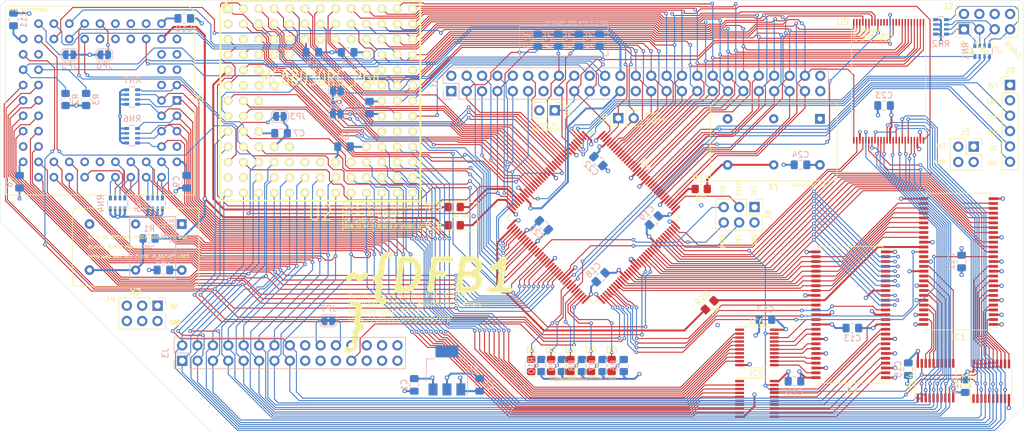
<source format=kicad_pcb>
(kicad_pcb (version 20171130) (host pcbnew "(5.1.10-1-10_14)")
  (title_block (title "David's Falcon Booster 1") (date 2022-01-15) (rev 5) (company "D Henderson") (comment 1 "Copyright 2022 D Henderson") (comment 2 "Released under the terms of the GPLv2"))
  (layers (0 F.Cu signal) (1 In1.Cu power hide) (2 In2.Cu power hide) (31 B.Cu signal) (34 B.Paste user hide) (35 F.Paste user hide) (36 B.SilkS user) (37 F.SilkS user) (38 B.Mask user) (39 F.Mask user) (44 Edge.Cuts user))
  (net 0 "")
  (net 1 VCC)
  (net 2 /~EXPD)
  (net 3 /~IACK)
  (net 4 A1)
  (net 5 A2)
  (net 6 A3)
  (net 7 A4)
  (net 8 A5)
  (net 9 A6)
  (net 10 A7)
  (net 11 A8)
  (net 12 A9)
  (net 13 A10)
  (net 14 A11)
  (net 15 A12)
  (net 16 A13)
  (net 17 A14)
  (net 18 A15)
  (net 19 A16)
  (net 20 A17)
  (net 21 A18)
  (net 22 A19)
  (net 23 A20)
  (net 24 A21)
  (net 25 A22)
  (net 26 A23)
  (net 27 ~XBGK)
  (net 28 ~XAS)
  (net 29 ~LDS)
  (net 30 ~UDS)
  (net 31 XR~W)
  (net 32 ~XDTACK)
  (net 33 FC2)
  (net 34 FC1)
  (net 35 FC0)
  (net 36 BMODE)
  (net 37 ~XBR)
  (net 38 ~RST)
  (net 39 ~XHALT)
  (net 40 ~BERR)
  (net 41 ~IPL0)
  (net 42 ~IPL1)
  (net 43 ~IPL2)
  (net 44 XCPUCLK)
  (net 45 /~XINT3)
  (net 46 /~MFP_IEI)
  (net 47 /~MFP_INT)
  (net 48 /~XINT1)
  (net 49 D23)
  (net 50 D22)
  (net 51 D21)
  (net 52 D20)
  (net 53 D19)
  (net 54 D18)
  (net 55 D17)
  (net 56 D16)
  (net 57 D31)
  (net 58 D30)
  (net 59 D29)
  (net 60 D28)
  (net 61 D27)
  (net 62 D26)
  (net 63 D25)
  (net 64 D24)
  (net 65 ~XBG)
  (net 66 VCC3)
  (net 67 /CPLD/LED1)
  (net 68 "Net-(D1-Pad1)")
  (net 69 /CPLD/LED2)
  (net 70 "Net-(D2-Pad1)")
  (net 71 /CPLD/LED3)
  (net 72 "Net-(D3-Pad1)")
  (net 73 /CPLD/LED4)
  (net 74 "Net-(D4-Pad1)")
  (net 75 /CPLD/LED5)
  (net 76 "Net-(D5-Pad1)")
  (net 77 MD15)
  (net 78 MD14)
  (net 79 MD13)
  (net 80 MD12)
  (net 81 MD11)
  (net 82 MD10)
  (net 83 MD9)
  (net 84 MD8)
  (net 85 "Net-(IC1-Pad40)")
  (net 86 DQM1)
  (net 87 MA12)
  (net 88 MA11)
  (net 89 MA9)
  (net 90 MA8)
  (net 91 MA7)
  (net 92 MA6)
  (net 93 MA5)
  (net 94 MA4)
  (net 95 MA3)
  (net 96 MA2)
  (net 97 MA1)
  (net 98 MA0)
  (net 99 MA10)
  (net 100 BA1)
  (net 101 BA0)
  (net 102 ~RAS)
  (net 103 ~CAS)
  (net 104 DQM0)
  (net 105 MD7)
  (net 106 MD6)
  (net 107 MD5)
  (net 108 MD4)
  (net 109 MD3)
  (net 110 MD2)
  (net 111 MD1)
  (net 112 MD0)
  (net 113 MD31)
  (net 114 MD30)
  (net 115 MD29)
  (net 116 MD28)
  (net 117 MD27)
  (net 118 MD26)
  (net 119 MD25)
  (net 120 MD24)
  (net 121 "Net-(IC2-Pad40)")
  (net 122 DQM3)
  (net 123 DQM2)
  (net 124 MD23)
  (net 125 MD22)
  (net 126 MD21)
  (net 127 MD20)
  (net 128 MD19)
  (net 129 MD18)
  (net 130 MD17)
  (net 131 MD16)
  (net 132 ~BOE)
  (net 133 D0)
  (net 134 D1)
  (net 135 D2)
  (net 136 D3)
  (net 137 D4)
  (net 138 D5)
  (net 139 D6)
  (net 140 D7)
  (net 141 "Net-(IC3-Pad1)")
  (net 142 D15)
  (net 143 D14)
  (net 144 D13)
  (net 145 D12)
  (net 146 D11)
  (net 147 D10)
  (net 148 D9)
  (net 149 D8)
  (net 150 "Net-(IC4-Pad1)")
  (net 151 "Net-(IC5-Pad1)")
  (net 152 "Net-(IC6-Pad1)")
  (net 153 CPUCLK)
  (net 154 A0)
  (net 155 A31)
  (net 156 A30)
  (net 157 A29)
  (net 158 A28)
  (net 159 A27)
  (net 160 A26)
  (net 161 A25)
  (net 162 A24)
  (net 163 ~CBREQ)
  (net 164 ~CBACK)
  (net 165 SIZ1)
  (net 166 SIZ0)
  (net 167 ~AS)
  (net 168 ~DS)
  (net 169 ~HLT)
  (net 170 ~DSACK0)
  (net 171 ~DSACK1)
  (net 172 ~AVEC)
  (net 173 ~BGK)
  (net 174 ~BR)
  (net 175 ~BG)
  (net 176 /CPLD/TDI)
  (net 177 /CPLD/TMS)
  (net 178 /CPLD/TDO)
  (net 179 /CPLD/TCK)
  (net 180 /68030/CDIS)
  (net 181 /68030/MMUDIS)
  (net 182 ~ROMOE)
  (net 183 "Net-(X1-Pad1)")
  (net 184 ~ROMCE)
  (net 185 ~FPUCS)
  (net 186 /68030/FPUSIZE)
  (net 187 FPUCLK)
  (net 188 GND)
  (net 189 OPTION)
  (net 190 ENABLE)
  (net 191 EN_ALTRAM)
  (net 192 "Net-(U3-Pad15)")
  (net 193 "Net-(U3-Pad4)")
  (net 194 CLKOSC)
  (net 195 /68030/CIIN)
  (net 196 /ENABLE_J)
  (net 197 /EN_ALTRAM_J)
  (net 198 /EN_FLASH_J)
  (net 199 /OPTION_J)
  (net 200 EN_FLASH)
  (net 201 "Net-(J1-Pad50)")
  (net 202 "Net-(J1-Pad13)")
  (net 203 "Net-(J3-Pad24)")
  (net 204 "Net-(U2-PadM1)")
  (net 205 "Net-(U2-PadM2)")
  (net 206 "Net-(U2-PadD3)")
  (net 207 "Net-(U2-PadC2)")
  (net 208 "Net-(U2-PadB1)")
  (net 209 "Net-(U2-PadJ12)")
  (net 210 "Net-(U2-PadJ13)")
  (net 211 "Net-(U2-PadE12)")
  (net 212 "Net-(U2-PadE13)")
  (net 213 "Net-(U2-PadD5)")
  (net 214 "Net-(U2-PadK5)")
  (net 215 "Net-(U2-PadF4)")
  (net 216 "Net-(U2-PadF10)")
  (net 217 "Net-(U5-Pad15)")
  (net 218 "Net-(U5-Pad14)")
  (net 219 "Net-(U5-Pad13)")
  (net 220 "Net-(U5-Pad10)")
  (net 221 "Net-(U5-Pad9)")
  (net 222 /CPLD/P61)
  (net 223 /CPLD/P110)
  (net 224 /CPLD/P106)
  (net 225 ~RAMWE)
  (net 226 KHZ500)
  (net 227 RAMCLK)
  (net 228 /CPLD/P50)
  (net 229 ROM_A19)
  (net 230 "Net-(R16-Pad2)")
  (net 231 /68030/FPU_A0)
  (net 232 "Net-(R18-Pad1)")
  (net 233 "Net-(R19-Pad1)")
  (net 234 "Net-(R20-Pad1)")
  (net 235 "Net-(R1-Pad2)")
  (net 236 "Net-(X2-Pad1)")
  (net 237 ~FPUDSACK0)
  (net 238 ~FPUDSACK1)
  (net 239 ~STERM)
  (net 240 /CPUBGI)
  (net 241 /CPUBGO)
  (module Connector_PinHeader_2.54mm:PinHeader_1x02_P2.54mm_Vertical (layer F.Cu) (at 153.1 64.1 90)
    (fp_text reference J6 (at 0 -2.33 90) (layer F.SilkS))
    (fp_text value Conn_01x02_Female)
    (pad 2 thru_hole oval (at 0 2.54 90) (size 1.7 1.7) (drill 1) (layers *.Cu *.Mask) (net 237 ~FPUDSACK0))
    (pad 1 thru_hole rect (at 0 0 90) (size 1.7 1.7) (drill 1) (layers *.Cu *.Mask) (net 238 ~FPUDSACK1))
  )
  (module Jumper:SolderJumper-2_P1.3mm_Bridged_RoundedPad1.0x1.5mm_DAVID (layer B.Cu) (at 105.2 97.6)
    (fp_text reference JP7 (at 0 -2) (layer B.SilkS) (effects (justify mirror)))
    (fp_text value Jumper_NC_Small)
    (fp_poly (pts (xy 0.254 0.173) (xy -0.246 0.173) (xy -0.246 -0.127) (xy 0.254 -0.127)) (layer B.Cu) (width 0))
    (pad 1 smd custom (at -0.65 0) (size 1 0.5) (layers B.Cu B.Mask) (net 241 /CPUBGO) (options (clearance outline) (anchor rect)) (primitives (gr_circle (center 0 -0.25) (end 0.5 -0.25) (width 0)) (gr_circle (center 0 0.25) (end 0.5 0.25) (width 0)) (gr_poly (pts (xy 0 0.75) (xy 0.5 0.75) (xy 0.5 -0.75) (xy 0 -0.75)) (width 0))))
    (pad 2 smd custom (at 0.65 0) (size 1 0.5) (layers B.Cu B.Mask) (net 240 /CPUBGI) (options (clearance outline) (anchor rect)) (primitives (gr_circle (center 0 -0.25) (end 0.5 -0.25) (width 0)) (gr_circle (center 0 0.25) (end 0.5 0.25) (width 0)) (gr_poly (pts (xy 0 0.75) (xy -0.5 0.75) (xy -0.5 -0.75) (xy 0 -0.75)) (width 0))))
  )
  (module Jumper:SolderJumper-2_P1.3mm_Bridged_RoundedPad1.0x1.5mm_DAVID (layer B.Cu) (at 68.2 53.6 180)
    (fp_text reference JP6 (at 0 -1.8) (layer B.SilkS) (effects (justify mirror)))
    (fp_text value Jumper_NC_Small)
    (fp_poly (pts (xy 0.254 0.173) (xy -0.246 0.173) (xy -0.246 -0.127) (xy 0.254 -0.127)) (layer B.Cu) (width 0))
    (pad 1 smd custom (at -0.65 0 180) (size 1 0.5) (layers B.Cu B.Mask) (net 186 /68030/FPUSIZE) (options (clearance outline) (anchor rect)) (primitives (gr_circle (center 0 -0.25) (end 0.5 -0.25) (width 0)) (gr_circle (center 0 0.25) (end 0.5 0.25) (width 0)) (gr_poly (pts (xy 0 0.75) (xy 0.5 0.75) (xy 0.5 -0.75) (xy 0 -0.75)) (width 0))))
    (pad 2 smd custom (at 0.65 0 180) (size 1 0.5) (layers B.Cu B.Mask) (net 1 VCC) (options (clearance outline) (anchor rect)) (primitives (gr_circle (center 0 -0.25) (end 0.5 -0.25) (width 0)) (gr_circle (center 0 0.25) (end 0.5 0.25) (width 0)) (gr_poly (pts (xy 0 0.75) (xy -0.5 0.75) (xy -0.5 -0.75) (xy 0 -0.75)) (width 0))))
  )
  (module Jumper:SolderJumper-2_P1.3mm_Bridged_RoundedPad1.0x1.5mm_DAVID (layer B.Cu) (at 62.449999 53.6)
    (fp_text reference JP5 (at 0 1.8) (layer B.SilkS) (effects (justify mirror)))
    (fp_text value Jumper_NC_Small)
    (fp_poly (pts (xy 0.254 0.173) (xy -0.246 0.173) (xy -0.246 -0.127) (xy 0.254 -0.127)) (layer B.Cu) (width 0))
    (pad 1 smd custom (at -0.65 0) (size 1 0.5) (layers B.Cu B.Mask) (net 231 /68030/FPU_A0) (options (clearance outline) (anchor rect)) (primitives (gr_circle (center 0 -0.25) (end 0.5 -0.25) (width 0)) (gr_circle (center 0 0.25) (end 0.5 0.25) (width 0)) (gr_poly (pts (xy 0 0.75) (xy 0.5 0.75) (xy 0.5 -0.75) (xy 0 -0.75)) (width 0))))
    (pad 2 smd custom (at 0.65 0) (size 1 0.5) (layers B.Cu B.Mask) (net 1 VCC) (options (clearance outline) (anchor rect)) (primitives (gr_circle (center 0 -0.25) (end 0.5 -0.25) (width 0)) (gr_circle (center 0 0.25) (end 0.5 0.25) (width 0)) (gr_poly (pts (xy 0 0.75) (xy -0.5 0.75) (xy -0.5 -0.75) (xy 0 -0.75)) (width 0))))
  )
  (module Jumper:SolderJumper-2_P1.3mm_Bridged_RoundedPad1.0x1.5mm_DAVID (layer B.Cu) (at 106.6 59.6 180)
    (fp_text reference JP4 (at 0 1.8) (layer B.SilkS) (effects (justify mirror)))
    (fp_text value Jumper_NC_Small)
    (fp_poly (pts (xy 0.254 0.173) (xy -0.246 0.173) (xy -0.246 -0.127) (xy 0.254 -0.127)) (layer B.Cu) (width 0))
    (pad 1 smd custom (at -0.65 0 180) (size 1 0.5) (layers B.Cu B.Mask) (net 181 /68030/MMUDIS) (options (clearance outline) (anchor rect)) (primitives (gr_circle (center 0 -0.25) (end 0.5 -0.25) (width 0)) (gr_circle (center 0 0.25) (end 0.5 0.25) (width 0)) (gr_poly (pts (xy 0 0.75) (xy 0.5 0.75) (xy 0.5 -0.75) (xy 0 -0.75)) (width 0))))
    (pad 2 smd custom (at 0.65 0 180) (size 1 0.5) (layers B.Cu B.Mask) (net 1 VCC) (options (clearance outline) (anchor rect)) (primitives (gr_circle (center 0 -0.25) (end 0.5 -0.25) (width 0)) (gr_circle (center 0 0.25) (end 0.5 0.25) (width 0)) (gr_poly (pts (xy 0 0.75) (xy -0.5 0.75) (xy -0.5 -0.75) (xy 0 -0.75)) (width 0))))
  )
  (module Jumper:SolderJumper-2_P1.3mm_Bridged_RoundedPad1.0x1.5mm_DAVID (layer B.Cu) (at 97.2 63.8)
    (fp_text reference JP3 (at 3 0) (layer B.SilkS) (effects (justify mirror)))
    (fp_text value Jumper_NC_Small)
    (fp_poly (pts (xy 0.254 0.173) (xy -0.246 0.173) (xy -0.246 -0.127) (xy 0.254 -0.127)) (layer B.Cu) (width 0))
    (pad 1 smd custom (at -0.65 0) (size 1 0.5) (layers B.Cu B.Mask) (net 195 /68030/CIIN) (options (clearance outline) (anchor rect)) (primitives (gr_circle (center 0 -0.25) (end 0.5 -0.25) (width 0)) (gr_circle (center 0 0.25) (end 0.5 0.25) (width 0)) (gr_poly (pts (xy 0 0.75) (xy 0.5 0.75) (xy 0.5 -0.75) (xy 0 -0.75)) (width 0))))
    (pad 2 smd custom (at 0.65 0) (size 1 0.5) (layers B.Cu B.Mask) (net 1 VCC) (options (clearance outline) (anchor rect)) (primitives (gr_circle (center 0 -0.25) (end 0.5 -0.25) (width 0)) (gr_circle (center 0 0.25) (end 0.5 0.25) (width 0)) (gr_poly (pts (xy 0 0.75) (xy -0.5 0.75) (xy -0.5 -0.75) (xy 0 -0.75)) (width 0))))
  )
  (module Jumper:SolderJumper-2_P1.3mm_Bridged_RoundedPad1.0x1.5mm_DAVID (layer B.Cu) (at 106.6 63.4 180)
    (fp_text reference JP2 (at 0 1.8) (layer B.SilkS) (effects (justify mirror)))
    (fp_text value Jumper_NC_Small)
    (fp_poly (pts (xy 0.254 0.173) (xy -0.246 0.173) (xy -0.246 -0.127) (xy 0.254 -0.127)) (layer B.Cu) (width 0))
    (pad 1 smd custom (at -0.65 0 180) (size 1 0.5) (layers B.Cu B.Mask) (net 180 /68030/CDIS) (options (clearance outline) (anchor rect)) (primitives (gr_circle (center 0 -0.25) (end 0.5 -0.25) (width 0)) (gr_circle (center 0 0.25) (end 0.5 0.25) (width 0)) (gr_poly (pts (xy 0 0.75) (xy 0.5 0.75) (xy 0.5 -0.75) (xy 0 -0.75)) (width 0))))
    (pad 2 smd custom (at 0.65 0 180) (size 1 0.5) (layers B.Cu B.Mask) (net 1 VCC) (options (clearance outline) (anchor rect)) (primitives (gr_circle (center 0 -0.25) (end 0.5 -0.25) (width 0)) (gr_circle (center 0 0.25) (end 0.5 0.25) (width 0)) (gr_poly (pts (xy 0 0.75) (xy -0.5 0.75) (xy -0.5 -0.75) (xy 0 -0.75)) (width 0))))
  )
  (module Package_LCC:PLCC-68_THT-Socket (layer F.Cu) (at 80.2 61.16 270)
    (fp_text reference U3 (at 0 -3.825 90) (layer F.SilkS))
    (fp_text value MC68882)
    (pad 60 thru_hole circle (at 12.7 2.54 270) (size 1.4224 1.4224) (drill 0.8) (layers *.Cu *.Mask) (net 148 D9))
    (pad 58 thru_hole circle (at 12.7 5.08 270) (size 1.4224 1.4224) (drill 0.8) (layers *.Cu *.Mask) (net 146 D11))
    (pad 56 thru_hole circle (at 12.7 7.62 270) (size 1.4224 1.4224) (drill 0.8) (layers *.Cu *.Mask) (net 144 D13))
    (pad 54 thru_hole circle (at 12.7 10.16 270) (size 1.4224 1.4224) (drill 0.8) (layers *.Cu *.Mask) (net 142 D15))
    (pad 52 thru_hole circle (at 12.7 12.7 270) (size 1.4224 1.4224) (drill 0.8) (layers *.Cu *.Mask) (net 1 VCC))
    (pad 50 thru_hole circle (at 12.7 15.24 270) (size 1.4224 1.4224) (drill 0.8) (layers *.Cu *.Mask) (net 56 D16))
    (pad 48 thru_hole circle (at 12.7 17.78 270) (size 1.4224 1.4224) (drill 0.8) (layers *.Cu *.Mask) (net 54 D18))
    (pad 46 thru_hole circle (at 12.7 20.32 270) (size 1.4224 1.4224) (drill 0.8) (layers *.Cu *.Mask) (net 52 D20))
    (pad 61 thru_hole circle (at 10.16 0 270) (size 1.4224 1.4224) (drill 0.8) (layers *.Cu *.Mask) (net 1 VCC))
    (pad 59 thru_hole circle (at 10.16 5.08 270) (size 1.4224 1.4224) (drill 0.8) (layers *.Cu *.Mask) (net 147 D10))
    (pad 57 thru_hole circle (at 10.16 7.62 270) (size 1.4224 1.4224) (drill 0.8) (layers *.Cu *.Mask) (net 145 D12))
    (pad 55 thru_hole circle (at 10.16 10.16 270) (size 1.4224 1.4224) (drill 0.8) (layers *.Cu *.Mask) (net 143 D14))
    (pad 53 thru_hole circle (at 10.16 12.7 270) (size 1.4224 1.4224) (drill 0.8) (layers *.Cu *.Mask) (net 1 VCC))
    (pad 51 thru_hole circle (at 10.16 15.24 270) (size 1.4224 1.4224) (drill 0.8) (layers *.Cu *.Mask) (net 188 GND))
    (pad 49 thru_hole circle (at 10.16 17.78 270) (size 1.4224 1.4224) (drill 0.8) (layers *.Cu *.Mask) (net 55 D17))
    (pad 47 thru_hole circle (at 10.16 20.32 270) (size 1.4224 1.4224) (drill 0.8) (layers *.Cu *.Mask) (net 53 D19))
    (pad 45 thru_hole circle (at 10.16 22.86 270) (size 1.4224 1.4224) (drill 0.8) (layers *.Cu *.Mask) (net 51 D21))
    (pad 43 thru_hole circle (at 10.16 25.4 270) (size 1.4224 1.4224) (drill 0.8) (layers *.Cu *.Mask) (net 1 VCC))
    (pad 41 thru_hole circle (at 7.62 25.4 270) (size 1.4224 1.4224) (drill 0.8) (layers *.Cu *.Mask) (net 188 GND))
    (pad 39 thru_hole circle (at 5.08 25.4 270) (size 1.4224 1.4224) (drill 0.8) (layers *.Cu *.Mask) (net 63 D25))
    (pad 37 thru_hole circle (at 2.54 25.4 270) (size 1.4224 1.4224) (drill 0.8) (layers *.Cu *.Mask) (net 61 D27))
    (pad 35 thru_hole circle (at 0 25.4 270) (size 1.4224 1.4224) (drill 0.8) (layers *.Cu *.Mask) (net 59 D29))
    (pad 33 thru_hole circle (at -2.54 25.4 270) (size 1.4224 1.4224) (drill 0.8) (layers *.Cu *.Mask) (net 57 D31))
    (pad 31 thru_hole circle (at -5.08 25.4 270) (size 1.4224 1.4224) (drill 0.8) (layers *.Cu *.Mask) (net 237 ~FPUDSACK0))
    (pad 29 thru_hole circle (at -7.62 25.4 270) (size 1.4224 1.4224) (drill 0.8) (layers *.Cu *.Mask) (net 185 ~FPUCS))
    (pad 27 thru_hole circle (at -10.16 25.4 270) (size 1.4224 1.4224) (drill 0.8) (layers *.Cu *.Mask) (net 1 VCC))
    (pad 44 thru_hole circle (at 12.7 22.86 270) (size 1.4224 1.4224) (drill 0.8) (layers *.Cu *.Mask) (net 50 D22))
    (pad 42 thru_hole circle (at 7.62 22.86 270) (size 1.4224 1.4224) (drill 0.8) (layers *.Cu *.Mask) (net 49 D23))
    (pad 40 thru_hole circle (at 5.08 22.86 270) (size 1.4224 1.4224) (drill 0.8) (layers *.Cu *.Mask) (net 64 D24))
    (pad 38 thru_hole circle (at 2.54 22.86 270) (size 1.4224 1.4224) (drill 0.8) (layers *.Cu *.Mask) (net 62 D26))
    (pad 36 thru_hole circle (at 0 22.86 270) (size 1.4224 1.4224) (drill 0.8) (layers *.Cu *.Mask) (net 60 D28))
    (pad 34 thru_hole circle (at -2.54 22.86 270) (size 1.4224 1.4224) (drill 0.8) (layers *.Cu *.Mask) (net 58 D30))
    (pad 32 thru_hole circle (at -5.08 22.86 270) (size 1.4224 1.4224) (drill 0.8) (layers *.Cu *.Mask) (net 238 ~FPUDSACK1))
    (pad 30 thru_hole circle (at -7.62 22.86 270) (size 1.4224 1.4224) (drill 0.8) (layers *.Cu *.Mask) (net 188 GND))
    (pad 28 thru_hole circle (at -10.16 22.86 270) (size 1.4224 1.4224) (drill 0.8) (layers *.Cu *.Mask) (net 31 XR~W))
    (pad 26 thru_hole circle (at -12.7 22.86 270) (size 1.4224 1.4224) (drill 0.8) (layers *.Cu *.Mask) (net 231 /68030/FPU_A0))
    (pad 24 thru_hole circle (at -12.7 20.32 270) (size 1.4224 1.4224) (drill 0.8) (layers *.Cu *.Mask) (net 5 A2))
    (pad 22 thru_hole circle (at -12.7 17.78 270) (size 1.4224 1.4224) (drill 0.8) (layers *.Cu *.Mask) (net 7 A4))
    (pad 20 thru_hole circle (at -12.7 15.24 270) (size 1.4224 1.4224) (drill 0.8) (layers *.Cu *.Mask) (net 168 ~DS))
    (pad 18 thru_hole circle (at -12.7 12.7 270) (size 1.4224 1.4224) (drill 0.8) (layers *.Cu *.Mask) (net 186 /68030/FPUSIZE))
    (pad 16 thru_hole circle (at -12.7 10.16 270) (size 1.4224 1.4224) (drill 0.8) (layers *.Cu *.Mask) (net 1 VCC))
    (pad 14 thru_hole circle (at -12.7 7.62 270) (size 1.4224 1.4224) (drill 0.8) (layers *.Cu *.Mask) (net 188 GND))
    (pad 12 thru_hole circle (at -12.7 5.08 270) (size 1.4224 1.4224) (drill 0.8) (layers *.Cu *.Mask) (net 188 GND))
    (pad 10 thru_hole circle (at -12.7 2.54 270) (size 1.4224 1.4224) (drill 0.8) (layers *.Cu *.Mask) (net 1 VCC))
    (pad 25 thru_hole circle (at -10.16 20.32 270) (size 1.4224 1.4224) (drill 0.8) (layers *.Cu *.Mask) (net 4 A1))
    (pad 23 thru_hole circle (at -10.16 17.78 270) (size 1.4224 1.4224) (drill 0.8) (layers *.Cu *.Mask) (net 6 A3))
    (pad 21 thru_hole circle (at -10.16 15.24 270) (size 1.4224 1.4224) (drill 0.8) (layers *.Cu *.Mask) (net 167 ~AS))
    (pad 19 thru_hole circle (at -10.16 12.7 270) (size 1.4224 1.4224) (drill 0.8) (layers *.Cu *.Mask) (net 188 GND))
    (pad 17 thru_hole circle (at -10.16 10.16 270) (size 1.4224 1.4224) (drill 0.8) (layers *.Cu *.Mask) (net 1 VCC))
    (pad 15 thru_hole circle (at -10.16 7.62 270) (size 1.4224 1.4224) (drill 0.8) (layers *.Cu *.Mask) (net 192 "Net-(U3-Pad15)"))
    (pad 13 thru_hole circle (at -10.16 5.08 270) (size 1.4224 1.4224) (drill 0.8) (layers *.Cu *.Mask) (net 38 ~RST))
    (pad 11 thru_hole circle (at -10.16 2.54 270) (size 1.4224 1.4224) (drill 0.8) (layers *.Cu *.Mask) (net 187 FPUCLK))
    (pad 63 thru_hole circle (at 7.62 0 270) (size 1.4224 1.4224) (drill 0.8) (layers *.Cu *.Mask) (net 188 GND))
    (pad 65 thru_hole circle (at 5.08 0 270) (size 1.4224 1.4224) (drill 0.8) (layers *.Cu *.Mask) (net 139 D6))
    (pad 67 thru_hole circle (at 2.54 0 270) (size 1.4224 1.4224) (drill 0.8) (layers *.Cu *.Mask) (net 137 D4))
    (pad 9 thru_hole circle (at -10.16 0 270) (size 1.4224 1.4224) (drill 0.8) (layers *.Cu *.Mask) (net 188 GND))
    (pad 7 thru_hole circle (at -7.62 0 270) (size 1.4224 1.4224) (drill 0.8) (layers *.Cu *.Mask) (net 188 GND))
    (pad 5 thru_hole circle (at -5.08 0 270) (size 1.4224 1.4224) (drill 0.8) (layers *.Cu *.Mask) (net 188 GND))
    (pad 3 thru_hole circle (at -2.54 0 270) (size 1.4224 1.4224) (drill 0.8) (layers *.Cu *.Mask) (net 133 D0))
    (pad 1 thru_hole rect (at 0 0 270) (size 1.4224 1.4224) (drill 0.8) (layers *.Cu *.Mask) (net 135 D2))
    (pad 62 thru_hole circle (at 10.16 2.54 270) (size 1.4224 1.4224) (drill 0.8) (layers *.Cu *.Mask) (net 149 D8))
    (pad 64 thru_hole circle (at 7.62 2.54 270) (size 1.4224 1.4224) (drill 0.8) (layers *.Cu *.Mask) (net 140 D7))
    (pad 66 thru_hole circle (at 5.08 2.54 270) (size 1.4224 1.4224) (drill 0.8) (layers *.Cu *.Mask) (net 138 D5))
    (pad 68 thru_hole circle (at 2.54 2.54 270) (size 1.4224 1.4224) (drill 0.8) (layers *.Cu *.Mask) (net 136 D3))
    (pad 8 thru_hole circle (at -7.62 2.54 270) (size 1.4224 1.4224) (drill 0.8) (layers *.Cu *.Mask) (net 188 GND))
    (pad 6 thru_hole circle (at -5.08 2.54 270) (size 1.4224 1.4224) (drill 0.8) (layers *.Cu *.Mask) (net 188 GND))
    (pad 4 thru_hole circle (at -2.54 2.54 270) (size 1.4224 1.4224) (drill 0.8) (layers *.Cu *.Mask) (net 193 "Net-(U3-Pad4)"))
    (pad 2 thru_hole circle (at 0 2.54 270) (size 1.4224 1.4224) (drill 0.8) (layers *.Cu *.Mask) (net 134 D1))
  )
  (module Resistor_SMD:R_0805_2012Metric_Pad1.20x1.40mm_HandSolder (layer B.Cu) (at 65.2 61 90)
    (fp_text reference R3 (at 0 1.65 270) (layer B.SilkS) (effects (justify mirror)))
    (fp_text value 2k2)
    (pad 2 smd roundrect (at 1 0 90) (size 1.2 1.4) (layers B.Cu B.Paste B.Mask) (roundrect_rratio 0.2083325) (net 238 ~FPUDSACK1))
    (pad 1 smd roundrect (at -1 0 90) (size 1.2 1.4) (layers B.Cu B.Paste B.Mask) (roundrect_rratio 0.2083325) (net 1 VCC))
  )
  (module Resistor_SMD:R_0805_2012Metric_Pad1.20x1.40mm_HandSolder (layer B.Cu) (at 61.8 61 90)
    (fp_text reference R2 (at 0 1.65 270) (layer B.SilkS) (effects (justify mirror)))
    (fp_text value 2k2)
    (pad 2 smd roundrect (at 1 0 90) (size 1.2 1.4) (layers B.Cu B.Paste B.Mask) (roundrect_rratio 0.2083325) (net 237 ~FPUDSACK0))
    (pad 1 smd roundrect (at -1 0 90) (size 1.2 1.4) (layers B.Cu B.Paste B.Mask) (roundrect_rratio 0.2083325) (net 1 VCC))
  )
  (module Connector_PinHeader_2.54mm:PinHeader_1x02_P2.54mm_Vertical (layer F.Cu) (at 142.6 62.8 270)
    (fp_text reference JP1 (at 0 -2.33 90) (layer F.SilkS))
    (fp_text value Jumper_NO_Small)
    (pad 2 thru_hole oval (at 0 2.54 270) (size 1.7 1.7) (drill 1) (layers *.Cu *.Mask) (net 188 GND))
    (pad 1 thru_hole rect (at 0 0 270) (size 1.7 1.7) (drill 1) (layers *.Cu *.Mask) (net 38 ~RST))
  )
  (module MC68030:MC68030RC_PGA (layer F.Cu) (at 103.886 61.214 180)
    (fp_text reference U2 (at 0 -18.586) (layer F.SilkS) (effects (font (size 2.54 2.032) (thickness 0.2032))))
    (fp_text value MC68030RC_PGA (at 0 3.81) (layer F.SilkS) (effects (font (size 2.54 1.5748) (thickness 0.2032))))
    (pad N1 thru_hole circle (at 15.24 -15.24 180) (size 1.397 1.397) (drill 0.7874) (layers *.Cu *.Mask F.SilkS) (net 57 D31))
    (pad N2 thru_hole circle (at 12.7 -15.24 180) (size 1.397 1.397) (drill 0.7874) (layers *.Cu *.Mask F.SilkS) (net 60 D28))
    (pad N3 thru_hole circle (at 10.16 -15.24 180) (size 1.397 1.397) (drill 0.7874) (layers *.Cu *.Mask F.SilkS) (net 62 D26))
    (pad M1 thru_hole circle (at 15.24 -12.7 180) (size 1.397 1.397) (drill 0.7874) (layers *.Cu *.Mask F.SilkS) (net 204 "Net-(U2-PadM1)"))
    (pad M2 thru_hole circle (at 12.7 -12.7 180) (size 1.397 1.397) (drill 0.7874) (layers *.Cu *.Mask F.SilkS) (net 205 "Net-(U2-PadM2)"))
    (pad M3 thru_hole circle (at 10.16 -12.7 180) (size 1.397 1.397) (drill 0.7874) (layers *.Cu *.Mask F.SilkS) (net 59 D29))
    (pad L1 thru_hole circle (at 15.24 -10.16 180) (size 1.397 1.397) (drill 0.7874) (layers *.Cu *.Mask F.SilkS) (net 195 /68030/CIIN))
    (pad L2 thru_hole circle (at 12.7 -10.16 180) (size 1.397 1.397) (drill 0.7874) (layers *.Cu *.Mask F.SilkS) (net 166 SIZ0))
    (pad L3 thru_hole circle (at 10.16 -10.16 180) (size 1.397 1.397) (drill 0.7874) (layers *.Cu *.Mask F.SilkS) (net 31 XR~W))
    (pad K1 thru_hole circle (at 15.24 -7.62 180) (size 1.397 1.397) (drill 0.7874) (layers *.Cu *.Mask F.SilkS) (net 163 ~CBREQ))
    (pad K2 thru_hole circle (at 12.7 -7.62 180) (size 1.397 1.397) (drill 0.7874) (layers *.Cu *.Mask F.SilkS) (net 168 ~DS))
    (pad K3 thru_hole circle (at 10.16 -7.62 180) (size 1.397 1.397) (drill 0.7874) (layers *.Cu *.Mask F.SilkS) (net 165 SIZ1))
    (pad J1 thru_hole circle (at 15.24 -5.08 180) (size 1.397 1.397) (drill 0.7874) (layers *.Cu *.Mask F.SilkS) (net 164 ~CBACK))
    (pad J2 thru_hole circle (at 12.7 -5.08 180) (size 1.397 1.397) (drill 0.7874) (layers *.Cu *.Mask F.SilkS) (net 167 ~AS))
    (pad J3 thru_hole circle (at 10.16 -5.08 180) (size 1.397 1.397) (drill 0.7874) (layers *.Cu *.Mask F.SilkS) (net 188 GND))
    (pad H1 thru_hole circle (at 15.24 -2.54 180) (size 1.397 1.397) (drill 0.7874) (layers *.Cu *.Mask F.SilkS) (net 40 ~BERR))
    (pad H2 thru_hole circle (at 12.7 -2.54 180) (size 1.397 1.397) (drill 0.7874) (layers *.Cu *.Mask F.SilkS) (net 169 ~HLT))
    (pad H3 thru_hole circle (at 10.16 -2.54 180) (size 1.397 1.397) (drill 0.7874) (layers *.Cu *.Mask F.SilkS) (net 1 VCC))
    (pad G1 thru_hole circle (at 15.24 0 180) (size 1.397 1.397) (drill 0.7874) (layers *.Cu *.Mask F.SilkS) (net 239 ~STERM))
    (pad G2 thru_hole circle (at 12.7 0 180) (size 1.397 1.397) (drill 0.7874) (layers *.Cu *.Mask F.SilkS) (net 171 ~DSACK1))
    (pad G3 thru_hole circle (at 10.16 0 180) (size 1.397 1.397) (drill 0.7874) (layers *.Cu *.Mask F.SilkS) (net 188 GND))
    (pad F1 thru_hole circle (at 15.24 2.54 180) (size 1.397 1.397) (drill 0.7874) (layers *.Cu *.Mask F.SilkS) (net 170 ~DSACK0))
    (pad F2 thru_hole circle (at 12.7 2.54 180) (size 1.397 1.397) (drill 0.7874) (layers *.Cu *.Mask F.SilkS) (net 1 VCC))
    (pad F3 thru_hole circle (at 10.16 2.54 180) (size 1.397 1.397) (drill 0.7874) (layers *.Cu *.Mask F.SilkS) (net 188 GND))
    (pad E1 thru_hole circle (at 15.24 5.08 180) (size 1.397 1.397) (drill 0.7874) (layers *.Cu *.Mask F.SilkS) (net 153 CPUCLK))
    (pad E2 thru_hole circle (at 12.7 5.08 180) (size 1.397 1.397) (drill 0.7874) (layers *.Cu *.Mask F.SilkS) (net 172 ~AVEC))
    (pad E3 thru_hole circle (at 10.16 5.08 180) (size 1.397 1.397) (drill 0.7874) (layers *.Cu *.Mask F.SilkS) (net 188 GND))
    (pad D1 thru_hole circle (at 15.24 7.62 180) (size 1.397 1.397) (drill 0.7874) (layers *.Cu *.Mask F.SilkS) (net 33 FC2))
    (pad D2 thru_hole circle (at 12.7 7.62 180) (size 1.397 1.397) (drill 0.7874) (layers *.Cu *.Mask F.SilkS) (net 35 FC0))
    (pad D3 thru_hole circle (at 10.16 7.62 180) (size 1.397 1.397) (drill 0.7874) (layers *.Cu *.Mask F.SilkS) (net 206 "Net-(U2-PadD3)"))
    (pad C1 thru_hole circle (at 15.24 10.16 180) (size 1.397 1.397) (drill 0.7874) (layers *.Cu *.Mask F.SilkS) (net 34 FC1))
    (pad C2 thru_hole circle (at 12.7 10.16 180) (size 1.397 1.397) (drill 0.7874) (layers *.Cu *.Mask F.SilkS) (net 207 "Net-(U2-PadC2)"))
    (pad C3 thru_hole circle (at 10.16 10.16 180) (size 1.397 1.397) (drill 0.7874) (layers *.Cu *.Mask F.SilkS) (net 173 ~BGK))
    (pad C4 thru_hole circle (at 7.62 10.16 180) (size 1.397 1.397) (drill 0.7874) (layers *.Cu *.Mask F.SilkS) (net 4 A1))
    (pad C5 thru_hole circle (at 5.08 10.16 180) (size 1.397 1.397) (drill 0.7874) (layers *.Cu *.Mask F.SilkS) (net 188 GND))
    (pad C6 thru_hole circle (at 2.54 10.16 180) (size 1.397 1.397) (drill 0.7874) (layers *.Cu *.Mask F.SilkS) (net 1 VCC))
    (pad C7 thru_hole circle (at 0 10.16 180) (size 1.397 1.397) (drill 0.7874) (layers *.Cu *.Mask F.SilkS) (net 188 GND))
    (pad C8 thru_hole circle (at -2.54 10.16 180) (size 1.397 1.397) (drill 0.7874) (layers *.Cu *.Mask F.SilkS) (net 21 A18))
    (pad C9 thru_hole circle (at -5.08 10.16 180) (size 1.397 1.397) (drill 0.7874) (layers *.Cu *.Mask F.SilkS) (net 188 GND))
    (pad C10 thru_hole circle (at -7.62 10.16 180) (size 1.397 1.397) (drill 0.7874) (layers *.Cu *.Mask F.SilkS) (net 14 A11))
    (pad C11 thru_hole circle (at -10.16 10.16 180) (size 1.397 1.397) (drill 0.7874) (layers *.Cu *.Mask F.SilkS) (net 12 A9))
    (pad C12 thru_hole circle (at -12.7 10.16 180) (size 1.397 1.397) (drill 0.7874) (layers *.Cu *.Mask F.SilkS) (net 8 A5))
    (pad C13 thru_hole circle (at -15.24 10.16 180) (size 1.397 1.397) (drill 0.7874) (layers *.Cu *.Mask F.SilkS) (net 7 A4))
    (pad B1 thru_hole circle (at 15.24 12.7 180) (size 1.397 1.397) (drill 0.7874) (layers *.Cu *.Mask F.SilkS) (net 208 "Net-(U2-PadB1)"))
    (pad B2 thru_hole circle (at 12.7 12.7 180) (size 1.397 1.397) (drill 0.7874) (layers *.Cu *.Mask F.SilkS) (net 175 ~BG))
    (pad B3 thru_hole circle (at 10.16 12.7 180) (size 1.397 1.397) (drill 0.7874) (layers *.Cu *.Mask F.SilkS) (net 155 A31))
    (pad B4 thru_hole circle (at 7.62 12.7 180) (size 1.397 1.397) (drill 0.7874) (layers *.Cu *.Mask F.SilkS) (net 157 A29))
    (pad B5 thru_hole circle (at 5.08 12.7 180) (size 1.397 1.397) (drill 0.7874) (layers *.Cu *.Mask F.SilkS) (net 159 A27))
    (pad B6 thru_hole circle (at 2.54 12.7 180) (size 1.397 1.397) (drill 0.7874) (layers *.Cu *.Mask F.SilkS) (net 161 A25))
    (pad B7 thru_hole circle (at 0 12.7 180) (size 1.397 1.397) (drill 0.7874) (layers *.Cu *.Mask F.SilkS) (net 25 A22))
    (pad B8 thru_hole circle (at -2.54 12.7 180) (size 1.397 1.397) (drill 0.7874) (layers *.Cu *.Mask F.SilkS) (net 23 A20))
    (pad B9 thru_hole circle (at -5.08 12.7 180) (size 1.397 1.397) (drill 0.7874) (layers *.Cu *.Mask F.SilkS) (net 19 A16))
    (pad B10 thru_hole circle (at -7.62 12.7 180) (size 1.397 1.397) (drill 0.7874) (layers *.Cu *.Mask F.SilkS) (net 17 A14))
    (pad B11 thru_hole circle (at -10.16 12.7 180) (size 1.397 1.397) (drill 0.7874) (layers *.Cu *.Mask F.SilkS) (net 15 A12))
    (pad B12 thru_hole circle (at -12.7 12.7 180) (size 1.397 1.397) (drill 0.7874) (layers *.Cu *.Mask F.SilkS) (net 11 A8))
    (pad B13 thru_hole circle (at -15.24 12.7 180) (size 1.397 1.397) (drill 0.7874) (layers *.Cu *.Mask F.SilkS) (net 10 A7))
    (pad A1 thru_hole rect (at 15.24 15.24 180) (size 1.397 1.397) (drill 0.7874) (layers *.Cu *.Mask F.SilkS) (net 174 ~BR))
    (pad A2 thru_hole circle (at 12.7 15.24 180) (size 1.397 1.397) (drill 0.7874) (layers *.Cu *.Mask F.SilkS) (net 154 A0))
    (pad A3 thru_hole circle (at 10.16 15.24 180) (size 1.397 1.397) (drill 0.7874) (layers *.Cu *.Mask F.SilkS) (net 156 A30))
    (pad A4 thru_hole circle (at 7.62 15.24 180) (size 1.397 1.397) (drill 0.7874) (layers *.Cu *.Mask F.SilkS) (net 158 A28))
    (pad A5 thru_hole circle (at 5.08 15.24 180) (size 1.397 1.397) (drill 0.7874) (layers *.Cu *.Mask F.SilkS) (net 160 A26))
    (pad A6 thru_hole circle (at 2.54 15.24 180) (size 1.397 1.397) (drill 0.7874) (layers *.Cu *.Mask F.SilkS) (net 162 A24))
    (pad A7 thru_hole circle (at 0 15.24 180) (size 1.397 1.397) (drill 0.7874) (layers *.Cu *.Mask F.SilkS) (net 26 A23))
    (pad A8 thru_hole circle (at -2.54 15.24 180) (size 1.397 1.397) (drill 0.7874) (layers *.Cu *.Mask F.SilkS) (net 24 A21))
    (pad A9 thru_hole circle (at -5.08 15.24 180) (size 1.397 1.397) (drill 0.7874) (layers *.Cu *.Mask F.SilkS) (net 22 A19))
    (pad A10 thru_hole circle (at -7.62 15.24 180) (size 1.397 1.397) (drill 0.7874) (layers *.Cu *.Mask F.SilkS) (net 20 A17))
    (pad A11 thru_hole circle (at -10.16 15.24 180) (size 1.397 1.397) (drill 0.7874) (layers *.Cu *.Mask F.SilkS) (net 18 A15))
    (pad A12 thru_hole circle (at -12.7 15.24 180) (size 1.397 1.397) (drill 0.7874) (layers *.Cu *.Mask F.SilkS) (net 16 A13))
    (pad A13 thru_hole circle (at -15.24 15.24 180) (size 1.397 1.397) (drill 0.7874) (layers *.Cu *.Mask F.SilkS) (net 13 A10))
    (pad N4 thru_hole circle (at 7.62 -15.24 180) (size 1.397 1.397) (drill 0.7874) (layers *.Cu *.Mask F.SilkS) (net 63 D25))
    (pad N5 thru_hole circle (at 5.08 -15.24 180) (size 1.397 1.397) (drill 0.7874) (layers *.Cu *.Mask F.SilkS) (net 49 D23))
    (pad N6 thru_hole circle (at 2.54 -15.24 180) (size 1.397 1.397) (drill 0.7874) (layers *.Cu *.Mask F.SilkS) (net 51 D21))
    (pad N7 thru_hole circle (at 0 -15.24 180) (size 1.397 1.397) (drill 0.7874) (layers *.Cu *.Mask F.SilkS) (net 53 D19))
    (pad N8 thru_hole circle (at -2.54 -15.24 180) (size 1.397 1.397) (drill 0.7874) (layers *.Cu *.Mask F.SilkS) (net 54 D18))
    (pad N9 thru_hole circle (at -5.08 -15.24 180) (size 1.397 1.397) (drill 0.7874) (layers *.Cu *.Mask F.SilkS) (net 56 D16))
    (pad N10 thru_hole circle (at -7.62 -15.24 180) (size 1.397 1.397) (drill 0.7874) (layers *.Cu *.Mask F.SilkS) (net 142 D15))
    (pad N11 thru_hole circle (at -10.16 -15.24 180) (size 1.397 1.397) (drill 0.7874) (layers *.Cu *.Mask F.SilkS) (net 144 D13))
    (pad N12 thru_hole circle (at -12.7 -15.24 180) (size 1.397 1.397) (drill 0.7874) (layers *.Cu *.Mask F.SilkS) (net 146 D11))
    (pad N13 thru_hole circle (at -15.24 -15.24 180) (size 1.397 1.397) (drill 0.7874) (layers *.Cu *.Mask F.SilkS) (net 149 D8))
    (pad M4 thru_hole circle (at 7.62 -12.7 180) (size 1.397 1.397) (drill 0.7874) (layers *.Cu *.Mask F.SilkS) (net 61 D27))
    (pad M5 thru_hole circle (at 5.08 -12.7 180) (size 1.397 1.397) (drill 0.7874) (layers *.Cu *.Mask F.SilkS) (net 64 D24))
    (pad M6 thru_hole circle (at 2.54 -12.7 180) (size 1.397 1.397) (drill 0.7874) (layers *.Cu *.Mask F.SilkS) (net 50 D22))
    (pad M7 thru_hole circle (at 0 -12.7 180) (size 1.397 1.397) (drill 0.7874) (layers *.Cu *.Mask F.SilkS) (net 52 D20))
    (pad M8 thru_hole circle (at -2.54 -12.7 180) (size 1.397 1.397) (drill 0.7874) (layers *.Cu *.Mask F.SilkS) (net 55 D17))
    (pad M9 thru_hole circle (at -5.08 -12.7 180) (size 1.397 1.397) (drill 0.7874) (layers *.Cu *.Mask F.SilkS) (net 143 D14))
    (pad M10 thru_hole circle (at -7.62 -12.7 180) (size 1.397 1.397) (drill 0.7874) (layers *.Cu *.Mask F.SilkS) (net 145 D12))
    (pad M11 thru_hole circle (at -10.16 -12.7 180) (size 1.397 1.397) (drill 0.7874) (layers *.Cu *.Mask F.SilkS) (net 148 D9))
    (pad M12 thru_hole circle (at -12.7 -12.7 180) (size 1.397 1.397) (drill 0.7874) (layers *.Cu *.Mask F.SilkS) (net 139 D6))
    (pad M13 thru_hole circle (at -15.24 -12.7 180) (size 1.397 1.397) (drill 0.7874) (layers *.Cu *.Mask F.SilkS) (net 136 D3))
    (pad L4 thru_hole circle (at 7.62 -10.16 180) (size 1.397 1.397) (drill 0.7874) (layers *.Cu *.Mask F.SilkS) (net 58 D30))
    (pad L5 thru_hole circle (at 5.08 -10.16 180) (size 1.397 1.397) (drill 0.7874) (layers *.Cu *.Mask F.SilkS) (net 188 GND))
    (pad L6 thru_hole circle (at 2.54 -10.16 180) (size 1.397 1.397) (drill 0.7874) (layers *.Cu *.Mask F.SilkS) (net 1 VCC))
    (pad L7 thru_hole circle (at 0 -10.16 180) (size 1.397 1.397) (drill 0.7874) (layers *.Cu *.Mask F.SilkS) (net 188 GND))
    (pad L8 thru_hole circle (at -2.54 -10.16 180) (size 1.397 1.397) (drill 0.7874) (layers *.Cu *.Mask F.SilkS) (net 188 GND))
    (pad L9 thru_hole circle (at -5.08 -10.16 180) (size 1.397 1.397) (drill 0.7874) (layers *.Cu *.Mask F.SilkS) (net 188 GND))
    (pad L10 thru_hole circle (at -7.62 -10.16 180) (size 1.397 1.397) (drill 0.7874) (layers *.Cu *.Mask F.SilkS) (net 147 D10))
    (pad L11 thru_hole circle (at -10.16 -10.16 180) (size 1.397 1.397) (drill 0.7874) (layers *.Cu *.Mask F.SilkS) (net 140 D7))
    (pad L12 thru_hole circle (at -12.7 -10.16 180) (size 1.397 1.397) (drill 0.7874) (layers *.Cu *.Mask F.SilkS) (net 137 D4))
    (pad L13 thru_hole circle (at -15.24 -10.16 180) (size 1.397 1.397) (drill 0.7874) (layers *.Cu *.Mask F.SilkS) (net 135 D2))
    (pad K11 thru_hole circle (at -10.16 -7.62 180) (size 1.397 1.397) (drill 0.7874) (layers *.Cu *.Mask F.SilkS) (net 138 D5))
    (pad K12 thru_hole circle (at -12.7 -7.62 180) (size 1.397 1.397) (drill 0.7874) (layers *.Cu *.Mask F.SilkS) (net 134 D1))
    (pad K13 thru_hole circle (at -15.24 -7.62 180) (size 1.397 1.397) (drill 0.7874) (layers *.Cu *.Mask F.SilkS) (net 133 D0))
    (pad J11 thru_hole circle (at -10.16 -5.08 180) (size 1.397 1.397) (drill 0.7874) (layers *.Cu *.Mask F.SilkS) (net 188 GND))
    (pad J12 thru_hole circle (at -12.7 -5.08 180) (size 1.397 1.397) (drill 0.7874) (layers *.Cu *.Mask F.SilkS) (net 209 "Net-(U2-PadJ12)"))
    (pad J13 thru_hole circle (at -15.24 -5.08 180) (size 1.397 1.397) (drill 0.7874) (layers *.Cu *.Mask F.SilkS) (net 210 "Net-(U2-PadJ13)"))
    (pad H11 thru_hole circle (at -10.16 -2.54 180) (size 1.397 1.397) (drill 0.7874) (layers *.Cu *.Mask F.SilkS) (net 1 VCC))
    (pad H12 thru_hole circle (at -12.7 -2.54 180) (size 1.397 1.397) (drill 0.7874) (layers *.Cu *.Mask F.SilkS) (net 180 /68030/CDIS))
    (pad H13 thru_hole circle (at -15.24 -2.54 180) (size 1.397 1.397) (drill 0.7874) (layers *.Cu *.Mask F.SilkS) (net 41 ~IPL0))
    (pad G11 thru_hole circle (at -10.16 0 180) (size 1.397 1.397) (drill 0.7874) (layers *.Cu *.Mask F.SilkS) (net 188 GND))
    (pad G12 thru_hole circle (at -12.7 0 180) (size 1.397 1.397) (drill 0.7874) (layers *.Cu *.Mask F.SilkS) (net 43 ~IPL2))
    (pad G13 thru_hole circle (at -15.24 0 180) (size 1.397 1.397) (drill 0.7874) (layers *.Cu *.Mask F.SilkS) (net 42 ~IPL1))
    (pad F11 thru_hole circle (at -10.16 2.54 180) (size 1.397 1.397) (drill 0.7874) (layers *.Cu *.Mask F.SilkS) (net 1 VCC))
    (pad F12 thru_hole circle (at -12.7 2.54 180) (size 1.397 1.397) (drill 0.7874) (layers *.Cu *.Mask F.SilkS) (net 38 ~RST))
    (pad F13 thru_hole circle (at -15.24 2.54 180) (size 1.397 1.397) (drill 0.7874) (layers *.Cu *.Mask F.SilkS) (net 181 /68030/MMUDIS))
    (pad E11 thru_hole circle (at -10.16 5.08 180) (size 1.397 1.397) (drill 0.7874) (layers *.Cu *.Mask F.SilkS) (net 188 GND))
    (pad E12 thru_hole circle (at -12.7 5.08 180) (size 1.397 1.397) (drill 0.7874) (layers *.Cu *.Mask F.SilkS) (net 211 "Net-(U2-PadE12)"))
    (pad E13 thru_hole circle (at -15.24 5.08 180) (size 1.397 1.397) (drill 0.7874) (layers *.Cu *.Mask F.SilkS) (net 212 "Net-(U2-PadE13)"))
    (pad D11 thru_hole circle (at -10.16 7.62 180) (size 1.397 1.397) (drill 0.7874) (layers *.Cu *.Mask F.SilkS) (net 9 A6))
    (pad D12 thru_hole circle (at -12.7 7.62 180) (size 1.397 1.397) (drill 0.7874) (layers *.Cu *.Mask F.SilkS) (net 6 A3))
    (pad D13 thru_hole circle (at -15.24 7.62 180) (size 1.397 1.397) (drill 0.7874) (layers *.Cu *.Mask F.SilkS) (net 5 A2))
    (pad D4 thru_hole circle (at 7.62 7.62 180) (size 1.397 1.397) (drill 0.7874) (layers *.Cu *.Mask F.SilkS) (net 1 VCC))
    (pad K4 thru_hole circle (at 7.62 -7.62 180) (size 1.397 1.397) (drill 0.7874) (layers *.Cu *.Mask F.SilkS) (net 1 VCC))
    (pad K10 thru_hole circle (at -7.62 -7.62 180) (size 1.397 1.397) (drill 0.7874) (layers *.Cu *.Mask F.SilkS) (net 1 VCC))
    (pad D10 thru_hole circle (at -7.62 7.62 180) (size 1.397 1.397) (drill 0.7874) (layers *.Cu *.Mask F.SilkS) (net 1 VCC))
    (pad D5 thru_hole circle (at 5.08 7.62 180) (size 1.397 1.397) (drill 0.7874) (layers *.Cu *.Mask F.SilkS) (net 213 "Net-(U2-PadD5)"))
    (pad K5 thru_hole circle (at 5.08 -7.62 180) (size 1.397 1.397) (drill 0.7874) (layers *.Cu *.Mask F.SilkS) (net 214 "Net-(U2-PadK5)"))
    (pad F4 thru_hole circle (at 7.62 2.54 180) (size 1.397 1.397) (drill 0.7874) (layers *.Cu *.Mask F.SilkS) (net 215 "Net-(U2-PadF4)"))
    (pad F10 thru_hole circle (at -7.62 2.54 180) (size 1.397 1.397) (drill 0.7874) (layers *.Cu *.Mask F.SilkS) (net 216 "Net-(U2-PadF10)"))
  )
  (module Package_QFP:TQFP-144_20x20mm_P0.5mm (layer F.Cu) (at 149 80.5 315)
    (fp_text reference U4 (at 0 -12.35 135) (layer F.SilkS))
    (fp_text value XC95288XL-10TQG144I)
    (pad 144 smd roundrect (at -8.75 -10.6625 315) (size 0.3 1.475) (layers F.Cu F.Paste F.Mask) (net 188 GND))
    (pad 143 smd roundrect (at -8.25 -10.6625 315) (size 0.3 1.475) (layers F.Cu F.Paste F.Mask) (net 38 ~RST))
    (pad 142 smd roundrect (at -7.75 -10.6625 315) (size 0.3 1.475) (layers F.Cu F.Paste F.Mask) (net 238 ~FPUDSACK1))
    (pad 141 smd roundrect (at -7.25 -10.6625 315) (size 0.3 1.475) (layers F.Cu F.Paste F.Mask) (net 66 VCC3))
    (pad 140 smd roundrect (at -6.75 -10.6625 315) (size 0.3 1.475) (layers F.Cu F.Paste F.Mask) (net 237 ~FPUDSACK0))
    (pad 139 smd roundrect (at -6.25 -10.6625 315) (size 0.3 1.475) (layers F.Cu F.Paste F.Mask) (net 26 A23))
    (pad 138 smd roundrect (at -5.75 -10.6625 315) (size 0.3 1.475) (layers F.Cu F.Paste F.Mask) (net 25 A22))
    (pad 137 smd roundrect (at -5.25 -10.6625 315) (size 0.3 1.475) (layers F.Cu F.Paste F.Mask) (net 24 A21))
    (pad 136 smd roundrect (at -4.75 -10.6625 315) (size 0.3 1.475) (layers F.Cu F.Paste F.Mask) (net 23 A20))
    (pad 135 smd roundrect (at -4.25 -10.6625 315) (size 0.3 1.475) (layers F.Cu F.Paste F.Mask) (net 22 A19))
    (pad 134 smd roundrect (at -3.75 -10.6625 315) (size 0.3 1.475) (layers F.Cu F.Paste F.Mask) (net 20 A17))
    (pad 133 smd roundrect (at -3.25 -10.6625 315) (size 0.3 1.475) (layers F.Cu F.Paste F.Mask) (net 21 A18))
    (pad 132 smd roundrect (at -2.75 -10.6625 315) (size 0.3 1.475) (layers F.Cu F.Paste F.Mask) (net 19 A16))
    (pad 131 smd roundrect (at -2.25 -10.6625 315) (size 0.3 1.475) (layers F.Cu F.Paste F.Mask) (net 18 A15))
    (pad 130 smd roundrect (at -1.75 -10.6625 315) (size 0.3 1.475) (layers F.Cu F.Paste F.Mask) (net 17 A14))
    (pad 129 smd roundrect (at -1.25 -10.6625 315) (size 0.3 1.475) (layers F.Cu F.Paste F.Mask) (net 16 A13))
    (pad 128 smd roundrect (at -0.75 -10.6625 315) (size 0.3 1.475) (layers F.Cu F.Paste F.Mask) (net 15 A12))
    (pad 127 smd roundrect (at -0.25 -10.6625 315) (size 0.3 1.475) (layers F.Cu F.Paste F.Mask) (net 66 VCC3))
    (pad 126 smd roundrect (at 0.25 -10.6625 315) (size 0.3 1.475) (layers F.Cu F.Paste F.Mask) (net 14 A11))
    (pad 125 smd roundrect (at 0.75 -10.6625 315) (size 0.3 1.475) (layers F.Cu F.Paste F.Mask) (net 13 A10))
    (pad 124 smd roundrect (at 1.25 -10.6625 315) (size 0.3 1.475) (layers F.Cu F.Paste F.Mask) (net 12 A9))
    (pad 123 smd roundrect (at 1.75 -10.6625 315) (size 0.3 1.475) (layers F.Cu F.Paste F.Mask) (net 188 GND))
    (pad 122 smd roundrect (at 2.25 -10.6625 315) (size 0.3 1.475) (layers F.Cu F.Paste F.Mask) (net 178 /CPLD/TDO))
    (pad 121 smd roundrect (at 2.75 -10.6625 315) (size 0.3 1.475) (layers F.Cu F.Paste F.Mask) (net 10 A7))
    (pad 120 smd roundrect (at 3.25 -10.6625 315) (size 0.3 1.475) (layers F.Cu F.Paste F.Mask) (net 11 A8))
    (pad 119 smd roundrect (at 3.75 -10.6625 315) (size 0.3 1.475) (layers F.Cu F.Paste F.Mask) (net 8 A5))
    (pad 118 smd roundrect (at 4.25 -10.6625 315) (size 0.3 1.475) (layers F.Cu F.Paste F.Mask) (net 229 ROM_A19))
    (pad 117 smd roundrect (at 4.75 -10.6625 315) (size 0.3 1.475) (layers F.Cu F.Paste F.Mask) (net 9 A6))
    (pad 116 smd roundrect (at 5.25 -10.6625 315) (size 0.3 1.475) (layers F.Cu F.Paste F.Mask) (net 6 A3))
    (pad 115 smd roundrect (at 5.75 -10.6625 315) (size 0.3 1.475) (layers F.Cu F.Paste F.Mask) (net 7 A4))
    (pad 114 smd roundrect (at 6.25 -10.6625 315) (size 0.3 1.475) (layers F.Cu F.Paste F.Mask) (net 188 GND))
    (pad 113 smd roundrect (at 6.75 -10.6625 315) (size 0.3 1.475) (layers F.Cu F.Paste F.Mask) (net 4 A1))
    (pad 112 smd roundrect (at 7.25 -10.6625 315) (size 0.3 1.475) (layers F.Cu F.Paste F.Mask) (net 5 A2))
    (pad 111 smd roundrect (at 7.75 -10.6625 315) (size 0.3 1.475) (layers F.Cu F.Paste F.Mask) (net 194 CLKOSC))
    (pad 110 smd roundrect (at 8.25 -10.6625 315) (size 0.3 1.475) (layers F.Cu F.Paste F.Mask) (net 223 /CPLD/P110))
    (pad 109 smd roundrect (at 8.75 -10.6625 315) (size 0.3 1.475) (layers F.Cu F.Paste F.Mask) (net 66 VCC3))
    (pad 108 smd roundrect (at 10.6625 -8.75 315) (size 1.475 0.3) (layers F.Cu F.Paste F.Mask) (net 188 GND))
    (pad 107 smd roundrect (at 10.6625 -8.25 315) (size 1.475 0.3) (layers F.Cu F.Paste F.Mask) (net 184 ~ROMCE))
    (pad 106 smd roundrect (at 10.6625 -7.75 315) (size 1.475 0.3) (layers F.Cu F.Paste F.Mask) (net 224 /CPLD/P106))
    (pad 105 smd roundrect (at 10.6625 -7.25 315) (size 1.475 0.3) (layers F.Cu F.Paste F.Mask) (net 182 ~ROMOE))
    (pad 104 smd roundrect (at 10.6625 -6.75 315) (size 1.475 0.3) (layers F.Cu F.Paste F.Mask) (net 132 ~BOE))
    (pad 103 smd roundrect (at 10.6625 -6.25 315) (size 1.475 0.3) (layers F.Cu F.Paste F.Mask) (net 95 MA3))
    (pad 102 smd roundrect (at 10.6625 -5.75 315) (size 1.475 0.3) (layers F.Cu F.Paste F.Mask) (net 96 MA2))
    (pad 101 smd roundrect (at 10.6625 -5.25 315) (size 1.475 0.3) (layers F.Cu F.Paste F.Mask) (net 97 MA1))
    (pad 100 smd roundrect (at 10.6625 -4.75 315) (size 1.475 0.3) (layers F.Cu F.Paste F.Mask) (net 98 MA0))
    (pad 99 smd roundrect (at 10.6625 -4.25 315) (size 1.475 0.3) (layers F.Cu F.Paste F.Mask) (net 188 GND))
    (pad 98 smd roundrect (at 10.6625 -3.75 315) (size 1.475 0.3) (layers F.Cu F.Paste F.Mask) (net 99 MA10))
    (pad 97 smd roundrect (at 10.6625 -3.25 315) (size 1.475 0.3) (layers F.Cu F.Paste F.Mask) (net 100 BA1))
    (pad 96 smd roundrect (at 10.6625 -2.75 315) (size 1.475 0.3) (layers F.Cu F.Paste F.Mask) (net 101 BA0))
    (pad 95 smd roundrect (at 10.6625 -2.25 315) (size 1.475 0.3) (layers F.Cu F.Paste F.Mask) (net 102 ~RAS))
    (pad 94 smd roundrect (at 10.6625 -1.75 315) (size 1.475 0.3) (layers F.Cu F.Paste F.Mask) (net 103 ~CAS))
    (pad 93 smd roundrect (at 10.6625 -1.25 315) (size 1.475 0.3) (layers F.Cu F.Paste F.Mask) (net 225 ~RAMWE))
    (pad 92 smd roundrect (at 10.6625 -0.75 315) (size 1.475 0.3) (layers F.Cu F.Paste F.Mask) (net 239 ~STERM))
    (pad 91 smd roundrect (at 10.6625 -0.25 315) (size 1.475 0.3) (layers F.Cu F.Paste F.Mask) (net 185 ~FPUCS))
    (pad 90 smd roundrect (at 10.6625 0.25 315) (size 1.475 0.3) (layers F.Cu F.Paste F.Mask) (net 188 GND))
    (pad 89 smd roundrect (at 10.6625 0.75 315) (size 1.475 0.3) (layers F.Cu F.Paste F.Mask) (net 188 GND))
    (pad 88 smd roundrect (at 10.6625 1.25 315) (size 1.475 0.3) (layers F.Cu F.Paste F.Mask) (net 94 MA4))
    (pad 87 smd roundrect (at 10.6625 1.75 315) (size 1.475 0.3) (layers F.Cu F.Paste F.Mask) (net 93 MA5))
    (pad 86 smd roundrect (at 10.6625 2.25 315) (size 1.475 0.3) (layers F.Cu F.Paste F.Mask) (net 92 MA6))
    (pad 85 smd roundrect (at 10.6625 2.75 315) (size 1.475 0.3) (layers F.Cu F.Paste F.Mask) (net 91 MA7))
    (pad 84 smd roundrect (at 10.6625 3.25 315) (size 1.475 0.3) (layers F.Cu F.Paste F.Mask) (net 66 VCC3))
    (pad 83 smd roundrect (at 10.6625 3.75 315) (size 1.475 0.3) (layers F.Cu F.Paste F.Mask) (net 90 MA8))
    (pad 82 smd roundrect (at 10.6625 4.25 315) (size 1.475 0.3) (layers F.Cu F.Paste F.Mask) (net 89 MA9))
    (pad 81 smd roundrect (at 10.6625 4.75 315) (size 1.475 0.3) (layers F.Cu F.Paste F.Mask) (net 88 MA11))
    (pad 80 smd roundrect (at 10.6625 5.25 315) (size 1.475 0.3) (layers F.Cu F.Paste F.Mask) (net 87 MA12))
    (pad 79 smd roundrect (at 10.6625 5.75 315) (size 1.475 0.3) (layers F.Cu F.Paste F.Mask) (net 122 DQM3))
    (pad 78 smd roundrect (at 10.6625 6.25 315) (size 1.475 0.3) (layers F.Cu F.Paste F.Mask) (net 123 DQM2))
    (pad 77 smd roundrect (at 10.6625 6.75 315) (size 1.475 0.3) (layers F.Cu F.Paste F.Mask) (net 86 DQM1))
    (pad 76 smd roundrect (at 10.6625 7.25 315) (size 1.475 0.3) (layers F.Cu F.Paste F.Mask) (net 104 DQM0))
    (pad 75 smd roundrect (at 10.6625 7.75 315) (size 1.475 0.3) (layers F.Cu F.Paste F.Mask) (net 164 ~CBACK))
    (pad 74 smd roundrect (at 10.6625 8.25 315) (size 1.475 0.3) (layers F.Cu F.Paste F.Mask) (net 163 ~CBREQ))
    (pad 73 smd roundrect (at 10.6625 8.75 315) (size 1.475 0.3) (layers F.Cu F.Paste F.Mask) (net 66 VCC3))
    (pad 72 smd roundrect (at 8.75 10.6625 315) (size 0.3 1.475) (layers F.Cu F.Paste F.Mask) (net 188 GND))
    (pad 71 smd roundrect (at 8.25 10.6625 315) (size 0.3 1.475) (layers F.Cu F.Paste F.Mask) (net 226 KHZ500))
    (pad 70 smd roundrect (at 7.75 10.6625 315) (size 0.3 1.475) (layers F.Cu F.Paste F.Mask) (net 75 /CPLD/LED5))
    (pad 69 smd roundrect (at 7.25 10.6625 315) (size 0.3 1.475) (layers F.Cu F.Paste F.Mask) (net 73 /CPLD/LED4))
    (pad 68 smd roundrect (at 6.75 10.6625 315) (size 0.3 1.475) (layers F.Cu F.Paste F.Mask) (net 71 /CPLD/LED3))
    (pad 67 smd roundrect (at 6.25 10.6625 315) (size 0.3 1.475) (layers F.Cu F.Paste F.Mask) (net 179 /CPLD/TCK))
    (pad 66 smd roundrect (at 5.75 10.6625 315) (size 0.3 1.475) (layers F.Cu F.Paste F.Mask) (net 69 /CPLD/LED2))
    (pad 65 smd roundrect (at 5.25 10.6625 315) (size 0.3 1.475) (layers F.Cu F.Paste F.Mask) (net 177 /CPLD/TMS))
    (pad 64 smd roundrect (at 4.75 10.6625 315) (size 0.3 1.475) (layers F.Cu F.Paste F.Mask) (net 67 /CPLD/LED1))
    (pad 63 smd roundrect (at 4.25 10.6625 315) (size 0.3 1.475) (layers F.Cu F.Paste F.Mask) (net 176 /CPLD/TDI))
    (pad 62 smd roundrect (at 3.75 10.6625 315) (size 0.3 1.475) (layers F.Cu F.Paste F.Mask) (net 188 GND))
    (pad 61 smd roundrect (at 3.25 10.6625 315) (size 0.3 1.475) (layers F.Cu F.Paste F.Mask) (net 222 /CPLD/P61))
    (pad 60 smd roundrect (at 2.75 10.6625 315) (size 0.3 1.475) (layers F.Cu F.Paste F.Mask) (net 57 D31))
    (pad 59 smd roundrect (at 2.25 10.6625 315) (size 0.3 1.475) (layers F.Cu F.Paste F.Mask) (net 58 D30))
    (pad 58 smd roundrect (at 1.75 10.6625 315) (size 0.3 1.475) (layers F.Cu F.Paste F.Mask) (net 59 D29))
    (pad 57 smd roundrect (at 1.25 10.6625 315) (size 0.3 1.475) (layers F.Cu F.Paste F.Mask) (net 60 D28))
    (pad 56 smd roundrect (at 0.75 10.6625 315) (size 0.3 1.475) (layers F.Cu F.Paste F.Mask) (net 61 D27))
    (pad 55 smd roundrect (at 0.25 10.6625 315) (size 0.3 1.475) (layers F.Cu F.Paste F.Mask) (net 66 VCC3))
    (pad 54 smd roundrect (at -0.25 10.6625 315) (size 0.3 1.475) (layers F.Cu F.Paste F.Mask) (net 62 D26))
    (pad 53 smd roundrect (at -0.75 10.6625 315) (size 0.3 1.475) (layers F.Cu F.Paste F.Mask) (net 63 D25))
    (pad 52 smd roundrect (at -1.25 10.6625 315) (size 0.3 1.475) (layers F.Cu F.Paste F.Mask) (net 64 D24))
    (pad 51 smd roundrect (at -1.75 10.6625 315) (size 0.3 1.475) (layers F.Cu F.Paste F.Mask) (net 166 SIZ0))
    (pad 50 smd roundrect (at -2.25 10.6625 315) (size 0.3 1.475) (layers F.Cu F.Paste F.Mask) (net 228 /CPLD/P50))
    (pad 49 smd roundrect (at -2.75 10.6625 315) (size 0.3 1.475) (layers F.Cu F.Paste F.Mask) (net 168 ~DS))
    (pad 48 smd roundrect (at -3.25 10.6625 315) (size 0.3 1.475) (layers F.Cu F.Paste F.Mask) (net 165 SIZ1))
    (pad 47 smd roundrect (at -3.75 10.6625 315) (size 0.3 1.475) (layers F.Cu F.Paste F.Mask) (net 188 GND))
    (pad 46 smd roundrect (at -4.25 10.6625 315) (size 0.3 1.475) (layers F.Cu F.Paste F.Mask) (net 167 ~AS))
    (pad 45 smd roundrect (at -4.75 10.6625 315) (size 0.3 1.475) (layers F.Cu F.Paste F.Mask) (net 170 ~DSACK0))
    (pad 44 smd roundrect (at -5.25 10.6625 315) (size 0.3 1.475) (layers F.Cu F.Paste F.Mask) (net 171 ~DSACK1))
    (pad 43 smd roundrect (at -5.75 10.6625 315) (size 0.3 1.475) (layers F.Cu F.Paste F.Mask) (net 172 ~AVEC))
    (pad 42 smd roundrect (at -6.25 10.6625 315) (size 0.3 1.475) (layers F.Cu F.Paste F.Mask) (net 66 VCC3))
    (pad 41 smd roundrect (at -6.75 10.6625 315) (size 0.3 1.475) (layers F.Cu F.Paste F.Mask) (net 28 ~XAS))
    (pad 40 smd roundrect (at -7.25 10.6625 315) (size 0.3 1.475) (layers F.Cu F.Paste F.Mask) (net 33 FC2))
    (pad 39 smd roundrect (at -7.75 10.6625 315) (size 0.3 1.475) (layers F.Cu F.Paste F.Mask) (net 35 FC0))
    (pad 38 smd roundrect (at -8.25 10.6625 315) (size 0.3 1.475) (layers F.Cu F.Paste F.Mask) (net 234 "Net-(R20-Pad1)"))
    (pad 37 smd roundrect (at -8.75 10.6625 315) (size 0.3 1.475) (layers F.Cu F.Paste F.Mask) (net 66 VCC3))
    (pad 36 smd roundrect (at -10.6625 8.75 315) (size 1.475 0.3) (layers F.Cu F.Paste F.Mask) (net 188 GND))
    (pad 35 smd roundrect (at -10.6625 8.25 315) (size 1.475 0.3) (layers F.Cu F.Paste F.Mask) (net 232 "Net-(R18-Pad1)"))
    (pad 34 smd roundrect (at -10.6625 7.75 315) (size 1.475 0.3) (layers F.Cu F.Paste F.Mask) (net 31 XR~W))
    (pad 33 smd roundrect (at -10.6625 7.25 315) (size 1.475 0.3) (layers F.Cu F.Paste F.Mask) (net 32 ~XDTACK))
    (pad 32 smd roundrect (at -10.6625 6.75 315) (size 1.475 0.3) (layers F.Cu F.Paste F.Mask) (net 233 "Net-(R19-Pad1)"))
    (pad 31 smd roundrect (at -10.6625 6.25 315) (size 1.475 0.3) (layers F.Cu F.Paste F.Mask) (net 154 A0))
    (pad 30 smd roundrect (at -10.6625 5.75 315) (size 1.475 0.3) (layers F.Cu F.Paste F.Mask) (net 44 XCPUCLK))
    (pad 29 smd roundrect (at -10.6625 5.25 315) (size 1.475 0.3) (layers F.Cu F.Paste F.Mask) (net 188 GND))
    (pad 28 smd roundrect (at -10.6625 4.75 315) (size 1.475 0.3) (layers F.Cu F.Paste F.Mask) (net 40 ~BERR))
    (pad 27 smd roundrect (at -10.6625 4.25 315) (size 1.475 0.3) (layers F.Cu F.Paste F.Mask) (net 29 ~LDS))
    (pad 26 smd roundrect (at -10.6625 3.75 315) (size 1.475 0.3) (layers F.Cu F.Paste F.Mask) (net 30 ~UDS))
    (pad 25 smd roundrect (at -10.6625 3.25 315) (size 1.475 0.3) (layers F.Cu F.Paste F.Mask) (net 34 FC1))
    (pad 24 smd roundrect (at -10.6625 2.75 315) (size 1.475 0.3) (layers F.Cu F.Paste F.Mask) (net 155 A31))
    (pad 23 smd roundrect (at -10.6625 2.25 315) (size 1.475 0.3) (layers F.Cu F.Paste F.Mask) (net 156 A30))
    (pad 22 smd roundrect (at -10.6625 1.75 315) (size 1.475 0.3) (layers F.Cu F.Paste F.Mask) (net 157 A29))
    (pad 21 smd roundrect (at -10.6625 1.25 315) (size 1.475 0.3) (layers F.Cu F.Paste F.Mask) (net 158 A28))
    (pad 20 smd roundrect (at -10.6625 0.75 315) (size 1.475 0.3) (layers F.Cu F.Paste F.Mask) (net 159 A27))
    (pad 19 smd roundrect (at -10.6625 0.25 315) (size 1.475 0.3) (layers F.Cu F.Paste F.Mask) (net 160 A26))
    (pad 18 smd roundrect (at -10.6625 -0.25 315) (size 1.475 0.3) (layers F.Cu F.Paste F.Mask) (net 188 GND))
    (pad 17 smd roundrect (at -10.6625 -0.75 315) (size 1.475 0.3) (layers F.Cu F.Paste F.Mask) (net 161 A25))
    (pad 16 smd roundrect (at -10.6625 -1.25 315) (size 1.475 0.3) (layers F.Cu F.Paste F.Mask) (net 162 A24))
    (pad 15 smd roundrect (at -10.6625 -1.75 315) (size 1.475 0.3) (layers F.Cu F.Paste F.Mask) (net 169 ~HLT))
    (pad 14 smd roundrect (at -10.6625 -2.25 315) (size 1.475 0.3) (layers F.Cu F.Paste F.Mask) (net 173 ~BGK))
    (pad 13 smd roundrect (at -10.6625 -2.75 315) (size 1.475 0.3) (layers F.Cu F.Paste F.Mask) (net 174 ~BR))
    (pad 12 smd roundrect (at -10.6625 -3.25 315) (size 1.475 0.3) (layers F.Cu F.Paste F.Mask) (net 175 ~BG))
    (pad 11 smd roundrect (at -10.6625 -3.75 315) (size 1.475 0.3) (layers F.Cu F.Paste F.Mask) (net 27 ~XBGK))
    (pad 10 smd roundrect (at -10.6625 -4.25 315) (size 1.475 0.3) (layers F.Cu F.Paste F.Mask) (net 36 BMODE))
    (pad 9 smd roundrect (at -10.6625 -4.75 315) (size 1.475 0.3) (layers F.Cu F.Paste F.Mask) (net 37 ~XBR))
    (pad 8 smd roundrect (at -10.6625 -5.25 315) (size 1.475 0.3) (layers F.Cu F.Paste F.Mask) (net 66 VCC3))
    (pad 7 smd roundrect (at -10.6625 -5.75 315) (size 1.475 0.3) (layers F.Cu F.Paste F.Mask) (net 65 ~XBG))
    (pad 6 smd roundrect (at -10.6625 -6.25 315) (size 1.475 0.3) (layers F.Cu F.Paste F.Mask) (net 190 ENABLE))
    (pad 5 smd roundrect (at -10.6625 -6.75 315) (size 1.475 0.3) (layers F.Cu F.Paste F.Mask) (net 200 EN_FLASH))
    (pad 4 smd roundrect (at -10.6625 -7.25 315) (size 1.475 0.3) (layers F.Cu F.Paste F.Mask) (net 39 ~XHALT))
    (pad 3 smd roundrect (at -10.6625 -7.75 315) (size 1.475 0.3) (layers F.Cu F.Paste F.Mask) (net 189 OPTION))
    (pad 2 smd roundrect (at -10.6625 -8.25 315) (size 1.475 0.3) (layers F.Cu F.Paste F.Mask) (net 191 EN_ALTRAM))
    (pad 1 smd roundrect (at -10.6625 -8.75 315) (size 1.475 0.3) (layers F.Cu F.Paste F.Mask) (net 66 VCC3))
  )
  (module Resistor_SMD:R_0805_2012Metric_Pad1.20x1.40mm_HandSolder (layer F.Cu) (at 126 81.8 180)
    (fp_text reference R18 (at 3.4 0) (layer F.SilkS))
    (fp_text value "33R NOMINAL")
    (pad 2 smd roundrect (at 1 0 180) (size 1.2 1.4) (layers F.Cu F.Paste F.Mask) (roundrect_rratio 0.2083325) (net 187 FPUCLK))
    (pad 1 smd roundrect (at -1 0 180) (size 1.2 1.4) (layers F.Cu F.Paste F.Mask) (roundrect_rratio 0.2083325) (net 232 "Net-(R18-Pad1)"))
  )
  (module david:Oscillator_DIP-14-DUAL (layer F.Cu) (at 81 81.6 180)
    (fp_text reference X2 (at 7.62 -11.26) (layer F.SilkS))
    (fp_text value CXO_DIP14_DIP8_DUAL)
    (pad 4 thru_hole circle (at 7.62 0 180) (size 1.524 1.524) (drill 0.762) (layers *.Cu *.Mask) (net 188 GND))
    (pad 11 thru_hole circle (at 7.62 -7.62 180) (size 1.524 1.524) (drill 0.762) (layers *.Cu *.Mask) (net 235 "Net-(R1-Pad2)"))
    (pad 7 thru_hole circle (at 15.24 0 180) (size 1.6 1.6) (drill 0.8) (layers *.Cu *.Mask) (net 188 GND))
    (pad 8 thru_hole circle (at 15.24 -7.62 180) (size 1.6 1.6) (drill 0.8) (layers *.Cu *.Mask) (net 235 "Net-(R1-Pad2)"))
    (pad 14 thru_hole circle (at 0 -7.62 180) (size 1.6 1.6) (drill 0.8) (layers *.Cu *.Mask) (net 1 VCC))
    (pad 1 thru_hole rect (at 0 0 180) (size 1.6 1.6) (drill 0.8) (layers *.Cu *.Mask) (net 236 "Net-(X2-Pad1)"))
  )
  (module Resistor_SMD:R_0805_2012Metric_Pad1.20x1.40mm_HandSolder (layer B.Cu) (at 75.6 84 180)
    (fp_text reference R1 (at 0 1.65) (layer B.SilkS) (effects (justify mirror)))
    (fp_text value "33R NOMINAL")
    (pad 2 smd roundrect (at 1 0 180) (size 1.2 1.4) (layers B.Cu B.Paste B.Mask) (roundrect_rratio 0.2083325) (net 235 "Net-(R1-Pad2)"))
    (pad 1 smd roundrect (at -1 0 180) (size 1.2 1.4) (layers B.Cu B.Paste B.Mask) (roundrect_rratio 0.2083325) (net 187 FPUCLK))
  )
  (module Capacitor_SMD:C_0805_2012Metric_Pad1.18x1.45mm_HandSolder (layer B.Cu) (at 77.9625 89.2 180)
    (fp_text reference C25 (at 0 1.68) (layer B.SilkS) (effects (justify mirror)))
    (fp_text value 100n)
    (pad 2 smd roundrect (at 1.0375 0 180) (size 1.175 1.45) (layers B.Cu B.Paste B.Mask) (roundrect_rratio 0.2127659574468085) (net 188 GND))
    (pad 1 smd roundrect (at -1.0375 0 180) (size 1.175 1.45) (layers B.Cu B.Paste B.Mask) (roundrect_rratio 0.2127659574468085) (net 1 VCC))
  )
  (module Package_SO:TSOP-I-48_18.4x12mm_P0.5mm (layer F.Cu) (at 197.75 58 270)
    (fp_text reference U5 (at -9.8 7.55 180) (layer F.SilkS))
    (fp_text value 29F800C-TSOP-48)
    (pad 48 smd rect (at 9.75 -5.75 270) (size 1.1 0.25) (layers F.Cu F.Paste F.Mask) (net 20 A17))
    (pad 47 smd rect (at 9.75 -5.25 270) (size 1.1 0.25) (layers F.Cu F.Paste F.Mask) (net 1 VCC))
    (pad 46 smd rect (at 9.75 -4.75 270) (size 1.1 0.25) (layers F.Cu F.Paste F.Mask) (net 188 GND))
    (pad 45 smd rect (at 9.75 -4.25 270) (size 1.1 0.25) (layers F.Cu F.Paste F.Mask) (net 57 D31))
    (pad 44 smd rect (at 9.75 -3.75 270) (size 1.1 0.25) (layers F.Cu F.Paste F.Mask) (net 49 D23))
    (pad 43 smd rect (at 9.75 -3.25 270) (size 1.1 0.25) (layers F.Cu F.Paste F.Mask) (net 58 D30))
    (pad 42 smd rect (at 9.75 -2.75 270) (size 1.1 0.25) (layers F.Cu F.Paste F.Mask) (net 50 D22))
    (pad 41 smd rect (at 9.75 -2.25 270) (size 1.1 0.25) (layers F.Cu F.Paste F.Mask) (net 59 D29))
    (pad 40 smd rect (at 9.75 -1.75 270) (size 1.1 0.25) (layers F.Cu F.Paste F.Mask) (net 51 D21))
    (pad 39 smd rect (at 9.75 -1.25 270) (size 1.1 0.25) (layers F.Cu F.Paste F.Mask) (net 60 D28))
    (pad 38 smd rect (at 9.75 -0.75 270) (size 1.1 0.25) (layers F.Cu F.Paste F.Mask) (net 52 D20))
    (pad 37 smd rect (at 9.75 -0.25 270) (size 1.1 0.25) (layers F.Cu F.Paste F.Mask) (net 1 VCC))
    (pad 36 smd rect (at 9.75 0.25 270) (size 1.1 0.25) (layers F.Cu F.Paste F.Mask) (net 61 D27))
    (pad 35 smd rect (at 9.75 0.75 270) (size 1.1 0.25) (layers F.Cu F.Paste F.Mask) (net 53 D19))
    (pad 34 smd rect (at 9.75 1.25 270) (size 1.1 0.25) (layers F.Cu F.Paste F.Mask) (net 62 D26))
    (pad 33 smd rect (at 9.75 1.75 270) (size 1.1 0.25) (layers F.Cu F.Paste F.Mask) (net 54 D18))
    (pad 32 smd rect (at 9.75 2.25 270) (size 1.1 0.25) (layers F.Cu F.Paste F.Mask) (net 63 D25))
    (pad 31 smd rect (at 9.75 2.75 270) (size 1.1 0.25) (layers F.Cu F.Paste F.Mask) (net 55 D17))
    (pad 30 smd rect (at 9.75 3.25 270) (size 1.1 0.25) (layers F.Cu F.Paste F.Mask) (net 64 D24))
    (pad 29 smd rect (at 9.75 3.75 270) (size 1.1 0.25) (layers F.Cu F.Paste F.Mask) (net 56 D16))
    (pad 28 smd rect (at 9.75 4.25 270) (size 1.1 0.25) (layers F.Cu F.Paste F.Mask) (net 182 ~ROMOE))
    (pad 27 smd rect (at 9.75 4.75 270) (size 1.1 0.25) (layers F.Cu F.Paste F.Mask) (net 188 GND))
    (pad 26 smd rect (at 9.75 5.25 270) (size 1.1 0.25) (layers F.Cu F.Paste F.Mask) (net 184 ~ROMCE))
    (pad 24 smd rect (at -9.75 5.75 270) (size 1.1 0.25) (layers F.Cu F.Paste F.Mask) (net 5 A2))
    (pad 23 smd rect (at -9.75 5.25 270) (size 1.1 0.25) (layers F.Cu F.Paste F.Mask) (net 6 A3))
    (pad 22 smd rect (at -9.75 4.75 270) (size 1.1 0.25) (layers F.Cu F.Paste F.Mask) (net 7 A4))
    (pad 21 smd rect (at -9.75 4.25 270) (size 1.1 0.25) (layers F.Cu F.Paste F.Mask) (net 8 A5))
    (pad 20 smd rect (at -9.75 3.75 270) (size 1.1 0.25) (layers F.Cu F.Paste F.Mask) (net 9 A6))
    (pad 19 smd rect (at -9.75 3.25 270) (size 1.1 0.25) (layers F.Cu F.Paste F.Mask) (net 10 A7))
    (pad 18 smd rect (at -9.75 2.75 270) (size 1.1 0.25) (layers F.Cu F.Paste F.Mask) (net 11 A8))
    (pad 17 smd rect (at -9.75 2.25 270) (size 1.1 0.25) (layers F.Cu F.Paste F.Mask) (net 21 A18))
    (pad 16 smd rect (at -9.75 1.75 270) (size 1.1 0.25) (layers F.Cu F.Paste F.Mask) (net 229 ROM_A19))
    (pad 15 smd rect (at -9.75 1.25 270) (size 1.1 0.25) (layers F.Cu F.Paste F.Mask) (net 217 "Net-(U5-Pad15)"))
    (pad 14 smd rect (at -9.75 0.75 270) (size 1.1 0.25) (layers F.Cu F.Paste F.Mask) (net 218 "Net-(U5-Pad14)"))
    (pad 13 smd rect (at -9.75 0.25 270) (size 1.1 0.25) (layers F.Cu F.Paste F.Mask) (net 219 "Net-(U5-Pad13)"))
    (pad 12 smd rect (at -9.75 -0.25 270) (size 1.1 0.25) (layers F.Cu F.Paste F.Mask) (net 38 ~RST))
    (pad 11 smd rect (at -9.75 -0.75 270) (size 1.1 0.25) (layers F.Cu F.Paste F.Mask) (net 31 XR~W))
    (pad 10 smd rect (at -9.75 -1.25 270) (size 1.1 0.25) (layers F.Cu F.Paste F.Mask) (net 220 "Net-(U5-Pad10)"))
    (pad 9 smd rect (at -9.75 -1.75 270) (size 1.1 0.25) (layers F.Cu F.Paste F.Mask) (net 221 "Net-(U5-Pad9)"))
    (pad 8 smd rect (at -9.75 -2.25 270) (size 1.1 0.25) (layers F.Cu F.Paste F.Mask) (net 12 A9))
    (pad 7 smd rect (at -9.75 -2.75 270) (size 1.1 0.25) (layers F.Cu F.Paste F.Mask) (net 13 A10))
    (pad 6 smd rect (at -9.75 -3.25 270) (size 1.1 0.25) (layers F.Cu F.Paste F.Mask) (net 14 A11))
    (pad 5 smd rect (at -9.75 -3.75 270) (size 1.1 0.25) (layers F.Cu F.Paste F.Mask) (net 15 A12))
    (pad 4 smd rect (at -9.75 -4.25 270) (size 1.1 0.25) (layers F.Cu F.Paste F.Mask) (net 16 A13))
    (pad 3 smd rect (at -9.75 -4.75 270) (size 1.1 0.25) (layers F.Cu F.Paste F.Mask) (net 17 A14))
    (pad 2 smd rect (at -9.75 -5.25 270) (size 1.1 0.25) (layers F.Cu F.Paste F.Mask) (net 18 A15))
    (pad 25 smd rect (at 9.75 5.75 270) (size 1.1 0.25) (layers F.Cu F.Paste F.Mask) (net 4 A1))
    (pad 1 smd rect (at -9.75 -5.75 270) (size 1.1 0.25) (layers F.Cu F.Paste F.Mask) (net 19 A16))
  )
  (module Resistor_SMD:R_0805_2012Metric_Pad1.20x1.40mm_HandSolder (layer F.Cu) (at 168.2 95 45)
    (fp_text reference R20 (at 0 -1.65 45) (layer F.SilkS))
    (fp_text value "33R NOMINAL")
    (pad 2 smd roundrect (at 1 0 45) (size 1.2 1.4) (layers F.Cu F.Paste F.Mask) (roundrect_rratio 0.2083325) (net 227 RAMCLK))
    (pad 1 smd roundrect (at -1 0 45) (size 1.2 1.4) (layers F.Cu F.Paste F.Mask) (roundrect_rratio 0.2083325) (net 234 "Net-(R20-Pad1)"))
  )
  (module Resistor_SMD:R_0805_2012Metric_Pad1.20x1.40mm_HandSolder (layer F.Cu) (at 126 78.8 180)
    (fp_text reference R19 (at 3.4 0) (layer F.SilkS))
    (fp_text value "33R NOMINAL")
    (pad 2 smd roundrect (at 1 0 180) (size 1.2 1.4) (layers F.Cu F.Paste F.Mask) (roundrect_rratio 0.2083325) (net 153 CPUCLK))
    (pad 1 smd roundrect (at -1 0 180) (size 1.2 1.4) (layers F.Cu F.Paste F.Mask) (roundrect_rratio 0.2083325) (net 233 "Net-(R19-Pad1)"))
  )
  (module Resistor_SMD:R_0805_2012Metric_Pad1.20x1.40mm_HandSolder (layer F.Cu) (at 166.8 75.8)
    (fp_text reference R16 (at 0 -1.65) (layer F.SilkS))
    (fp_text value "33R NOMINAL")
    (pad 2 smd roundrect (at 1 0) (size 1.2 1.4) (layers F.Cu F.Paste F.Mask) (roundrect_rratio 0.2083325) (net 230 "Net-(R16-Pad2)"))
    (pad 1 smd roundrect (at -1 0) (size 1.2 1.4) (layers F.Cu F.Paste F.Mask) (roundrect_rratio 0.2083325) (net 194 CLKOSC))
  )
  (module Resistor_SMD:R_0805_2012Metric_Pad1.20x1.40mm_HandSolder (layer B.Cu) (at 146.6 51.2 270)
    (fp_text reference R15 (at 0 1.65 270) (layer B.SilkS) (effects (justify mirror)))
    (fp_text value "10k OPTION")
    (pad 2 smd roundrect (at 1 0 270) (size 1.2 1.4) (layers B.Cu B.Paste B.Mask) (roundrect_rratio 0.2083325) (net 65 ~XBG))
    (pad 1 smd roundrect (at -1 0 270) (size 1.2 1.4) (layers B.Cu B.Paste B.Mask) (roundrect_rratio 0.2083325) (net 1 VCC))
  )
  (module Resistor_SMD:R_0805_2012Metric_Pad1.20x1.40mm_HandSolder (layer B.Cu) (at 143.2 51.2 270)
    (fp_text reference R14 (at 0 1.65 90) (layer B.SilkS) (effects (justify mirror)))
    (fp_text value "10k OPTION")
    (pad 2 smd roundrect (at 1 0 270) (size 1.2 1.4) (layers B.Cu B.Paste B.Mask) (roundrect_rratio 0.2083325) (net 37 ~XBR))
    (pad 1 smd roundrect (at -1 0 270) (size 1.2 1.4) (layers B.Cu B.Paste B.Mask) (roundrect_rratio 0.2083325) (net 1 VCC))
  )
  (module Resistor_SMD:R_0805_2012Metric_Pad1.20x1.40mm_HandSolder (layer B.Cu) (at 139.8 51.2 270)
    (fp_text reference R13 (at 0 1.65 90) (layer B.SilkS) (effects (justify mirror)))
    (fp_text value "10k OPTION")
    (pad 2 smd roundrect (at 1 0 270) (size 1.2 1.4) (layers B.Cu B.Paste B.Mask) (roundrect_rratio 0.2083325) (net 27 ~XBGK))
    (pad 1 smd roundrect (at -1 0 270) (size 1.2 1.4) (layers B.Cu B.Paste B.Mask) (roundrect_rratio 0.2083325) (net 1 VCC))
  )
  (module Resistor_SMD:R_0805_2012Metric_Pad1.20x1.40mm_HandSolder (layer B.Cu) (at 150 51.2 270)
    (fp_text reference R12 (at 0 1.65 90) (layer B.SilkS) (effects (justify mirror)))
    (fp_text value "4k7 OPTION")
    (pad 2 smd roundrect (at 1 0 270) (size 1.2 1.4) (layers B.Cu B.Paste B.Mask) (roundrect_rratio 0.2083325) (net 38 ~RST))
    (pad 1 smd roundrect (at -1 0 270) (size 1.2 1.4) (layers B.Cu B.Paste B.Mask) (roundrect_rratio 0.2083325) (net 1 VCC))
  )
  (module Capacitor_SMD:C_0805_2012Metric_Pad1.18x1.45mm_HandSolder (layer B.Cu) (at 183.2 71.8 180)
    (fp_text reference C24 (at 0 1.68) (layer B.SilkS) (effects (justify mirror)))
    (fp_text value 100n)
    (pad 2 smd roundrect (at 1.0375 0 180) (size 1.175 1.45) (layers B.Cu B.Paste B.Mask) (roundrect_rratio 0.2127659574468085) (net 188 GND))
    (pad 1 smd roundrect (at -1.0375 0 180) (size 1.175 1.45) (layers B.Cu B.Paste B.Mask) (roundrect_rratio 0.2127659574468085) (net 1 VCC))
  )
  (module david:Oscillator_DIP-14-DUAL (layer F.Cu) (at 186.4 64.2 180)
    (fp_text reference X1 (at 7.62 -11.26) (layer F.SilkS))
    (fp_text value CXO_DIP14_DIP8_DUAL)
    (pad 4 thru_hole circle (at 7.62 0 180) (size 1.524 1.524) (drill 0.762) (layers *.Cu *.Mask) (net 188 GND))
    (pad 11 thru_hole circle (at 7.62 -7.62 180) (size 1.524 1.524) (drill 0.762) (layers *.Cu *.Mask) (net 230 "Net-(R16-Pad2)"))
    (pad 7 thru_hole circle (at 15.24 0 180) (size 1.6 1.6) (drill 0.8) (layers *.Cu *.Mask) (net 188 GND))
    (pad 8 thru_hole circle (at 15.24 -7.62 180) (size 1.6 1.6) (drill 0.8) (layers *.Cu *.Mask) (net 230 "Net-(R16-Pad2)"))
    (pad 14 thru_hole circle (at 0 -7.62 180) (size 1.6 1.6) (drill 0.8) (layers *.Cu *.Mask) (net 1 VCC))
    (pad 1 thru_hole rect (at 0 0 180) (size 1.6 1.6) (drill 0.8) (layers *.Cu *.Mask) (net 183 "Net-(X1-Pad1)"))
  )
  (module Connector_PinHeader_2.54mm:PinHeader_2x03_P2.54mm_Vertical (layer F.Cu) (at 175.6 78.8 270)
    (fp_text reference J8 (at 1.27 -2.33 90) (layer F.SilkS))
    (fp_text value Conn_02x03_Odd_Even)
    (pad 6 thru_hole oval (at 2.54 5.08 270) (size 1.7 1.7) (drill 1) (layers *.Cu *.Mask) (net 224 /CPLD/P106))
    (pad 5 thru_hole oval (at 0 5.08 270) (size 1.7 1.7) (drill 1) (layers *.Cu *.Mask) (net 228 /CPLD/P50))
    (pad 4 thru_hole oval (at 2.54 2.54 270) (size 1.7 1.7) (drill 1) (layers *.Cu *.Mask) (net 222 /CPLD/P61))
    (pad 3 thru_hole oval (at 0 2.54 270) (size 1.7 1.7) (drill 1) (layers *.Cu *.Mask) (net 223 /CPLD/P110))
    (pad 2 thru_hole oval (at 2.54 0 270) (size 1.7 1.7) (drill 1) (layers *.Cu *.Mask) (net 188 GND))
    (pad 1 thru_hole rect (at 0 0 270) (size 1.7 1.7) (drill 1) (layers *.Cu *.Mask) (net 66 VCC3))
  )
  (module Connector_PinHeader_2.54mm:PinHeader_1x06_P2.54mm_Vertical (layer F.Cu) (at 217.8 58.6)
    (fp_text reference J9 (at 0 -2.33) (layer F.SilkS))
    (fp_text value Conn_01x06_Male)
    (pad 6 thru_hole oval (at 0 12.7) (size 1.7 1.7) (drill 1) (layers *.Cu *.Mask) (net 177 /CPLD/TMS))
    (pad 5 thru_hole oval (at 0 10.16) (size 1.7 1.7) (drill 1) (layers *.Cu *.Mask) (net 176 /CPLD/TDI))
    (pad 4 thru_hole oval (at 0 7.62) (size 1.7 1.7) (drill 1) (layers *.Cu *.Mask) (net 178 /CPLD/TDO))
    (pad 3 thru_hole oval (at 0 5.08) (size 1.7 1.7) (drill 1) (layers *.Cu *.Mask) (net 179 /CPLD/TCK))
    (pad 2 thru_hole oval (at 0 2.54) (size 1.7 1.7) (drill 1) (layers *.Cu *.Mask) (net 188 GND))
    (pad 1 thru_hole rect (at 0 0) (size 1.7 1.7) (drill 1) (layers *.Cu *.Mask) (net 66 VCC3))
  )
  (module Resistor_SMD:R_0805_2012Metric_Pad1.20x1.40mm_HandSolder (layer B.Cu) (at 140.4 105 270)
    (fp_text reference R10 (at 0 1.65 90) (layer B.SilkS) (effects (justify mirror)))
    (fp_text value 1k)
    (pad 2 smd roundrect (at 1 0 270) (size 1.2 1.4) (layers B.Cu B.Paste B.Mask) (roundrect_rratio 0.2083325) (net 188 GND))
    (pad 1 smd roundrect (at -1 0 270) (size 1.2 1.4) (layers B.Cu B.Paste B.Mask) (roundrect_rratio 0.2083325) (net 68 "Net-(D1-Pad1)"))
  )
  (module Resistor_SMD:R_0805_2012Metric_Pad1.20x1.40mm_HandSolder (layer B.Cu) (at 143.8 105 270)
    (fp_text reference R9 (at 0 1.65 90) (layer B.SilkS) (effects (justify mirror)))
    (fp_text value 1k)
    (pad 2 smd roundrect (at 1 0 270) (size 1.2 1.4) (layers B.Cu B.Paste B.Mask) (roundrect_rratio 0.2083325) (net 188 GND))
    (pad 1 smd roundrect (at -1 0 270) (size 1.2 1.4) (layers B.Cu B.Paste B.Mask) (roundrect_rratio 0.2083325) (net 70 "Net-(D2-Pad1)"))
  )
  (module Resistor_SMD:R_0805_2012Metric_Pad1.20x1.40mm_HandSolder (layer B.Cu) (at 147.1 105 270)
    (fp_text reference R8 (at 0 1.65 90) (layer B.SilkS) (effects (justify mirror)))
    (fp_text value 1k)
    (pad 2 smd roundrect (at 1 0 270) (size 1.2 1.4) (layers B.Cu B.Paste B.Mask) (roundrect_rratio 0.2083325) (net 188 GND))
    (pad 1 smd roundrect (at -1 0 270) (size 1.2 1.4) (layers B.Cu B.Paste B.Mask) (roundrect_rratio 0.2083325) (net 72 "Net-(D3-Pad1)"))
  )
  (module Resistor_SMD:R_0805_2012Metric_Pad1.20x1.40mm_HandSolder (layer B.Cu) (at 150.5 105 270)
    (fp_text reference R7 (at 0 1.65 90) (layer B.SilkS) (effects (justify mirror)))
    (fp_text value 1k)
    (pad 2 smd roundrect (at 1 0 270) (size 1.2 1.4) (layers B.Cu B.Paste B.Mask) (roundrect_rratio 0.2083325) (net 188 GND))
    (pad 1 smd roundrect (at -1 0 270) (size 1.2 1.4) (layers B.Cu B.Paste B.Mask) (roundrect_rratio 0.2083325) (net 74 "Net-(D4-Pad1)"))
  )
  (module Resistor_SMD:R_0805_2012Metric_Pad1.20x1.40mm_HandSolder (layer B.Cu) (at 154 105 270)
    (fp_text reference R6 (at 0 1.65 90) (layer B.SilkS) (effects (justify mirror)))
    (fp_text value 1k)
    (pad 2 smd roundrect (at 1 0 270) (size 1.2 1.4) (layers B.Cu B.Paste B.Mask) (roundrect_rratio 0.2083325) (net 188 GND))
    (pad 1 smd roundrect (at -1 0 270) (size 1.2 1.4) (layers B.Cu B.Paste B.Mask) (roundrect_rratio 0.2083325) (net 76 "Net-(D5-Pad1)"))
  )
  (module Resistor_SMD:R_Array_Convex_4x0603 (layer B.Cu) (at 72.8 60.6 180)
    (fp_text reference RN7 (at 0 2.8) (layer B.SilkS) (effects (justify mirror)))
    (fp_text value 10K)
    (pad 5 smd rect (at 0.9 -1.2 180) (size 0.8 0.5) (layers B.Cu B.Paste B.Mask) (net 1 VCC))
    (pad 6 smd rect (at 0.9 -0.4 180) (size 0.8 0.4) (layers B.Cu B.Paste B.Mask) (net 1 VCC))
    (pad 8 smd rect (at 0.9 1.2 180) (size 0.8 0.5) (layers B.Cu B.Paste B.Mask) (net 1 VCC))
    (pad 7 smd rect (at 0.9 0.4 180) (size 0.8 0.4) (layers B.Cu B.Paste B.Mask) (net 1 VCC))
    (pad 4 smd rect (at -0.9 -1.2 180) (size 0.8 0.5) (layers B.Cu B.Paste B.Mask) (net 136 D3))
    (pad 2 smd rect (at -0.9 0.4 180) (size 0.8 0.4) (layers B.Cu B.Paste B.Mask) (net 134 D1))
    (pad 3 smd rect (at -0.9 -0.4 180) (size 0.8 0.4) (layers B.Cu B.Paste B.Mask) (net 135 D2))
    (pad 1 smd rect (at -0.9 1.2 180) (size 0.8 0.5) (layers B.Cu B.Paste B.Mask) (net 133 D0))
  )
  (module Resistor_SMD:R_Array_Convex_4x0603 (layer B.Cu) (at 72.8 67 180)
    (fp_text reference RN6 (at 0 2.8) (layer B.SilkS) (effects (justify mirror)))
    (fp_text value 10K)
    (pad 5 smd rect (at 0.9 -1.2 180) (size 0.8 0.5) (layers B.Cu B.Paste B.Mask) (net 1 VCC))
    (pad 6 smd rect (at 0.9 -0.4 180) (size 0.8 0.4) (layers B.Cu B.Paste B.Mask) (net 1 VCC))
    (pad 8 smd rect (at 0.9 1.2 180) (size 0.8 0.5) (layers B.Cu B.Paste B.Mask) (net 1 VCC))
    (pad 7 smd rect (at 0.9 0.4 180) (size 0.8 0.4) (layers B.Cu B.Paste B.Mask) (net 1 VCC))
    (pad 4 smd rect (at -0.9 -1.2 180) (size 0.8 0.5) (layers B.Cu B.Paste B.Mask) (net 140 D7))
    (pad 2 smd rect (at -0.9 0.4 180) (size 0.8 0.4) (layers B.Cu B.Paste B.Mask) (net 139 D6))
    (pad 3 smd rect (at -0.9 -0.4 180) (size 0.8 0.4) (layers B.Cu B.Paste B.Mask) (net 138 D5))
    (pad 1 smd rect (at -0.9 1.2 180) (size 0.8 0.5) (layers B.Cu B.Paste B.Mask) (net 137 D4))
  )
  (module Resistor_SMD:R_Array_Convex_4x0603 (layer B.Cu) (at 76.6 78.2 270)
    (fp_text reference RN5 (at 0 2.8 90) (layer B.SilkS) (effects (justify mirror)))
    (fp_text value 10K)
    (pad 5 smd rect (at 0.9 -1.2 270) (size 0.8 0.5) (layers B.Cu B.Paste B.Mask) (net 1 VCC))
    (pad 6 smd rect (at 0.9 -0.4 270) (size 0.8 0.4) (layers B.Cu B.Paste B.Mask) (net 1 VCC))
    (pad 8 smd rect (at 0.9 1.2 270) (size 0.8 0.5) (layers B.Cu B.Paste B.Mask) (net 1 VCC))
    (pad 7 smd rect (at 0.9 0.4 270) (size 0.8 0.4) (layers B.Cu B.Paste B.Mask) (net 1 VCC))
    (pad 4 smd rect (at -0.9 -1.2 270) (size 0.8 0.5) (layers B.Cu B.Paste B.Mask) (net 149 D8))
    (pad 2 smd rect (at -0.9 0.4 270) (size 0.8 0.4) (layers B.Cu B.Paste B.Mask) (net 147 D10))
    (pad 3 smd rect (at -0.9 -0.4 270) (size 0.8 0.4) (layers B.Cu B.Paste B.Mask) (net 148 D9))
    (pad 1 smd rect (at -0.9 1.2 270) (size 0.8 0.5) (layers B.Cu B.Paste B.Mask) (net 146 D11))
  )
  (module Resistor_SMD:R_Array_Convex_4x0603 (layer B.Cu) (at 70.4 78.2 270)
    (fp_text reference RN4 (at 0 2.8 270) (layer B.SilkS) (effects (justify mirror)))
    (fp_text value 10K)
    (pad 5 smd rect (at 0.9 -1.2 270) (size 0.8 0.5) (layers B.Cu B.Paste B.Mask) (net 1 VCC))
    (pad 6 smd rect (at 0.9 -0.4 270) (size 0.8 0.4) (layers B.Cu B.Paste B.Mask) (net 1 VCC))
    (pad 8 smd rect (at 0.9 1.2 270) (size 0.8 0.5) (layers B.Cu B.Paste B.Mask) (net 1 VCC))
    (pad 7 smd rect (at 0.9 0.4 270) (size 0.8 0.4) (layers B.Cu B.Paste B.Mask) (net 1 VCC))
    (pad 4 smd rect (at -0.9 -1.2 270) (size 0.8 0.5) (layers B.Cu B.Paste B.Mask) (net 145 D12))
    (pad 2 smd rect (at -0.9 0.4 270) (size 0.8 0.4) (layers B.Cu B.Paste B.Mask) (net 143 D14))
    (pad 3 smd rect (at -0.9 -0.4 270) (size 0.8 0.4) (layers B.Cu B.Paste B.Mask) (net 144 D13))
    (pad 1 smd rect (at -0.9 1.2 270) (size 0.8 0.5) (layers B.Cu B.Paste B.Mask) (net 142 D15))
  )
  (module Resistor_SMD:R_Array_Convex_4x0603 (layer B.Cu) (at 206.4 49)
    (fp_text reference RN2 (at 0 2.8 180) (layer B.SilkS) (effects (justify mirror)))
    (fp_text value 10K)
    (pad 5 smd rect (at 0.9 -1.2) (size 0.8 0.5) (layers B.Cu B.Paste B.Mask) (net 196 /ENABLE_J))
    (pad 6 smd rect (at 0.9 -0.4) (size 0.8 0.4) (layers B.Cu B.Paste B.Mask) (net 198 /EN_FLASH_J))
    (pad 8 smd rect (at 0.9 1.2) (size 0.8 0.5) (layers B.Cu B.Paste B.Mask) (net 199 /OPTION_J))
    (pad 7 smd rect (at 0.9 0.4) (size 0.8 0.4) (layers B.Cu B.Paste B.Mask) (net 197 /EN_ALTRAM_J))
    (pad 4 smd rect (at -0.9 -1.2) (size 0.8 0.5) (layers B.Cu B.Paste B.Mask) (net 66 VCC3))
    (pad 2 smd rect (at -0.9 0.4) (size 0.8 0.4) (layers B.Cu B.Paste B.Mask) (net 66 VCC3))
    (pad 3 smd rect (at -0.9 -0.4) (size 0.8 0.4) (layers B.Cu B.Paste B.Mask) (net 66 VCC3))
    (pad 1 smd rect (at -0.9 1.2) (size 0.8 0.5) (layers B.Cu B.Paste B.Mask) (net 66 VCC3))
  )
  (module Connector_PinHeader_2.54mm:PinHeader_2x04_P2.54mm_Vertical (layer F.Cu) (at 210.2 49.4 90)
    (fp_text reference J2 (at 3.8 -2.6 180) (layer F.SilkS))
    (fp_text value Conn_02x04_Odd_Even)
    (pad 8 thru_hole oval (at 2.54 7.62 90) (size 1.7 1.7) (drill 1) (layers *.Cu *.Mask) (net 188 GND))
    (pad 7 thru_hole oval (at 0 7.62 90) (size 1.7 1.7) (drill 1) (layers *.Cu *.Mask) (net 196 /ENABLE_J))
    (pad 6 thru_hole oval (at 2.54 5.08 90) (size 1.7 1.7) (drill 1) (layers *.Cu *.Mask) (net 188 GND))
    (pad 5 thru_hole oval (at 0 5.08 90) (size 1.7 1.7) (drill 1) (layers *.Cu *.Mask) (net 198 /EN_FLASH_J))
    (pad 4 thru_hole oval (at 2.54 2.54 90) (size 1.7 1.7) (drill 1) (layers *.Cu *.Mask) (net 188 GND))
    (pad 3 thru_hole oval (at 0 2.54 90) (size 1.7 1.7) (drill 1) (layers *.Cu *.Mask) (net 197 /EN_ALTRAM_J))
    (pad 2 thru_hole oval (at 2.54 0 90) (size 1.7 1.7) (drill 1) (layers *.Cu *.Mask) (net 188 GND))
    (pad 1 thru_hole rect (at 0 0 90) (size 1.7 1.7) (drill 1) (layers *.Cu *.Mask) (net 199 /OPTION_J))
  )
  (module Resistor_SMD:R_Array_Convex_4x0603 (layer B.Cu) (at 213.2 53 270)
    (fp_text reference RN1 (at 0 2.8 90) (layer B.SilkS) (effects (justify mirror)))
    (fp_text value 10K)
    (pad 5 smd rect (at 0.9 -1.2 270) (size 0.8 0.5) (layers B.Cu B.Paste B.Mask) (net 190 ENABLE))
    (pad 6 smd rect (at 0.9 -0.4 270) (size 0.8 0.4) (layers B.Cu B.Paste B.Mask) (net 200 EN_FLASH))
    (pad 8 smd rect (at 0.9 1.2 270) (size 0.8 0.5) (layers B.Cu B.Paste B.Mask) (net 189 OPTION))
    (pad 7 smd rect (at 0.9 0.4 270) (size 0.8 0.4) (layers B.Cu B.Paste B.Mask) (net 191 EN_ALTRAM))
    (pad 4 smd rect (at -0.9 -1.2 270) (size 0.8 0.5) (layers B.Cu B.Paste B.Mask) (net 196 /ENABLE_J))
    (pad 2 smd rect (at -0.9 0.4 270) (size 0.8 0.4) (layers B.Cu B.Paste B.Mask) (net 197 /EN_ALTRAM_J))
    (pad 3 smd rect (at -0.9 -0.4 270) (size 0.8 0.4) (layers B.Cu B.Paste B.Mask) (net 198 /EN_FLASH_J))
    (pad 1 smd rect (at -0.9 1.2 270) (size 0.8 0.5) (layers B.Cu B.Paste B.Mask) (net 199 /OPTION_J))
  )
  (module Connector_PinHeader_2.54mm:PinHeader_2x03_P2.54mm_Vertical (layer F.Cu) (at 77 95.1 270)
    (fp_text reference J4 (at -1.1 7.8 180) (layer F.SilkS))
    (fp_text value Conn_02x03_Odd_Even)
    (pad 1 thru_hole rect (at 0 0 270) (size 1.7 1.7) (drill 1) (layers *.Cu *.Mask) (net 1 VCC))
    (pad 2 thru_hole oval (at 2.54 0 270) (size 1.7 1.7) (drill 1) (layers *.Cu *.Mask) (net 188 GND))
    (pad 3 thru_hole oval (at 0 2.54 270) (size 1.7 1.7) (drill 1) (layers *.Cu *.Mask) (net 1 VCC))
    (pad 4 thru_hole oval (at 2.54 2.54 270) (size 1.7 1.7) (drill 1) (layers *.Cu *.Mask) (net 188 GND))
    (pad 5 thru_hole oval (at 0 5.08 270) (size 1.7 1.7) (drill 1) (layers *.Cu *.Mask) (net 1 VCC))
    (pad 6 thru_hole oval (at 2.54 5.08 270) (size 1.7 1.7) (drill 1) (layers *.Cu *.Mask) (net 188 GND))
  )
  (module Capacitor_SMD:C_0805_2012Metric_Pad1.18x1.45mm_HandSolder (layer B.Cu) (at 149.8 71.2 315)
    (fp_text reference C22 (at 0 1.68 135) (layer B.SilkS) (effects (justify mirror)))
    (fp_text value 10u)
    (pad 2 smd roundrect (at 1.0375 0 315) (size 1.175 1.45) (layers B.Cu B.Paste B.Mask) (roundrect_rratio 0.2127659574468085) (net 188 GND))
    (pad 1 smd roundrect (at -1.0375 0 315) (size 1.175 1.45) (layers B.Cu B.Paste B.Mask) (roundrect_rratio 0.2127659574468085) (net 66 VCC3))
  )
  (module Capacitor_SMD:C_0805_2012Metric_Pad1.18x1.45mm_HandSolder (layer B.Cu) (at 53.2 47.7625 90)
    (fp_text reference C11 (at 0 1.68 90) (layer B.SilkS) (effects (justify mirror)))
    (fp_text value 100n)
    (pad 2 smd roundrect (at 1.0375 0 90) (size 1.175 1.45) (layers B.Cu B.Paste B.Mask) (roundrect_rratio 0.2127659574468085) (net 188 GND))
    (pad 1 smd roundrect (at -1.0375 0 90) (size 1.175 1.45) (layers B.Cu B.Paste B.Mask) (roundrect_rratio 0.2127659574468085) (net 1 VCC))
  )
  (module Capacitor_SMD:C_0805_2012Metric_Pad1.18x1.45mm_HandSolder (layer B.Cu) (at 81.4 47.6)
    (fp_text reference C10 (at 0 1.68) (layer B.SilkS) (effects (justify mirror)))
    (fp_text value 10u)
    (pad 2 smd roundrect (at 1.0375 0) (size 1.175 1.45) (layers B.Cu B.Paste B.Mask) (roundrect_rratio 0.2127659574468085) (net 188 GND))
    (pad 1 smd roundrect (at -1.0375 0) (size 1.175 1.45) (layers B.Cu B.Paste B.Mask) (roundrect_rratio 0.2127659574468085) (net 1 VCC))
  )
  (module Capacitor_SMD:C_0805_2012Metric_Pad1.18x1.45mm_HandSolder (layer B.Cu) (at 81.8 74.6 270)
    (fp_text reference C9 (at 0 1.68 270) (layer B.SilkS) (effects (justify mirror)))
    (fp_text value 100n)
    (pad 2 smd roundrect (at 1.0375 0 270) (size 1.175 1.45) (layers B.Cu B.Paste B.Mask) (roundrect_rratio 0.2127659574468085) (net 188 GND))
    (pad 1 smd roundrect (at -1.0375 0 270) (size 1.175 1.45) (layers B.Cu B.Paste B.Mask) (roundrect_rratio 0.2127659574468085) (net 1 VCC))
  )
  (module Capacitor_SMD:C_0805_2012Metric_Pad1.18x1.45mm_HandSolder (layer B.Cu) (at 54.2 74.6 270)
    (fp_text reference C8 (at 0 1.68 90) (layer B.SilkS) (effects (justify mirror)))
    (fp_text value 100n)
    (pad 2 smd roundrect (at 1.0375 0 270) (size 1.175 1.45) (layers B.Cu B.Paste B.Mask) (roundrect_rratio 0.2127659574468085) (net 188 GND))
    (pad 1 smd roundrect (at -1.0375 0 270) (size 1.175 1.45) (layers B.Cu B.Paste B.Mask) (roundrect_rratio 0.2127659574468085) (net 1 VCC))
  )
  (module Capacitor_SMD:C_0805_2012Metric_Pad1.18x1.45mm_HandSolder (layer B.Cu) (at 197 62 180)
    (fp_text reference C23 (at 0 1.68) (layer B.SilkS) (effects (justify mirror)))
    (fp_text value 100n)
    (pad 2 smd roundrect (at 1.0375 0 180) (size 1.175 1.45) (layers B.Cu B.Paste B.Mask) (roundrect_rratio 0.2127659574468085) (net 188 GND))
    (pad 1 smd roundrect (at -1.0375 0 180) (size 1.175 1.45) (layers B.Cu B.Paste B.Mask) (roundrect_rratio 0.2127659574468085) (net 1 VCC))
  )
  (module Capacitor_SMD:C_0805_2012Metric_Pad1.18x1.45mm_HandSolder (layer B.Cu) (at 177.4 97.4 180)
    (fp_text reference C17 (at 0 1.68) (layer B.SilkS) (effects (justify mirror)))
    (fp_text value 100n)
    (pad 2 smd roundrect (at 1.0375 0 180) (size 1.175 1.45) (layers B.Cu B.Paste B.Mask) (roundrect_rratio 0.2127659574468085) (net 188 GND))
    (pad 1 smd roundrect (at -1.0375 0 180) (size 1.175 1.45) (layers B.Cu B.Paste B.Mask) (roundrect_rratio 0.2127659574468085) (net 66 VCC3))
  )
  (module Capacitor_SMD:C_0805_2012Metric_Pad1.18x1.45mm_HandSolder (layer B.Cu) (at 182.2 107.6)
    (fp_text reference C16 (at 0 1.68) (layer B.SilkS) (effects (justify mirror)))
    (fp_text value 100n)
    (pad 2 smd roundrect (at 1.0375 0) (size 1.175 1.45) (layers B.Cu B.Paste B.Mask) (roundrect_rratio 0.2127659574468085) (net 188 GND))
    (pad 1 smd roundrect (at -1.0375 0) (size 1.175 1.45) (layers B.Cu B.Paste B.Mask) (roundrect_rratio 0.2127659574468085) (net 66 VCC3))
  )
  (module Capacitor_SMD:C_0805_2012Metric_Pad1.18x1.45mm_HandSolder (layer B.Cu) (at 201 105.6 270)
    (fp_text reference C15 (at 0 1.68 90) (layer B.SilkS) (effects (justify mirror)))
    (fp_text value 100n)
    (pad 2 smd roundrect (at 1.0375 0 270) (size 1.175 1.45) (layers B.Cu B.Paste B.Mask) (roundrect_rratio 0.2127659574468085) (net 188 GND))
    (pad 1 smd roundrect (at -1.0375 0 270) (size 1.175 1.45) (layers B.Cu B.Paste B.Mask) (roundrect_rratio 0.2127659574468085) (net 66 VCC3))
  )
  (module Capacitor_SMD:C_0805_2012Metric_Pad1.18x1.45mm_HandSolder (layer B.Cu) (at 210.4 108.4 270)
    (fp_text reference C14 (at 0 1.68 270) (layer B.SilkS) (effects (justify mirror)))
    (fp_text value 100n)
    (pad 2 smd roundrect (at 1.0375 0 270) (size 1.175 1.45) (layers B.Cu B.Paste B.Mask) (roundrect_rratio 0.2127659574468085) (net 188 GND))
    (pad 1 smd roundrect (at -1.0375 0 270) (size 1.175 1.45) (layers B.Cu B.Paste B.Mask) (roundrect_rratio 0.2127659574468085) (net 66 VCC3))
  )
  (module Capacitor_SMD:C_0805_2012Metric_Pad1.18x1.45mm_HandSolder (layer B.Cu) (at 191.7625 98.8)
    (fp_text reference C13 (at 0 1.68) (layer B.SilkS) (effects (justify mirror)))
    (fp_text value 100n)
    (pad 2 smd roundrect (at 1.0375 0) (size 1.175 1.45) (layers B.Cu B.Paste B.Mask) (roundrect_rratio 0.2127659574468085) (net 188 GND))
    (pad 1 smd roundrect (at -1.0375 0) (size 1.175 1.45) (layers B.Cu B.Paste B.Mask) (roundrect_rratio 0.2127659574468085) (net 66 VCC3))
  )
  (module Capacitor_SMD:C_0805_2012Metric_Pad1.18x1.45mm_HandSolder (layer B.Cu) (at 209.8 87.8 270)
    (fp_text reference C12 (at 0 1.679999 270) (layer B.SilkS) (effects (justify mirror)))
    (fp_text value 100n)
    (pad 2 smd roundrect (at 1.0375 0 270) (size 1.175 1.45) (layers B.Cu B.Paste B.Mask) (roundrect_rratio 0.2127659574468085) (net 188 GND))
    (pad 1 smd roundrect (at -1.0375 0 270) (size 1.175 1.45) (layers B.Cu B.Paste B.Mask) (roundrect_rratio 0.2127659574468085) (net 66 VCC3))
  )
  (module Capacitor_SMD:C_0805_2012Metric_Pad1.18x1.45mm_HandSolder (layer B.Cu) (at 140.8 81.8 315)
    (fp_text reference C20 (at 0 1.68 135) (layer B.SilkS) (effects (justify mirror)))
    (fp_text value 100n)
    (pad 2 smd roundrect (at 1.0375 0 315) (size 1.175 1.45) (layers B.Cu B.Paste B.Mask) (roundrect_rratio 0.2127659574468085) (net 188 GND))
    (pad 1 smd roundrect (at -1.0375 0 315) (size 1.175 1.45) (layers B.Cu B.Paste B.Mask) (roundrect_rratio 0.2127659574468085) (net 66 VCC3))
  )
  (module Capacitor_SMD:C_0805_2012Metric_Pad1.18x1.45mm_HandSolder (layer B.Cu) (at 159 81 225)
    (fp_text reference C19 (at 0 1.68 45) (layer B.SilkS) (effects (justify mirror)))
    (fp_text value 10u)
    (pad 2 smd roundrect (at 1.0375 0 225) (size 1.175 1.45) (layers B.Cu B.Paste B.Mask) (roundrect_rratio 0.2127659574468085) (net 188 GND))
    (pad 1 smd roundrect (at -1.0375 0 225) (size 1.175 1.45) (layers B.Cu B.Paste B.Mask) (roundrect_rratio 0.2127659574468085) (net 66 VCC3))
  )
  (module Capacitor_SMD:C_0805_2012Metric_Pad1.18x1.45mm_HandSolder (layer B.Cu) (at 150.2 90.4 225)
    (fp_text reference C18 (at 0 1.68 45) (layer B.SilkS) (effects (justify mirror)))
    (fp_text value 100n)
    (pad 2 smd roundrect (at 1.0375 0 225) (size 1.175 1.45) (layers B.Cu B.Paste B.Mask) (roundrect_rratio 0.2127659574468085) (net 188 GND))
    (pad 1 smd roundrect (at -1.0375 0 225) (size 1.175 1.45) (layers B.Cu B.Paste B.Mask) (roundrect_rratio 0.2127659574468085) (net 66 VCC3))
  )
  (module Capacitor_SMD:C_0805_2012Metric_Pad1.18x1.45mm_HandSolder (layer B.Cu) (at 130.2 108.2 270)
    (fp_text reference C2 (at 0 -1.8 90) (layer B.SilkS) (effects (justify mirror)))
    (fp_text value 100n)
    (pad 2 smd roundrect (at 1.0375 0 270) (size 1.175 1.45) (layers B.Cu B.Paste B.Mask) (roundrect_rratio 0.2127659574468085) (net 188 GND))
    (pad 1 smd roundrect (at -1.0375 0 270) (size 1.175 1.45) (layers B.Cu B.Paste B.Mask) (roundrect_rratio 0.2127659574468085) (net 66 VCC3))
  )
  (module Capacitor_SMD:C_0805_2012Metric_Pad1.18x1.45mm_HandSolder (layer B.Cu) (at 119.4 108.2 270)
    (fp_text reference C1 (at 0 1.68 90) (layer B.SilkS) (effects (justify mirror)))
    (fp_text value 10u)
    (pad 2 smd roundrect (at 1.0375 0 270) (size 1.175 1.45) (layers B.Cu B.Paste B.Mask) (roundrect_rratio 0.2127659574468085) (net 188 GND))
    (pad 1 smd roundrect (at -1.0375 0 270) (size 1.175 1.45) (layers B.Cu B.Paste B.Mask) (roundrect_rratio 0.2127659574468085) (net 1 VCC))
  )
  (module Capacitor_SMD:C_0805_2012Metric_Pad1.18x1.45mm_HandSolder (layer B.Cu) (at 97.4 66.6 180)
    (fp_text reference C7 (at -3 0) (layer B.SilkS) (effects (justify mirror)))
    (fp_text value 100n)
    (pad 2 smd roundrect (at 1.0375 0 180) (size 1.175 1.45) (layers B.Cu B.Paste B.Mask) (roundrect_rratio 0.2127659574468085) (net 188 GND))
    (pad 1 smd roundrect (at -1.0375 0 180) (size 1.175 1.45) (layers B.Cu B.Paste B.Mask) (roundrect_rratio 0.2127659574468085) (net 1 VCC))
  )
  (module Capacitor_SMD:C_0805_2012Metric_Pad1.18x1.45mm_HandSolder (layer B.Cu) (at 107.8 68.8 180)
    (fp_text reference C6 (at 0 1.68) (layer B.SilkS) (effects (justify mirror)))
    (fp_text value 100n)
    (pad 2 smd roundrect (at 1.0375 0 180) (size 1.175 1.45) (layers B.Cu B.Paste B.Mask) (roundrect_rratio 0.2127659574468085) (net 188 GND))
    (pad 1 smd roundrect (at -1.0375 0 180) (size 1.175 1.45) (layers B.Cu B.Paste B.Mask) (roundrect_rratio 0.2127659574468085) (net 1 VCC))
  )
  (module Capacitor_SMD:C_0805_2012Metric_Pad1.18x1.45mm_HandSolder (layer B.Cu) (at 112 62.3625 90)
    (fp_text reference C5 (at 0 -1.8 90) (layer B.SilkS) (effects (justify mirror)))
    (fp_text value 330p)
    (pad 2 smd roundrect (at 1.0375 0 90) (size 1.175 1.45) (layers B.Cu B.Paste B.Mask) (roundrect_rratio 0.2127659574468085) (net 188 GND))
    (pad 1 smd roundrect (at -1.0375 0 90) (size 1.175 1.45) (layers B.Cu B.Paste B.Mask) (roundrect_rratio 0.2127659574468085) (net 1 VCC))
  )
  (module Capacitor_SMD:C_0805_2012Metric_Pad1.18x1.45mm_HandSolder (layer B.Cu) (at 102.5625 53.2)
    (fp_text reference C4 (at 0 1.68) (layer B.SilkS) (effects (justify mirror)))
    (fp_text value 100n)
    (pad 2 smd roundrect (at 1.0375 0) (size 1.175 1.45) (layers B.Cu B.Paste B.Mask) (roundrect_rratio 0.2127659574468085) (net 188 GND))
    (pad 1 smd roundrect (at -1.0375 0) (size 1.175 1.45) (layers B.Cu B.Paste B.Mask) (roundrect_rratio 0.2127659574468085) (net 1 VCC))
  )
  (module Capacitor_SMD:C_0805_2012Metric_Pad1.18x1.45mm_HandSolder (layer B.Cu) (at 108.4 53.2 180)
    (fp_text reference C3 (at 0 -1.8) (layer B.SilkS) (effects (justify mirror)))
    (fp_text value 10u)
    (pad 2 smd roundrect (at 1.0375 0 180) (size 1.175 1.45) (layers B.Cu B.Paste B.Mask) (roundrect_rratio 0.2127659574468085) (net 188 GND))
    (pad 1 smd roundrect (at -1.0375 0 180) (size 1.175 1.45) (layers B.Cu B.Paste B.Mask) (roundrect_rratio 0.2127659574468085) (net 1 VCC))
  )
  (module Package_TO_SOT_SMD:SOT-223 (layer B.Cu) (at 124.8 105.8 90)
    (fp_text reference U1 (at 0 4.500001 270) (layer B.SilkS) (effects (justify mirror)))
    (fp_text value LM1117-3.3)
    (pad 1 smd rect (at -3.15 2.3 90) (size 2 1.5) (layers B.Cu B.Paste B.Mask) (net 188 GND))
    (pad 3 smd rect (at -3.15 -2.3 90) (size 2 1.5) (layers B.Cu B.Paste B.Mask) (net 1 VCC))
    (pad 2 smd rect (at -3.15 0 90) (size 2 1.5) (layers B.Cu B.Paste B.Mask) (net 66 VCC3))
    (pad 4 smd rect (at 3.15 0 90) (size 2 3.8) (layers B.Cu B.Paste B.Mask))
  )
  (module Connector_PinHeader_2.54mm:PinHeader_2x02_P2.54mm_Vertical (layer F.Cu) (at 211.8 68.8 270)
    (fp_text reference J5 (at -2.4 1.4) (layer F.SilkS))
    (fp_text value Conn_02x02_Odd_Even)
    (pad 4 thru_hole oval (at 2.54 2.54 270) (size 1.7 1.7) (drill 1) (layers *.Cu *.Mask) (net 188 GND))
    (pad 3 thru_hole oval (at 0 2.54 270) (size 1.7 1.7) (drill 1) (layers *.Cu *.Mask) (net 66 VCC3))
    (pad 2 thru_hole oval (at 2.54 0 270) (size 1.7 1.7) (drill 1) (layers *.Cu *.Mask) (net 188 GND))
    (pad 1 thru_hole rect (at 0 0 270) (size 1.7 1.7) (drill 1) (layers *.Cu *.Mask) (net 66 VCC3))
  )
  (module Package_SO:TSSOP-20_4.4x6.5mm_P0.65mm (layer F.Cu) (at 176 102)
    (fp_text reference IC6 (at 0 -4.2) (layer F.SilkS))
    (fp_text value SN74CB3T3245PW)
    (pad 20 smd roundrect (at 2.8625 -2.925) (size 1.475 0.4) (layers F.Cu F.Paste F.Mask) (net 66 VCC3))
    (pad 19 smd roundrect (at 2.8625 -2.275) (size 1.475 0.4) (layers F.Cu F.Paste F.Mask) (net 132 ~BOE))
    (pad 18 smd roundrect (at 2.8625 -1.625) (size 1.475 0.4) (layers F.Cu F.Paste F.Mask) (net 84 MD8))
    (pad 17 smd roundrect (at 2.8625 -0.975) (size 1.475 0.4) (layers F.Cu F.Paste F.Mask) (net 83 MD9))
    (pad 16 smd roundrect (at 2.8625 -0.325) (size 1.475 0.4) (layers F.Cu F.Paste F.Mask) (net 82 MD10))
    (pad 15 smd roundrect (at 2.8625 0.325) (size 1.475 0.4) (layers F.Cu F.Paste F.Mask) (net 81 MD11))
    (pad 14 smd roundrect (at 2.8625 0.975) (size 1.475 0.4) (layers F.Cu F.Paste F.Mask) (net 80 MD12))
    (pad 13 smd roundrect (at 2.8625 1.625) (size 1.475 0.4) (layers F.Cu F.Paste F.Mask) (net 79 MD13))
    (pad 12 smd roundrect (at 2.8625 2.275) (size 1.475 0.4) (layers F.Cu F.Paste F.Mask) (net 78 MD14))
    (pad 11 smd roundrect (at 2.8625 2.925) (size 1.475 0.4) (layers F.Cu F.Paste F.Mask) (net 77 MD15))
    (pad 10 smd roundrect (at -2.8625 2.925) (size 1.475 0.4) (layers F.Cu F.Paste F.Mask) (net 188 GND))
    (pad 9 smd roundrect (at -2.8625 2.275) (size 1.475 0.4) (layers F.Cu F.Paste F.Mask) (net 140 D7))
    (pad 8 smd roundrect (at -2.8625 1.625) (size 1.475 0.4) (layers F.Cu F.Paste F.Mask) (net 139 D6))
    (pad 7 smd roundrect (at -2.8625 0.975) (size 1.475 0.4) (layers F.Cu F.Paste F.Mask) (net 138 D5))
    (pad 6 smd roundrect (at -2.8625 0.325) (size 1.475 0.4) (layers F.Cu F.Paste F.Mask) (net 136 D3))
    (pad 5 smd roundrect (at -2.8625 -0.325) (size 1.475 0.4) (layers F.Cu F.Paste F.Mask) (net 137 D4))
    (pad 4 smd roundrect (at -2.8625 -0.975) (size 1.475 0.4) (layers F.Cu F.Paste F.Mask) (net 135 D2))
    (pad 3 smd roundrect (at -2.8625 -1.625) (size 1.475 0.4) (layers F.Cu F.Paste F.Mask) (net 134 D1))
    (pad 2 smd roundrect (at -2.8625 -2.275) (size 1.475 0.4) (layers F.Cu F.Paste F.Mask) (net 133 D0))
    (pad 1 smd roundrect (at -2.8625 -2.925) (size 1.475 0.4) (layers F.Cu F.Paste F.Mask) (net 152 "Net-(IC6-Pad1)"))
  )
  (module Package_SO:TSSOP-20_4.4x6.5mm_P0.65mm (layer F.Cu) (at 176 110.5)
    (fp_text reference IC5 (at 0 -4.2) (layer F.SilkS))
    (fp_text value SN74CB3T3245PW)
    (pad 20 smd roundrect (at 2.8625 -2.925) (size 1.475 0.4) (layers F.Cu F.Paste F.Mask) (net 66 VCC3))
    (pad 19 smd roundrect (at 2.8625 -2.275) (size 1.475 0.4) (layers F.Cu F.Paste F.Mask) (net 132 ~BOE))
    (pad 18 smd roundrect (at 2.8625 -1.625) (size 1.475 0.4) (layers F.Cu F.Paste F.Mask) (net 105 MD7))
    (pad 17 smd roundrect (at 2.8625 -0.975) (size 1.475 0.4) (layers F.Cu F.Paste F.Mask) (net 106 MD6))
    (pad 16 smd roundrect (at 2.8625 -0.325) (size 1.475 0.4) (layers F.Cu F.Paste F.Mask) (net 107 MD5))
    (pad 15 smd roundrect (at 2.8625 0.325) (size 1.475 0.4) (layers F.Cu F.Paste F.Mask) (net 108 MD4))
    (pad 14 smd roundrect (at 2.8625 0.975) (size 1.475 0.4) (layers F.Cu F.Paste F.Mask) (net 109 MD3))
    (pad 13 smd roundrect (at 2.8625 1.625) (size 1.475 0.4) (layers F.Cu F.Paste F.Mask) (net 110 MD2))
    (pad 12 smd roundrect (at 2.8625 2.275) (size 1.475 0.4) (layers F.Cu F.Paste F.Mask) (net 111 MD1))
    (pad 11 smd roundrect (at 2.8625 2.925) (size 1.475 0.4) (layers F.Cu F.Paste F.Mask) (net 112 MD0))
    (pad 10 smd roundrect (at -2.8625 2.925) (size 1.475 0.4) (layers F.Cu F.Paste F.Mask) (net 188 GND))
    (pad 9 smd roundrect (at -2.8625 2.275) (size 1.475 0.4) (layers F.Cu F.Paste F.Mask) (net 142 D15))
    (pad 8 smd roundrect (at -2.8625 1.625) (size 1.475 0.4) (layers F.Cu F.Paste F.Mask) (net 143 D14))
    (pad 7 smd roundrect (at -2.8625 0.975) (size 1.475 0.4) (layers F.Cu F.Paste F.Mask) (net 144 D13))
    (pad 6 smd roundrect (at -2.8625 0.325) (size 1.475 0.4) (layers F.Cu F.Paste F.Mask) (net 145 D12))
    (pad 5 smd roundrect (at -2.8625 -0.325) (size 1.475 0.4) (layers F.Cu F.Paste F.Mask) (net 146 D11))
    (pad 4 smd roundrect (at -2.8625 -0.975) (size 1.475 0.4) (layers F.Cu F.Paste F.Mask) (net 147 D10))
    (pad 3 smd roundrect (at -2.8625 -1.625) (size 1.475 0.4) (layers F.Cu F.Paste F.Mask) (net 148 D9))
    (pad 2 smd roundrect (at -2.8625 -2.275) (size 1.475 0.4) (layers F.Cu F.Paste F.Mask) (net 149 D8))
    (pad 1 smd roundrect (at -2.8625 -2.925) (size 1.475 0.4) (layers F.Cu F.Paste F.Mask) (net 151 "Net-(IC5-Pad1)"))
  )
  (module Package_SO:TSSOP-20_4.4x6.5mm_P0.65mm (layer F.Cu) (at 205.5 107.5 90)
    (fp_text reference IC4 (at 0 -4.2 90) (layer F.SilkS))
    (fp_text value SN74CB3T3245PW)
    (pad 20 smd roundrect (at 2.8625 -2.925 90) (size 1.475 0.4) (layers F.Cu F.Paste F.Mask) (net 66 VCC3))
    (pad 19 smd roundrect (at 2.8625 -2.275 90) (size 1.475 0.4) (layers F.Cu F.Paste F.Mask) (net 132 ~BOE))
    (pad 18 smd roundrect (at 2.8625 -1.625 90) (size 1.475 0.4) (layers F.Cu F.Paste F.Mask) (net 113 MD31))
    (pad 17 smd roundrect (at 2.8625 -0.975 90) (size 1.475 0.4) (layers F.Cu F.Paste F.Mask) (net 114 MD30))
    (pad 16 smd roundrect (at 2.8625 -0.325 90) (size 1.475 0.4) (layers F.Cu F.Paste F.Mask) (net 115 MD29))
    (pad 15 smd roundrect (at 2.8625 0.325 90) (size 1.475 0.4) (layers F.Cu F.Paste F.Mask) (net 116 MD28))
    (pad 14 smd roundrect (at 2.8625 0.975 90) (size 1.475 0.4) (layers F.Cu F.Paste F.Mask) (net 117 MD27))
    (pad 13 smd roundrect (at 2.8625 1.625 90) (size 1.475 0.4) (layers F.Cu F.Paste F.Mask) (net 118 MD26))
    (pad 12 smd roundrect (at 2.8625 2.275 90) (size 1.475 0.4) (layers F.Cu F.Paste F.Mask) (net 119 MD25))
    (pad 11 smd roundrect (at 2.8625 2.925 90) (size 1.475 0.4) (layers F.Cu F.Paste F.Mask) (net 120 MD24))
    (pad 10 smd roundrect (at -2.8625 2.925 90) (size 1.475 0.4) (layers F.Cu F.Paste F.Mask) (net 188 GND))
    (pad 9 smd roundrect (at -2.8625 2.275 90) (size 1.475 0.4) (layers F.Cu F.Paste F.Mask) (net 49 D23))
    (pad 8 smd roundrect (at -2.8625 1.625 90) (size 1.475 0.4) (layers F.Cu F.Paste F.Mask) (net 50 D22))
    (pad 7 smd roundrect (at -2.8625 0.975 90) (size 1.475 0.4) (layers F.Cu F.Paste F.Mask) (net 51 D21))
    (pad 6 smd roundrect (at -2.8625 0.325 90) (size 1.475 0.4) (layers F.Cu F.Paste F.Mask) (net 52 D20))
    (pad 5 smd roundrect (at -2.8625 -0.325 90) (size 1.475 0.4) (layers F.Cu F.Paste F.Mask) (net 53 D19))
    (pad 4 smd roundrect (at -2.8625 -0.975 90) (size 1.475 0.4) (layers F.Cu F.Paste F.Mask) (net 55 D17))
    (pad 3 smd roundrect (at -2.8625 -1.625 90) (size 1.475 0.4) (layers F.Cu F.Paste F.Mask) (net 54 D18))
    (pad 2 smd roundrect (at -2.8625 -2.275 90) (size 1.475 0.4) (layers F.Cu F.Paste F.Mask) (net 56 D16))
    (pad 1 smd roundrect (at -2.8625 -2.925 90) (size 1.475 0.4) (layers F.Cu F.Paste F.Mask) (net 150 "Net-(IC4-Pad1)"))
  )
  (module Package_SO:TSSOP-20_4.4x6.5mm_P0.65mm (layer F.Cu) (at 214.7 107.6 90)
    (fp_text reference IC3 (at 0 -4.2 90) (layer F.SilkS))
    (fp_text value SN74CB3T3245PW)
    (pad 20 smd roundrect (at 2.8625 -2.925 90) (size 1.475 0.4) (layers F.Cu F.Paste F.Mask) (net 66 VCC3))
    (pad 19 smd roundrect (at 2.8625 -2.275 90) (size 1.475 0.4) (layers F.Cu F.Paste F.Mask) (net 132 ~BOE))
    (pad 18 smd roundrect (at 2.8625 -1.625 90) (size 1.475 0.4) (layers F.Cu F.Paste F.Mask) (net 124 MD23))
    (pad 17 smd roundrect (at 2.8625 -0.975 90) (size 1.475 0.4) (layers F.Cu F.Paste F.Mask) (net 125 MD22))
    (pad 16 smd roundrect (at 2.8625 -0.325 90) (size 1.475 0.4) (layers F.Cu F.Paste F.Mask) (net 126 MD21))
    (pad 15 smd roundrect (at 2.8625 0.325 90) (size 1.475 0.4) (layers F.Cu F.Paste F.Mask) (net 127 MD20))
    (pad 14 smd roundrect (at 2.8625 0.975 90) (size 1.475 0.4) (layers F.Cu F.Paste F.Mask) (net 128 MD19))
    (pad 13 smd roundrect (at 2.8625 1.625 90) (size 1.475 0.4) (layers F.Cu F.Paste F.Mask) (net 129 MD18))
    (pad 12 smd roundrect (at 2.8625 2.275 90) (size 1.475 0.4) (layers F.Cu F.Paste F.Mask) (net 130 MD17))
    (pad 11 smd roundrect (at 2.8625 2.925 90) (size 1.475 0.4) (layers F.Cu F.Paste F.Mask) (net 131 MD16))
    (pad 10 smd roundrect (at -2.8625 2.925 90) (size 1.475 0.4) (layers F.Cu F.Paste F.Mask) (net 188 GND))
    (pad 9 smd roundrect (at -2.8625 2.275 90) (size 1.475 0.4) (layers F.Cu F.Paste F.Mask) (net 59 D29))
    (pad 8 smd roundrect (at -2.8625 1.625 90) (size 1.475 0.4) (layers F.Cu F.Paste F.Mask) (net 58 D30))
    (pad 7 smd roundrect (at -2.8625 0.975 90) (size 1.475 0.4) (layers F.Cu F.Paste F.Mask) (net 61 D27))
    (pad 6 smd roundrect (at -2.8625 0.325 90) (size 1.475 0.4) (layers F.Cu F.Paste F.Mask) (net 60 D28))
    (pad 5 smd roundrect (at -2.8625 -0.325 90) (size 1.475 0.4) (layers F.Cu F.Paste F.Mask) (net 63 D25))
    (pad 4 smd roundrect (at -2.8625 -0.975 90) (size 1.475 0.4) (layers F.Cu F.Paste F.Mask) (net 62 D26))
    (pad 3 smd roundrect (at -2.8625 -1.625 90) (size 1.475 0.4) (layers F.Cu F.Paste F.Mask) (net 64 D24))
    (pad 2 smd roundrect (at -2.8625 -2.275 90) (size 1.475 0.4) (layers F.Cu F.Paste F.Mask) (net 57 D31))
    (pad 1 smd roundrect (at -2.8625 -2.925 90) (size 1.475 0.4) (layers F.Cu F.Paste F.Mask) (net 141 "Net-(IC3-Pad1)"))
  )
  (module Package_SO:TSOP-II-54_22.2x10.16mm_P0.8mm (layer F.Cu) (at 191.5 96.6 180)
    (fp_text reference IC2 (at 0 -12.5) (layer F.SilkS))
    (fp_text value IS42S16320D-7TL)
    (pad 54 smd rect (at 5.75 -10.4 180) (size 1.51 0.458) (layers F.Cu F.Paste F.Mask) (net 188 GND))
    (pad 53 smd rect (at 5.75 -9.6 180) (size 1.51 0.458) (layers F.Cu F.Paste F.Mask) (net 77 MD15))
    (pad 52 smd rect (at 5.75 -8.8 180) (size 1.51 0.458) (layers F.Cu F.Paste F.Mask) (net 188 GND))
    (pad 51 smd rect (at 5.75 -8 180) (size 1.51 0.458) (layers F.Cu F.Paste F.Mask) (net 78 MD14))
    (pad 50 smd rect (at 5.75 -7.2 180) (size 1.51 0.458) (layers F.Cu F.Paste F.Mask) (net 79 MD13))
    (pad 49 smd rect (at 5.75 -6.4 180) (size 1.51 0.458) (layers F.Cu F.Paste F.Mask) (net 66 VCC3))
    (pad 48 smd rect (at 5.75 -5.6 180) (size 1.51 0.458) (layers F.Cu F.Paste F.Mask) (net 80 MD12))
    (pad 47 smd rect (at 5.75 -4.8 180) (size 1.51 0.458) (layers F.Cu F.Paste F.Mask) (net 81 MD11))
    (pad 46 smd rect (at 5.75 -4 180) (size 1.51 0.458) (layers F.Cu F.Paste F.Mask) (net 188 GND))
    (pad 45 smd rect (at 5.75 -3.2 180) (size 1.51 0.458) (layers F.Cu F.Paste F.Mask) (net 82 MD10))
    (pad 44 smd rect (at 5.75 -2.4 180) (size 1.51 0.458) (layers F.Cu F.Paste F.Mask) (net 83 MD9))
    (pad 43 smd rect (at 5.75 -1.6 180) (size 1.51 0.458) (layers F.Cu F.Paste F.Mask) (net 66 VCC3))
    (pad 42 smd rect (at 5.75 -0.8 180) (size 1.51 0.458) (layers F.Cu F.Paste F.Mask) (net 84 MD8))
    (pad 41 smd rect (at 5.75 0 180) (size 1.51 0.458) (layers F.Cu F.Paste F.Mask) (net 188 GND))
    (pad 40 smd rect (at 5.75 0.8 180) (size 1.51 0.458) (layers F.Cu F.Paste F.Mask) (net 121 "Net-(IC2-Pad40)"))
    (pad 39 smd rect (at 5.75 1.6 180) (size 1.51 0.458) (layers F.Cu F.Paste F.Mask) (net 122 DQM3))
    (pad 38 smd rect (at 5.75 2.4 180) (size 1.51 0.458) (layers F.Cu F.Paste F.Mask) (net 227 RAMCLK))
    (pad 37 smd rect (at 5.75 3.2 180) (size 1.51 0.458) (layers F.Cu F.Paste F.Mask) (net 66 VCC3))
    (pad 36 smd rect (at 5.75 4 180) (size 1.51 0.458) (layers F.Cu F.Paste F.Mask) (net 87 MA12))
    (pad 35 smd rect (at 5.75 4.8 180) (size 1.51 0.458) (layers F.Cu F.Paste F.Mask) (net 88 MA11))
    (pad 34 smd rect (at 5.75 5.6 180) (size 1.51 0.458) (layers F.Cu F.Paste F.Mask) (net 89 MA9))
    (pad 33 smd rect (at 5.75 6.4 180) (size 1.51 0.458) (layers F.Cu F.Paste F.Mask) (net 90 MA8))
    (pad 32 smd rect (at 5.75 7.2 180) (size 1.51 0.458) (layers F.Cu F.Paste F.Mask) (net 91 MA7))
    (pad 31 smd rect (at 5.75 8 180) (size 1.51 0.458) (layers F.Cu F.Paste F.Mask) (net 92 MA6))
    (pad 30 smd rect (at 5.75 8.8 180) (size 1.51 0.458) (layers F.Cu F.Paste F.Mask) (net 93 MA5))
    (pad 29 smd rect (at 5.75 9.6 180) (size 1.51 0.458) (layers F.Cu F.Paste F.Mask) (net 94 MA4))
    (pad 28 smd rect (at 5.75 10.4 180) (size 1.51 0.458) (layers F.Cu F.Paste F.Mask) (net 188 GND))
    (pad 27 smd rect (at -5.75 10.4 180) (size 1.51 0.458) (layers F.Cu F.Paste F.Mask) (net 66 VCC3))
    (pad 26 smd rect (at -5.75 9.6 180) (size 1.51 0.458) (layers F.Cu F.Paste F.Mask) (net 95 MA3))
    (pad 25 smd rect (at -5.75 8.8 180) (size 1.51 0.458) (layers F.Cu F.Paste F.Mask) (net 96 MA2))
    (pad 24 smd rect (at -5.75 8 180) (size 1.51 0.458) (layers F.Cu F.Paste F.Mask) (net 97 MA1))
    (pad 23 smd rect (at -5.75 7.2 180) (size 1.51 0.458) (layers F.Cu F.Paste F.Mask) (net 98 MA0))
    (pad 22 smd rect (at -5.75 6.4 180) (size 1.51 0.458) (layers F.Cu F.Paste F.Mask) (net 99 MA10))
    (pad 21 smd rect (at -5.75 5.6 180) (size 1.51 0.458) (layers F.Cu F.Paste F.Mask) (net 100 BA1))
    (pad 20 smd rect (at -5.75 4.8 180) (size 1.51 0.458) (layers F.Cu F.Paste F.Mask) (net 101 BA0))
    (pad 19 smd rect (at -5.75 4 180) (size 1.51 0.458) (layers F.Cu F.Paste F.Mask) (net 188 GND))
    (pad 18 smd rect (at -5.75 3.2 180) (size 1.51 0.458) (layers F.Cu F.Paste F.Mask) (net 102 ~RAS))
    (pad 17 smd rect (at -5.75 2.4 180) (size 1.51 0.458) (layers F.Cu F.Paste F.Mask) (net 103 ~CAS))
    (pad 16 smd rect (at -5.75 1.6 180) (size 1.51 0.458) (layers F.Cu F.Paste F.Mask) (net 225 ~RAMWE))
    (pad 15 smd rect (at -5.75 0.8 180) (size 1.51 0.458) (layers F.Cu F.Paste F.Mask) (net 123 DQM2))
    (pad 14 smd rect (at -5.75 0 180) (size 1.51 0.458) (layers F.Cu F.Paste F.Mask) (net 66 VCC3))
    (pad 13 smd rect (at -5.75 -0.8 180) (size 1.51 0.458) (layers F.Cu F.Paste F.Mask) (net 105 MD7))
    (pad 12 smd rect (at -5.75 -1.6 180) (size 1.51 0.458) (layers F.Cu F.Paste F.Mask) (net 188 GND))
    (pad 11 smd rect (at -5.75 -2.4 180) (size 1.51 0.458) (layers F.Cu F.Paste F.Mask) (net 106 MD6))
    (pad 10 smd rect (at -5.75 -3.2 180) (size 1.51 0.458) (layers F.Cu F.Paste F.Mask) (net 107 MD5))
    (pad 9 smd rect (at -5.75 -4 180) (size 1.51 0.458) (layers F.Cu F.Paste F.Mask) (net 66 VCC3))
    (pad 8 smd rect (at -5.75 -4.8 180) (size 1.51 0.458) (layers F.Cu F.Paste F.Mask) (net 108 MD4))
    (pad 7 smd rect (at -5.75 -5.6 180) (size 1.51 0.458) (layers F.Cu F.Paste F.Mask) (net 109 MD3))
    (pad 6 smd rect (at -5.75 -6.4 180) (size 1.51 0.458) (layers F.Cu F.Paste F.Mask) (net 188 GND))
    (pad 5 smd rect (at -5.75 -7.2 180) (size 1.51 0.458) (layers F.Cu F.Paste F.Mask) (net 110 MD2))
    (pad 4 smd rect (at -5.75 -8 180) (size 1.51 0.458) (layers F.Cu F.Paste F.Mask) (net 111 MD1))
    (pad 3 smd rect (at -5.75 -8.8 180) (size 1.51 0.458) (layers F.Cu F.Paste F.Mask) (net 66 VCC3))
    (pad 2 smd rect (at -5.75 -9.6 180) (size 1.51 0.458) (layers F.Cu F.Paste F.Mask) (net 112 MD0))
    (pad 1 smd rect (at -5.75 -10.4 180) (size 1.51 0.458) (layers F.Cu F.Paste F.Mask) (net 66 VCC3))
  )
  (module Package_SO:TSOP-II-54_22.2x10.16mm_P0.8mm (layer F.Cu) (at 209.3 87.8 180)
    (fp_text reference IC1 (at 0 -12.5) (layer F.SilkS))
    (fp_text value IS42S16320D-7TL)
    (pad 54 smd rect (at 5.75 -10.4 180) (size 1.51 0.458) (layers F.Cu F.Paste F.Mask) (net 188 GND))
    (pad 53 smd rect (at 5.75 -9.6 180) (size 1.51 0.458) (layers F.Cu F.Paste F.Mask) (net 113 MD31))
    (pad 52 smd rect (at 5.75 -8.8 180) (size 1.51 0.458) (layers F.Cu F.Paste F.Mask) (net 188 GND))
    (pad 51 smd rect (at 5.75 -8 180) (size 1.51 0.458) (layers F.Cu F.Paste F.Mask) (net 114 MD30))
    (pad 50 smd rect (at 5.75 -7.2 180) (size 1.51 0.458) (layers F.Cu F.Paste F.Mask) (net 115 MD29))
    (pad 49 smd rect (at 5.75 -6.4 180) (size 1.51 0.458) (layers F.Cu F.Paste F.Mask) (net 66 VCC3))
    (pad 48 smd rect (at 5.75 -5.6 180) (size 1.51 0.458) (layers F.Cu F.Paste F.Mask) (net 116 MD28))
    (pad 47 smd rect (at 5.75 -4.8 180) (size 1.51 0.458) (layers F.Cu F.Paste F.Mask) (net 117 MD27))
    (pad 46 smd rect (at 5.75 -4 180) (size 1.51 0.458) (layers F.Cu F.Paste F.Mask) (net 188 GND))
    (pad 45 smd rect (at 5.75 -3.2 180) (size 1.51 0.458) (layers F.Cu F.Paste F.Mask) (net 118 MD26))
    (pad 44 smd rect (at 5.75 -2.4 180) (size 1.51 0.458) (layers F.Cu F.Paste F.Mask) (net 119 MD25))
    (pad 43 smd rect (at 5.75 -1.6 180) (size 1.51 0.458) (layers F.Cu F.Paste F.Mask) (net 66 VCC3))
    (pad 42 smd rect (at 5.75 -0.8 180) (size 1.51 0.458) (layers F.Cu F.Paste F.Mask) (net 120 MD24))
    (pad 41 smd rect (at 5.75 0 180) (size 1.51 0.458) (layers F.Cu F.Paste F.Mask) (net 188 GND))
    (pad 40 smd rect (at 5.75 0.8 180) (size 1.51 0.458) (layers F.Cu F.Paste F.Mask) (net 85 "Net-(IC1-Pad40)"))
    (pad 39 smd rect (at 5.75 1.6 180) (size 1.51 0.458) (layers F.Cu F.Paste F.Mask) (net 86 DQM1))
    (pad 38 smd rect (at 5.75 2.4 180) (size 1.51 0.458) (layers F.Cu F.Paste F.Mask) (net 227 RAMCLK))
    (pad 37 smd rect (at 5.75 3.2 180) (size 1.51 0.458) (layers F.Cu F.Paste F.Mask) (net 66 VCC3))
    (pad 36 smd rect (at 5.75 4 180) (size 1.51 0.458) (layers F.Cu F.Paste F.Mask) (net 87 MA12))
    (pad 35 smd rect (at 5.75 4.8 180) (size 1.51 0.458) (layers F.Cu F.Paste F.Mask) (net 88 MA11))
    (pad 34 smd rect (at 5.75 5.6 180) (size 1.51 0.458) (layers F.Cu F.Paste F.Mask) (net 89 MA9))
    (pad 33 smd rect (at 5.75 6.4 180) (size 1.51 0.458) (layers F.Cu F.Paste F.Mask) (net 90 MA8))
    (pad 32 smd rect (at 5.75 7.2 180) (size 1.51 0.458) (layers F.Cu F.Paste F.Mask) (net 91 MA7))
    (pad 31 smd rect (at 5.75 8 180) (size 1.51 0.458) (layers F.Cu F.Paste F.Mask) (net 92 MA6))
    (pad 30 smd rect (at 5.75 8.8 180) (size 1.51 0.458) (layers F.Cu F.Paste F.Mask) (net 93 MA5))
    (pad 29 smd rect (at 5.75 9.6 180) (size 1.51 0.458) (layers F.Cu F.Paste F.Mask) (net 94 MA4))
    (pad 28 smd rect (at 5.75 10.4 180) (size 1.51 0.458) (layers F.Cu F.Paste F.Mask) (net 188 GND))
    (pad 27 smd rect (at -5.75 10.4 180) (size 1.51 0.458) (layers F.Cu F.Paste F.Mask) (net 66 VCC3))
    (pad 26 smd rect (at -5.75 9.6 180) (size 1.51 0.458) (layers F.Cu F.Paste F.Mask) (net 95 MA3))
    (pad 25 smd rect (at -5.75 8.8 180) (size 1.51 0.458) (layers F.Cu F.Paste F.Mask) (net 96 MA2))
    (pad 24 smd rect (at -5.75 8 180) (size 1.51 0.458) (layers F.Cu F.Paste F.Mask) (net 97 MA1))
    (pad 23 smd rect (at -5.75 7.2 180) (size 1.51 0.458) (layers F.Cu F.Paste F.Mask) (net 98 MA0))
    (pad 22 smd rect (at -5.75 6.4 180) (size 1.51 0.458) (layers F.Cu F.Paste F.Mask) (net 99 MA10))
    (pad 21 smd rect (at -5.75 5.6 180) (size 1.51 0.458) (layers F.Cu F.Paste F.Mask) (net 100 BA1))
    (pad 20 smd rect (at -5.75 4.8 180) (size 1.51 0.458) (layers F.Cu F.Paste F.Mask) (net 101 BA0))
    (pad 19 smd rect (at -5.75 4 180) (size 1.51 0.458) (layers F.Cu F.Paste F.Mask) (net 188 GND))
    (pad 18 smd rect (at -5.75 3.2 180) (size 1.51 0.458) (layers F.Cu F.Paste F.Mask) (net 102 ~RAS))
    (pad 17 smd rect (at -5.75 2.4 180) (size 1.51 0.458) (layers F.Cu F.Paste F.Mask) (net 103 ~CAS))
    (pad 16 smd rect (at -5.75 1.6 180) (size 1.51 0.458) (layers F.Cu F.Paste F.Mask) (net 225 ~RAMWE))
    (pad 15 smd rect (at -5.75 0.8 180) (size 1.51 0.458) (layers F.Cu F.Paste F.Mask) (net 104 DQM0))
    (pad 14 smd rect (at -5.75 0 180) (size 1.51 0.458) (layers F.Cu F.Paste F.Mask) (net 66 VCC3))
    (pad 13 smd rect (at -5.75 -0.8 180) (size 1.51 0.458) (layers F.Cu F.Paste F.Mask) (net 124 MD23))
    (pad 12 smd rect (at -5.75 -1.6 180) (size 1.51 0.458) (layers F.Cu F.Paste F.Mask) (net 188 GND))
    (pad 11 smd rect (at -5.75 -2.4 180) (size 1.51 0.458) (layers F.Cu F.Paste F.Mask) (net 125 MD22))
    (pad 10 smd rect (at -5.75 -3.2 180) (size 1.51 0.458) (layers F.Cu F.Paste F.Mask) (net 126 MD21))
    (pad 9 smd rect (at -5.75 -4 180) (size 1.51 0.458) (layers F.Cu F.Paste F.Mask) (net 66 VCC3))
    (pad 8 smd rect (at -5.75 -4.8 180) (size 1.51 0.458) (layers F.Cu F.Paste F.Mask) (net 127 MD20))
    (pad 7 smd rect (at -5.75 -5.6 180) (size 1.51 0.458) (layers F.Cu F.Paste F.Mask) (net 128 MD19))
    (pad 6 smd rect (at -5.75 -6.4 180) (size 1.51 0.458) (layers F.Cu F.Paste F.Mask) (net 188 GND))
    (pad 5 smd rect (at -5.75 -7.2 180) (size 1.51 0.458) (layers F.Cu F.Paste F.Mask) (net 129 MD18))
    (pad 4 smd rect (at -5.75 -8 180) (size 1.51 0.458) (layers F.Cu F.Paste F.Mask) (net 130 MD17))
    (pad 3 smd rect (at -5.75 -8.8 180) (size 1.51 0.458) (layers F.Cu F.Paste F.Mask) (net 66 VCC3))
    (pad 2 smd rect (at -5.75 -9.6 180) (size 1.51 0.458) (layers F.Cu F.Paste F.Mask) (net 131 MD16))
    (pad 1 smd rect (at -5.75 -10.4 180) (size 1.51 0.458) (layers F.Cu F.Paste F.Mask) (net 66 VCC3))
  )
  (module LED_SMD:LED_0805_2012Metric_Pad1.15x1.40mm_HandSolder (layer F.Cu) (at 152 105 90)
    (fp_text reference D5 (at 2.6 0 180) (layer F.SilkS))
    (fp_text value LED)
    (pad 2 smd roundrect (at 1.025 0 90) (size 1.15 1.4) (layers F.Cu F.Paste F.Mask) (roundrect_rratio 0.2173904347826087) (net 75 /CPLD/LED5))
    (pad 1 smd roundrect (at -1.025 0 90) (size 1.15 1.4) (layers F.Cu F.Paste F.Mask) (roundrect_rratio 0.2173904347826087) (net 76 "Net-(D5-Pad1)"))
  )
  (module LED_SMD:LED_0805_2012Metric_Pad1.15x1.40mm_HandSolder (layer F.Cu) (at 148.6 105 90)
    (fp_text reference D4 (at 2.6 0 180) (layer F.SilkS))
    (fp_text value LED)
    (pad 2 smd roundrect (at 1.025 0 90) (size 1.15 1.4) (layers F.Cu F.Paste F.Mask) (roundrect_rratio 0.2173904347826087) (net 73 /CPLD/LED4))
    (pad 1 smd roundrect (at -1.025 0 90) (size 1.15 1.4) (layers F.Cu F.Paste F.Mask) (roundrect_rratio 0.2173904347826087) (net 74 "Net-(D4-Pad1)"))
  )
  (module LED_SMD:LED_0805_2012Metric_Pad1.15x1.40mm_HandSolder (layer F.Cu) (at 145.2 105 90)
    (fp_text reference D3 (at 2.6 0 180) (layer F.SilkS))
    (fp_text value LED)
    (pad 2 smd roundrect (at 1.025 0 90) (size 1.15 1.4) (layers F.Cu F.Paste F.Mask) (roundrect_rratio 0.2173904347826087) (net 71 /CPLD/LED3))
    (pad 1 smd roundrect (at -1.025 0 90) (size 1.15 1.4) (layers F.Cu F.Paste F.Mask) (roundrect_rratio 0.2173904347826087) (net 72 "Net-(D3-Pad1)"))
  )
  (module LED_SMD:LED_0805_2012Metric_Pad1.15x1.40mm_HandSolder (layer F.Cu) (at 142.000001 105 90)
    (fp_text reference D2 (at 2.6 -0.000001 180) (layer F.SilkS))
    (fp_text value LED)
    (pad 2 smd roundrect (at 1.025 0 90) (size 1.15 1.4) (layers F.Cu F.Paste F.Mask) (roundrect_rratio 0.2173904347826087) (net 69 /CPLD/LED2))
    (pad 1 smd roundrect (at -1.025 0 90) (size 1.15 1.4) (layers F.Cu F.Paste F.Mask) (roundrect_rratio 0.2173904347826087) (net 70 "Net-(D2-Pad1)"))
  )
  (module LED_SMD:LED_0805_2012Metric_Pad1.15x1.40mm_HandSolder (layer F.Cu) (at 138.716 105 90)
    (fp_text reference D1 (at 2.6 0.084 180) (layer F.SilkS))
    (fp_text value LED)
    (pad 2 smd roundrect (at 1.025 0 90) (size 1.15 1.4) (layers F.Cu F.Paste F.Mask) (roundrect_rratio 0.2173904347826087) (net 67 /CPLD/LED1))
    (pad 1 smd roundrect (at -1.025 0 90) (size 1.15 1.4) (layers F.Cu F.Paste F.Mask) (roundrect_rratio 0.2173904347826087) (net 68 "Net-(D1-Pad1)"))
  )
  (module Connector_PinSocket_2.54mm:PinSocket_2x15_P2.54mm_Vertical (layer B.Cu) (at 81.066 104.202 270)
    (fp_text reference J3 (at -1.27 2.77 270) (layer B.SilkS) (effects (justify mirror)))
    (fp_text value Conn_01x30)
    (pad 30 thru_hole oval (at -2.54 -35.56 270) (size 1.7 1.7) (drill 1) (layers *.Cu *.Mask) (net 1 VCC))
    (pad 29 thru_hole oval (at 0 -35.56 270) (size 1.7 1.7) (drill 1) (layers *.Cu *.Mask) (net 1 VCC))
    (pad 28 thru_hole oval (at -2.54 -33.02 270) (size 1.7 1.7) (drill 1) (layers *.Cu *.Mask) (net 1 VCC))
    (pad 27 thru_hole oval (at 0 -33.02 270) (size 1.7 1.7) (drill 1) (layers *.Cu *.Mask) (net 45 /~XINT3))
    (pad 26 thru_hole oval (at -2.54 -30.48 270) (size 1.7 1.7) (drill 1) (layers *.Cu *.Mask) (net 47 /~MFP_INT))
    (pad 25 thru_hole oval (at 0 -30.48 270) (size 1.7 1.7) (drill 1) (layers *.Cu *.Mask) (net 46 /~MFP_IEI))
    (pad 24 thru_hole oval (at -2.54 -27.94 270) (size 1.7 1.7) (drill 1) (layers *.Cu *.Mask) (net 203 "Net-(J3-Pad24)"))
    (pad 23 thru_hole oval (at 0 -27.94 270) (size 1.7 1.7) (drill 1) (layers *.Cu *.Mask) (net 226 KHZ500))
    (pad 22 thru_hole oval (at -2.54 -25.4 270) (size 1.7 1.7) (drill 1) (layers *.Cu *.Mask) (net 240 /CPUBGI))
    (pad 21 thru_hole oval (at 0 -25.4 270) (size 1.7 1.7) (drill 1) (layers *.Cu *.Mask) (net 48 /~XINT1))
    (pad 20 thru_hole oval (at -2.54 -22.86 270) (size 1.7 1.7) (drill 1) (layers *.Cu *.Mask) (net 241 /CPUBGO))
    (pad 19 thru_hole oval (at 0 -22.86 270) (size 1.7 1.7) (drill 1) (layers *.Cu *.Mask) (net 188 GND))
    (pad 18 thru_hole oval (at -2.54 -20.32 270) (size 1.7 1.7) (drill 1) (layers *.Cu *.Mask) (net 188 GND))
    (pad 17 thru_hole oval (at 0 -20.32 270) (size 1.7 1.7) (drill 1) (layers *.Cu *.Mask) (net 188 GND))
    (pad 16 thru_hole oval (at -2.54 -17.78 270) (size 1.7 1.7) (drill 1) (layers *.Cu *.Mask) (net 57 D31))
    (pad 15 thru_hole oval (at 0 -17.78 270) (size 1.7 1.7) (drill 1) (layers *.Cu *.Mask) (net 56 D16))
    (pad 14 thru_hole oval (at -2.54 -15.24 270) (size 1.7 1.7) (drill 1) (layers *.Cu *.Mask) (net 55 D17))
    (pad 13 thru_hole oval (at 0 -15.24 270) (size 1.7 1.7) (drill 1) (layers *.Cu *.Mask) (net 54 D18))
    (pad 12 thru_hole oval (at -2.54 -12.7 270) (size 1.7 1.7) (drill 1) (layers *.Cu *.Mask) (net 53 D19))
    (pad 11 thru_hole oval (at 0 -12.7 270) (size 1.7 1.7) (drill 1) (layers *.Cu *.Mask) (net 52 D20))
    (pad 10 thru_hole oval (at -2.54 -10.16 270) (size 1.7 1.7) (drill 1) (layers *.Cu *.Mask) (net 51 D21))
    (pad 9 thru_hole oval (at 0 -10.16 270) (size 1.7 1.7) (drill 1) (layers *.Cu *.Mask) (net 50 D22))
    (pad 8 thru_hole oval (at -2.54 -7.62 270) (size 1.7 1.7) (drill 1) (layers *.Cu *.Mask) (net 49 D23))
    (pad 7 thru_hole oval (at 0 -7.62 270) (size 1.7 1.7) (drill 1) (layers *.Cu *.Mask) (net 64 D24))
    (pad 6 thru_hole oval (at -2.54 -5.08 270) (size 1.7 1.7) (drill 1) (layers *.Cu *.Mask) (net 63 D25))
    (pad 5 thru_hole oval (at 0 -5.08 270) (size 1.7 1.7) (drill 1) (layers *.Cu *.Mask) (net 62 D26))
    (pad 4 thru_hole oval (at -2.54 -2.54 270) (size 1.7 1.7) (drill 1) (layers *.Cu *.Mask) (net 61 D27))
    (pad 3 thru_hole oval (at 0 -2.54 270) (size 1.7 1.7) (drill 1) (layers *.Cu *.Mask) (net 60 D28))
    (pad 2 thru_hole oval (at -2.54 0 270) (size 1.7 1.7) (drill 1) (layers *.Cu *.Mask) (net 59 D29))
    (pad 1 thru_hole rect (at 0 0 270) (size 1.7 1.7) (drill 1) (layers *.Cu *.Mask) (net 58 D30))
  )
  (module Connector_PinSocket_2.54mm:PinSocket_2x25_P2.54mm_Vertical (layer B.Cu) (at 125.516 59.625 270)
    (fp_text reference J1 (at -1.27 2.77 270) (layer B.SilkS) (effects (justify mirror)))
    (fp_text value Conn_01x50)
    (pad 50 thru_hole oval (at -2.54 -60.96 270) (size 1.7 1.7) (drill 1) (layers *.Cu *.Mask) (net 201 "Net-(J1-Pad50)"))
    (pad 49 thru_hole oval (at 0 -60.96 270) (size 1.7 1.7) (drill 1) (layers *.Cu *.Mask) (net 2 /~EXPD))
    (pad 48 thru_hole oval (at -2.54 -58.42 270) (size 1.7 1.7) (drill 1) (layers *.Cu *.Mask) (net 4 A1))
    (pad 47 thru_hole oval (at 0 -58.42 270) (size 1.7 1.7) (drill 1) (layers *.Cu *.Mask) (net 5 A2))
    (pad 46 thru_hole oval (at -2.54 -55.88 270) (size 1.7 1.7) (drill 1) (layers *.Cu *.Mask) (net 6 A3))
    (pad 45 thru_hole oval (at 0 -55.88 270) (size 1.7 1.7) (drill 1) (layers *.Cu *.Mask) (net 7 A4))
    (pad 44 thru_hole oval (at -2.54 -53.34 270) (size 1.7 1.7) (drill 1) (layers *.Cu *.Mask) (net 8 A5))
    (pad 43 thru_hole oval (at 0 -53.34 270) (size 1.7 1.7) (drill 1) (layers *.Cu *.Mask) (net 9 A6))
    (pad 42 thru_hole oval (at -2.54 -50.8 270) (size 1.7 1.7) (drill 1) (layers *.Cu *.Mask) (net 10 A7))
    (pad 41 thru_hole oval (at 0 -50.8 270) (size 1.7 1.7) (drill 1) (layers *.Cu *.Mask) (net 11 A8))
    (pad 40 thru_hole oval (at -2.54 -48.26 270) (size 1.7 1.7) (drill 1) (layers *.Cu *.Mask) (net 12 A9))
    (pad 39 thru_hole oval (at 0 -48.26 270) (size 1.7 1.7) (drill 1) (layers *.Cu *.Mask) (net 13 A10))
    (pad 38 thru_hole oval (at -2.54 -45.72 270) (size 1.7 1.7) (drill 1) (layers *.Cu *.Mask) (net 14 A11))
    (pad 37 thru_hole oval (at 0 -45.72 270) (size 1.7 1.7) (drill 1) (layers *.Cu *.Mask) (net 15 A12))
    (pad 36 thru_hole oval (at -2.54 -43.18 270) (size 1.7 1.7) (drill 1) (layers *.Cu *.Mask) (net 16 A13))
    (pad 35 thru_hole oval (at 0 -43.18 270) (size 1.7 1.7) (drill 1) (layers *.Cu *.Mask) (net 17 A14))
    (pad 34 thru_hole oval (at -2.54 -40.64 270) (size 1.7 1.7) (drill 1) (layers *.Cu *.Mask) (net 18 A15))
    (pad 33 thru_hole oval (at 0 -40.64 270) (size 1.7 1.7) (drill 1) (layers *.Cu *.Mask) (net 19 A16))
    (pad 32 thru_hole oval (at -2.54 -38.1 270) (size 1.7 1.7) (drill 1) (layers *.Cu *.Mask) (net 20 A17))
    (pad 31 thru_hole oval (at 0 -38.1 270) (size 1.7 1.7) (drill 1) (layers *.Cu *.Mask) (net 21 A18))
    (pad 30 thru_hole oval (at -2.54 -35.56 270) (size 1.7 1.7) (drill 1) (layers *.Cu *.Mask) (net 22 A19))
    (pad 29 thru_hole oval (at 0 -35.56 270) (size 1.7 1.7) (drill 1) (layers *.Cu *.Mask) (net 23 A20))
    (pad 28 thru_hole oval (at -2.54 -33.02 270) (size 1.7 1.7) (drill 1) (layers *.Cu *.Mask) (net 24 A21))
    (pad 27 thru_hole oval (at 0 -33.02 270) (size 1.7 1.7) (drill 1) (layers *.Cu *.Mask) (net 25 A22))
    (pad 26 thru_hole oval (at -2.54 -30.48 270) (size 1.7 1.7) (drill 1) (layers *.Cu *.Mask) (net 26 A23))
    (pad 25 thru_hole oval (at 0 -30.48 270) (size 1.7 1.7) (drill 1) (layers *.Cu *.Mask) (net 1 VCC))
    (pad 24 thru_hole oval (at -2.54 -27.94 270) (size 1.7 1.7) (drill 1) (layers *.Cu *.Mask) (net 1 VCC))
    (pad 23 thru_hole oval (at 0 -27.94 270) (size 1.7 1.7) (drill 1) (layers *.Cu *.Mask) (net 44 XCPUCLK))
    (pad 22 thru_hole oval (at -2.54 -25.4 270) (size 1.7 1.7) (drill 1) (layers *.Cu *.Mask) (net 43 ~IPL2))
    (pad 21 thru_hole oval (at 0 -25.4 270) (size 1.7 1.7) (drill 1) (layers *.Cu *.Mask) (net 42 ~IPL1))
    (pad 20 thru_hole oval (at -2.54 -22.86 270) (size 1.7 1.7) (drill 1) (layers *.Cu *.Mask) (net 41 ~IPL0))
    (pad 19 thru_hole oval (at 0 -22.86 270) (size 1.7 1.7) (drill 1) (layers *.Cu *.Mask) (net 40 ~BERR))
    (pad 18 thru_hole oval (at -2.54 -20.32 270) (size 1.7 1.7) (drill 1) (layers *.Cu *.Mask) (net 39 ~XHALT))
    (pad 17 thru_hole oval (at 0 -20.32 270) (size 1.7 1.7) (drill 1) (layers *.Cu *.Mask) (net 38 ~RST))
    (pad 16 thru_hole oval (at -2.54 -17.78 270) (size 1.7 1.7) (drill 1) (layers *.Cu *.Mask) (net 37 ~XBR))
    (pad 15 thru_hole oval (at 0 -17.78 270) (size 1.7 1.7) (drill 1) (layers *.Cu *.Mask) (net 65 ~XBG))
    (pad 14 thru_hole oval (at -2.54 -15.24 270) (size 1.7 1.7) (drill 1) (layers *.Cu *.Mask) (net 3 /~IACK))
    (pad 13 thru_hole oval (at 0 -15.24 270) (size 1.7 1.7) (drill 1) (layers *.Cu *.Mask) (net 202 "Net-(J1-Pad13)"))
    (pad 12 thru_hole oval (at -2.54 -12.7 270) (size 1.7 1.7) (drill 1) (layers *.Cu *.Mask) (net 36 BMODE))
    (pad 11 thru_hole oval (at 0 -12.7 270) (size 1.7 1.7) (drill 1) (layers *.Cu *.Mask) (net 35 FC0))
    (pad 10 thru_hole oval (at -2.54 -10.16 270) (size 1.7 1.7) (drill 1) (layers *.Cu *.Mask) (net 34 FC1))
    (pad 9 thru_hole oval (at 0 -10.16 270) (size 1.7 1.7) (drill 1) (layers *.Cu *.Mask) (net 33 FC2))
    (pad 8 thru_hole oval (at -2.54 -7.62 270) (size 1.7 1.7) (drill 1) (layers *.Cu *.Mask) (net 32 ~XDTACK))
    (pad 7 thru_hole oval (at 0 -7.62 270) (size 1.7 1.7) (drill 1) (layers *.Cu *.Mask) (net 31 XR~W))
    (pad 6 thru_hole oval (at -2.54 -5.08 270) (size 1.7 1.7) (drill 1) (layers *.Cu *.Mask) (net 30 ~UDS))
    (pad 5 thru_hole oval (at 0 -5.08 270) (size 1.7 1.7) (drill 1) (layers *.Cu *.Mask) (net 29 ~LDS))
    (pad 4 thru_hole oval (at -2.54 -2.54 270) (size 1.7 1.7) (drill 1) (layers *.Cu *.Mask) (net 28 ~XAS))
    (pad 3 thru_hole oval (at 0 -2.54 270) (size 1.7 1.7) (drill 1) (layers *.Cu *.Mask) (net 27 ~XBGK))
    (pad 2 thru_hole oval (at -2.54 0 270) (size 1.7 1.7) (drill 1) (layers *.Cu *.Mask) (net 188 GND))
    (pad 1 thru_hole rect (at 0 0 270) (size 1.7 1.7) (drill 1) (layers *.Cu *.Mask) (net 188 GND))
  )
  (gr_text "DO NOT FIT\n\nFOR EXPANSION\nUSE ONLY\n" (at 157.5 64.1) (layer F.SilkS) (effects (font (size 0.3 0.3) (thickness 0.075)) (justify left)))
  (gr_text "ONLY NEEDED IF USING LEDS" (at 147.2 107.2) (layer B.SilkS) (effects (font (size 0.5 0.5) (thickness 0.1)) (justify mirror)))
  (gr_text "LEDS OPTIONAL" (at 145.4 107.4) (layer F.SilkS) (effects (font (size 0.5 0.5) (thickness 0.1))))
  (gr_text "FPU IS OPTIONAL" (at 52.4 46.2) (layer F.SilkS) (effects (font (size 0.5 0.5) (thickness 0.1)) (justify left)))
  (gr_text "U5 OPTIONAL\nIF FLASH JUMPER\nIN J2 IS CLOSED" (at 191.8 50.4) (layer F.SilkS) (effects (font (size 0.5 0.5) (thickness 0.1)) (justify left)))
  (gr_text "CLOSE TO\nHOLD RESET" (at 141.2 65.6) (layer F.SilkS) (effects (font (size 0.5 0.5) (thickness 0.1))))
  (gr_text "ONLY\nNEEDED\nIF\nUSING\nX2" (at 79.9 82.7) (layer B.SilkS) (effects (font (size 0.5 0.5) (thickness 0.1)) (justify left mirror)))
  (gr_line (start 80 80.4) (end 80 90.7) (layer B.SilkS) (width 0.15))
  (gr_line (start 72.4 80.4) (end 80 80.4) (layer B.SilkS) (width 0.15))
  (gr_line (start 72.4 90.7) (end 72.4 80.4) (layer B.SilkS) (width 0.15))
  (gr_line (start 80 90.7) (end 72.4 90.7) (layer B.SilkS) (width 0.15))
  (gr_text TUNE (at 75.6 85.4) (layer B.SilkS) (effects (font (size 0.5 0.5) (thickness 0.1)) (justify mirror)))
  (gr_text TUNE (at 169.2 96 45) (layer F.SilkS) (effects (font (size 0.5 0.5) (thickness 0.1))))
  (gr_text TUNE (at 166.8 77.2) (layer F.SilkS) (effects (font (size 0.5 0.5) (thickness 0.1))))
  (gr_text "GND POINT" (at 127.2 80.3) (layer F.SilkS) (effects (font (size 0.4 0.4) (thickness 0.1))))
  (gr_text "CPU & FPU CLOCK TERMINATION\nMAY BE SIMPLY BRIDGED\nOR TUNED AS DESIRED\nR18 TO BE REMOVED IF USING X2" (at 107.8 80.4) (layer F.SilkS) (effects (font (size 0.65 0.5) (thickness 0.1)) (justify left)))
  (gr_line (start 107.6 82.6) (end 107.6 78) (layer F.SilkS) (width 0.12))
  (gr_line (start 129.8 82.6) (end 107.6 82.6) (layer F.SilkS) (width 0.12))
  (gr_line (start 129.8 78) (end 129.8 82.6) (layer F.SilkS) (width 0.12))
  (gr_line (start 107.6 78) (end 129.8 78) (layer F.SilkS) (width 0.12))
  (gr_text "X2 IS AN OPTIONAL INDEPENDENT FPU OSC\n\nREMOVE R18 IF POPULATED\n\nKEYBOARD MAY NOT CLOSE IF SOCKET USED\n" (at 65.4 85.4) (layer F.SilkS) (effects (font (size 0.5 0.5) (thickness 0.1)) (justify left)))
  (gr_text "ONLY IF REQ FOR STABILITY" (at 151.4 48.4) (layer B.SilkS) (effects (font (size 0.5 0.5) (thickness 0.1)) (justify left mirror)))
  (gr_line (start 151.4 53.8) (end 151.4 48.8) (layer B.SilkS) (width 0.12))
  (gr_line (start 136.8 53.8) (end 151.4 53.8) (layer B.SilkS) (width 0.12))
  (gr_line (start 136.8 48.8) (end 136.8 53.8) (layer B.SilkS) (width 0.12))
  (gr_line (start 151.4 48.8) (end 136.8 48.8) (layer B.SilkS) (width 0.12))
  (gr_text "Oscillator this way   —>" (at 185.6 75.2) (layer F.SilkS) (effects (font (size 0.5 0.4) (thickness 0.075))))
  (gr_text "3V3\n\nGND\n\nTCK\n\nTDO\n\nTDI\n\nTMS" (at 215.8 65.2) (layer F.SilkS) (effects (font (size 0.8 0.6) (thickness 0.1)) (justify right)))
  (gr_text "~DFB1\n           " (at 107.2 94.2) (layer F.SilkS) (effects (font (size 5 5.45) (thickness 1) italic) (justify left)))
  (gr_text "David’s Falcon Booster Mk1: DFB1r5\nCopyright 2020-2 D Henderson & others\nReleased under GPLv2\nhttps://github.com/dh219/DFB" (at 108.4 95.4) (layer F.SilkS) (effects (font (size 0.8 0.7) (thickness 0.1)) (justify left)))
  (gr_text DISABLE (at 217 51.4 -45) (layer F.SilkS) (effects (font (size 0.8 0.6) (thickness 0.1)) (justify left)))
  (gr_text FLASH (at 214.4 51.4 -45) (layer F.SilkS) (effects (font (size 0.8 0.6) (thickness 0.1)) (justify left)))
  (gr_text OPTION (at 209.6 51.4 -45) (layer F.SilkS) (effects (font (size 0.8 0.6) (thickness 0.1)) (justify left)))
  (gr_text ALTRAM (at 212 51.4 -45) (layer F.SilkS) (effects (font (size 0.8 0.6) (thickness 0.1)) (justify left)))
  (gr_text "P106\n\nP61\n\nGND" (at 173 83.2 90) (layer F.SilkS) (effects (font (size 0.8 0.6) (thickness 0.1)) (justify right)))
  (gr_text "P50\n\nP110\n\n3V3" (at 173 77 90) (layer F.SilkS) (effects (font (size 0.8 0.6) (thickness 0.1)) (justify left)))
  (gr_line (start 220 45.2) (end 219.4 44.6) (layer Edge.Cuts) (width 0.05))
  (gr_line (start 51 45.6) (end 52 44.6) (layer Edge.Cuts) (width 0.05))
  (gr_text "3V3\n\nGND" (at 207.2 70) (layer F.SilkS) (effects (font (size 0.8 0.6) (thickness 0.1)) (justify right)))
  (gr_text "5V\n\nGND" (at 79 96.6) (layer F.SilkS) (effects (font (size 0.8 0.6)) (justify left)))
  (gr_line (start 85.8 116) (end 51 81.2) (layer Edge.Cuts) (width 0.05))
  (gr_line (start 215.8 116) (end 220 111.8) (layer Edge.Cuts) (width 0.05))
  (gr_line (start 52 44.6) (end 219.4 44.6) (layer Edge.Cuts) (width 0.05))
  (gr_line (start 220 45.2) (end 220 111.8) (layer Edge.Cuts) (width 0.05))
  (gr_line (start 215.8 116) (end 85.8 116) (layer Edge.Cuts) (width 0.05))
  (gr_line (start 51 81.2) (end 51 45.6) (layer Edge.Cuts) (width 0.05))
  (via (at 122.4 107) (size 0.7) (drill 0.4) (layers F.Cu B.Cu) (net 1))
  (segment (start 122.5 107.1) (end 122.4 107) (width 0.32) (layer B.Cu) (net 1))
  (segment (start 122.5 108.95) (end 122.5 107.1) (width 0.32) (layer B.Cu) (net 1))
  (segment (start 122.2375 107.1625) (end 122.4 107) (width 0.32) (layer B.Cu) (net 1))
  (segment (start 119.4 107.1625) (end 122.2375 107.1625) (width 0.32) (layer B.Cu) (net 1))
  (segment (start 93.772 63.8) (end 93.726 63.754) (width 0.32) (layer B.Cu) (net 1))
  (segment (start 101.525 51.233) (end 101.346 51.054) (width 0.32) (layer B.Cu) (net 1))
  (segment (start 101.525 53.2) (end 101.525 51.233) (width 0.32) (layer B.Cu) (net 1))
  (segment (start 111.112 53.2) (end 111.506 53.594) (width 0.32) (layer B.Cu) (net 1))
  (segment (start 109.4375 53.2) (end 111.112 53.2) (width 0.32) (layer B.Cu) (net 1))
  (segment (start 71.9 61.8) (end 71.2 61.8) (width 0.32) (layer B.Cu) (net 1))
  (segment (start 69.2 79.1) (end 69.2 80) (width 0.32) (layer B.Cu) (net 1))
  (segment (start 69.2 80) (end 69.6 80.4) (width 0.32) (layer B.Cu) (net 1))
  (segment (start 71.6 80) (end 71.6 79.1) (width 0.32) (layer B.Cu) (net 1))
  (segment (start 71.2 80.4) (end 71.6 80) (width 0.32) (layer B.Cu) (net 1))
  (segment (start 70 79.1) (end 70 80) (width 0.32) (layer B.Cu) (net 1))
  (segment (start 70.4 80.4) (end 70.4 80.4) (width 0.32) (layer B.Cu) (net 1))
  (segment (start 70 80) (end 70.4 80.4) (width 0.32) (layer B.Cu) (net 1))
  (segment (start 69.6 80.4) (end 70.4 80.4) (width 0.32) (layer B.Cu) (net 1))
  (segment (start 70.8 80) (end 70.4 80.4) (width 0.32) (layer B.Cu) (net 1))
  (segment (start 70.8 79.1) (end 70.8 80) (width 0.32) (layer B.Cu) (net 1))
  (segment (start 75.4 79.1) (end 75.4 80) (width 0.32) (layer B.Cu) (net 1))
  (segment (start 77.8 79.1) (end 77.8 80) (width 0.32) (layer B.Cu) (net 1))
  (segment (start 77.8 80) (end 77.4 80.4) (width 0.32) (layer B.Cu) (net 1))
  (segment (start 76.6 80.4) (end 77.4 80.4) (width 0.32) (layer B.Cu) (net 1))
  (segment (start 76.2 79.1) (end 76.2 80) (width 0.32) (layer B.Cu) (net 1))
  (segment (start 75.8 80.4) (end 76.6 80.4) (width 0.32) (layer B.Cu) (net 1))
  (segment (start 77 80) (end 76.6 80.4) (width 0.32) (layer B.Cu) (net 1))
  (segment (start 77 79.1) (end 77 80) (width 0.32) (layer B.Cu) (net 1))
  (segment (start 70.4 80.4) (end 71.2 80.4) (width 0.32) (layer B.Cu) (net 1))
  (via (at 70.4 80.4) (size 0.7) (drill 0.4) (layers F.Cu B.Cu) (net 1))
  (segment (start 75.4 80) (end 75 80.4) (width 0.32) (layer B.Cu) (net 1))
  (segment (start 75 80.4) (end 75.8 80.4) (width 0.32) (layer B.Cu) (net 1))
  (segment (start 70.4 80.4) (end 75 80.4) (width 0.32) (layer B.Cu) (net 1))
  (segment (start 76.2 80) (end 75.8 80.4) (width 0.32) (layer B.Cu) (net 1))
  (segment (start 78.52 47.6) (end 77.66 48.46) (width 0.32) (layer B.Cu) (net 1))
  (segment (start 80.3625 47.6) (end 78.52 47.6) (width 0.32) (layer B.Cu) (net 1))
  (segment (start 54 51) (end 54.8 51) (width 0.32) (layer B.Cu) (net 1))
  (segment (start 53.2 50.2) (end 54 51) (width 0.32) (layer B.Cu) (net 1))
  (segment (start 53.2 48.8) (end 53.2 50.2) (width 0.32) (layer B.Cu) (net 1))
  (segment (start 54.2 71.92) (end 54.8 71.32) (width 0.32) (layer B.Cu) (net 1))
  (segment (start 54.2 73.5625) (end 54.2 71.92) (width 0.32) (layer B.Cu) (net 1))
  (segment (start 80.2 71.32) (end 81.12 71.32) (width 0.32) (layer B.Cu) (net 1))
  (segment (start 81.8 72) (end 81.8 73.5625) (width 0.32) (layer B.Cu) (net 1))
  (segment (start 81.12 71.32) (end 81.8 72) (width 0.32) (layer B.Cu) (net 1))
  (segment (start 183.8 71.8) (end 183.82 71.82) (width 0.32) (layer B.Cu) (net 1))
  (segment (start 184.2 71.82) (end 186.4 71.82) (width 0.32) (layer B.Cu) (net 1))
  (segment (start 139.8 50.2) (end 143.2 50.2) (width 0.32) (layer B.Cu) (net 1))
  (segment (start 143.2 50.2) (end 146.6 50.2) (width 0.32) (layer B.Cu) (net 1))
  (segment (start 146.6 50.2) (end 150 50.2) (width 0.32) (layer B.Cu) (net 1))
  (segment (start 150 50.2) (end 151.6 50.2) (width 0.32) (layer B.Cu) (net 1))
  (segment (start 153.456 52.056) (end 153.456 57.085) (width 0.32) (layer B.Cu) (net 1))
  (segment (start 151.6 50.2) (end 153.456 52.056) (width 0.32) (layer B.Cu) (net 1))
  (segment (start 80.98 89.2) (end 81 89.22) (width 0.32) (layer B.Cu) (net 1))
  (segment (start 79 89.2) (end 80.98 89.2) (width 0.32) (layer B.Cu) (net 1))
  (segment (start 203 67.75) (end 203 66.468553) (width 0.32) (layer F.Cu) (net 1))
  (segment (start 203 66.468553) (end 202.921457 66.39001) (width 0.32) (layer F.Cu) (net 1))
  (via (at 202.921457 66.39001) (size 0.7) (drill 0.4) (layers F.Cu B.Cu) (net 1))
  (via (at 198.2 63.6) (size 0.7) (drill 0.4) (layers F.Cu B.Cu) (net 1))
  (segment (start 198.220001 65.557601) (end 198.220001 63.620001) (width 0.32) (layer F.Cu) (net 1))
  (segment (start 198 65.777602) (end 198.220001 65.557601) (width 0.32) (layer F.Cu) (net 1))
  (segment (start 198.220001 63.620001) (end 198.2 63.6) (width 0.32) (layer F.Cu) (net 1))
  (segment (start 198 67.75) (end 198 65.777602) (width 0.32) (layer F.Cu) (net 1))
  (segment (start 198.2 62.1625) (end 198.0375 62) (width 0.32) (layer B.Cu) (net 1))
  (segment (start 198.2 63.6) (end 198.2 62.1625) (width 0.32) (layer B.Cu) (net 1))
  (segment (start 71.2 59.4) (end 70.8 59.8) (width 0.32) (layer B.Cu) (net 1))
  (segment (start 71.9 59.4) (end 71.2 59.4) (width 0.32) (layer B.Cu) (net 1))
  (segment (start 71.2 61.8) (end 70.8 61.8) (width 0.32) (layer B.Cu) (net 1))
  (segment (start 71.9 61) (end 70.8 61) (width 0.32) (layer B.Cu) (net 1))
  (segment (start 70.8 61) (end 70.8 61.8) (width 0.32) (layer B.Cu) (net 1))
  (segment (start 70.8 60.4) (end 70.8 61) (width 0.32) (layer B.Cu) (net 1))
  (segment (start 70.8 59.8) (end 70.8 60.4) (width 0.32) (layer B.Cu) (net 1))
  (segment (start 70.8 60.2) (end 70.8 60.4) (width 0.32) (layer B.Cu) (net 1))
  (segment (start 71.9 60.2) (end 70.8 60.2) (width 0.32) (layer B.Cu) (net 1))
  (segment (start 61.8 62) (end 63.6 62) (width 0.32) (layer B.Cu) (net 1))
  (segment (start 63.6 62) (end 65.2 62) (width 0.32) (layer B.Cu) (net 1))
  (via (at 63.6 62) (size 0.7) (drill 0.4) (layers F.Cu B.Cu) (net 1))
  (segment (start 96.3625 68.7375) (end 96.266 68.834) (width 0.32) (layer B.Cu) (net 1))
  (segment (start 113.692 63.4) (end 114.046 63.754) (width 0.32) (layer B.Cu) (net 1))
  (segment (start 112 63.4) (end 113.692 63.4) (width 0.32) (layer B.Cu) (net 1))
  (via (at 65.8 53.6) (size 0.7) (drill 0.4) (layers F.Cu B.Cu) (net 1))
  (segment (start 63.099999 53.6) (end 65.8 53.6) (width 0.32) (layer B.Cu) (net 1))
  (segment (start 67.55 53.6) (end 65.8 53.6) (width 0.32) (layer B.Cu) (net 1))
  (segment (start 70.8 67.8) (end 71.2 68.2) (width 0.32) (layer B.Cu) (net 1))
  (segment (start 71.9 68.2) (end 71.2 68.2) (width 0.32) (layer B.Cu) (net 1))
  (segment (start 70.8 67.4) (end 70.8 67.8) (width 0.32) (layer B.Cu) (net 1))
  (segment (start 71.9 67.4) (end 70.8 67.4) (width 0.32) (layer B.Cu) (net 1))
  (segment (start 71.9 66.6) (end 70.8 66.6) (width 0.32) (layer B.Cu) (net 1))
  (segment (start 70.8 66.6) (end 70.8 67.4) (width 0.32) (layer B.Cu) (net 1))
  (segment (start 71.9 65.8) (end 70.8 65.8) (width 0.32) (layer B.Cu) (net 1))
  (segment (start 70.8 65.8) (end 70.8 66.6) (width 0.32) (layer B.Cu) (net 1))
  (segment (start 70.8 63) (end 70.8 63.80001) (width 0.32) (layer B.Cu) (net 1))
  (segment (start 70.8 65.8) (end 70.8 63.80001) (width 0.32) (layer B.Cu) (net 1))
  (segment (start 70.8 61.8) (end 70.8 63) (width 0.32) (layer B.Cu) (net 1))
  (via (at 70.8 63.80001) (size 0.6) (drill 0.3) (layers F.Cu B.Cu) (net 1))
  (segment (start 98.4375 66.6625) (end 96.266 68.834) (width 0.32) (layer B.Cu) (net 1))
  (segment (start 98.4375 66.6) (end 98.4375 66.6625) (width 0.32) (layer B.Cu) (net 1))
  (segment (start 97.85 63.8) (end 97.85 64.85) (width 0.32) (layer B.Cu) (net 1))
  (segment (start 98.4375 65.4375) (end 98.4375 66.6) (width 0.32) (layer B.Cu) (net 1))
  (segment (start 97.85 64.85) (end 98.4375 65.4375) (width 0.32) (layer B.Cu) (net 1))
  (via (at 107 61.4) (size 0.7) (drill 0.4) (layers F.Cu B.Cu) (net 1))
  (segment (start 106.95 61.45) (end 107 61.4) (width 0.32) (layer B.Cu) (net 1))
  (segment (start 105.95 61.45) (end 106.95 61.45) (width 0.32) (layer B.Cu) (net 1))
  (segment (start 105.95 59.6) (end 105.95 61.45) (width 0.32) (layer B.Cu) (net 1))
  (segment (start 105.95 61.45) (end 105.95 63.4) (width 0.32) (layer B.Cu) (net 1))
  (segment (start 108.8715 68.834) (end 108.8375 68.8) (width 0.32) (layer B.Cu) (net 1))
  (segment (start 111.506 68.834) (end 108.8715 68.834) (width 0.32) (layer B.Cu) (net 1))
  (via (at 183.4 48.4) (size 0.6) (drill 0.3) (layers F.Cu B.Cu) (net 4))
  (segment (start 183.936 48.936) (end 183.936 57.085) (width 0.16) (layer B.Cu) (net 4))
  (segment (start 183.4 48.4) (end 183.936 48.936) (width 0.16) (layer B.Cu) (net 4))
  (via (at 123.8 50) (size 0.6) (drill 0.3) (layers F.Cu B.Cu) (net 4))
  (via (at 86.400002 50) (size 0.6) (drill 0.3) (layers F.Cu B.Cu) (net 4))
  (segment (start 96.266 51.054) (end 95.212 50) (width 0.16) (layer B.Cu) (net 4))
  (segment (start 95.212 50) (end 86.400002 50) (width 0.16) (layer B.Cu) (net 4))
  (segment (start 97.72 49.6) (end 123.4 49.6) (width 0.16) (layer B.Cu) (net 4))
  (segment (start 123.4 49.6) (end 123.8 50) (width 0.16) (layer B.Cu) (net 4))
  (segment (start 96.266 51.054) (end 97.72 49.6) (width 0.16) (layer B.Cu) (net 4))
  (segment (start 84.4 45.8) (end 86.400002 47.800002) (width 0.16) (layer F.Cu) (net 4))
  (segment (start 61 47.8) (end 63 45.8) (width 0.16) (layer F.Cu) (net 4))
  (segment (start 86.400002 47.800002) (end 86.400002 50) (width 0.16) (layer F.Cu) (net 4))
  (segment (start 61 49.88) (end 61 47.8) (width 0.16) (layer F.Cu) (net 4))
  (segment (start 63 45.8) (end 84.4 45.8) (width 0.16) (layer F.Cu) (net 4))
  (segment (start 59.88 51) (end 61 49.88) (width 0.16) (layer F.Cu) (net 4))
  (segment (start 192 57) (end 192 67.75) (width 0.16) (layer F.Cu) (net 4))
  (segment (start 190.994999 55.994999) (end 192 57) (width 0.16) (layer F.Cu) (net 4))
  (segment (start 185.026001 55.994999) (end 190.994999 55.994999) (width 0.16) (layer F.Cu) (net 4))
  (segment (start 183.936 57.085) (end 185.026001 55.994999) (width 0.16) (layer F.Cu) (net 4))
  (segment (start 124.359868 49.440132) (end 123.8 50) (width 0.16) (layer F.Cu) (net 4))
  (segment (start 180.321743 48.560056) (end 175.782255 48.560057) (width 0.16) (layer F.Cu) (net 4))
  (segment (start 168.541531 49.840099) (end 168.301531 50.080099) (width 0.16) (layer F.Cu) (net 4))
  (segment (start 181.081798 47.8) (end 180.321743 48.560056) (width 0.16) (layer F.Cu) (net 4))
  (segment (start 175.782255 48.560057) (end 174.502213 49.840099) (width 0.16) (layer F.Cu) (net 4))
  (segment (start 183.4 48.4) (end 182.8 47.8) (width 0.16) (layer F.Cu) (net 4))
  (segment (start 174.502213 49.840099) (end 168.541531 49.840099) (width 0.16) (layer F.Cu) (net 4))
  (segment (start 182.8 47.8) (end 181.081798 47.8) (width 0.16) (layer F.Cu) (net 4))
  (segment (start 159.595476 50.080099) (end 158.955509 49.440132) (width 0.16) (layer F.Cu) (net 4))
  (segment (start 168.301531 50.080099) (end 159.595476 50.080099) (width 0.16) (layer F.Cu) (net 4))
  (segment (start 158.955509 49.440132) (end 124.359868 49.440132) (width 0.16) (layer F.Cu) (net 4))
  (segment (start 169.085909 69.960033) (end 175.89253 69.960033) (width 0.16) (layer F.Cu) (net 4))
  (segment (start 161.312497 77.733445) (end 169.085909 69.960033) (width 0.16) (layer F.Cu) (net 4))
  (segment (start 182.6 63.252563) (end 182.6 58.421) (width 0.16) (layer F.Cu) (net 4))
  (segment (start 175.89253 69.960033) (end 182.6 63.252563) (width 0.16) (layer F.Cu) (net 4))
  (segment (start 182.6 58.421) (end 183.936 57.085) (width 0.16) (layer F.Cu) (net 4))
  (via (at 182.499996 48.4) (size 0.6) (drill 0.3) (layers F.Cu B.Cu) (net 5))
  (segment (start 183.936 59.625) (end 182.499996 58.188996) (width 0.16) (layer B.Cu) (net 5))
  (segment (start 182.499996 58.188996) (end 182.499996 48.4) (width 0.16) (layer B.Cu) (net 5))
  (segment (start 182.499996 48.4) (end 182.499996 48.899996) (width 0.16) (layer F.Cu) (net 5))
  (segment (start 182.499996 48.899996) (end 183 49.4) (width 0.16) (layer F.Cu) (net 5))
  (segment (start 183 49.4) (end 191.8 49.4) (width 0.16) (layer F.Cu) (net 5))
  (segment (start 192 49.2) (end 192 48.25) (width 0.16) (layer F.Cu) (net 5))
  (segment (start 191.8 49.4) (end 192 49.2) (width 0.16) (layer F.Cu) (net 5))
  (segment (start 158.862815 49.8) (end 159.462924 50.400109) (width 0.16) (layer F.Cu) (net 5))
  (segment (start 174.634765 50.16011) (end 175.914808 48.880067) (width 0.16) (layer F.Cu) (net 5))
  (segment (start 119.126 53.594) (end 121.453437 53.594) (width 0.16) (layer F.Cu) (net 5))
  (segment (start 175.914808 48.880067) (end 182.019929 48.880067) (width 0.16) (layer F.Cu) (net 5))
  (segment (start 125.247437 49.8) (end 158.862815 49.8) (width 0.16) (layer F.Cu) (net 5))
  (segment (start 168.434083 50.400109) (end 168.674082 50.16011) (width 0.16) (layer F.Cu) (net 5))
  (segment (start 159.462924 50.400109) (end 168.434083 50.400109) (width 0.16) (layer F.Cu) (net 5))
  (segment (start 168.674082 50.16011) (end 174.634765 50.16011) (width 0.16) (layer F.Cu) (net 5))
  (segment (start 182.019929 48.880067) (end 182.499996 48.4) (width 0.16) (layer F.Cu) (net 5))
  (segment (start 121.453437 53.594) (end 125.247437 49.8) (width 0.16) (layer F.Cu) (net 5))
  (segment (start 169.473004 70.280044) (end 176.079158 70.280044) (width 0.16) (layer F.Cu) (net 5))
  (segment (start 183.936 62.423202) (end 183.936 60.827081) (width 0.16) (layer F.Cu) (net 5))
  (segment (start 176.079158 70.280044) (end 183.936 62.423202) (width 0.16) (layer F.Cu) (net 5))
  (segment (start 161.66605 78.086998) (end 169.473004 70.280044) (width 0.16) (layer F.Cu) (net 5))
  (segment (start 183.936 60.827081) (end 183.936 59.625) (width 0.16) (layer F.Cu) (net 5))
  (segment (start 61.551201 51.951201) (end 61.2 51.6) (width 0.16) (layer B.Cu) (net 5))
  (segment (start 62.876577 51.951201) (end 61.551201 51.951201) (width 0.16) (layer B.Cu) (net 5))
  (segment (start 63.371201 51.181021) (end 63.371201 51.456577) (width 0.16) (layer B.Cu) (net 5))
  (segment (start 61.2 51.6) (end 61.2 49.78) (width 0.16) (layer B.Cu) (net 5))
  (segment (start 64.503423 50.048799) (end 63.371201 51.181021) (width 0.16) (layer B.Cu) (net 5))
  (segment (start 83.558673 50.048799) (end 64.503423 50.048799) (width 0.16) (layer B.Cu) (net 5))
  (segment (start 97.6 54.2) (end 97.6 53.4) (width 0.16) (layer B.Cu) (net 5))
  (segment (start 86.165373 52.655499) (end 83.558673 50.048799) (width 0.16) (layer B.Cu) (net 5))
  (segment (start 96.855499 52.655499) (end 86.165373 52.655499) (width 0.16) (layer B.Cu) (net 5))
  (segment (start 110.650445 54.579989) (end 97.979989 54.579989) (width 0.16) (layer B.Cu) (net 5))
  (segment (start 61.2 49.78) (end 59.88 48.46) (width 0.16) (layer B.Cu) (net 5))
  (segment (start 110.922967 54.852512) (end 110.650445 54.579989) (width 0.16) (layer B.Cu) (net 5))
  (segment (start 63.371201 51.456577) (end 62.876577 51.951201) (width 0.16) (layer B.Cu) (net 5))
  (segment (start 118.187499 54.532501) (end 112.564552 54.532501) (width 0.16) (layer B.Cu) (net 5))
  (segment (start 112.244542 54.852512) (end 110.922967 54.852512) (width 0.16) (layer B.Cu) (net 5))
  (segment (start 97.979989 54.579989) (end 97.6 54.2) (width 0.16) (layer B.Cu) (net 5))
  (segment (start 112.564552 54.532501) (end 112.244542 54.852512) (width 0.16) (layer B.Cu) (net 5))
  (segment (start 97.6 53.4) (end 96.855499 52.655499) (width 0.16) (layer B.Cu) (net 5))
  (segment (start 119.126 53.594) (end 118.187499 54.532501) (width 0.16) (layer B.Cu) (net 5))
  (via (at 181.4 49.6) (size 0.6) (drill 0.3) (layers F.Cu B.Cu) (net 6))
  (segment (start 181.396 49.604) (end 181.4 49.6) (width 0.16) (layer B.Cu) (net 6))
  (segment (start 181.396 57.085) (end 181.396 49.604) (width 0.16) (layer B.Cu) (net 6))
  (segment (start 181.6 49.8) (end 181.4 49.6) (width 0.16) (layer F.Cu) (net 6))
  (segment (start 192.2 49.8) (end 181.6 49.8) (width 0.16) (layer F.Cu) (net 6))
  (segment (start 192.5 49.5) (end 192.2 49.8) (width 0.16) (layer F.Cu) (net 6))
  (segment (start 192.5 48.25) (end 192.5 49.5) (width 0.16) (layer F.Cu) (net 6))
  (segment (start 168.566636 50.72012) (end 168.806635 50.480121) (width 0.16) (layer F.Cu) (net 6))
  (segment (start 174.767317 50.480121) (end 175.947437 49.300001) (width 0.16) (layer F.Cu) (net 6))
  (segment (start 158.730264 50.120012) (end 159.330372 50.72012) (width 0.16) (layer F.Cu) (net 6))
  (segment (start 116.586 53.594) (end 117.524501 54.532501) (width 0.16) (layer F.Cu) (net 6))
  (segment (start 175.947437 49.300001) (end 181.100001 49.300001) (width 0.16) (layer F.Cu) (net 6))
  (segment (start 117.524501 54.532501) (end 120.967499 54.532501) (width 0.16) (layer F.Cu) (net 6))
  (segment (start 168.806635 50.480121) (end 174.767317 50.480121) (width 0.16) (layer F.Cu) (net 6))
  (segment (start 181.100001 49.300001) (end 181.4 49.6) (width 0.16) (layer F.Cu) (net 6))
  (segment (start 120.967499 54.532501) (end 125.379989 50.120011) (width 0.16) (layer F.Cu) (net 6))
  (segment (start 159.330372 50.72012) (end 168.566636 50.72012) (width 0.16) (layer F.Cu) (net 6))
  (segment (start 125.379989 50.120011) (end 158.730264 50.120012) (width 0.16) (layer F.Cu) (net 6))
  (segment (start 180.2 58.281) (end 181.396 57.085) (width 0.16) (layer F.Cu) (net 6))
  (segment (start 180.2 60.8) (end 180.2 58.281) (width 0.16) (layer F.Cu) (net 6))
  (segment (start 167.604611 69.320011) (end 171.679989 69.320011) (width 0.16) (layer F.Cu) (net 6))
  (segment (start 160.251837 76.672785) (end 167.604611 69.320011) (width 0.16) (layer F.Cu) (net 6))
  (segment (start 171.679989 69.320011) (end 180.2 60.8) (width 0.16) (layer F.Cu) (net 6))
  (segment (start 64.008799 49.411201) (end 62.42 51) (width 0.16) (layer B.Cu) (net 6))
  (segment (start 83.373639 49.411201) (end 64.008799 49.411201) (width 0.16) (layer B.Cu) (net 6))
  (segment (start 111.055519 54.532501) (end 110.782996 54.259978) (width 0.16) (layer B.Cu) (net 6))
  (segment (start 110.782996 54.259978) (end 100.86096 54.259978) (width 0.16) (layer B.Cu) (net 6))
  (segment (start 116.586 53.594) (end 115.592 52.6) (width 0.16) (layer B.Cu) (net 6))
  (segment (start 98.913493 52.312511) (end 86.274947 52.312511) (width 0.16) (layer B.Cu) (net 6))
  (segment (start 112.11199 54.532501) (end 111.055519 54.532501) (width 0.16) (layer B.Cu) (net 6))
  (segment (start 100.86096 54.259978) (end 98.913493 52.312511) (width 0.16) (layer B.Cu) (net 6))
  (segment (start 112.8 53.844491) (end 112.11199 54.532501) (width 0.16) (layer B.Cu) (net 6))
  (segment (start 115.592 52.6) (end 113.4 52.6) (width 0.16) (layer B.Cu) (net 6))
  (segment (start 112.8 53.2) (end 112.8 53.844491) (width 0.16) (layer B.Cu) (net 6))
  (segment (start 113.4 52.6) (end 112.8 53.2) (width 0.16) (layer B.Cu) (net 6))
  (segment (start 86.274947 52.312511) (end 83.373639 49.411201) (width 0.16) (layer B.Cu) (net 6))
  (via (at 180.25 47.380032) (size 0.6) (drill 0.3) (layers F.Cu B.Cu) (net 7))
  (segment (start 118.187499 50.115499) (end 119.126 51.054) (width 0.16) (layer B.Cu) (net 7))
  (segment (start 100.492 50.115499) (end 118.187499 50.115499) (width 0.16) (layer B.Cu) (net 7))
  (segment (start 100 50.607499) (end 100.492 50.115499) (width 0.16) (layer B.Cu) (net 7))
  (segment (start 100 51.248982) (end 100 50.607499) (width 0.16) (layer B.Cu) (net 7))
  (segment (start 99.256481 51.992501) (end 100 51.248982) (width 0.16) (layer B.Cu) (net 7))
  (segment (start 86.407499 51.992501) (end 99.256481 51.992501) (width 0.16) (layer B.Cu) (net 7))
  (segment (start 83.4 46.2) (end 85.807499 48.607499) (width 0.16) (layer B.Cu) (net 7))
  (segment (start 85.807499 51.392501) (end 86.407499 51.992501) (width 0.16) (layer B.Cu) (net 7))
  (segment (start 85.807499 48.607499) (end 85.807499 51.392501) (width 0.16) (layer B.Cu) (net 7))
  (segment (start 64.68 46.2) (end 83.4 46.2) (width 0.16) (layer B.Cu) (net 7))
  (segment (start 62.42 48.46) (end 64.68 46.2) (width 0.16) (layer B.Cu) (net 7))
  (segment (start 193 49.8) (end 192.580032 50.219968) (width 0.16) (layer F.Cu) (net 7))
  (segment (start 192.580032 50.219968) (end 180.95 50.219968) (width 0.16) (layer F.Cu) (net 7))
  (via (at 180.75 50.019968) (size 0.6) (drill 0.3) (layers F.Cu B.Cu) (net 7))
  (segment (start 180.75 50.444232) (end 180.75 50.019968) (width 0.16) (layer B.Cu) (net 7))
  (segment (start 180.25 47.380032) (end 180.75 47.880032) (width 0.16) (layer B.Cu) (net 7))
  (segment (start 180.305999 50.888233) (end 180.75 50.444232) (width 0.16) (layer B.Cu) (net 7))
  (segment (start 181.396 59.625) (end 180.305999 58.534999) (width 0.16) (layer B.Cu) (net 7))
  (segment (start 180.95 50.219968) (end 180.75 50.019968) (width 0.16) (layer F.Cu) (net 7))
  (segment (start 180.75 47.880032) (end 180.75 50.019968) (width 0.16) (layer B.Cu) (net 7))
  (segment (start 193 48.25) (end 193 49.8) (width 0.16) (layer F.Cu) (net 7))
  (segment (start 180.305999 58.534999) (end 180.305999 50.888233) (width 0.16) (layer B.Cu) (net 7))
  (segment (start 180.030001 47.160033) (end 180.25 47.380032) (width 0.16) (layer F.Cu) (net 7))
  (segment (start 177.835704 47.160033) (end 180.030001 47.160033) (width 0.16) (layer F.Cu) (net 7))
  (segment (start 168.011323 48.560055) (end 170.235569 48.560055) (width 0.16) (layer F.Cu) (net 7))
  (segment (start 159.485717 48.160088) (end 160.125684 48.800055) (width 0.16) (layer F.Cu) (net 7))
  (segment (start 170.87559 47.920034) (end 177.075703 47.920034) (width 0.16) (layer F.Cu) (net 7))
  (segment (start 177.075703 47.920034) (end 177.835704 47.160033) (width 0.16) (layer F.Cu) (net 7))
  (segment (start 119.332671 51.054) (end 122.226583 48.160088) (width 0.16) (layer F.Cu) (net 7))
  (segment (start 167.771323 48.800055) (end 168.011323 48.560055) (width 0.16) (layer F.Cu) (net 7))
  (segment (start 122.226583 48.160088) (end 159.485717 48.160088) (width 0.16) (layer F.Cu) (net 7))
  (segment (start 160.125684 48.800055) (end 167.771323 48.800055) (width 0.16) (layer F.Cu) (net 7))
  (segment (start 170.235569 48.560055) (end 170.87559 47.920034) (width 0.16) (layer F.Cu) (net 7))
  (segment (start 119.126 51.054) (end 119.332671 51.054) (width 0.16) (layer F.Cu) (net 7))
  (segment (start 181.396 60.827081) (end 181.396 59.625) (width 0.16) (layer F.Cu) (net 7))
  (segment (start 181.396 64.004) (end 181.396 60.827081) (width 0.16) (layer F.Cu) (net 7))
  (segment (start 167.991706 69.640022) (end 175.759978 69.640022) (width 0.16) (layer F.Cu) (net 7))
  (segment (start 160.60539 77.026338) (end 167.991706 69.640022) (width 0.16) (layer F.Cu) (net 7))
  (segment (start 175.759978 69.640022) (end 181.396 64.004) (width 0.16) (layer F.Cu) (net 7))
  (via (at 179 47.700043) (size 0.6) (drill 0.3) (layers F.Cu B.Cu) (net 8))
  (segment (start 178.856 57.085) (end 178.856 47.844043) (width 0.16) (layer B.Cu) (net 8))
  (segment (start 178.856 47.844043) (end 179 47.700043) (width 0.16) (layer B.Cu) (net 8))
  (segment (start 179.299999 48.000042) (end 179 47.700043) (width 0.16) (layer F.Cu) (net 8))
  (segment (start 180.429194 48.000042) (end 179.299999 48.000042) (width 0.16) (layer F.Cu) (net 8))
  (segment (start 181.229236 47.2) (end 180.429194 48.000042) (width 0.16) (layer F.Cu) (net 8))
  (segment (start 193.4 47.2) (end 181.229236 47.2) (width 0.16) (layer F.Cu) (net 8))
  (segment (start 193.5 47.3) (end 193.4 47.2) (width 0.16) (layer F.Cu) (net 8))
  (segment (start 193.5 48.25) (end 193.5 47.3) (width 0.16) (layer F.Cu) (net 8))
  (segment (start 167.903875 49.120066) (end 168.143874 48.880066) (width 0.16) (layer F.Cu) (net 8))
  (segment (start 116.586 51.054) (end 117.524501 51.992501) (width 0.16) (layer F.Cu) (net 8))
  (segment (start 159.353165 48.480099) (end 159.993132 49.120066) (width 0.16) (layer F.Cu) (net 8))
  (segment (start 159.993132 49.120066) (end 167.903875 49.120066) (width 0.16) (layer F.Cu) (net 8))
  (segment (start 168.143874 48.880066) (end 170.368121 48.880066) (width 0.16) (layer F.Cu) (net 8))
  (segment (start 119.576481 51.992501) (end 123.088883 48.480099) (width 0.16) (layer F.Cu) (net 8))
  (segment (start 178.459998 48.240045) (end 179 47.700043) (width 0.16) (layer F.Cu) (net 8))
  (segment (start 171.008141 48.240045) (end 178.459998 48.240045) (width 0.16) (layer F.Cu) (net 8))
  (segment (start 123.088883 48.480099) (end 159.353165 48.480099) (width 0.16) (layer F.Cu) (net 8))
  (segment (start 170.368121 48.880066) (end 171.008141 48.240045) (width 0.16) (layer F.Cu) (net 8))
  (segment (start 117.524501 51.992501) (end 119.576481 51.992501) (width 0.16) (layer F.Cu) (net 8))
  (segment (start 159.191176 75.612124) (end 167.691432 67.111868) (width 0.16) (layer F.Cu) (net 8))
  (segment (start 172.079897 67.111868) (end 177.406001 61.785764) (width 0.16) (layer F.Cu) (net 8))
  (segment (start 177.406001 61.785764) (end 177.406001 58.534999) (width 0.16) (layer F.Cu) (net 8))
  (segment (start 167.691432 67.111868) (end 172.079897 67.111868) (width 0.16) (layer F.Cu) (net 8))
  (segment (start 177.406001 58.534999) (end 178.856 57.085) (width 0.16) (layer F.Cu) (net 8))
  (via (at 180 50.339979) (size 0.6) (drill 0.3) (layers F.Cu B.Cu) (net 9))
  (segment (start 179.985988 58.495012) (end 179.985988 50.353991) (width 0.16) (layer B.Cu) (net 9))
  (segment (start 179.985988 50.353991) (end 180 50.339979) (width 0.16) (layer B.Cu) (net 9))
  (segment (start 178.856 59.625) (end 179.985988 58.495012) (width 0.16) (layer B.Cu) (net 9))
  (segment (start 158.597711 50.440022) (end 159.19782 51.040131) (width 0.16) (layer F.Cu) (net 9))
  (segment (start 125.559978 50.440022) (end 158.597711 50.440022) (width 0.16) (layer F.Cu) (net 9))
  (segment (start 168.939186 50.800132) (end 175.376654 50.800132) (width 0.16) (layer F.Cu) (net 9))
  (segment (start 176.136806 50.03998) (end 179.700001 50.03998) (width 0.16) (layer F.Cu) (net 9))
  (segment (start 179.700001 50.03998) (end 180 50.339979) (width 0.16) (layer F.Cu) (net 9))
  (segment (start 175.376654 50.800132) (end 176.136806 50.03998) (width 0.16) (layer F.Cu) (net 9))
  (segment (start 121.147488 54.852512) (end 125.559978 50.440022) (width 0.16) (layer F.Cu) (net 9))
  (segment (start 114.046 53.594) (end 115.304512 54.852512) (width 0.16) (layer F.Cu) (net 9))
  (segment (start 115.304512 54.852512) (end 121.147488 54.852512) (width 0.16) (layer F.Cu) (net 9))
  (segment (start 168.699187 51.040131) (end 168.939186 50.800132) (width 0.16) (layer F.Cu) (net 9))
  (segment (start 159.19782 51.040131) (end 168.699187 51.040131) (width 0.16) (layer F.Cu) (net 9))
  (segment (start 171.547438 69) (end 178.856 61.691438) (width 0.16) (layer F.Cu) (net 9))
  (segment (start 178.856 60.827081) (end 178.856 59.625) (width 0.16) (layer F.Cu) (net 9))
  (segment (start 159.898283 76.319231) (end 167.217514 69) (width 0.16) (layer F.Cu) (net 9))
  (segment (start 167.217514 69) (end 171.547438 69) (width 0.16) (layer F.Cu) (net 9))
  (segment (start 178.856 61.691438) (end 178.856 60.827081) (width 0.16) (layer F.Cu) (net 9))
  (segment (start 193.040022 50.559978) (end 180.219999 50.559978) (width 0.16) (layer F.Cu) (net 9))
  (segment (start 194 49.6) (end 193.040022 50.559978) (width 0.16) (layer F.Cu) (net 9))
  (segment (start 180.219999 50.559978) (end 180 50.339979) (width 0.16) (layer F.Cu) (net 9))
  (segment (start 194 48.25) (end 194 49.6) (width 0.16) (layer F.Cu) (net 9))
  (via (at 176.03193 47.060021) (size 0.6) (drill 0.3) (layers F.Cu B.Cu) (net 10))
  (segment (start 176.316 57.085) (end 176.316 50.65999) (width 0.16) (layer B.Cu) (net 10))
  (via (at 176.316 50.65999) (size 0.6) (drill 0.3) (layers F.Cu B.Cu) (net 10))
  (segment (start 176.03193 47.060021) (end 176.03193 50.37592) (width 0.16) (layer B.Cu) (net 10))
  (segment (start 176.03193 50.37592) (end 176.316 50.65999) (width 0.16) (layer B.Cu) (net 10))
  (segment (start 194.5 49.9) (end 193.520011 50.879989) (width 0.16) (layer F.Cu) (net 10))
  (segment (start 193.520011 50.879989) (end 176.535999 50.879989) (width 0.16) (layer F.Cu) (net 10))
  (segment (start 176.535999 50.879989) (end 176.316 50.65999) (width 0.16) (layer F.Cu) (net 10))
  (segment (start 194.5 48.25) (end 194.5 49.9) (width 0.16) (layer F.Cu) (net 10))
  (segment (start 119.332671 48.514) (end 120.966627 46.880044) (width 0.16) (layer F.Cu) (net 10))
  (segment (start 119.126 48.514) (end 119.332671 48.514) (width 0.16) (layer F.Cu) (net 10))
  (segment (start 160.015925 46.880044) (end 160.655892 47.520011) (width 0.16) (layer F.Cu) (net 10))
  (segment (start 160.655892 47.520011) (end 166.470218 47.520011) (width 0.16) (layer F.Cu) (net 10))
  (segment (start 166.470218 47.520011) (end 166.930352 47.059876) (width 0.16) (layer F.Cu) (net 10))
  (segment (start 176.031785 47.059876) (end 176.03193 47.060021) (width 0.16) (layer F.Cu) (net 10))
  (segment (start 166.930352 47.059876) (end 176.031785 47.059876) (width 0.16) (layer F.Cu) (net 10))
  (segment (start 120.966627 46.880044) (end 160.015925 46.880044) (width 0.16) (layer F.Cu) (net 10))
  (segment (start 175.225999 58.175001) (end 176.316 57.085) (width 0.16) (layer F.Cu) (net 10))
  (segment (start 171.728154 66.471846) (end 175.225999 62.974001) (width 0.16) (layer F.Cu) (net 10))
  (segment (start 175.225999 62.974001) (end 175.225999 58.175001) (width 0.16) (layer F.Cu) (net 10))
  (segment (start 166.917242 66.471846) (end 171.728154 66.471846) (width 0.16) (layer F.Cu) (net 10))
  (segment (start 158.48407 74.905018) (end 166.917242 66.471846) (width 0.16) (layer F.Cu) (net 10))
  (via (at 177.136512 47.060021) (size 0.6) (drill 0.3) (layers F.Cu B.Cu) (net 11))
  (segment (start 177.641999 47.565508) (end 177.136512 47.060021) (width 0.16) (layer B.Cu) (net 11))
  (segment (start 176.316 59.625) (end 177.641999 58.299001) (width 0.16) (layer B.Cu) (net 11))
  (segment (start 177.641999 58.299001) (end 177.641999 47.565508) (width 0.16) (layer B.Cu) (net 11))
  (segment (start 195 48.25) (end 195 47.240021) (width 0.16) (layer F.Cu) (net 11))
  (segment (start 195 47.240021) (end 194.6 46.840021) (width 0.16) (layer F.Cu) (net 11))
  (segment (start 177.356511 46.840022) (end 177.136512 47.060021) (width 0.16) (layer F.Cu) (net 11))
  (segment (start 194.6 46.840022) (end 177.356511 46.840022) (width 0.16) (layer F.Cu) (net 11))
  (segment (start 116.586 48.514) (end 117.5245 49.4525) (width 0.16) (layer F.Cu) (net 11))
  (segment (start 117.5245 49.4525) (end 119.576482 49.4525) (width 0.16) (layer F.Cu) (net 11))
  (segment (start 119.576482 49.4525) (end 121.828927 47.200055) (width 0.16) (layer F.Cu) (net 11))
  (segment (start 166.60277 47.840022) (end 167.062905 47.379887) (width 0.16) (layer F.Cu) (net 11))
  (segment (start 159.883373 47.200055) (end 160.52334 47.840022) (width 0.16) (layer F.Cu) (net 11))
  (segment (start 160.52334 47.840022) (end 166.60277 47.840022) (width 0.16) (layer F.Cu) (net 11))
  (segment (start 167.062905 47.379887) (end 175.552592 47.379887) (width 0.16) (layer F.Cu) (net 11))
  (segment (start 175.552592 47.379887) (end 175.772728 47.600023) (width 0.16) (layer F.Cu) (net 11))
  (segment (start 176.59651 47.600023) (end 177.136512 47.060021) (width 0.16) (layer F.Cu) (net 11))
  (segment (start 121.828927 47.200055) (end 159.883373 47.200055) (width 0.16) (layer F.Cu) (net 11))
  (segment (start 175.772728 47.600023) (end 176.59651 47.600023) (width 0.16) (layer F.Cu) (net 11))
  (segment (start 176.316 62.423202) (end 176.316 60.184) (width 0.16) (layer F.Cu) (net 11))
  (segment (start 171.947345 66.791857) (end 176.316 62.423202) (width 0.16) (layer F.Cu) (net 11))
  (segment (start 167.304337 66.791857) (end 171.947345 66.791857) (width 0.16) (layer F.Cu) (net 11))
  (segment (start 158.837623 75.258571) (end 167.304337 66.791857) (width 0.16) (layer F.Cu) (net 11))
  (segment (start 176.316 60.184) (end 176.316 59.625) (width 0.16) (layer F.Cu) (net 11))
  (via (at 173.75 49.299953) (size 0.6) (drill 0.3) (layers F.Cu B.Cu) (net 12))
  (segment (start 173.776 49.325953) (end 173.75 49.299953) (width 0.16) (layer B.Cu) (net 12))
  (segment (start 173.776 51.424) (end 173.776 49.325953) (width 0.16) (layer B.Cu) (net 12))
  (segment (start 173.776 57.085) (end 173.776 52.224) (width 0.16) (layer B.Cu) (net 12))
  (segment (start 173.776 52.224) (end 173.776 51.424) (width 0.16) (layer B.Cu) (net 12))
  (via (at 173.776 52.224) (size 0.6) (drill 0.3) (layers F.Cu B.Cu) (net 12))
  (segment (start 198.8 52.8) (end 200 51.6) (width 0.16) (layer F.Cu) (net 12))
  (segment (start 200 51.6) (end 200 48.25) (width 0.16) (layer F.Cu) (net 12))
  (segment (start 174.352 52.8) (end 198.8 52.8) (width 0.16) (layer F.Cu) (net 12))
  (segment (start 173.776 52.224) (end 174.352 52.8) (width 0.16) (layer F.Cu) (net 12))
  (segment (start 159.220613 48.80011) (end 159.86058 49.440077) (width 0.16) (layer F.Cu) (net 12))
  (segment (start 115.304512 52.312512) (end 119.709033 52.312512) (width 0.16) (layer F.Cu) (net 12))
  (segment (start 170.500673 49.200077) (end 170.940799 48.759951) (width 0.16) (layer F.Cu) (net 12))
  (segment (start 173.209998 48.759951) (end 173.75 49.299953) (width 0.16) (layer F.Cu) (net 12))
  (segment (start 168.276427 49.200077) (end 170.500673 49.200077) (width 0.16) (layer F.Cu) (net 12))
  (segment (start 168.036427 49.440077) (end 168.276427 49.200077) (width 0.16) (layer F.Cu) (net 12))
  (segment (start 114.046 51.054) (end 115.304512 52.312512) (width 0.16) (layer F.Cu) (net 12))
  (segment (start 119.709033 52.312512) (end 123.221435 48.80011) (width 0.16) (layer F.Cu) (net 12))
  (segment (start 170.940799 48.759951) (end 173.209998 48.759951) (width 0.16) (layer F.Cu) (net 12))
  (segment (start 123.221435 48.80011) (end 159.220613 48.80011) (width 0.16) (layer F.Cu) (net 12))
  (segment (start 159.86058 49.440077) (end 168.036427 49.440077) (width 0.16) (layer F.Cu) (net 12))
  (segment (start 174.284999 60.715001) (end 174.299201 60.715001) (width 0.16) (layer F.Cu) (net 12))
  (segment (start 157.42341 73.844357) (end 168.227745 63.040022) (width 0.16) (layer F.Cu) (net 12))
  (segment (start 171.959978 63.040022) (end 174.284999 60.715001) (width 0.16) (layer F.Cu) (net 12))
  (segment (start 174.299201 60.715001) (end 174.866001 60.148201) (width 0.16) (layer F.Cu) (net 12))
  (segment (start 174.866001 60.148201) (end 174.866001 58.175001) (width 0.16) (layer F.Cu) (net 12))
  (segment (start 168.227745 63.040022) (end 171.959978 63.040022) (width 0.16) (layer F.Cu) (net 12))
  (segment (start 174.866001 58.175001) (end 173.776 57.085) (width 0.16) (layer F.Cu) (net 12))
  (via (at 172.5 52.9) (size 0.6) (drill 0.3) (layers F.Cu B.Cu) (net 13))
  (segment (start 200.5 51.69599) (end 199.897995 52.297995) (width 0.16) (layer F.Cu) (net 13))
  (segment (start 200.5 48.25) (end 200.5 51.69599) (width 0.16) (layer F.Cu) (net 13))
  (segment (start 200 52.19599) (end 199.897995 52.297995) (width 0.16) (layer F.Cu) (net 13))
  (segment (start 173.776 59.625) (end 172.5 58.349) (width 0.16) (layer B.Cu) (net 13))
  (segment (start 172.5 58.349) (end 172.5 45.2) (width 0.16) (layer B.Cu) (net 13))
  (via (at 172.5 45.2) (size 0.6) (drill 0.3) (layers F.Cu B.Cu) (net 13))
  (segment (start 119.126 45.974) (end 119.5 45.6) (width 0.16) (layer F.Cu) (net 13))
  (segment (start 166.539212 45.6) (end 166.619201 45.679989) (width 0.16) (layer F.Cu) (net 13))
  (segment (start 166.619201 45.679989) (end 172.020011 45.679989) (width 0.16) (layer F.Cu) (net 13))
  (segment (start 172.020011 45.679989) (end 172.5 45.2) (width 0.16) (layer F.Cu) (net 13))
  (segment (start 119.5 45.6) (end 166.539212 45.6) (width 0.16) (layer F.Cu) (net 13))
  (segment (start 170.680989 62.720011) (end 172.926001 60.474999) (width 0.16) (layer F.Cu) (net 13))
  (segment (start 167.838094 62.720011) (end 170.680989 62.720011) (width 0.16) (layer F.Cu) (net 13))
  (segment (start 157.069856 73.488249) (end 167.838094 62.720011) (width 0.16) (layer F.Cu) (net 13))
  (segment (start 172.926001 60.474999) (end 173.776 59.625) (width 0.16) (layer F.Cu) (net 13))
  (segment (start 157.069856 73.490804) (end 157.069856 73.488249) (width 0.16) (layer F.Cu) (net 13))
  (segment (start 172.8 53.2) (end 172.5 52.9) (width 0.16) (layer F.Cu) (net 13))
  (segment (start 198.99599 53.2) (end 172.8 53.2) (width 0.16) (layer F.Cu) (net 13))
  (segment (start 199.897995 52.297995) (end 198.99599 53.2) (width 0.16) (layer F.Cu) (net 13))
  (via (at 171.236 53.016) (size 0.6) (drill 0.3) (layers F.Cu B.Cu) (net 14))
  (via (at 171.2 49.299953) (size 0.6) (drill 0.3) (layers F.Cu B.Cu) (net 14))
  (segment (start 171.236 49.335953) (end 171.2 49.299953) (width 0.16) (layer B.Cu) (net 14))
  (segment (start 171.236 57.085) (end 171.236 49.335953) (width 0.16) (layer B.Cu) (net 14))
  (segment (start 201 48.25) (end 201 51.648552) (width 0.16) (layer F.Cu) (net 14))
  (segment (start 201 51.648552) (end 200.224276 52.424276) (width 0.16) (layer F.Cu) (net 14))
  (segment (start 200.5 52.148553) (end 200.224276 52.424276) (width 0.16) (layer F.Cu) (net 14))
  (segment (start 123.353987 49.120121) (end 159.088061 49.120121) (width 0.16) (layer F.Cu) (net 14))
  (segment (start 159.728028 49.760088) (end 168.168979 49.760088) (width 0.16) (layer F.Cu) (net 14))
  (segment (start 111.506 51.054) (end 113.084523 52.632523) (width 0.16) (layer F.Cu) (net 14))
  (segment (start 119.841585 52.632523) (end 123.353987 49.120121) (width 0.16) (layer F.Cu) (net 14))
  (segment (start 113.084523 52.632523) (end 119.841585 52.632523) (width 0.16) (layer F.Cu) (net 14))
  (segment (start 168.408978 49.520088) (end 170.979865 49.520088) (width 0.16) (layer F.Cu) (net 14))
  (segment (start 170.979865 49.520088) (end 171.2 49.299953) (width 0.16) (layer F.Cu) (net 14))
  (segment (start 159.088061 49.120121) (end 159.728028 49.760088) (width 0.16) (layer F.Cu) (net 14))
  (segment (start 168.168979 49.760088) (end 168.408978 49.520088) (width 0.16) (layer F.Cu) (net 14))
  (segment (start 167.4 62.4) (end 156.716303 73.083697) (width 0.16) (layer F.Cu) (net 14))
  (segment (start 170.074202 62.4) (end 167.4 62.4) (width 0.16) (layer F.Cu) (net 14))
  (segment (start 172.326001 60.148201) (end 170.074202 62.4) (width 0.16) (layer F.Cu) (net 14))
  (segment (start 172.326001 58.175001) (end 172.326001 60.148201) (width 0.16) (layer F.Cu) (net 14))
  (segment (start 156.716303 73.083697) (end 156.716303 73.137251) (width 0.16) (layer F.Cu) (net 14))
  (segment (start 171.236 57.085) (end 172.326001 58.175001) (width 0.16) (layer F.Cu) (net 14))
  (segment (start 171.740011 53.520011) (end 171.660002 53.440002) (width 0.16) (layer F.Cu) (net 14))
  (segment (start 199.128542 53.520011) (end 171.740011 53.520011) (width 0.16) (layer F.Cu) (net 14))
  (segment (start 171.660002 53.440002) (end 171.236 53.016) (width 0.16) (layer F.Cu) (net 14))
  (segment (start 200.224276 52.424276) (end 199.128542 53.520011) (width 0.16) (layer F.Cu) (net 14))
  (via (at 169.926 53.556) (size 0.6) (drill 0.3) (layers F.Cu B.Cu) (net 15))
  (segment (start 201.5 51.601116) (end 200.850558 52.250558) (width 0.16) (layer F.Cu) (net 15))
  (segment (start 201.5 48.25) (end 201.5 51.601116) (width 0.16) (layer F.Cu) (net 15))
  (segment (start 201 52.101116) (end 200.850558 52.250558) (width 0.16) (layer F.Cu) (net 15))
  (segment (start 169.926 58.315) (end 169.926 47.919897) (width 0.16) (layer B.Cu) (net 15))
  (via (at 169.926 47.919897) (size 0.6) (drill 0.3) (layers F.Cu B.Cu) (net 15))
  (segment (start 171.236 59.625) (end 169.926 58.315) (width 0.16) (layer B.Cu) (net 15))
  (segment (start 114.046 48.514) (end 115.304511 49.772511) (width 0.16) (layer F.Cu) (net 15))
  (segment (start 166.735322 48.160033) (end 167.195456 47.699898) (width 0.16) (layer F.Cu) (net 15))
  (segment (start 119.709034 49.772511) (end 121.961479 47.520066) (width 0.16) (layer F.Cu) (net 15))
  (segment (start 115.304511 49.772511) (end 119.709034 49.772511) (width 0.16) (layer F.Cu) (net 15))
  (segment (start 159.750821 47.520066) (end 160.390788 48.160033) (width 0.16) (layer F.Cu) (net 15))
  (segment (start 160.390788 48.160033) (end 166.735322 48.160033) (width 0.16) (layer F.Cu) (net 15))
  (segment (start 169.706001 47.699898) (end 169.926 47.919897) (width 0.16) (layer F.Cu) (net 15))
  (segment (start 167.195456 47.699898) (end 169.706001 47.699898) (width 0.16) (layer F.Cu) (net 15))
  (segment (start 121.961479 47.520066) (end 159.750821 47.520066) (width 0.16) (layer F.Cu) (net 15))
  (segment (start 168.821033 62.039967) (end 167.460033 62.039967) (width 0.16) (layer F.Cu) (net 15))
  (segment (start 171.236 59.625) (end 168.821033 62.039967) (width 0.16) (layer F.Cu) (net 15))
  (segment (start 166.399373 62.039967) (end 167.460033 62.039967) (width 0.16) (layer F.Cu) (net 15))
  (segment (start 156.009196 72.430144) (end 166.399373 62.039967) (width 0.16) (layer F.Cu) (net 15))
  (segment (start 200.850558 52.250558) (end 199.261094 53.840022) (width 0.16) (layer F.Cu) (net 15))
  (segment (start 199.261094 53.840022) (end 170.210022 53.840022) (width 0.16) (layer F.Cu) (net 15))
  (segment (start 170.210022 53.840022) (end 169.926 53.556) (width 0.16) (layer F.Cu) (net 15))
  (via (at 168.696 54.096) (size 0.6) (drill 0.3) (layers F.Cu B.Cu) (net 16))
  (segment (start 168.696 57.085) (end 168.696 54.096) (width 0.16) (layer B.Cu) (net 16))
  (segment (start 159.632233 68.1) (end 155.655643 72.07659) (width 0.16) (layer F.Cu) (net 16))
  (segment (start 168.274224 61.659978) (end 166.072255 61.659978) (width 0.16) (layer F.Cu) (net 16))
  (segment (start 169.786001 60.148201) (end 168.274224 61.659978) (width 0.16) (layer F.Cu) (net 16))
  (segment (start 168.696 57.085) (end 169.786001 58.175001) (width 0.16) (layer F.Cu) (net 16))
  (segment (start 169.786001 58.175001) (end 169.786001 60.148201) (width 0.16) (layer F.Cu) (net 16))
  (segment (start 166.072255 61.659978) (end 159.632233 68.1) (width 0.16) (layer F.Cu) (net 16))
  (segment (start 202 48.25) (end 202 52.594876) (width 0.16) (layer F.Cu) (net 16))
  (segment (start 202 52.594876) (end 201.397438 53.197438) (width 0.16) (layer F.Cu) (net 16))
  (segment (start 201.5 53.094876) (end 201.397438 53.197438) (width 0.16) (layer F.Cu) (net 16))
  (via (at 168.6 45.139979) (size 0.6) (drill 0.3) (layers F.Cu B.Cu) (net 16))
  (segment (start 168.696 45.235979) (end 168.6 45.139979) (width 0.16) (layer B.Cu) (net 16))
  (segment (start 168.696 54.096) (end 168.696 45.235979) (width 0.16) (layer B.Cu) (net 16))
  (segment (start 121.070491 45.2) (end 168.539979 45.2) (width 0.16) (layer F.Cu) (net 16))
  (segment (start 120.90599 45.035499) (end 121.070491 45.2) (width 0.16) (layer F.Cu) (net 16))
  (segment (start 168.539979 45.2) (end 168.6 45.139979) (width 0.16) (layer F.Cu) (net 16))
  (segment (start 117.524501 45.035499) (end 120.90599 45.035499) (width 0.16) (layer F.Cu) (net 16))
  (segment (start 116.586 45.974) (end 117.524501 45.035499) (width 0.16) (layer F.Cu) (net 16))
  (segment (start 168.760033 54.160033) (end 168.696 54.096) (width 0.16) (layer F.Cu) (net 16))
  (segment (start 200.434843 54.160033) (end 168.760033 54.160033) (width 0.16) (layer F.Cu) (net 16))
  (segment (start 201.397438 53.197438) (end 200.434843 54.160033) (width 0.16) (layer F.Cu) (net 16))
  (segment (start 167.532266 58.461266) (end 167.532266 54.639979) (width 0.16) (layer B.Cu) (net 17))
  (segment (start 200.407459 54.639979) (end 167.532266 54.639979) (width 0.16) (layer F.Cu) (net 17))
  (via (at 167.532266 54.639979) (size 0.6) (drill 0.3) (layers F.Cu B.Cu) (net 17))
  (segment (start 168.696 59.625) (end 167.532266 58.461266) (width 0.16) (layer B.Cu) (net 17))
  (segment (start 155.457638 71.723037) (end 165.840708 61.339967) (width 0.16) (layer F.Cu) (net 17))
  (segment (start 166.981033 61.339967) (end 168.696 59.625) (width 0.16) (layer F.Cu) (net 17))
  (segment (start 165.840708 61.339967) (end 166.981033 61.339967) (width 0.16) (layer F.Cu) (net 17))
  (segment (start 155.302089 71.723037) (end 155.457638 71.723037) (width 0.16) (layer F.Cu) (net 17))
  (segment (start 202.5 52.547438) (end 201.923719 53.123719) (width 0.16) (layer F.Cu) (net 17))
  (segment (start 202.5 48.25) (end 202.5 52.547438) (width 0.16) (layer F.Cu) (net 17))
  (segment (start 201.923719 53.123719) (end 200.407459 54.639979) (width 0.16) (layer F.Cu) (net 17))
  (segment (start 202 53.047438) (end 201.923719 53.123719) (width 0.16) (layer F.Cu) (net 17))
  (segment (start 167.532266 54.639979) (end 167.532266 48.239908) (width 0.16) (layer B.Cu) (net 17))
  (via (at 167.532266 48.239908) (size 0.6) (drill 0.3) (layers F.Cu B.Cu) (net 17))
  (segment (start 111.506 48.514) (end 113.084522 50.092522) (width 0.16) (layer F.Cu) (net 17))
  (segment (start 119.841586 50.092522) (end 122.094031 47.840077) (width 0.16) (layer F.Cu) (net 17))
  (segment (start 160.258236 48.480044) (end 167.29213 48.480044) (width 0.16) (layer F.Cu) (net 17))
  (segment (start 113.084522 50.092522) (end 119.841586 50.092522) (width 0.16) (layer F.Cu) (net 17))
  (segment (start 122.094031 47.840077) (end 159.618269 47.840077) (width 0.16) (layer F.Cu) (net 17))
  (segment (start 159.618269 47.840077) (end 160.258236 48.480044) (width 0.16) (layer F.Cu) (net 17))
  (segment (start 167.29213 48.480044) (end 167.532266 48.239908) (width 0.16) (layer F.Cu) (net 17))
  (segment (start 166.156 57.085) (end 166.156 54.959992) (width 0.16) (layer B.Cu) (net 18))
  (via (at 166.155998 54.95999) (size 0.6) (drill 0.3) (layers F.Cu B.Cu) (net 18))
  (segment (start 166.375997 55.179989) (end 166.155998 54.95999) (width 0.16) (layer F.Cu) (net 18))
  (segment (start 200.320011 55.179989) (end 166.375997 55.179989) (width 0.16) (layer F.Cu) (net 18))
  (segment (start 166.156 54.959992) (end 166.155998 54.95999) (width 0.16) (layer B.Cu) (net 18))
  (segment (start 203.040001 48.290001) (end 203 48.25) (width 0.16) (layer F.Cu) (net 18))
  (segment (start 203 52.5) (end 202.35 53.15) (width 0.16) (layer F.Cu) (net 18))
  (segment (start 203 48.25) (end 203 52.5) (width 0.16) (layer F.Cu) (net 18))
  (segment (start 202.35 53.15) (end 200.320011 55.179989) (width 0.16) (layer F.Cu) (net 18))
  (segment (start 202.5 53) (end 202.35 53.15) (width 0.16) (layer F.Cu) (net 18))
  (via (at 165.8 46.14001) (size 0.6) (drill 0.3) (layers F.Cu B.Cu) (net 18))
  (segment (start 166.155998 54.95999) (end 166.155998 46.496008) (width 0.16) (layer B.Cu) (net 18))
  (segment (start 165.580001 45.920011) (end 165.8 46.14001) (width 0.16) (layer F.Cu) (net 18))
  (segment (start 166.155998 46.496008) (end 165.8 46.14001) (width 0.16) (layer B.Cu) (net 18))
  (segment (start 114.984501 46.912501) (end 119.576481 46.912501) (width 0.16) (layer F.Cu) (net 18))
  (segment (start 120.568971 45.920011) (end 165.580001 45.920011) (width 0.16) (layer F.Cu) (net 18))
  (segment (start 119.576481 46.912501) (end 120.568971 45.920011) (width 0.16) (layer F.Cu) (net 18))
  (segment (start 114.046 45.974) (end 114.984501 46.912501) (width 0.16) (layer F.Cu) (net 18))
  (segment (start 167.246001 58.175001) (end 166.156 57.085) (width 0.16) (layer F.Cu) (net 18))
  (segment (start 154.948536 71.351464) (end 165.280044 61.019956) (width 0.16) (layer F.Cu) (net 18))
  (segment (start 167.246001 60.148201) (end 167.246001 58.175001) (width 0.16) (layer F.Cu) (net 18))
  (segment (start 165.280044 61.019956) (end 166.374246 61.019956) (width 0.16) (layer F.Cu) (net 18))
  (segment (start 166.374246 61.019956) (end 167.246001 60.148201) (width 0.16) (layer F.Cu) (net 18))
  (segment (start 154.948536 71.369484) (end 154.948536 71.351464) (width 0.16) (layer F.Cu) (net 18))
  (via (at 165 52) (size 0.6) (drill 0.3) (layers F.Cu B.Cu) (net 19))
  (segment (start 165 58.469) (end 165 55.3) (width 0.16) (layer B.Cu) (net 19))
  (segment (start 166.156 59.625) (end 165 58.469) (width 0.16) (layer B.Cu) (net 19))
  (segment (start 165 55.3) (end 165 52) (width 0.16) (layer B.Cu) (net 19))
  (via (at 165 55.3) (size 0.6) (drill 0.3) (layers F.Cu B.Cu) (net 19))
  (segment (start 165.2 55.5) (end 200.799202 55.5) (width 0.16) (layer F.Cu) (net 19))
  (segment (start 165 55.3) (end 165.2 55.5) (width 0.16) (layer F.Cu) (net 19))
  (segment (start 203.5 52.799202) (end 202.849601 53.449601) (width 0.16) (layer F.Cu) (net 19))
  (segment (start 203.5 48.25) (end 203.5 52.799202) (width 0.16) (layer F.Cu) (net 19))
  (segment (start 202.849601 53.449601) (end 203.040001 53.259201) (width 0.16) (layer F.Cu) (net 19))
  (segment (start 200.799202 55.5) (end 202.849601 53.449601) (width 0.16) (layer F.Cu) (net 19))
  (segment (start 159.065268 51.360142) (end 164.360142 51.360142) (width 0.16) (layer F.Cu) (net 19))
  (segment (start 113.695499 55.195499) (end 121.351936 55.195499) (width 0.16) (layer F.Cu) (net 19))
  (segment (start 108.966 48.514) (end 110.25 49.798) (width 0.16) (layer F.Cu) (net 19))
  (segment (start 125.787403 50.760033) (end 158.465159 50.760033) (width 0.16) (layer F.Cu) (net 19))
  (segment (start 112.25 52.5) (end 112.75 53) (width 0.16) (layer F.Cu) (net 19))
  (segment (start 158.465159 50.760033) (end 159.065268 51.360142) (width 0.16) (layer F.Cu) (net 19))
  (segment (start 112.75 53) (end 112.75 54.25) (width 0.16) (layer F.Cu) (net 19))
  (segment (start 112.75 54.25) (end 113.695499 55.195499) (width 0.16) (layer F.Cu) (net 19))
  (segment (start 164.360142 51.360142) (end 165 52) (width 0.16) (layer F.Cu) (net 19))
  (segment (start 111.25 52.5) (end 112.25 52.5) (width 0.16) (layer F.Cu) (net 19))
  (segment (start 110.25 49.798) (end 110.25 51.5) (width 0.16) (layer F.Cu) (net 19))
  (segment (start 121.351936 55.195499) (end 125.787403 50.760033) (width 0.16) (layer F.Cu) (net 19))
  (segment (start 110.25 51.5) (end 111.25 52.5) (width 0.16) (layer F.Cu) (net 19))
  (segment (start 165.985912 59.625) (end 166.156 59.625) (width 0.16) (layer F.Cu) (net 19))
  (segment (start 154.594982 71.01593) (end 165.985912 59.625) (width 0.16) (layer F.Cu) (net 19))
  (segment (start 153.891176 70.308824) (end 153.887876 70.308824) (width 0.16) (layer F.Cu) (net 20))
  (segment (start 162.525999 61.674001) (end 153.891176 70.308824) (width 0.16) (layer F.Cu) (net 20))
  (segment (start 162.525999 58.175001) (end 162.525999 61.674001) (width 0.16) (layer F.Cu) (net 20))
  (segment (start 163.616 57.085) (end 162.525999 58.175001) (width 0.16) (layer F.Cu) (net 20))
  (via (at 163.8 46.460021) (size 0.6) (drill 0.3) (layers F.Cu B.Cu) (net 20))
  (segment (start 119.709033 47.232512) (end 120.701523 46.240022) (width 0.16) (layer F.Cu) (net 20))
  (segment (start 163.616 57.085) (end 163.616 46.644021) (width 0.16) (layer B.Cu) (net 20))
  (segment (start 112.764512 47.232512) (end 119.709033 47.232512) (width 0.16) (layer F.Cu) (net 20))
  (segment (start 111.506 45.974) (end 112.764512 47.232512) (width 0.16) (layer F.Cu) (net 20))
  (segment (start 163.580001 46.240022) (end 163.8 46.460021) (width 0.16) (layer F.Cu) (net 20))
  (segment (start 120.701523 46.240022) (end 163.580001 46.240022) (width 0.16) (layer F.Cu) (net 20))
  (segment (start 163.616 46.644021) (end 163.8 46.460021) (width 0.16) (layer B.Cu) (net 20))
  (segment (start 165.979194 46.76002) (end 164.099999 46.76002) (width 0.16) (layer F.Cu) (net 20))
  (segment (start 173 45.6) (end 172.6 46) (width 0.16) (layer F.Cu) (net 20))
  (segment (start 202.4 45.6) (end 173 45.6) (width 0.16) (layer F.Cu) (net 20))
  (segment (start 203.5 67.75) (end 204.6 66.65) (width 0.16) (layer F.Cu) (net 20))
  (segment (start 204.6 66.65) (end 204.6 47.8) (width 0.16) (layer F.Cu) (net 20))
  (segment (start 204.6 47.8) (end 202.4 45.6) (width 0.16) (layer F.Cu) (net 20))
  (segment (start 172.6 46) (end 166.739214 46) (width 0.16) (layer F.Cu) (net 20))
  (segment (start 166.739214 46) (end 165.979194 46.76002) (width 0.16) (layer F.Cu) (net 20))
  (segment (start 164.099999 46.76002) (end 163.8 46.460021) (width 0.16) (layer F.Cu) (net 20))
  (segment (start 163.616 59.625) (end 163.616 60.5807) (width 0.16) (layer F.Cu) (net 21))
  (segment (start 163.616 61.284) (end 163.616 59.625) (width 0.16) (layer F.Cu) (net 21))
  (segment (start 154.241429 70.658571) (end 163.616 61.284) (width 0.16) (layer F.Cu) (net 21))
  (segment (start 154.241429 70.662377) (end 154.241429 70.658571) (width 0.16) (layer F.Cu) (net 21))
  (segment (start 158.332607 51.080044) (end 159.252571 52.000008) (width 0.16) (layer F.Cu) (net 21))
  (segment (start 162.400008 58.409008) (end 162.400008 52.000008) (width 0.16) (layer B.Cu) (net 21))
  (segment (start 106.426 51.054) (end 112.444501 57.072501) (width 0.16) (layer F.Cu) (net 21))
  (segment (start 119.927498 57.072501) (end 125.919955 51.080044) (width 0.16) (layer F.Cu) (net 21))
  (segment (start 159.252571 52.000008) (end 162.400008 52.000008) (width 0.16) (layer F.Cu) (net 21))
  (segment (start 163.616 59.625) (end 162.400008 58.409008) (width 0.16) (layer B.Cu) (net 21))
  (segment (start 125.919955 51.080044) (end 158.332607 51.080044) (width 0.16) (layer F.Cu) (net 21))
  (segment (start 112.444501 57.072501) (end 119.927498 57.072501) (width 0.16) (layer F.Cu) (net 21))
  (via (at 162.400008 52.000008) (size 0.6) (drill 0.3) (layers F.Cu B.Cu) (net 21))
  (segment (start 166.417613 47.120053) (end 162.299999 47.120053) (width 0.16) (layer F.Cu) (net 21))
  (via (at 162 46.820054) (size 0.6) (drill 0.3) (layers F.Cu B.Cu) (net 21))
  (segment (start 162.400008 52.000008) (end 162.400008 47.220062) (width 0.16) (layer B.Cu) (net 21))
  (segment (start 162.299999 47.120053) (end 162 46.820054) (width 0.16) (layer F.Cu) (net 21))
  (segment (start 173.293458 46.520011) (end 173.073605 46.739865) (width 0.16) (layer F.Cu) (net 21))
  (segment (start 195.5 48.25) (end 195.5 47.1) (width 0.16) (layer F.Cu) (net 21))
  (segment (start 194.920011 46.520011) (end 173.293458 46.520011) (width 0.16) (layer F.Cu) (net 21))
  (segment (start 195.5 47.1) (end 194.920011 46.520011) (width 0.16) (layer F.Cu) (net 21))
  (segment (start 166.797801 46.739865) (end 166.417613 47.120053) (width 0.16) (layer F.Cu) (net 21))
  (segment (start 162.400008 47.220062) (end 162 46.820054) (width 0.16) (layer B.Cu) (net 21))
  (segment (start 173.073605 46.739865) (end 166.797801 46.739865) (width 0.16) (layer F.Cu) (net 21))
  (segment (start 161.076 57.085) (end 162.166001 58.175001) (width 0.16) (layer F.Cu) (net 22))
  (segment (start 162.166001 61.323591) (end 162.166001 60.466001) (width 0.16) (layer F.Cu) (net 22))
  (segment (start 153.534322 69.95527) (end 162.166001 61.323591) (width 0.16) (layer F.Cu) (net 22))
  (segment (start 162.166001 60.466001) (end 162.166001 60.616485) (width 0.16) (layer F.Cu) (net 22))
  (segment (start 162.166001 58.175001) (end 162.166001 60.466001) (width 0.16) (layer F.Cu) (net 22))
  (via (at 161 46.780032) (size 0.6) (drill 0.3) (layers F.Cu B.Cu) (net 22))
  (segment (start 108.966 45.974) (end 110.544523 47.552523) (width 0.16) (layer F.Cu) (net 22))
  (segment (start 161.076 57.085) (end 161.076 46.856032) (width 0.16) (layer B.Cu) (net 22))
  (segment (start 161.076 46.856032) (end 161 46.780032) (width 0.16) (layer B.Cu) (net 22))
  (segment (start 160.780001 46.560033) (end 161 46.780032) (width 0.16) (layer F.Cu) (net 22))
  (segment (start 119.841585 47.552523) (end 120.834075 46.560033) (width 0.16) (layer F.Cu) (net 22))
  (segment (start 110.544523 47.552523) (end 119.841585 47.552523) (width 0.16) (layer F.Cu) (net 22))
  (segment (start 120.834075 46.560033) (end 160.780001 46.560033) (width 0.16) (layer F.Cu) (net 22))
  (segment (start 159.8 58.349) (end 159.8 53) (width 0.16) (layer B.Cu) (net 23))
  (segment (start 161.076 59.625) (end 159.8 58.349) (width 0.16) (layer B.Cu) (net 23))
  (via (at 159.8 53) (size 0.6) (drill 0.3) (layers F.Cu B.Cu) (net 23))
  (segment (start 120.06005 57.392512) (end 126.052507 51.400055) (width 0.16) (layer F.Cu) (net 23))
  (segment (start 111.37553 57.392512) (end 120.06005 57.392512) (width 0.16) (layer F.Cu) (net 23))
  (segment (start 105.487499 51.504481) (end 111.37553 57.392512) (width 0.16) (layer F.Cu) (net 23))
  (segment (start 158.620011 51.820011) (end 159.8 53) (width 0.16) (layer F.Cu) (net 23))
  (segment (start 126.052507 51.400055) (end 158.200055 51.400055) (width 0.16) (layer F.Cu) (net 23))
  (segment (start 105.487499 49.452501) (end 105.487499 51.504481) (width 0.16) (layer F.Cu) (net 23))
  (segment (start 158.200055 51.400055) (end 158.620011 51.820011) (width 0.16) (layer F.Cu) (net 23))
  (segment (start 106.426 48.514) (end 105.487499 49.452501) (width 0.16) (layer F.Cu) (net 23))
  (segment (start 153.180769 69.601717) (end 161.076 61.706486) (width 0.16) (layer F.Cu) (net 23))
  (segment (start 161.076 61.706486) (end 161.076 60.876) (width 0.16) (layer F.Cu) (net 23))
  (segment (start 161.076 60.876) (end 161.076 60.999378) (width 0.16) (layer F.Cu) (net 23))
  (segment (start 161.076 59.625) (end 161.076 60.876) (width 0.16) (layer F.Cu) (net 23))
  (via (at 158.5 53) (size 0.6) (drill 0.3) (layers F.Cu B.Cu) (net 24))
  (segment (start 158.536 53.036) (end 158.5 53) (width 0.16) (layer B.Cu) (net 24))
  (segment (start 158.536 57.085) (end 158.536 53.036) (width 0.16) (layer B.Cu) (net 24))
  (segment (start 106.426 45.974) (end 105.167488 47.232512) (width 0.16) (layer F.Cu) (net 24))
  (segment (start 105.167488 47.232512) (end 105.167488 51.637033) (width 0.16) (layer F.Cu) (net 24))
  (segment (start 111.242978 57.712523) (end 120.192602 57.712523) (width 0.16) (layer F.Cu) (net 24))
  (segment (start 120.192602 57.712523) (end 126.185059 51.720066) (width 0.16) (layer F.Cu) (net 24))
  (segment (start 105.167488 51.637033) (end 111.242978 57.712523) (width 0.16) (layer F.Cu) (net 24))
  (segment (start 126.185059 51.720066) (end 157.220066 51.720066) (width 0.16) (layer F.Cu) (net 24))
  (segment (start 157.220066 51.720066) (end 158.5 53) (width 0.16) (layer F.Cu) (net 24))
  (segment (start 158.536 57.085) (end 159.626001 58.175001) (width 0.16) (layer F.Cu) (net 24))
  (segment (start 159.626001 61.626001) (end 159.626001 61.742271) (width 0.16) (layer F.Cu) (net 24))
  (segment (start 159.626001 58.175001) (end 159.626001 61.626001) (width 0.16) (layer F.Cu) (net 24))
  (segment (start 154.218307 68.040022) (end 159.626001 62.632328) (width 0.16) (layer F.Cu) (net 24))
  (segment (start 152.827215 69.248163) (end 154.035356 68.040022) (width 0.16) (layer F.Cu) (net 24))
  (segment (start 154.035356 68.040022) (end 154.218307 68.040022) (width 0.16) (layer F.Cu) (net 24))
  (segment (start 159.626001 62.632328) (end 159.626001 61.626001) (width 0.16) (layer F.Cu) (net 24))
  (segment (start 157.250006 58.339006) (end 157.250006 53) (width 0.16) (layer B.Cu) (net 25))
  (via (at 157.250006 53) (size 0.6) (drill 0.3) (layers F.Cu B.Cu) (net 25))
  (segment (start 158.536 59.625) (end 157.250006 58.339006) (width 0.16) (layer B.Cu) (net 25))
  (segment (start 103.886 48.514) (end 104.84748 49.47548) (width 0.16) (layer F.Cu) (net 25))
  (segment (start 104.84748 53.404462) (end 111.055518 59.6125) (width 0.16) (layer F.Cu) (net 25))
  (segment (start 127.148905 52.040077) (end 156.290083 52.040077) (width 0.16) (layer F.Cu) (net 25))
  (segment (start 156.290083 52.040077) (end 157.250006 53) (width 0.16) (layer F.Cu) (net 25))
  (segment (start 119.576481 59.612501) (end 127.148905 52.040077) (width 0.16) (layer F.Cu) (net 25))
  (segment (start 111.055518 59.6125) (end 119.576481 59.612501) (width 0.16) (layer F.Cu) (net 25))
  (segment (start 104.84748 49.47548) (end 104.84748 53.404462) (width 0.16) (layer F.Cu) (net 25))
  (segment (start 158.536 63.269766) (end 158.536 59.625) (width 0.16) (layer F.Cu) (net 25))
  (segment (start 153.648261 67.720011) (end 154.085755 67.720011) (width 0.16) (layer F.Cu) (net 25))
  (segment (start 154.085755 67.720011) (end 158.536 63.269766) (width 0.16) (layer F.Cu) (net 25))
  (segment (start 152.473662 68.89461) (end 153.648261 67.720011) (width 0.16) (layer F.Cu) (net 25))
  (via (at 156 53) (size 0.6) (drill 0.3) (layers F.Cu B.Cu) (net 26))
  (segment (start 155.996 53.004) (end 156 53) (width 0.16) (layer B.Cu) (net 26))
  (segment (start 155.996 57.085) (end 155.996 53.004) (width 0.16) (layer B.Cu) (net 26))
  (segment (start 155.996 57.085) (end 157.086001 58.175001) (width 0.16) (layer F.Cu) (net 26))
  (segment (start 157.086001 62.786001) (end 157.086001 62.868057) (width 0.16) (layer F.Cu) (net 26))
  (segment (start 157.086001 58.175001) (end 157.086001 62.786001) (width 0.16) (layer F.Cu) (net 26))
  (segment (start 102.947499 46.912501) (end 103.886 45.974) (width 0.16) (layer F.Cu) (net 26))
  (segment (start 102.947499 51.957043) (end 102.947499 46.912501) (width 0.16) (layer F.Cu) (net 26))
  (segment (start 155.4 52.4) (end 127.241544 52.4) (width 0.16) (layer F.Cu) (net 26))
  (segment (start 119.709034 59.93251) (end 110.922967 59.932511) (width 0.16) (layer F.Cu) (net 26))
  (segment (start 127.241544 52.4) (end 119.709034 59.93251) (width 0.16) (layer F.Cu) (net 26))
  (segment (start 110.922967 59.932511) (end 102.947499 51.957043) (width 0.16) (layer F.Cu) (net 26))
  (segment (start 156 53) (end 155.4 52.4) (width 0.16) (layer F.Cu) (net 26))
  (segment (start 153.261165 67.400001) (end 153.8 67.400001) (width 0.16) (layer F.Cu) (net 26))
  (segment (start 152.120109 68.541057) (end 153.261165 67.400001) (width 0.16) (layer F.Cu) (net 26))
  (segment (start 153.953203 67.4) (end 157.086001 64.267202) (width 0.16) (layer F.Cu) (net 26))
  (segment (start 153.8 67.4) (end 153.953203 67.4) (width 0.16) (layer F.Cu) (net 26))
  (segment (start 157.086001 64.267202) (end 157.086001 63.829708) (width 0.16) (layer F.Cu) (net 26))
  (segment (start 157.086001 63.829708) (end 157.086001 62.786001) (width 0.16) (layer F.Cu) (net 26))
  (segment (start 144.069714 70.308824) (end 144.112124 70.308824) (width 0.32) (layer F.Cu) (net 27))
  (segment (start 136.943288 63.139988) (end 144.112124 70.308824) (width 0.16) (layer F.Cu) (net 27))
  (segment (start 130.255488 63.139988) (end 136.943288 63.139988) (width 0.16) (layer F.Cu) (net 27))
  (segment (start 128.056 60.9405) (end 130.255488 63.139988) (width 0.16) (layer F.Cu) (net 27))
  (segment (start 128.056 59.625) (end 128.056 60.9405) (width 0.16) (layer F.Cu) (net 27))
  (via (at 136.8 53.2) (size 0.6) (drill 0.3) (layers F.Cu B.Cu) (net 27))
  (segment (start 135.407798 53.2) (end 136.8 53.2) (width 0.16) (layer F.Cu) (net 27))
  (segment (start 132.045999 57.608201) (end 132.045999 56.561799) (width 0.16) (layer F.Cu) (net 27))
  (segment (start 131.119201 58.534999) (end 132.045999 57.608201) (width 0.16) (layer F.Cu) (net 27))
  (segment (start 132.045999 56.561799) (end 135.407798 53.2) (width 0.16) (layer F.Cu) (net 27))
  (segment (start 129.146001 58.534999) (end 131.119201 58.534999) (width 0.16) (layer F.Cu) (net 27))
  (segment (start 128.056 59.625) (end 129.146001 58.534999) (width 0.16) (layer F.Cu) (net 27))
  (segment (start 139.8 52.2) (end 139.8 52.8) (width 0.16) (layer B.Cu) (net 27))
  (segment (start 139.4 53.2) (end 136.8 53.2) (width 0.16) (layer B.Cu) (net 27))
  (segment (start 139.8 52.8) (end 139.4 53.2) (width 0.16) (layer B.Cu) (net 27))
  (via (at 134.100006 86.39724) (size 0.6) (drill 0.3) (layers F.Cu B.Cu) (net 28))
  (segment (start 135 84.954058) (end 135 85.497246) (width 0.16) (layer F.Cu) (net 28))
  (segment (start 135 85.497246) (end 134.100006 86.39724) (width 0.16) (layer F.Cu) (net 28))
  (segment (start 136.687503 83.266555) (end 135 84.954058) (width 0.16) (layer F.Cu) (net 28))
  (segment (start 129.479988 70.279988) (end 131.940022 72.740022) (width 0.16) (layer B.Cu) (net 28))
  (segment (start 131.940022 72.740022) (end 131.940022 84.237256) (width 0.16) (layer B.Cu) (net 28))
  (segment (start 128.056 57.085) (end 129.479988 58.508988) (width 0.16) (layer B.Cu) (net 28))
  (segment (start 131.940022 84.237256) (end 134.100006 86.39724) (width 0.16) (layer B.Cu) (net 28))
  (segment (start 129.479988 58.508988) (end 129.479988 70.279988) (width 0.16) (layer B.Cu) (net 28))
  (via (at 130.596 70.196) (size 0.6) (drill 0.3) (layers F.Cu B.Cu) (net 29))
  (segment (start 130.596 59.625) (end 130.596 70.196) (width 0.16) (layer B.Cu) (net 29))
  (segment (start 130.596 70.395202) (end 130.596 70.196) (width 0.16) (layer F.Cu) (net 29))
  (segment (start 134.200798 74) (end 130.596 70.395202) (width 0.16) (layer F.Cu) (net 29))
  (segment (start 136.489592 74) (end 134.200798 74) (width 0.16) (layer F.Cu) (net 29))
  (segment (start 138.45527 75.965678) (end 136.489592 74) (width 0.16) (layer F.Cu) (net 29))
  (segment (start 130.596 57.085) (end 132.045999 58.534999) (width 0.16) (layer B.Cu) (net 30))
  (segment (start 138.808824 75.612124) (end 136.7967 73.6) (width 0.16) (layer F.Cu) (net 30))
  (via (at 132.045999 71.045999) (size 0.6) (drill 0.3) (layers F.Cu B.Cu) (net 30))
  (segment (start 134.6 73.6) (end 132.045999 71.045999) (width 0.16) (layer F.Cu) (net 30))
  (segment (start 136.7967 73.6) (end 134.6 73.6) (width 0.16) (layer F.Cu) (net 30))
  (segment (start 132.045999 58.534999) (end 132.045999 71.045999) (width 0.16) (layer B.Cu) (net 30))
  (via (at 133.2 76.5) (size 0.6) (drill 0.3) (layers F.Cu B.Cu) (net 31))
  (segment (start 133.136 59.625) (end 133.136 76.436) (width 0.16) (layer B.Cu) (net 31))
  (segment (start 133.136 76.436) (end 133.2 76.5) (width 0.16) (layer B.Cu) (net 31))
  (segment (start 134.579846 77.040001) (end 135.980396 78.440551) (width 0.16) (layer F.Cu) (net 31))
  (segment (start 133.740001 77.040001) (end 134.579846 77.040001) (width 0.16) (layer F.Cu) (net 31))
  (segment (start 133.2 76.5) (end 133.740001 77.040001) (width 0.16) (layer F.Cu) (net 31))
  (via (at 60.8 69.6) (size 0.6) (drill 0.3) (layers F.Cu B.Cu) (net 31))
  (segment (start 60.4 69.2) (end 60.8 69.6) (width 0.16) (layer F.Cu) (net 31))
  (segment (start 60.4 54.06) (end 60.4 69.2) (width 0.16) (layer F.Cu) (net 31))
  (segment (start 57.34 51) (end 60.4 54.06) (width 0.16) (layer F.Cu) (net 31))
  (segment (start 198.5 50.312542) (end 198.5 48.96) (width 0.16) (layer F.Cu) (net 31))
  (segment (start 197.532552 51.27999) (end 198.5 50.312542) (width 0.16) (layer F.Cu) (net 31))
  (segment (start 166.391882 53.8) (end 168.911892 51.27999) (width 0.16) (layer F.Cu) (net 31))
  (segment (start 168.911892 51.27999) (end 197.532552 51.27999) (width 0.16) (layer F.Cu) (net 31))
  (segment (start 134.4 56.747798) (end 138.427788 52.72001) (width 0.16) (layer F.Cu) (net 31))
  (segment (start 154.4 52.72001) (end 155.47999 53.8) (width 0.16) (layer F.Cu) (net 31))
  (segment (start 198.5 48.96) (end 198.5 48.25) (width 0.16) (layer F.Cu) (net 31))
  (segment (start 138.427788 52.72001) (end 154.4 52.72001) (width 0.16) (layer F.Cu) (net 31))
  (segment (start 155.47999 53.8) (end 166.391882 53.8) (width 0.16) (layer F.Cu) (net 31))
  (segment (start 134.4 58.361) (end 134.4 56.747798) (width 0.16) (layer F.Cu) (net 31))
  (segment (start 133.136 59.625) (end 134.4 58.361) (width 0.16) (layer F.Cu) (net 31))
  (segment (start 92.299999 79.559988) (end 92 79.859987) (width 0.16) (layer B.Cu) (net 31))
  (segment (start 93.726 71.374) (end 92.299999 72.800001) (width 0.16) (layer B.Cu) (net 31))
  (segment (start 92.299999 72.800001) (end 92.299999 79.559988) (width 0.16) (layer B.Cu) (net 31))
  (via (at 92 79.859987) (size 0.6) (drill 0.3) (layers F.Cu B.Cu) (net 31))
  (segment (start 128.140013 79.859987) (end 92 79.859987) (width 0.16) (layer F.Cu) (net 31))
  (segment (start 131.5 76.5) (end 128.140013 79.859987) (width 0.16) (layer F.Cu) (net 31))
  (segment (start 133.2 76.5) (end 131.5 76.5) (width 0.16) (layer F.Cu) (net 31))
  (segment (start 90.6 70) (end 92.352 70) (width 0.16) (layer B.Cu) (net 31))
  (segment (start 89.927489 69.327489) (end 90.6 70) (width 0.16) (layer B.Cu) (net 31))
  (segment (start 60.8 69.6) (end 61.4 70.2) (width 0.16) (layer B.Cu) (net 31))
  (segment (start 89.332522 65.332522) (end 89.927489 65.927489) (width 0.16) (layer B.Cu) (net 31))
  (segment (start 86.467478 65.332522) (end 89.332522 65.332522) (width 0.16) (layer B.Cu) (net 31))
  (segment (start 89.927489 65.927489) (end 89.927489 69.327489) (width 0.16) (layer B.Cu) (net 31))
  (segment (start 81.6 70.2) (end 86.467478 65.332522) (width 0.16) (layer B.Cu) (net 31))
  (segment (start 92.352 70) (end 93.726 71.374) (width 0.16) (layer B.Cu) (net 31))
  (segment (start 61.4 70.2) (end 81.6 70.2) (width 0.16) (layer B.Cu) (net 31))
  (segment (start 134.746952 76.5) (end 134.25999 76.5) (width 0.16) (layer F.Cu) (net 32))
  (segment (start 134.25999 58.20899) (end 134.25999 76.5) (width 0.16) (layer B.Cu) (net 32))
  (via (at 134.25999 76.5) (size 0.6) (drill 0.3) (layers F.Cu B.Cu) (net 32))
  (segment (start 136.33395 78.086998) (end 134.746952 76.5) (width 0.16) (layer F.Cu) (net 32))
  (segment (start 133.136 57.085) (end 134.25999 58.20899) (width 0.16) (layer B.Cu) (net 32))
  (segment (start 136.33395 82.913002) (end 136.33395 82.955412) (width 0.32) (layer F.Cu) (net 33))
  (via (at 134.8 72.2) (size 0.6) (drill 0.3) (layers F.Cu B.Cu) (net 33))
  (segment (start 98.079989 55.879989) (end 107.840019 65.640019) (width 0.16) (layer F.Cu) (net 33))
  (segment (start 95.007488 53.007488) (end 95.007488 54.177033) (width 0.16) (layer F.Cu) (net 33))
  (segment (start 111.097913 65.640019) (end 113.330417 67.872523) (width 0.16) (layer F.Cu) (net 33))
  (segment (start 88.646 53.594) (end 89.927488 52.312512) (width 0.16) (layer F.Cu) (net 33))
  (segment (start 130.679954 68.079954) (end 134.8 72.2) (width 0.16) (layer F.Cu) (net 33))
  (segment (start 95.007488 54.177033) (end 96.710446 55.879989) (width 0.16) (layer F.Cu) (net 33))
  (segment (start 126.706887 68.079954) (end 130.679954 68.079954) (width 0.16) (layer F.Cu) (net 33))
  (segment (start 113.330417 67.872523) (end 126.499456 67.872523) (width 0.16) (layer F.Cu) (net 33))
  (segment (start 89.927488 52.312512) (end 94.312512 52.312512) (width 0.16) (layer F.Cu) (net 33))
  (segment (start 107.840019 65.640019) (end 111.097913 65.640019) (width 0.16) (layer F.Cu) (net 33))
  (segment (start 94.312512 52.312512) (end 95.007488 53.007488) (width 0.16) (layer F.Cu) (net 33))
  (segment (start 96.710446 55.879989) (end 98.079989 55.879989) (width 0.16) (layer F.Cu) (net 33))
  (segment (start 126.499456 67.872523) (end 126.706887 68.079954) (width 0.16) (layer F.Cu) (net 33))
  (segment (start 135.676 71.324) (end 135.676 59.625) (width 0.16) (layer B.Cu) (net 33))
  (segment (start 134.8 72.2) (end 135.676 71.324) (width 0.16) (layer B.Cu) (net 33))
  (segment (start 134.1 85.6) (end 134.640001 85.059999) (width 0.16) (layer F.Cu) (net 33))
  (segment (start 134.640001 85.059999) (end 134.640001 84.606951) (width 0.16) (layer F.Cu) (net 33))
  (segment (start 134.640001 84.606951) (end 136.33395 82.913002) (width 0.16) (layer F.Cu) (net 33))
  (via (at 134.1 85.6) (size 0.6) (drill 0.3) (layers F.Cu B.Cu) (net 33))
  (segment (start 134.1 85.6) (end 133 84.5) (width 0.16) (layer B.Cu) (net 33))
  (segment (start 133 80.4) (end 134.2 79.2) (width 0.16) (layer B.Cu) (net 33))
  (segment (start 133 84.5) (end 133 80.4) (width 0.16) (layer B.Cu) (net 33))
  (segment (start 134.1 79.3) (end 134.2 79.2) (width 0.16) (layer B.Cu) (net 33))
  (segment (start 134.8 75.2) (end 134.8 72.2) (width 0.16) (layer B.Cu) (net 33))
  (segment (start 134.2 79.2) (end 134.8 78.6) (width 0.16) (layer B.Cu) (net 33))
  (segment (start 134.8 78.6) (end 134.8 75.2) (width 0.16) (layer B.Cu) (net 33))
  (via (at 134.8 71.4) (size 0.6) (drill 0.3) (layers F.Cu B.Cu) (net 34))
  (segment (start 139.162377 75.258571) (end 135.303806 71.4) (width 0.16) (layer F.Cu) (net 34))
  (segment (start 95.327499 54.04448) (end 96.842998 55.559979) (width 0.16) (layer F.Cu) (net 34))
  (segment (start 95.327499 52.874936) (end 95.327499 54.04448) (width 0.16) (layer F.Cu) (net 34))
  (segment (start 94.445064 51.992501) (end 95.327499 52.874936) (width 0.16) (layer F.Cu) (net 34))
  (segment (start 126.632008 67.552512) (end 126.839439 67.759943) (width 0.16) (layer F.Cu) (net 34))
  (segment (start 135.303806 71.4) (end 134.8 71.4) (width 0.16) (layer F.Cu) (net 34))
  (segment (start 111.230465 65.320008) (end 113.462969 67.552512) (width 0.16) (layer F.Cu) (net 34))
  (segment (start 96.842998 55.559979) (end 98.707417 55.55998) (width 0.16) (layer F.Cu) (net 34))
  (segment (start 88.646 51.054) (end 89.584501 51.992501) (width 0.16) (layer F.Cu) (net 34))
  (segment (start 89.584501 51.992501) (end 94.445064 51.992501) (width 0.16) (layer F.Cu) (net 34))
  (segment (start 98.707417 55.55998) (end 108.467445 65.320008) (width 0.16) (layer F.Cu) (net 34))
  (segment (start 113.462969 67.552512) (end 126.632008 67.552512) (width 0.16) (layer F.Cu) (net 34))
  (segment (start 126.839439 67.759943) (end 131.159943 67.759943) (width 0.16) (layer F.Cu) (net 34))
  (segment (start 131.159943 67.759943) (end 134.8 71.4) (width 0.16) (layer F.Cu) (net 34))
  (segment (start 108.467445 65.320008) (end 111.230465 65.320008) (width 0.16) (layer F.Cu) (net 34))
  (segment (start 134.8 60.8) (end 134.8 71.4) (width 0.16) (layer B.Cu) (net 34))
  (segment (start 134.585999 60.585999) (end 134.8 60.8) (width 0.16) (layer B.Cu) (net 34))
  (segment (start 134.585999 58.175001) (end 134.585999 60.585999) (width 0.16) (layer B.Cu) (net 34))
  (segment (start 135.676 57.085) (end 134.585999 58.175001) (width 0.16) (layer B.Cu) (net 34))
  (via (at 134.1 84.8) (size 0.6) (drill 0.3) (layers F.Cu B.Cu) (net 35))
  (segment (start 134.1 84.8) (end 134.1 84.439845) (width 0.16) (layer F.Cu) (net 35))
  (via (at 110.8 66.2) (size 0.6) (drill 0.3) (layers F.Cu B.Cu) (net 35))
  (segment (start 96.577897 56.199999) (end 97.483017 56.199999) (width 0.16) (layer F.Cu) (net 35))
  (segment (start 94.687477 54.309579) (end 96.577897 56.199999) (width 0.16) (layer F.Cu) (net 35))
  (segment (start 107.35301 66.069992) (end 110.669992 66.069992) (width 0.16) (layer F.Cu) (net 35))
  (segment (start 92.124501 52.655499) (end 94.176481 52.655499) (width 0.16) (layer F.Cu) (net 35))
  (segment (start 97.483017 56.199999) (end 107.35301 66.069992) (width 0.16) (layer F.Cu) (net 35))
  (segment (start 94.176481 52.655499) (end 94.687477 53.166495) (width 0.16) (layer F.Cu) (net 35))
  (segment (start 91.186 53.594) (end 92.124501 52.655499) (width 0.16) (layer F.Cu) (net 35))
  (segment (start 110.669992 66.069992) (end 110.8 66.2) (width 0.16) (layer F.Cu) (net 35))
  (segment (start 94.687477 53.166495) (end 94.687477 54.309579) (width 0.16) (layer F.Cu) (net 35))
  (segment (start 121.372511 67.232501) (end 122.6 68.45999) (width 0.16) (layer B.Cu) (net 35))
  (via (at 122.6 68.45999) (size 0.6) (drill 0.3) (layers F.Cu B.Cu) (net 35))
  (segment (start 110.8 66.2) (end 111.832501 67.232501) (width 0.16) (layer B.Cu) (net 35))
  (segment (start 111.832501 67.232501) (end 121.372511 67.232501) (width 0.16) (layer B.Cu) (net 35))
  (segment (start 134.1 84.439845) (end 135.980396 82.559449) (width 0.16) (layer F.Cu) (net 35))
  (via (at 135.6 73) (size 0.6) (drill 0.3) (layers F.Cu B.Cu) (net 35))
  (segment (start 134.8 73) (end 135.6 73) (width 0.16) (layer F.Cu) (net 35))
  (segment (start 138.216 59.625) (end 138.216 70.384) (width 0.16) (layer B.Cu) (net 35))
  (segment (start 130.25999 68.45999) (end 134.8 73) (width 0.16) (layer F.Cu) (net 35))
  (segment (start 138.216 70.384) (end 135.6 73) (width 0.16) (layer B.Cu) (net 35))
  (segment (start 122.6 68.45999) (end 130.25999 68.45999) (width 0.16) (layer F.Cu) (net 35))
  (segment (start 134.1 84.8) (end 133.32001 84.02001) (width 0.16) (layer B.Cu) (net 35))
  (segment (start 133.32001 84.02001) (end 133.32001 80.67999) (width 0.16) (layer B.Cu) (net 35))
  (segment (start 133.32001 80.67999) (end 135.6 78.4) (width 0.16) (layer B.Cu) (net 35))
  (segment (start 135.6 78.4) (end 135.6 73) (width 0.16) (layer B.Cu) (net 35))
  (segment (start 139.4 60.4) (end 138.8 61) (width 0.16) (layer F.Cu) (net 36))
  (segment (start 138.8 61) (end 138.8 64.289592) (width 0.16) (layer F.Cu) (net 36))
  (segment (start 141.67999 67.169582) (end 144.465678 69.95527) (width 0.16) (layer F.Cu) (net 36))
  (segment (start 139.4 58.269) (end 139.4 60.4) (width 0.16) (layer F.Cu) (net 36))
  (segment (start 138.8 64.289592) (end 141.67999 67.169582) (width 0.16) (layer F.Cu) (net 36))
  (segment (start 138.216 57.085) (end 139.4 58.269) (width 0.16) (layer F.Cu) (net 36))
  (via (at 143.2 53.4) (size 0.6) (drill 0.3) (layers F.Cu B.Cu) (net 37))
  (segment (start 143.296 53.496) (end 143.2 53.4) (width 0.16) (layer F.Cu) (net 37))
  (segment (start 143.296 57.085) (end 143.296 53.496) (width 0.16) (layer F.Cu) (net 37))
  (segment (start 143.2 53.4) (end 143.2 52.2) (width 0.16) (layer B.Cu) (net 37))
  (segment (start 141.4 66.182486) (end 144.819231 69.601717) (width 0.16) (layer F.Cu) (net 37))
  (segment (start 141.4 61) (end 141.4 66.182486) (width 0.16) (layer F.Cu) (net 37))
  (segment (start 142 58.381) (end 142 60.4) (width 0.16) (layer F.Cu) (net 37))
  (segment (start 142 60.4) (end 141.4 61) (width 0.16) (layer F.Cu) (net 37))
  (segment (start 143.296 57.085) (end 142 58.381) (width 0.16) (layer F.Cu) (net 37))
  (segment (start 145.836 59.625) (end 146.926001 58.534999) (width 0.16) (layer F.Cu) (net 38))
  (segment (start 146.926001 58.534999) (end 146.926001 56.921797) (width 0.16) (layer F.Cu) (net 38))
  (segment (start 149.447798 54.4) (end 150.6 54.4) (width 0.16) (layer F.Cu) (net 38))
  (segment (start 146.926001 56.921797) (end 149.447798 54.4) (width 0.16) (layer F.Cu) (net 38))
  (via (at 150.6 54.4) (size 0.6) (drill 0.3) (layers F.Cu B.Cu) (net 38))
  (segment (start 151.7 66.2) (end 151.7 65.489) (width 0.16) (layer F.Cu) (net 38))
  (segment (start 150.773157 67.126843) (end 151.7 66.2) (width 0.16) (layer F.Cu) (net 38))
  (segment (start 151.7 65.489) (end 145.836 59.625) (width 0.16) (layer F.Cu) (net 38))
  (segment (start 150.705895 67.126843) (end 150.773157 67.126843) (width 0.16) (layer F.Cu) (net 38))
  (via (at 198 51.8) (size 0.6) (drill 0.3) (layers F.Cu B.Cu) (net 38))
  (via (at 198 47) (size 0.6) (drill 0.3) (layers F.Cu B.Cu) (net 38))
  (segment (start 198 51.8) (end 198 47) (width 0.16) (layer B.Cu) (net 38))
  (segment (start 198 47) (end 198 48.25) (width 0.16) (layer F.Cu) (net 38))
  (segment (start 166.244445 54.4) (end 169.044444 51.600001) (width 0.16) (layer F.Cu) (net 38))
  (segment (start 169.044444 51.600001) (end 197.8 51.6) (width 0.16) (layer F.Cu) (net 38))
  (segment (start 197.8 51.6) (end 198 51.8) (width 0.16) (layer F.Cu) (net 38))
  (segment (start 150.6 54.4) (end 166.244445 54.4) (width 0.16) (layer F.Cu) (net 38))
  (segment (start 150.6 54.4) (end 150.6 53.4) (width 0.16) (layer B.Cu) (net 38))
  (segment (start 150 52.8) (end 150 52.2) (width 0.16) (layer B.Cu) (net 38))
  (segment (start 150.6 53.4) (end 150 52.8) (width 0.16) (layer B.Cu) (net 38))
  (segment (start 150.2 54) (end 150.6 54.4) (width 0.16) (layer B.Cu) (net 38))
  (segment (start 124.8 54) (end 150.2 54) (width 0.16) (layer B.Cu) (net 38))
  (segment (start 121.6 57.2) (end 124.8 54) (width 0.16) (layer B.Cu) (net 38))
  (segment (start 116.586 58.674) (end 118.06 57.2) (width 0.16) (layer B.Cu) (net 38))
  (segment (start 118.06 57.2) (end 121.6 57.2) (width 0.16) (layer B.Cu) (net 38))
  (via (at 75.4 55.099996) (size 0.6) (drill 0.3) (layers F.Cu B.Cu) (net 38))
  (segment (start 75.12 54.819996) (end 75.4 55.099996) (width 0.16) (layer F.Cu) (net 38))
  (segment (start 75.12 51) (end 75.12 54.819996) (width 0.16) (layer F.Cu) (net 38))
  (segment (start 75.428803 55.128799) (end 75.4 55.099996) (width 0.16) (layer B.Cu) (net 38))
  (segment (start 84.672501 57.072501) (end 82.728799 55.128799) (width 0.16) (layer B.Cu) (net 38))
  (segment (start 114.984501 57.072501) (end 84.672501 57.072501) (width 0.16) (layer B.Cu) (net 38))
  (segment (start 82.728799 55.128799) (end 75.428803 55.128799) (width 0.16) (layer B.Cu) (net 38))
  (segment (start 116.586 58.674) (end 114.984501 57.072501) (width 0.16) (layer B.Cu) (net 38))
  (segment (start 145.836 61.164) (end 145.836 59.625) (width 0.16) (layer B.Cu) (net 38))
  (segment (start 144.2 62.8) (end 145.836 61.164) (width 0.16) (layer B.Cu) (net 38))
  (segment (start 142.6 62.8) (end 144.2 62.8) (width 0.16) (layer B.Cu) (net 38))
  (segment (start 146.586998 67.83395) (end 146.53395 67.83395) (width 0.16) (layer F.Cu) (net 39))
  (segment (start 146.586998 67.786998) (end 146.586998 67.83395) (width 0.16) (layer F.Cu) (net 39))
  (segment (start 144.6 65.8) (end 146.586998 67.786998) (width 0.16) (layer F.Cu) (net 39))
  (segment (start 144.6 58.321) (end 144.6 65.8) (width 0.16) (layer F.Cu) (net 39))
  (segment (start 145.836 57.085) (end 144.6 58.321) (width 0.16) (layer F.Cu) (net 39))
  (via (at 150.6 55.2) (size 0.6) (drill 0.3) (layers F.Cu B.Cu) (net 40))
  (segment (start 149.466001 58.534999) (end 148.376 59.625) (width 0.16) (layer F.Cu) (net 40))
  (segment (start 149.466001 56.333999) (end 149.466001 58.534999) (width 0.16) (layer F.Cu) (net 40))
  (segment (start 150.6 55.2) (end 149.466001 56.333999) (width 0.16) (layer F.Cu) (net 40))
  (segment (start 138.101717 76.319231) (end 139.182486 77.4) (width 0.16) (layer F.Cu) (net 40))
  (segment (start 139.182486 77.4) (end 139.8 77.4) (width 0.16) (layer F.Cu) (net 40))
  (via (at 139.8 77.4) (size 0.6) (drill 0.3) (layers F.Cu B.Cu) (net 40))
  (segment (start 144.379989 64.254311) (end 148.376 60.258301) (width 0.16) (layer B.Cu) (net 40))
  (segment (start 144.379989 74.454313) (end 144.379989 64.254311) (width 0.16) (layer B.Cu) (net 40))
  (segment (start 141.434302 77.4) (end 144.379989 74.454313) (width 0.16) (layer B.Cu) (net 40))
  (segment (start 148.376 60.258301) (end 148.376 59.625) (width 0.16) (layer B.Cu) (net 40))
  (segment (start 139.8 77.4) (end 141.434302 77.4) (width 0.16) (layer B.Cu) (net 40))
  (segment (start 87.6 62.708) (end 88.646 63.754) (width 0.16) (layer B.Cu) (net 40))
  (segment (start 98.8 59.8) (end 88.4 59.8) (width 0.16) (layer B.Cu) (net 40))
  (segment (start 118.187499 58.223519) (end 118.187499 58.461483) (width 0.16) (layer B.Cu) (net 40))
  (segment (start 115.2 58.2) (end 114.6 57.6) (width 0.16) (layer B.Cu) (net 40))
  (segment (start 115.2 59.2) (end 115.2 58.2) (width 0.16) (layer B.Cu) (net 40))
  (segment (start 118.187499 58.461483) (end 117.036481 59.612501) (width 0.16) (layer B.Cu) (net 40))
  (segment (start 87.6 60.6) (end 87.6 62.708) (width 0.16) (layer B.Cu) (net 40))
  (segment (start 121.914866 57.52001) (end 118.891007 57.520011) (width 0.16) (layer B.Cu) (net 40))
  (segment (start 118.891007 57.520011) (end 118.187499 58.223519) (width 0.16) (layer B.Cu) (net 40))
  (segment (start 117.036481 59.612501) (end 115.612501 59.612501) (width 0.16) (layer B.Cu) (net 40))
  (segment (start 88.4 59.8) (end 87.6 60.6) (width 0.16) (layer B.Cu) (net 40))
  (segment (start 125.114865 54.320011) (end 121.914866 57.52001) (width 0.16) (layer B.Cu) (net 40))
  (segment (start 149.720011 54.320011) (end 125.114865 54.320011) (width 0.16) (layer B.Cu) (net 40))
  (segment (start 101 57.6) (end 98.8 59.8) (width 0.16) (layer B.Cu) (net 40))
  (segment (start 115.612501 59.612501) (end 115.2 59.2) (width 0.16) (layer B.Cu) (net 40))
  (segment (start 114.6 57.6) (end 101 57.6) (width 0.16) (layer B.Cu) (net 40))
  (segment (start 150.6 55.2) (end 149.720011 54.320011) (width 0.16) (layer B.Cu) (net 40))
  (via (at 123.2 63.6) (size 0.6) (drill 0.3) (layers F.Cu B.Cu) (net 41))
  (segment (start 123.046 63.754) (end 123.2 63.6) (width 0.16) (layer F.Cu) (net 41))
  (segment (start 119.126 63.754) (end 123.046 63.754) (width 0.16) (layer F.Cu) (net 41))
  (segment (start 123.2 57.787798) (end 125.707754 55.280044) (width 0.16) (layer B.Cu) (net 41))
  (segment (start 123.2 63.6) (end 123.2 57.787798) (width 0.16) (layer B.Cu) (net 41))
  (segment (start 125.707754 55.280044) (end 146.571044 55.280044) (width 0.16) (layer B.Cu) (net 41))
  (segment (start 146.571044 55.280044) (end 148.376 57.085) (width 0.16) (layer B.Cu) (net 41))
  (segment (start 147.864235 54.960033) (end 149.825999 56.921797) (width 0.16) (layer B.Cu) (net 42))
  (segment (start 119.126 61.214) (end 125.379967 54.960033) (width 0.16) (layer B.Cu) (net 42))
  (segment (start 149.825999 56.921797) (end 149.825999 58.534999) (width 0.16) (layer B.Cu) (net 42))
  (segment (start 125.379967 54.960033) (end 147.864235 54.960033) (width 0.16) (layer B.Cu) (net 42))
  (segment (start 149.825999 58.534999) (end 150.916 59.625) (width 0.16) (layer B.Cu) (net 42))
  (segment (start 118.512329 60.275499) (end 119.611939 60.275499) (width 0.16) (layer B.Cu) (net 43))
  (segment (start 116.586 61.214) (end 117.573828 61.214) (width 0.16) (layer B.Cu) (net 43))
  (segment (start 148.471022 54.640022) (end 150.916 57.085) (width 0.16) (layer B.Cu) (net 43))
  (segment (start 117.573828 61.214) (end 118.512329 60.275499) (width 0.16) (layer B.Cu) (net 43))
  (segment (start 119.611939 60.275499) (end 125.247416 54.640022) (width 0.16) (layer B.Cu) (net 43))
  (segment (start 125.247416 54.640022) (end 148.471022 54.640022) (width 0.16) (layer B.Cu) (net 43))
  (via (at 138.6 79) (size 0.7) (drill 0.4) (layers F.Cu B.Cu) (net 44))
  (segment (start 138.6 78.231728) (end 138.6 79) (width 0.32) (layer F.Cu) (net 44))
  (segment (start 137.39461 77.026338) (end 138.6 78.231728) (width 0.32) (layer F.Cu) (net 44))
  (segment (start 147.791906 62.4905) (end 150.586111 62.4905) (width 0.32) (layer B.Cu) (net 44))
  (segment (start 138.6 79) (end 140.4 79) (width 0.32) (layer B.Cu) (net 44))
  (segment (start 140.4 79) (end 144.779999 74.620001) (width 0.32) (layer B.Cu) (net 44))
  (segment (start 153.451611 59.625) (end 153.456 59.625) (width 0.32) (layer B.Cu) (net 44))
  (segment (start 150.586111 62.4905) (end 153.451611 59.625) (width 0.32) (layer B.Cu) (net 44))
  (segment (start 144.779999 74.620001) (end 144.779999 65.502407) (width 0.32) (layer B.Cu) (net 44))
  (segment (start 144.779999 65.502407) (end 147.791906 62.4905) (width 0.32) (layer B.Cu) (net 44))
  (segment (start 98.806 76.454) (end 98.806 88.701248) (width 0.16) (layer B.Cu) (net 49))
  (segment (start 98.806 88.701248) (end 98.637194 88.870054) (width 0.16) (layer B.Cu) (net 49))
  (segment (start 88.686 101.662) (end 88.686 98.821248) (width 0.16) (layer B.Cu) (net 49))
  (segment (start 88.686 98.821248) (end 98.637194 88.870054) (width 0.16) (layer B.Cu) (net 49))
  (via (at 98.637194 88.870054) (size 0.6) (drill 0.3) (layers F.Cu B.Cu) (net 49))
  (segment (start 207.834999 108.565001) (end 208.4 108) (width 0.16) (layer B.Cu) (net 49))
  (segment (start 206.292583 113.359979) (end 207.834999 111.817563) (width 0.16) (layer B.Cu) (net 49))
  (segment (start 96.062541 113.359979) (end 206.292583 113.359979) (width 0.16) (layer B.Cu) (net 49))
  (segment (start 207.834999 111.817563) (end 207.834999 108.565001) (width 0.16) (layer B.Cu) (net 49))
  (segment (start 89.776001 103.204563) (end 89.776001 107.073439) (width 0.16) (layer B.Cu) (net 49))
  (segment (start 89.776001 107.073439) (end 96.062541 113.359979) (width 0.16) (layer B.Cu) (net 49))
  (segment (start 207.775 110.3625) (end 207.775 108.625) (width 0.16) (layer F.Cu) (net 49))
  (segment (start 88.686 102.114562) (end 89.776001 103.204563) (width 0.16) (layer B.Cu) (net 49))
  (segment (start 207.775 108.625) (end 208.4 108) (width 0.16) (layer F.Cu) (net 49))
  (segment (start 88.686 101.662) (end 88.686 102.114562) (width 0.16) (layer B.Cu) (net 49))
  (via (at 208.4 108) (size 0.6) (drill 0.3) (layers F.Cu B.Cu) (net 49))
  (via (at 201.2 70.8) (size 0.6) (drill 0.3) (layers F.Cu B.Cu) (net 49))
  (segment (start 201.2 70.200796) (end 201.2 70.8) (width 0.16) (layer F.Cu) (net 49))
  (segment (start 201.5 69.900796) (end 201.2 70.200796) (width 0.16) (layer F.Cu) (net 49))
  (segment (start 201.5 67.75) (end 201.5 69.900796) (width 0.16) (layer F.Cu) (net 49))
  (segment (start 201.2 74.6) (end 201.2 70.8) (width 0.16) (layer B.Cu) (net 49))
  (segment (start 208 107.175736) (end 208 81.4) (width 0.16) (layer B.Cu) (net 49))
  (segment (start 208.4 107.575736) (end 208 107.175736) (width 0.16) (layer B.Cu) (net 49))
  (segment (start 208.4 108) (end 208.4 107.575736) (width 0.16) (layer B.Cu) (net 49))
  (segment (start 208 81.4) (end 201.2 74.6) (width 0.16) (layer B.Cu) (net 49))
  (segment (start 98.327393 88.560253) (end 98.637194 88.870054) (width 0.16) (layer F.Cu) (net 49))
  (segment (start 57.34 68.78) (end 56.320011 69.799989) (width 0.16) (layer F.Cu) (net 49))
  (segment (start 56.320011 74.825137) (end 69.174863 87.679989) (width 0.16) (layer F.Cu) (net 49))
  (segment (start 69.174863 87.679989) (end 82.732551 87.679989) (width 0.16) (layer F.Cu) (net 49))
  (segment (start 83.612815 88.560253) (end 98.327393 88.560253) (width 0.16) (layer F.Cu) (net 49))
  (segment (start 82.732551 87.679989) (end 83.612815 88.560253) (width 0.16) (layer F.Cu) (net 49))
  (segment (start 56.320011 69.799989) (end 56.320011 74.825137) (width 0.16) (layer F.Cu) (net 49))
  (segment (start 90 102.976) (end 90 98.541639) (width 0.16) (layer B.Cu) (net 50))
  (via (at 99.991596 88.550043) (size 0.6) (drill 0.3) (layers F.Cu B.Cu) (net 50))
  (segment (start 101.346 73.914) (end 99.991596 75.268404) (width 0.16) (layer B.Cu) (net 50))
  (segment (start 90 98.541639) (end 99.991596 88.550043) (width 0.16) (layer B.Cu) (net 50))
  (segment (start 91.226 104.202) (end 90 102.976) (width 0.16) (layer B.Cu) (net 50))
  (segment (start 99.991596 75.268404) (end 99.991596 88.550043) (width 0.16) (layer B.Cu) (net 50))
  (via (at 207.2 108) (size 0.6) (drill 0.3) (layers F.Cu B.Cu) (net 50))
  (segment (start 206.2 113) (end 207.2 112) (width 0.16) (layer B.Cu) (net 50))
  (segment (start 96.155124 113) (end 206.2 113) (width 0.16) (layer B.Cu) (net 50))
  (segment (start 91.226 108.070876) (end 96.155124 113) (width 0.16) (layer B.Cu) (net 50))
  (segment (start 207.2 112) (end 207.2 108) (width 0.16) (layer B.Cu) (net 50))
  (segment (start 91.226 104.202) (end 91.226 108.070876) (width 0.16) (layer B.Cu) (net 50))
  (segment (start 207.125 108.075) (end 207.2 108) (width 0.16) (layer F.Cu) (net 50))
  (segment (start 207.125 110.3625) (end 207.125 108.075) (width 0.16) (layer F.Cu) (net 50))
  (segment (start 99.681795 88.240242) (end 99.991596 88.550043) (width 0.16) (layer F.Cu) (net 50))
  (segment (start 83.745367 88.240242) (end 99.681795 88.240242) (width 0.16) (layer F.Cu) (net 50))
  (segment (start 57.34 73.86) (end 58.079989 74.599989) (width 0.16) (layer F.Cu) (net 50))
  (segment (start 58.079989 74.599989) (end 58.079989 76.132552) (width 0.16) (layer F.Cu) (net 50))
  (segment (start 69.307415 87.359978) (end 82.865103 87.359978) (width 0.16) (layer F.Cu) (net 50))
  (segment (start 58.079989 76.132552) (end 69.307415 87.359978) (width 0.16) (layer F.Cu) (net 50))
  (segment (start 82.865103 87.359978) (end 83.745367 88.240242) (width 0.16) (layer F.Cu) (net 50))
  (segment (start 200.5 69.9) (end 200.6 70) (width 0.16) (layer F.Cu) (net 50))
  (via (at 200.6 70) (size 0.6) (drill 0.3) (layers F.Cu B.Cu) (net 50))
  (segment (start 200.5 67.75) (end 200.5 69.9) (width 0.16) (layer F.Cu) (net 50))
  (segment (start 200.6 70) (end 200.6 74.452562) (width 0.16) (layer B.Cu) (net 50))
  (segment (start 200.6 74.452562) (end 201.173719 75.026281) (width 0.16) (layer B.Cu) (net 50))
  (segment (start 201.173719 75.026281) (end 201 74.852563) (width 0.16) (layer B.Cu) (net 50))
  (segment (start 207.679989 107.520011) (end 207.679989 81.532552) (width 0.16) (layer B.Cu) (net 50))
  (segment (start 207.679989 81.532552) (end 201.173719 75.026281) (width 0.16) (layer B.Cu) (net 50))
  (segment (start 207.2 108) (end 207.679989 107.520011) (width 0.16) (layer B.Cu) (net 50))
  (segment (start 91.226 101.662) (end 91.226 98.350032) (width 0.16) (layer B.Cu) (net 51))
  (segment (start 101.346 76.454) (end 101.346 88.230032) (width 0.16) (layer B.Cu) (net 51))
  (via (at 101.346 88.230032) (size 0.6) (drill 0.3) (layers F.Cu B.Cu) (net 51))
  (segment (start 91.226 98.350032) (end 101.346 88.230032) (width 0.16) (layer B.Cu) (net 51))
  (segment (start 206.485 109.085) (end 206.4 109) (width 0.16) (layer F.Cu) (net 51))
  (via (at 206.4 109) (size 0.6) (drill 0.3) (layers F.Cu B.Cu) (net 51))
  (segment (start 206.4 112) (end 206.4 109) (width 0.16) (layer B.Cu) (net 51))
  (segment (start 205.720011 112.679989) (end 206.4 112) (width 0.16) (layer B.Cu) (net 51))
  (segment (start 92.316001 103.204563) (end 92.316001 108.708315) (width 0.16) (layer B.Cu) (net 51))
  (segment (start 96.287675 112.679989) (end 205.720011 112.679989) (width 0.16) (layer B.Cu) (net 51))
  (segment (start 92.316001 108.708315) (end 96.287675 112.679989) (width 0.16) (layer B.Cu) (net 51))
  (segment (start 91.226 102.114562) (end 92.316001 103.204563) (width 0.16) (layer B.Cu) (net 51))
  (segment (start 91.226 101.662) (end 91.226 102.114562) (width 0.16) (layer B.Cu) (net 51))
  (segment (start 206.475 109.075) (end 206.4 109) (width 0.16) (layer F.Cu) (net 51))
  (segment (start 206.475 110.3625) (end 206.475 109.075) (width 0.16) (layer F.Cu) (net 51))
  (segment (start 199.5 69.9) (end 199.6 70) (width 0.16) (layer F.Cu) (net 51))
  (via (at 199.6 70) (size 0.6) (drill 0.3) (layers F.Cu B.Cu) (net 51))
  (segment (start 199.5 67.75) (end 199.5 69.9) (width 0.16) (layer F.Cu) (net 51))
  (segment (start 207.359978 107.04082) (end 206.4 108.000798) (width 0.16) (layer B.Cu) (net 51))
  (segment (start 206.4 108.000798) (end 206.4 109) (width 0.16) (layer B.Cu) (net 51))
  (segment (start 199.6 73.905126) (end 207.359978 81.665104) (width 0.16) (layer B.Cu) (net 51))
  (segment (start 199.6 70) (end 199.6 73.905126) (width 0.16) (layer B.Cu) (net 51))
  (segment (start 207.359978 81.665104) (end 207.359978 107.04082) (width 0.16) (layer B.Cu) (net 51))
  (segment (start 58.8 76.4) (end 69.439967 87.039967) (width 0.16) (layer F.Cu) (net 51))
  (segment (start 69.439967 87.039967) (end 82.997655 87.039967) (width 0.16) (layer F.Cu) (net 51))
  (segment (start 58.8 72.78) (end 58.8 76.4) (width 0.16) (layer F.Cu) (net 51))
  (segment (start 82.997655 87.039967) (end 83.877919 87.920231) (width 0.16) (layer F.Cu) (net 51))
  (segment (start 101.036199 87.920231) (end 101.346 88.230032) (width 0.16) (layer F.Cu) (net 51))
  (segment (start 83.877919 87.920231) (end 101.036199 87.920231) (width 0.16) (layer F.Cu) (net 51))
  (segment (start 57.34 71.32) (end 58.8 72.78) (width 0.16) (layer F.Cu) (net 51))
  (segment (start 92.4 102.836) (end 93.766 104.202) (width 0.16) (layer B.Cu) (net 52))
  (segment (start 92.4 99.4) (end 92.4 102.836) (width 0.16) (layer B.Cu) (net 52))
  (segment (start 102.6 89.2) (end 92.4 99.4) (width 0.16) (layer B.Cu) (net 52))
  (segment (start 102.6 75.2) (end 102.6 89.2) (width 0.16) (layer B.Cu) (net 52))
  (segment (start 103.886 73.914) (end 102.6 75.2) (width 0.16) (layer B.Cu) (net 52))
  (segment (start 204.75 112.25) (end 205 112.25) (width 0.16) (layer B.Cu) (net 52))
  (segment (start 96.310248 112.25) (end 204.75 112.25) (width 0.16) (layer B.Cu) (net 52))
  (segment (start 93.766 109.705752) (end 96.310248 112.25) (width 0.16) (layer B.Cu) (net 52))
  (segment (start 93.766 104.202) (end 93.766 109.705752) (width 0.16) (layer B.Cu) (net 52))
  (via (at 102.6 87.910021) (size 0.6) (drill 0.3) (layers F.Cu B.Cu) (net 52))
  (via (at 205.8 108) (size 0.6) (drill 0.3) (layers F.Cu B.Cu) (net 52))
  (segment (start 204.75 112.25) (end 205.35 112.25) (width 0.16) (layer B.Cu) (net 52))
  (segment (start 205.35 112.25) (end 205.8 111.8) (width 0.16) (layer B.Cu) (net 52))
  (segment (start 205.8 111.8) (end 205.8 108) (width 0.16) (layer B.Cu) (net 52))
  (segment (start 205.825 108.025) (end 205.8 108) (width 0.16) (layer F.Cu) (net 52))
  (segment (start 205.825 110.3625) (end 205.825 108.025) (width 0.16) (layer F.Cu) (net 52))
  (segment (start 72.719956 86.719956) (end 83.130207 86.719956) (width 0.16) (layer F.Cu) (net 52))
  (segment (start 102.209956 87.519977) (end 102.6 87.910021) (width 0.16) (layer F.Cu) (net 52))
  (segment (start 59.88 73.86) (end 59.88 73.88) (width 0.16) (layer F.Cu) (net 52))
  (segment (start 83.130207 86.719956) (end 83.930228 87.519977) (width 0.16) (layer F.Cu) (net 52))
  (segment (start 83.930228 87.519977) (end 102.209956 87.519977) (width 0.16) (layer F.Cu) (net 52))
  (segment (start 59.88 73.88) (end 72.719956 86.719956) (width 0.16) (layer F.Cu) (net 52))
  (segment (start 198.5 67.75) (end 198.5 70.1) (width 0.16) (layer F.Cu) (net 52))
  (segment (start 198.5 70.1) (end 198.4 70.2) (width 0.16) (layer F.Cu) (net 52))
  (via (at 198.4 70.2) (size 0.6) (drill 0.3) (layers F.Cu B.Cu) (net 52))
  (segment (start 198.4 73.157689) (end 198.4 70.2) (width 0.16) (layer B.Cu) (net 52))
  (segment (start 205.8 108) (end 207.039967 106.760033) (width 0.16) (layer B.Cu) (net 52))
  (segment (start 207.039967 81.797656) (end 198.4 73.157689) (width 0.16) (layer B.Cu) (net 52))
  (segment (start 207.039967 106.760033) (end 207.039967 81.797656) (width 0.16) (layer B.Cu) (net 52))
  (segment (start 93.766 100.034) (end 103.8 90) (width 0.16) (layer B.Cu) (net 53))
  (via (at 103.8 87.550208) (size 0.6) (drill 0.3) (layers F.Cu B.Cu) (net 53))
  (segment (start 103.886 76.454) (end 103.886 87.464208) (width 0.16) (layer B.Cu) (net 53))
  (segment (start 103.8 90) (end 103.8 87.550208) (width 0.16) (layer B.Cu) (net 53))
  (segment (start 103.886 87.464208) (end 103.8 87.550208) (width 0.16) (layer B.Cu) (net 53))
  (segment (start 93.766 101.662) (end 93.766 100.034) (width 0.16) (layer B.Cu) (net 53))
  (segment (start 94.856001 110.343191) (end 94.856001 102.752001) (width 0.16) (layer B.Cu) (net 53))
  (segment (start 94.856001 102.752001) (end 93.766 101.662) (width 0.16) (layer B.Cu) (net 53))
  (segment (start 204.870011 111.929989) (end 96.442799 111.929989) (width 0.16) (layer B.Cu) (net 53))
  (segment (start 205.2 111.6) (end 204.870011 111.929989) (width 0.16) (layer B.Cu) (net 53))
  (segment (start 96.442799 111.929989) (end 94.856001 110.343191) (width 0.16) (layer B.Cu) (net 53))
  (via (at 205.2 109) (size 0.6) (drill 0.3) (layers F.Cu B.Cu) (net 53))
  (segment (start 205.175 110.3625) (end 205.175 109.025) (width 0.16) (layer F.Cu) (net 53))
  (segment (start 205.175 109.025) (end 205.2 109) (width 0.16) (layer F.Cu) (net 53))
  (segment (start 205.2 109) (end 205.2 111.6) (width 0.16) (layer B.Cu) (net 53))
  (segment (start 72.852507 86.399945) (end 83.262759 86.399945) (width 0.16) (layer F.Cu) (net 53))
  (segment (start 61.214 74.761438) (end 72.852507 86.399945) (width 0.16) (layer F.Cu) (net 53))
  (segment (start 84.06278 87.199966) (end 103.449758 87.199966) (width 0.16) (layer F.Cu) (net 53))
  (segment (start 61.214 72.654) (end 61.214 74.761438) (width 0.16) (layer F.Cu) (net 53))
  (segment (start 103.449758 87.199966) (end 103.8 87.550208) (width 0.16) (layer F.Cu) (net 53))
  (segment (start 59.88 71.32) (end 61.214 72.654) (width 0.16) (layer F.Cu) (net 53))
  (segment (start 83.262759 86.399945) (end 84.06278 87.199966) (width 0.16) (layer F.Cu) (net 53))
  (via (at 197 70) (size 0.6) (drill 0.3) (layers F.Cu B.Cu) (net 53))
  (segment (start 197 67.75) (end 197 70) (width 0.16) (layer F.Cu) (net 53))
  (segment (start 206.719956 106.280842) (end 205.2 107.800798) (width 0.16) (layer B.Cu) (net 53))
  (segment (start 205.2 107.800798) (end 205.2 109) (width 0.16) (layer B.Cu) (net 53))
  (segment (start 206.719956 81.930208) (end 206.719956 106.280842) (width 0.16) (layer B.Cu) (net 53))
  (segment (start 197 72.210252) (end 206.719956 81.930208) (width 0.16) (layer B.Cu) (net 53))
  (segment (start 197 70) (end 197 72.210252) (width 0.16) (layer B.Cu) (net 53))
  (segment (start 106.426 76.454) (end 106.426 86.884186) (width 0.16) (layer B.Cu) (net 54))
  (segment (start 106.426 86.884186) (end 106.4 86.910186) (width 0.16) (layer B.Cu) (net 54))
  (via (at 106.4 86.910186) (size 0.6) (drill 0.3) (layers F.Cu B.Cu) (net 54))
  (segment (start 203.875 110.3625) (end 203.875 109.076553) (width 0.16) (layer F.Cu) (net 54))
  (via (at 203.874998 109.076551) (size 0.6) (drill 0.3) (layers F.Cu B.Cu) (net 54))
  (segment (start 203.875 109.076553) (end 203.874998 109.076551) (width 0.16) (layer F.Cu) (net 54))
  (segment (start 106.4 90.8) (end 106.4 86.910186) (width 0.16) (layer B.Cu) (net 54))
  (segment (start 97.4 99.8) (end 106.4 90.8) (width 0.16) (layer B.Cu) (net 54))
  (segment (start 97.4 103.108) (end 97.4 99.8) (width 0.16) (layer B.Cu) (net 54))
  (segment (start 96.306 104.202) (end 97.4 103.108) (width 0.16) (layer B.Cu) (net 54))
  (segment (start 96.306 110.556) (end 96.92999 111.17999) (width 0.16) (layer B.Cu) (net 54))
  (segment (start 96.306 104.202) (end 96.306 110.556) (width 0.16) (layer B.Cu) (net 54))
  (segment (start 203.874998 109.500815) (end 203.874998 109.076551) (width 0.16) (layer B.Cu) (net 54))
  (segment (start 202.195823 111.17999) (end 203.874998 109.500815) (width 0.16) (layer B.Cu) (net 54))
  (segment (start 96.92999 111.17999) (end 202.195823 111.17999) (width 0.16) (layer B.Cu) (net 54))
  (segment (start 62.42 75.514876) (end 72.985058 86.079934) (width 0.16) (layer F.Cu) (net 54))
  (segment (start 104.006751 86.879955) (end 104.716798 87.590002) (width 0.16) (layer F.Cu) (net 54))
  (segment (start 62.42 73.86) (end 62.42 75.514876) (width 0.16) (layer F.Cu) (net 54))
  (segment (start 83.395311 86.079934) (end 84.195332 86.879955) (width 0.16) (layer F.Cu) (net 54))
  (segment (start 84.195332 86.879955) (end 104.006751 86.879955) (width 0.16) (layer F.Cu) (net 54))
  (segment (start 104.716798 87.590002) (end 105.720184 87.590002) (width 0.16) (layer F.Cu) (net 54))
  (segment (start 72.985058 86.079934) (end 83.395311 86.079934) (width 0.16) (layer F.Cu) (net 54))
  (segment (start 105.720184 87.590002) (end 106.4 86.910186) (width 0.16) (layer F.Cu) (net 54))
  (via (at 195.8 70) (size 0.6) (drill 0.3) (layers F.Cu B.Cu) (net 54))
  (segment (start 196 69.8) (end 195.8 70) (width 0.16) (layer F.Cu) (net 54))
  (segment (start 196 67.75) (end 196 69.8) (width 0.16) (layer F.Cu) (net 54))
  (segment (start 206.079934 105.520864) (end 206.079934 82.195312) (width 0.16) (layer B.Cu) (net 54))
  (segment (start 203.874998 109.076551) (end 203.874998 107.7258) (width 0.16) (layer B.Cu) (net 54))
  (segment (start 203.874998 107.7258) (end 206.079934 105.520864) (width 0.16) (layer B.Cu) (net 54))
  (segment (start 195.8 71.915378) (end 195.8 70) (width 0.16) (layer B.Cu) (net 54))
  (segment (start 206.079934 82.195312) (end 195.8 71.915378) (width 0.16) (layer B.Cu) (net 54))
  (segment (start 96.465372 111.5) (end 102 111.5) (width 0.16) (layer B.Cu) (net 55))
  (segment (start 96.306 101.662) (end 95.215999 102.752001) (width 0.16) (layer B.Cu) (net 55))
  (segment (start 95.215999 110.250627) (end 96.465372 111.5) (width 0.16) (layer B.Cu) (net 55))
  (segment (start 95.215999 102.752001) (end 95.215999 110.250627) (width 0.16) (layer B.Cu) (net 55))
  (segment (start 204.675008 108.075) (end 204.600008 108) (width 0.16) (layer F.Cu) (net 55))
  (via (at 204.600008 108) (size 0.6) (drill 0.3) (layers F.Cu B.Cu) (net 55))
  (segment (start 204.525 108.075008) (end 204.600008 108) (width 0.16) (layer F.Cu) (net 55))
  (segment (start 204.525 110.3625) (end 204.525 108.075008) (width 0.16) (layer F.Cu) (net 55))
  (segment (start 204.600008 111.399992) (end 204.600008 108) (width 0.16) (layer B.Cu) (net 55))
  (segment (start 204.5 111.5) (end 204.600008 111.399992) (width 0.16) (layer B.Cu) (net 55))
  (segment (start 101.990798 111.5) (end 204.5 111.5) (width 0.16) (layer B.Cu) (net 55))
  (segment (start 105.171524 90.228476) (end 105.171524 86.729982) (width 0.16) (layer B.Cu) (net 55))
  (segment (start 106.426 73.914) (end 105.171524 75.168476) (width 0.16) (layer B.Cu) (net 55))
  (segment (start 96.306 101.662) (end 96.306 99.094) (width 0.16) (layer B.Cu) (net 55))
  (via (at 105.171524 86.729982) (size 0.6) (drill 0.3) (layers F.Cu B.Cu) (net 55))
  (segment (start 96.306 99.094) (end 105.171524 90.228476) (width 0.16) (layer B.Cu) (net 55))
  (segment (start 105.171524 75.168476) (end 105.171524 86.729982) (width 0.16) (layer B.Cu) (net 55))
  (segment (start 83.527863 85.759923) (end 84.197923 86.429983) (width 0.16) (layer F.Cu) (net 55))
  (segment (start 63.754 76.396314) (end 73.117609 85.759923) (width 0.16) (layer F.Cu) (net 55))
  (segment (start 84.197923 86.429983) (end 104.871525 86.429983) (width 0.16) (layer F.Cu) (net 55))
  (segment (start 62.42 71.32) (end 63.754 72.654) (width 0.16) (layer F.Cu) (net 55))
  (segment (start 63.754 72.654) (end 63.754 76.396314) (width 0.16) (layer F.Cu) (net 55))
  (segment (start 104.871525 86.429983) (end 105.171524 86.729982) (width 0.16) (layer F.Cu) (net 55))
  (segment (start 73.117609 85.759923) (end 83.527863 85.759923) (width 0.16) (layer F.Cu) (net 55))
  (segment (start 195 67.75) (end 195 69) (width 0.16) (layer F.Cu) (net 55))
  (via (at 195 69) (size 0.6) (drill 0.3) (layers F.Cu B.Cu) (net 55))
  (segment (start 195.599202 69) (end 195 69) (width 0.16) (layer B.Cu) (net 55))
  (segment (start 204.600008 108) (end 204.600008 107.575736) (width 0.16) (layer B.Cu) (net 55))
  (segment (start 204.600008 107.575736) (end 206.399945 105.775799) (width 0.16) (layer B.Cu) (net 55))
  (segment (start 196.340001 72.002816) (end 196.340001 69.740799) (width 0.16) (layer B.Cu) (net 55))
  (segment (start 196.340001 69.740799) (end 195.599202 69) (width 0.16) (layer B.Cu) (net 55))
  (segment (start 206.399945 82.06276) (end 196.340001 72.002816) (width 0.16) (layer B.Cu) (net 55))
  (segment (start 206.399945 105.775799) (end 206.399945 82.06276) (width 0.16) (layer B.Cu) (net 55))
  (segment (start 108.966 76.454) (end 108.966 86.6) (width 0.16) (layer B.Cu) (net 56))
  (via (at 108.966 86.6) (size 0.6) (drill 0.3) (layers F.Cu B.Cu) (net 56))
  (segment (start 203.225 108.015) (end 203.21 108) (width 0.16) (layer F.Cu) (net 56))
  (via (at 203.21 108) (size 0.6) (drill 0.3) (layers F.Cu B.Cu) (net 56))
  (segment (start 203.225 110.3625) (end 203.225 108.015) (width 0.16) (layer F.Cu) (net 56))
  (segment (start 98.846 104.202) (end 97.755999 103.111999) (width 0.16) (layer B.Cu) (net 56))
  (segment (start 97.755999 101.044001) (end 108.966 89.834) (width 0.16) (layer B.Cu) (net 56))
  (segment (start 97.755999 103.111999) (end 97.755999 101.044001) (width 0.16) (layer B.Cu) (net 56))
  (segment (start 108.966 89.834) (end 108.966 86.6) (width 0.16) (layer B.Cu) (net 56))
  (segment (start 98.846 109.246) (end 100.4 110.8) (width 0.16) (layer B.Cu) (net 56))
  (segment (start 98.846 104.202) (end 98.846 109.246) (width 0.16) (layer B.Cu) (net 56))
  (segment (start 203.21 109.389204) (end 203.21 108) (width 0.16) (layer B.Cu) (net 56))
  (segment (start 201.799204 110.8) (end 203.21 109.389204) (width 0.16) (layer B.Cu) (net 56))
  (segment (start 100.4 110.8) (end 201.799204 110.8) (width 0.16) (layer B.Cu) (net 56))
  (via (at 194 66.4) (size 0.6) (drill 0.3) (layers F.Cu B.Cu) (net 56))
  (segment (start 194 66.4) (end 194 67.75) (width 0.16) (layer F.Cu) (net 56))
  (segment (start 205.759923 82.327864) (end 205.759923 105.025813) (width 0.16) (layer B.Cu) (net 56))
  (segment (start 203.21 107.575736) (end 203.21 108) (width 0.16) (layer B.Cu) (net 56))
  (segment (start 205.759923 105.025813) (end 203.21 107.575736) (width 0.16) (layer B.Cu) (net 56))
  (segment (start 194 66.4) (end 194 70.567941) (width 0.16) (layer B.Cu) (net 56))
  (segment (start 194 70.567941) (end 205.759923 82.327864) (width 0.16) (layer B.Cu) (net 56))
  (segment (start 111.867799 87.140001) (end 109.506001 87.140001) (width 0.16) (layer F.Cu) (net 56))
  (segment (start 109.506001 87.140001) (end 108.966 86.6) (width 0.16) (layer F.Cu) (net 56))
  (segment (start 111.141315 85.680154) (end 111.521159 86.059999) (width 0.16) (layer F.Cu) (net 56))
  (segment (start 112.148599 86.859201) (end 111.867799 87.140001) (width 0.16) (layer F.Cu) (net 56))
  (segment (start 112.148599 86.340799) (end 112.148599 86.859201) (width 0.16) (layer F.Cu) (net 56))
  (segment (start 111.867799 86.059999) (end 112.148599 86.340799) (width 0.16) (layer F.Cu) (net 56))
  (segment (start 111.521159 86.059999) (end 111.867799 86.059999) (width 0.16) (layer F.Cu) (net 56))
  (segment (start 71.2 73.4) (end 71.2 75.573226) (width 0.16) (layer F.Cu) (net 56))
  (segment (start 66.02 72.8) (end 70.6 72.8) (width 0.16) (layer F.Cu) (net 56))
  (segment (start 64.96 73.86) (end 66.02 72.8) (width 0.16) (layer F.Cu) (net 56))
  (segment (start 84.35322 85.680154) (end 111.141315 85.680154) (width 0.16) (layer F.Cu) (net 56))
  (segment (start 71.2 75.573226) (end 80.186697 84.559923) (width 0.16) (layer F.Cu) (net 56))
  (segment (start 83.232989 84.559923) (end 84.35322 85.680154) (width 0.16) (layer F.Cu) (net 56))
  (segment (start 70.6 72.8) (end 71.2 73.4) (width 0.16) (layer F.Cu) (net 56))
  (segment (start 80.186697 84.559923) (end 83.232989 84.559923) (width 0.16) (layer F.Cu) (net 56))
  (via (at 86.449957 92.350043) (size 0.6) (drill 0.3) (layers F.Cu B.Cu) (net 57))
  (via (at 79.500012 99.3) (size 0.6) (drill 0.3) (layers F.Cu B.Cu) (net 57))
  (segment (start 98.846 101.662) (end 97.755999 100.571999) (width 0.16) (layer F.Cu) (net 57))
  (segment (start 86.449957 92.350043) (end 79.500012 99.299988) (width 0.16) (layer B.Cu) (net 57))
  (segment (start 97.755999 100.571999) (end 80.772011 100.571999) (width 0.16) (layer F.Cu) (net 57))
  (segment (start 80.772011 100.571999) (end 79.500012 99.3) (width 0.16) (layer F.Cu) (net 57))
  (segment (start 79.500012 99.299988) (end 79.500012 99.3) (width 0.16) (layer B.Cu) (net 57))
  (segment (start 87.947501 77.152499) (end 87.947501 90.852499) (width 0.16) (layer B.Cu) (net 57))
  (segment (start 86.799956 92.000044) (end 86.449957 92.350043) (width 0.16) (layer B.Cu) (net 57))
  (segment (start 87.947501 90.852499) (end 86.799956 92.000044) (width 0.16) (layer B.Cu) (net 57))
  (segment (start 88.646 76.454) (end 87.947501 77.152499) (width 0.16) (layer B.Cu) (net 57))
  (via (at 142.220006 91.9) (size 0.6) (drill 0.3) (layers F.Cu B.Cu) (net 57))
  (segment (start 142.220006 91.169082) (end 143.405018 89.98407) (width 0.16) (layer F.Cu) (net 57))
  (segment (start 142.220006 91.9) (end 142.220006 91.169082) (width 0.16) (layer F.Cu) (net 57))
  (segment (start 89.599914 95.5) (end 126.3 95.5) (width 0.16) (layer F.Cu) (net 57))
  (segment (start 86.449957 92.350043) (end 89.599914 95.5) (width 0.16) (layer F.Cu) (net 57))
  (via (at 126.3 95.5) (size 0.6) (drill 0.3) (layers F.Cu B.Cu) (net 57))
  (segment (start 126.599999 95.799999) (end 126.3 95.5) (width 0.16) (layer B.Cu) (net 57))
  (segment (start 126.836006 96.036006) (end 126.599999 95.799999) (width 0.16) (layer B.Cu) (net 57))
  (segment (start 138.508264 96.036006) (end 126.836006 96.036006) (width 0.16) (layer B.Cu) (net 57))
  (segment (start 142.220006 92.324264) (end 138.508264 96.036006) (width 0.16) (layer B.Cu) (net 57))
  (segment (start 142.220006 91.9) (end 142.220006 92.324264) (width 0.16) (layer B.Cu) (net 57))
  (via (at 212.4 108) (size 0.6) (drill 0.3) (layers F.Cu B.Cu) (net 57))
  (segment (start 212.425 108.025) (end 212.4 108) (width 0.16) (layer F.Cu) (net 57))
  (segment (start 212.425 110.4625) (end 212.425 108.025) (width 0.16) (layer F.Cu) (net 57))
  (via (at 200.6 109.799988) (size 0.6) (drill 0.3) (layers F.Cu B.Cu) (net 57))
  (segment (start 101 110.4) (end 199.999988 110.4) (width 0.16) (layer B.Cu) (net 57))
  (segment (start 99.936001 102.752001) (end 99.936001 109.336001) (width 0.16) (layer B.Cu) (net 57))
  (segment (start 99.936001 109.336001) (end 101 110.4) (width 0.16) (layer B.Cu) (net 57))
  (segment (start 98.846 101.662) (end 99.936001 102.752001) (width 0.16) (layer B.Cu) (net 57))
  (segment (start 199.999988 110.4) (end 200.6 109.799988) (width 0.16) (layer B.Cu) (net 57))
  (segment (start 212.4 108) (end 211.659999 107.259999) (width 0.16) (layer F.Cu) (net 57))
  (segment (start 211.659999 107.259999) (end 203.139989 107.259999) (width 0.16) (layer F.Cu) (net 57))
  (segment (start 203.139989 107.259999) (end 200.6 109.799988) (width 0.16) (layer F.Cu) (net 57))
  (segment (start 202 67.75) (end 202 70.2) (width 0.16) (layer F.Cu) (net 57))
  (via (at 202 70.2) (size 0.6) (drill 0.3) (layers F.Cu B.Cu) (net 57))
  (segment (start 202 74.8) (end 202 70.2) (width 0.16) (layer B.Cu) (net 57))
  (segment (start 211.4 105.052562) (end 211.4 84.2) (width 0.16) (layer B.Cu) (net 57))
  (segment (start 212.4 108) (end 212.4 106.052562) (width 0.16) (layer B.Cu) (net 57))
  (segment (start 211.4 84.2) (end 202 74.8) (width 0.16) (layer B.Cu) (net 57))
  (segment (start 212.4 106.052562) (end 211.4 105.052562) (width 0.16) (layer B.Cu) (net 57))
  (segment (start 51.879934 77.732497) (end 66.49748 92.350043) (width 0.16) (layer F.Cu) (net 57))
  (segment (start 66.49748 92.350043) (end 86.449957 92.350043) (width 0.16) (layer F.Cu) (net 57))
  (segment (start 51.679934 61.740066) (end 51.679934 73.805564) (width 0.16) (layer F.Cu) (net 57))
  (segment (start 51.879934 74.005564) (end 51.879934 77.732497) (width 0.16) (layer F.Cu) (net 57))
  (segment (start 51.679934 73.805564) (end 51.879934 74.005564) (width 0.16) (layer F.Cu) (net 57))
  (segment (start 54.8 58.62) (end 51.679934 61.740066) (width 0.16) (layer F.Cu) (net 57))
  (segment (start 216.325 110.4625) (end 216.325 108.030663) (width 0.16) (layer F.Cu) (net 58))
  (segment (start 216.3 113.95) (end 216.3 108.005663) (width 0.16) (layer B.Cu) (net 58))
  (segment (start 214.859978 115.390022) (end 216.3 113.95) (width 0.16) (layer B.Cu) (net 58))
  (segment (start 216.325 108.030663) (end 216.3 108.005663) (width 0.16) (layer F.Cu) (net 58))
  (segment (start 81.066 106.113438) (end 90.342584 115.390022) (width 0.16) (layer B.Cu) (net 58))
  (segment (start 81.066 104.202) (end 81.066 106.113438) (width 0.16) (layer B.Cu) (net 58))
  (segment (start 90.342584 115.390022) (end 214.859978 115.390022) (width 0.16) (layer B.Cu) (net 58))
  (via (at 216.3 108.005663) (size 0.6) (drill 0.3) (layers F.Cu B.Cu) (net 58))
  (via (at 141.460003 91.9) (size 0.6) (drill 0.3) (layers F.Cu B.Cu) (net 58))
  (segment (start 141.460003 91.221977) (end 141.460003 91.9) (width 0.16) (layer F.Cu) (net 58))
  (segment (start 143.051464 89.630516) (end 141.460003 91.221977) (width 0.16) (layer F.Cu) (net 58))
  (segment (start 82.476012 100.162042) (end 91.053413 91.584641) (width 0.16) (layer B.Cu) (net 58))
  (segment (start 81.066 104.202) (end 82.476012 102.791988) (width 0.16) (layer B.Cu) (net 58))
  (segment (start 82.476012 102.791988) (end 82.476012 100.162042) (width 0.16) (layer B.Cu) (net 58))
  (via (at 91.053413 91.584641) (size 0.6) (drill 0.3) (layers F.Cu B.Cu) (net 58))
  (via (at 126.310039 94.7) (size 0.6) (drill 0.3) (layers F.Cu B.Cu) (net 58))
  (segment (start 138.364431 95.419836) (end 127.029875 95.419836) (width 0.16) (layer B.Cu) (net 58))
  (segment (start 91.053413 91.584641) (end 94.168772 94.7) (width 0.16) (layer F.Cu) (net 58))
  (segment (start 94.168772 94.7) (end 126.310039 94.7) (width 0.16) (layer F.Cu) (net 58))
  (segment (start 141.460003 91.9) (end 141.460003 92.324264) (width 0.16) (layer B.Cu) (net 58))
  (segment (start 141.460003 92.324264) (end 138.364431 95.419836) (width 0.16) (layer B.Cu) (net 58))
  (segment (start 127.029875 95.419836) (end 126.310039 94.7) (width 0.16) (layer B.Cu) (net 58))
  (segment (start 95.22 72.42) (end 96.266 71.374) (width 0.16) (layer B.Cu) (net 58))
  (segment (start 95.22 74.38) (end 95.22 72.42) (width 0.16) (layer B.Cu) (net 58))
  (segment (start 91.548387 91.584641) (end 94.672902 88.460126) (width 0.16) (layer B.Cu) (net 58))
  (segment (start 94.672902 74.927098) (end 95.22 74.38) (width 0.16) (layer B.Cu) (net 58))
  (segment (start 94.672902 88.460126) (end 94.672902 74.927098) (width 0.16) (layer B.Cu) (net 58))
  (segment (start 91.053413 91.584641) (end 91.548387 91.584641) (width 0.16) (layer B.Cu) (net 58))
  (via (at 201 64.26) (size 0.6) (drill 0.3) (layers F.Cu B.Cu) (net 58))
  (segment (start 201 67.75) (end 201 64.26) (width 0.16) (layer F.Cu) (net 58))
  (segment (start 213.5 103.35) (end 216.3 106.15) (width 0.16) (layer B.Cu) (net 58))
  (segment (start 205.4 65.747438) (end 205.4 71.8) (width 0.16) (layer B.Cu) (net 58))
  (segment (start 216.3 106.15) (end 216.3 108.005663) (width 0.16) (layer B.Cu) (net 58))
  (segment (start 213.5 79.9) (end 213.5 103.35) (width 0.16) (layer B.Cu) (net 58))
  (segment (start 205.4 71.8) (end 213.5 79.9) (width 0.16) (layer B.Cu) (net 58))
  (segment (start 203.912562 64.26) (end 205.4 65.747438) (width 0.16) (layer B.Cu) (net 58))
  (segment (start 201 64.26) (end 203.912562 64.26) (width 0.16) (layer B.Cu) (net 58))
  (segment (start 90.629149 91.584641) (end 91.053413 91.584641) (width 0.16) (layer F.Cu) (net 58))
  (segment (start 83.239967 91.760033) (end 90.453757 91.760033) (width 0.16) (layer F.Cu) (net 58))
  (segment (start 90.453757 91.760033) (end 90.629149 91.584641) (width 0.16) (layer F.Cu) (net 58))
  (segment (start 52.199945 77.599945) (end 66.600055 92.000055) (width 0.16) (layer F.Cu) (net 58))
  (segment (start 52.199945 73.873011) (end 52.199945 77.599945) (width 0.16) (layer F.Cu) (net 58))
  (segment (start 51.999945 73.673012) (end 52.199945 73.873011) (width 0.16) (layer F.Cu) (net 58))
  (segment (start 54.458998 60) (end 51.999945 62.459053) (width 0.16) (layer F.Cu) (net 58))
  (segment (start 55.96 60) (end 54.458998 60) (width 0.16) (layer F.Cu) (net 58))
  (segment (start 66.600055 92.000055) (end 82.999945 92.000055) (width 0.16) (layer F.Cu) (net 58))
  (segment (start 51.999945 62.459053) (end 51.999945 73.673012) (width 0.16) (layer F.Cu) (net 58))
  (segment (start 57.34 58.62) (end 55.96 60) (width 0.16) (layer F.Cu) (net 58))
  (segment (start 82.999945 92.000055) (end 83.239967 91.760033) (width 0.16) (layer F.Cu) (net 58))
  (segment (start 216.975 110.4625) (end 216.975 109.024998) (width 0.16) (layer F.Cu) (net 59))
  (segment (start 216.975 109.024998) (end 216.999998 109) (width 0.16) (layer F.Cu) (net 59))
  (via (at 216.999998 109) (size 0.6) (drill 0.3) (layers F.Cu B.Cu) (net 59))
  (segment (start 90.210033 115.710033) (end 215.289967 115.710033) (width 0.16) (layer B.Cu) (net 59))
  (segment (start 79.975999 105.475999) (end 90.210033 115.710033) (width 0.16) (layer B.Cu) (net 59))
  (segment (start 79.975999 102.752001) (end 79.975999 105.475999) (width 0.16) (layer B.Cu) (net 59))
  (segment (start 216.999998 114.000002) (end 216.999998 109) (width 0.16) (layer B.Cu) (net 59))
  (segment (start 81.066 101.662) (end 79.975999 102.752001) (width 0.16) (layer B.Cu) (net 59))
  (segment (start 215.289967 115.710033) (end 216.999998 114.000002) (width 0.16) (layer B.Cu) (net 59))
  (via (at 140.7 91.9) (size 0.6) (drill 0.3) (layers F.Cu B.Cu) (net 59))
  (segment (start 140.7 91.274874) (end 142.697911 89.276963) (width 0.16) (layer F.Cu) (net 59))
  (segment (start 140.7 91.9) (end 140.7 91.274874) (width 0.16) (layer F.Cu) (net 59))
  (via (at 89.566657 91.198954) (size 0.6) (drill 0.3) (layers F.Cu B.Cu) (net 59))
  (segment (start 81.066 101.662) (end 81.066 99.699611) (width 0.16) (layer B.Cu) (net 59))
  (segment (start 81.066 99.699611) (end 89.566657 91.198954) (width 0.16) (layer B.Cu) (net 59))
  (segment (start 89.566657 91.198954) (end 89.845623 90.919988) (width 0.16) (layer F.Cu) (net 59))
  (segment (start 94.243201 93.940027) (end 126.292344 93.940027) (width 0.16) (layer F.Cu) (net 59))
  (via (at 126.292344 93.940027) (size 0.6) (drill 0.3) (layers F.Cu B.Cu) (net 59))
  (segment (start 137.924439 95.099825) (end 127.599027 95.099825) (width 0.16) (layer B.Cu) (net 59))
  (segment (start 89.845623 90.919988) (end 91.223162 90.919988) (width 0.16) (layer F.Cu) (net 59))
  (segment (start 140.7 92.324264) (end 137.924439 95.099825) (width 0.16) (layer B.Cu) (net 59))
  (segment (start 127.599027 95.099825) (end 126.439229 93.940027) (width 0.16) (layer B.Cu) (net 59))
  (segment (start 91.223162 90.919988) (end 94.243201 93.940027) (width 0.16) (layer F.Cu) (net 59))
  (segment (start 140.7 91.9) (end 140.7 92.324264) (width 0.16) (layer B.Cu) (net 59))
  (segment (start 126.439229 93.940027) (end 126.292344 93.940027) (width 0.16) (layer B.Cu) (net 59))
  (segment (start 92.787499 87.978112) (end 89.566657 91.198954) (width 0.16) (layer B.Cu) (net 59))
  (segment (start 92.787499 74.852501) (end 92.787499 87.978112) (width 0.16) (layer B.Cu) (net 59))
  (segment (start 93.726 73.914) (end 92.787499 74.852501) (width 0.16) (layer B.Cu) (net 59))
  (segment (start 216.999998 106.199998) (end 213.820009 103.020009) (width 0.16) (layer B.Cu) (net 59))
  (segment (start 216.999998 109) (end 216.999998 106.199998) (width 0.16) (layer B.Cu) (net 59))
  (segment (start 213.820009 82.114885) (end 213.820009 82.179991) (width 0.16) (layer B.Cu) (net 59))
  (segment (start 213.820009 103.020009) (end 213.820009 82.179991) (width 0.16) (layer B.Cu) (net 59))
  (via (at 200 64.26) (size 0.6) (drill 0.3) (layers F.Cu B.Cu) (net 59))
  (segment (start 200 67.75) (end 200 64.26) (width 0.16) (layer F.Cu) (net 59))
  (segment (start 200 64.26) (end 200.540001 63.719999) (width 0.16) (layer B.Cu) (net 59))
  (segment (start 205.8 71.6) (end 213.820009 79.620009) (width 0.16) (layer B.Cu) (net 59))
  (segment (start 203.825123 63.719999) (end 205.8 65.694876) (width 0.16) (layer B.Cu) (net 59))
  (segment (start 213.820009 79.620009) (end 213.820009 82.179991) (width 0.16) (layer B.Cu) (net 59))
  (segment (start 200.540001 63.719999) (end 203.825123 63.719999) (width 0.16) (layer B.Cu) (net 59))
  (segment (start 205.8 65.694876) (end 205.8 71.6) (width 0.16) (layer B.Cu) (net 59))
  (segment (start 82.867394 91.680044) (end 83.147439 91.399999) (width 0.16) (layer F.Cu) (net 59))
  (segment (start 52.319956 73.540459) (end 70.45954 91.680044) (width 0.16) (layer F.Cu) (net 59))
  (segment (start 52.319956 63.640044) (end 52.319956 73.540459) (width 0.16) (layer F.Cu) (net 59))
  (segment (start 83.147439 91.399999) (end 89.365612 91.399999) (width 0.16) (layer F.Cu) (net 59))
  (segment (start 70.45954 91.680044) (end 82.867394 91.680044) (width 0.16) (layer F.Cu) (net 59))
  (segment (start 89.365612 91.399999) (end 89.566657 91.198954) (width 0.16) (layer F.Cu) (net 59))
  (segment (start 54.8 61.16) (end 52.319956 63.640044) (width 0.16) (layer F.Cu) (net 59))
  (via (at 84.5 100) (size 0.6) (drill 0.3) (layers F.Cu B.Cu) (net 60))
  (segment (start 215 114) (end 215 108.04401) (width 0.16) (layer B.Cu) (net 60))
  (segment (start 215 109.7) (end 215 108.04401) (width 0.16) (layer F.Cu) (net 60))
  (segment (start 83.606 107.748314) (end 90.607686 114.75) (width 0.16) (layer B.Cu) (net 60))
  (segment (start 215.025 109.725) (end 215 109.7) (width 0.16) (layer F.Cu) (net 60))
  (segment (start 214.25 114.75) (end 215 114) (width 0.16) (layer B.Cu) (net 60))
  (segment (start 90.607686 114.75) (end 214.25 114.75) (width 0.16) (layer B.Cu) (net 60))
  (segment (start 83.606 104.202) (end 83.606 107.748314) (width 0.16) (layer B.Cu) (net 60))
  (segment (start 215.025 110.4625) (end 215.025 109.725) (width 0.16) (layer F.Cu) (net 60))
  (via (at 215 108.04401) (size 0.6) (drill 0.3) (layers F.Cu B.Cu) (net 60))
  (via (at 80.4 99.3) (size 0.6) (drill 0.3) (layers F.Cu B.Cu) (net 60))
  (segment (start 84.5 100) (end 81.1 100) (width 0.16) (layer F.Cu) (net 60))
  (segment (start 81.1 100) (end 80.4 99.3) (width 0.16) (layer F.Cu) (net 60))
  (segment (start 84.696001 100.196001) (end 84.5 100) (width 0.16) (layer B.Cu) (net 60))
  (segment (start 84.696001 102.185201) (end 84.696001 100.196001) (width 0.16) (layer B.Cu) (net 60))
  (segment (start 84.5 102.381202) (end 84.696001 102.185201) (width 0.16) (layer B.Cu) (net 60))
  (segment (start 84.5 103.308) (end 84.5 102.381202) (width 0.16) (layer B.Cu) (net 60))
  (segment (start 83.606 104.202) (end 84.5 103.308) (width 0.16) (layer B.Cu) (net 60))
  (segment (start 139.880009 91.387758) (end 139.880009 91.9) (width 0.16) (layer F.Cu) (net 60))
  (via (at 139.880009 91.9) (size 0.6) (drill 0.3) (layers F.Cu B.Cu) (net 60))
  (segment (start 142.344357 88.92341) (end 139.880009 91.387758) (width 0.16) (layer F.Cu) (net 60))
  (segment (start 91.186 76.454) (end 91.186 88.409598) (width 0.16) (layer B.Cu) (net 60))
  (via (at 88.815587 90.780011) (size 0.6) (drill 0.3) (layers F.Cu B.Cu) (net 60))
  (segment (start 91.186 88.409598) (end 88.815587 90.780011) (width 0.16) (layer B.Cu) (net 60))
  (segment (start 88.815587 90.884413) (end 88.815587 90.780011) (width 0.16) (layer B.Cu) (net 60))
  (segment (start 80.4 99.3) (end 88.815587 90.884413) (width 0.16) (layer B.Cu) (net 60))
  (segment (start 139.880009 92.324264) (end 137.424459 94.779814) (width 0.16) (layer B.Cu) (net 60))
  (segment (start 88.995621 90.599977) (end 91.355714 90.599977) (width 0.16) (layer F.Cu) (net 60))
  (segment (start 139.880009 91.9) (end 139.880009 92.324264) (width 0.16) (layer B.Cu) (net 60))
  (via (at 126.3002 93.180056) (size 0.6) (drill 0.3) (layers F.Cu B.Cu) (net 60))
  (segment (start 127.899958 94.779814) (end 126.3002 93.180056) (width 0.16) (layer B.Cu) (net 60))
  (segment (start 137.424459 94.779814) (end 127.899958 94.779814) (width 0.16) (layer B.Cu) (net 60))
  (segment (start 88.815587 90.780011) (end 88.995621 90.599977) (width 0.16) (layer F.Cu) (net 60))
  (segment (start 93.935793 93.180056) (end 126.3002 93.180056) (width 0.16) (layer F.Cu) (net 60))
  (segment (start 91.355714 90.599977) (end 93.935793 93.180056) (width 0.16) (layer F.Cu) (net 60))
  (segment (start 199 67.75) (end 199 65.34001) (width 0.16) (layer F.Cu) (net 60))
  (via (at 199 65.34001) (size 0.6) (drill 0.3) (layers F.Cu B.Cu) (net 60))
  (segment (start 204.6 72.2) (end 204.6 66.347438) (width 0.16) (layer B.Cu) (net 60))
  (segment (start 212.680044 104.030044) (end 212.680044 80.280044) (width 0.16) (layer B.Cu) (net 60))
  (segment (start 215 108.04401) (end 215 106.35) (width 0.16) (layer B.Cu) (net 60))
  (segment (start 212.680044 80.280044) (end 204.6 72.2) (width 0.16) (layer B.Cu) (net 60))
  (segment (start 203.592572 65.34001) (end 199 65.34001) (width 0.16) (layer B.Cu) (net 60))
  (segment (start 204.6 66.347438) (end 203.592572 65.34001) (width 0.16) (layer B.Cu) (net 60))
  (segment (start 215 106.35) (end 212.680044 104.030044) (width 0.16) (layer B.Cu) (net 60))
  (segment (start 57.34 61.16) (end 56.1 62.4) (width 0.16) (layer F.Cu) (net 60))
  (segment (start 82.734841 91.360033) (end 83.314863 90.780011) (width 0.16) (layer F.Cu) (net 60))
  (segment (start 56.1 62.4) (end 54.4 62.4) (width 0.16) (layer F.Cu) (net 60))
  (segment (start 54.4 62.4) (end 52.639967 64.160033) (width 0.16) (layer F.Cu) (net 60))
  (segment (start 52.639967 73.407908) (end 70.592092 91.360033) (width 0.16) (layer F.Cu) (net 60))
  (segment (start 70.592092 91.360033) (end 82.734841 91.360033) (width 0.16) (layer F.Cu) (net 60))
  (segment (start 83.314863 90.780011) (end 88.815587 90.780011) (width 0.16) (layer F.Cu) (net 60))
  (segment (start 52.639967 64.160033) (end 52.639967 73.407908) (width 0.16) (layer F.Cu) (net 60))
  (segment (start 82.515999 103.678799) (end 82.515999 107.110875) (width 0.16) (layer B.Cu) (net 61))
  (segment (start 214.429989 115.070011) (end 215.555659 113.944341) (width 0.16) (layer B.Cu) (net 61))
  (segment (start 83.606 101.662) (end 83.606 102.588798) (width 0.16) (layer B.Cu) (net 61))
  (segment (start 215.675 110.4625) (end 215.675 109.202383) (width 0.16) (layer F.Cu) (net 61))
  (segment (start 82.515999 107.110875) (end 90.475135 115.070011) (width 0.16) (layer B.Cu) (net 61))
  (segment (start 215.555659 113.944341) (end 215.555659 109.083042) (width 0.16) (layer B.Cu) (net 61))
  (segment (start 83.606 102.588798) (end 82.515999 103.678799) (width 0.16) (layer B.Cu) (net 61))
  (segment (start 90.475135 115.070011) (end 214.429989 115.070011) (width 0.16) (layer B.Cu) (net 61))
  (segment (start 215.675 109.202383) (end 215.555659 109.083042) (width 0.16) (layer F.Cu) (net 61))
  (via (at 215.555659 109.083042) (size 0.6) (drill 0.3) (layers F.Cu B.Cu) (net 61))
  (via (at 94.9 90.2) (size 0.6) (drill 0.3) (layers F.Cu B.Cu) (net 61))
  (segment (start 95 75.18) (end 95 90.1) (width 0.16) (layer B.Cu) (net 61))
  (segment (start 95 90.1) (end 94.9 90.2) (width 0.16) (layer B.Cu) (net 61))
  (segment (start 96.266 73.914) (end 95 75.18) (width 0.16) (layer B.Cu) (net 61))
  (via (at 139.120006 91.9) (size 0.6) (drill 0.3) (layers F.Cu B.Cu) (net 61))
  (segment (start 139.120006 91.440654) (end 141.990804 88.569856) (width 0.16) (layer F.Cu) (net 61))
  (segment (start 139.120006 91.9) (end 139.120006 91.440654) (width 0.16) (layer F.Cu) (net 61))
  (segment (start 92.254991 92.350035) (end 94.405026 90.2) (width 0.16) (layer B.Cu) (net 61))
  (segment (start 83.606 101.662) (end 83.606 100.091338) (width 0.16) (layer B.Cu) (net 61))
  (segment (start 94.405026 90.2) (end 94.9 90.2) (width 0.16) (layer B.Cu) (net 61))
  (segment (start 83.606 100.091338) (end 91.347303 92.350035) (width 0.16) (layer B.Cu) (net 61))
  (segment (start 91.347303 92.350035) (end 92.254991 92.350035) (width 0.16) (layer B.Cu) (net 61))
  (segment (start 94.9 90.2) (end 97.100003 92.400003) (width 0.16) (layer F.Cu) (net 61))
  (segment (start 126.316383 92.4) (end 126.31638 92.400003) (width 0.16) (layer F.Cu) (net 61))
  (segment (start 126.4 92.4) (end 126.316383 92.4) (width 0.16) (layer F.Cu) (net 61))
  (segment (start 139.120006 92.324264) (end 136.984467 94.459803) (width 0.16) (layer B.Cu) (net 61))
  (segment (start 139.120006 91.9) (end 139.120006 92.324264) (width 0.16) (layer B.Cu) (net 61))
  (segment (start 128.37618 94.459803) (end 126.31638 92.400003) (width 0.16) (layer B.Cu) (net 61))
  (via (at 126.31638 92.400003) (size 0.6) (drill 0.3) (layers F.Cu B.Cu) (net 61))
  (segment (start 136.984467 94.459803) (end 128.37618 94.459803) (width 0.16) (layer B.Cu) (net 61))
  (segment (start 97.100003 92.400003) (end 126.31638 92.400003) (width 0.16) (layer F.Cu) (net 61))
  (via (at 197.6 65.26) (size 0.6) (drill 0.3) (layers F.Cu B.Cu) (net 61))
  (segment (start 197.5 65.36) (end 197.6 65.26) (width 0.16) (layer F.Cu) (net 61))
  (segment (start 197.5 67.75) (end 197.5 65.36) (width 0.16) (layer F.Cu) (net 61))
  (segment (start 215.555659 106.155659) (end 215.555659 109.083042) (width 0.16) (layer B.Cu) (net 61))
  (segment (start 213.140002 103.740002) (end 215.555659 106.155659) (width 0.16) (layer B.Cu) (net 61))
  (segment (start 197.6 65.26) (end 198.06 64.8) (width 0.16) (layer B.Cu) (net 61))
  (segment (start 204 64.8) (end 205 65.8) (width 0.16) (layer B.Cu) (net 61))
  (segment (start 205 72) (end 213.140002 80.140002) (width 0.16) (layer B.Cu) (net 61))
  (segment (start 205 65.8) (end 205 72) (width 0.16) (layer B.Cu) (net 61))
  (segment (start 198.06 64.8) (end 204 64.8) (width 0.16) (layer B.Cu) (net 61))
  (segment (start 213.140002 80.140002) (end 213.140002 103.740002) (width 0.16) (layer B.Cu) (net 61))
  (segment (start 52.959978 73.275356) (end 70.724644 91.040022) (width 0.16) (layer F.Cu) (net 61))
  (segment (start 83.452311 90.190001) (end 91.3983 90.190001) (width 0.16) (layer F.Cu) (net 61))
  (segment (start 54.8 63.7) (end 52.959978 65.540022) (width 0.16) (layer F.Cu) (net 61))
  (segment (start 94.600001 90.499999) (end 94.9 90.2) (width 0.16) (layer F.Cu) (net 61))
  (segment (start 82.60229 91.040022) (end 83.452311 90.190001) (width 0.16) (layer F.Cu) (net 61))
  (segment (start 91.708298 90.499999) (end 94.600001 90.499999) (width 0.16) (layer F.Cu) (net 61))
  (segment (start 52.959978 65.540022) (end 52.959978 73.275356) (width 0.16) (layer F.Cu) (net 61))
  (segment (start 70.724644 91.040022) (end 82.60229 91.040022) (width 0.16) (layer F.Cu) (net 61))
  (segment (start 91.3983 90.190001) (end 91.708298 90.499999) (width 0.16) (layer F.Cu) (net 61))
  (segment (start 90.76281 114) (end 213.25 114) (width 0.16) (layer B.Cu) (net 62))
  (segment (start 213.725 110.4625) (end 213.725 107.999199) (width 0.16) (layer F.Cu) (net 62))
  (segment (start 213.725 107.999199) (end 213.724279 107.998478) (width 0.16) (layer F.Cu) (net 62))
  (via (at 213.724279 107.998478) (size 0.6) (drill 0.3) (layers F.Cu B.Cu) (net 62))
  (segment (start 213.25 114) (end 213.724279 113.525721) (width 0.16) (layer B.Cu) (net 62))
  (segment (start 86.146 104.202) (end 86.146 109.38319) (width 0.16) (layer B.Cu) (net 62))
  (segment (start 213.724279 113.525721) (end 213.724279 107.998478) (width 0.16) (layer B.Cu) (net 62))
  (segment (start 86.146 109.38319) (end 90.76281 114) (width 0.16) (layer B.Cu) (net 62))
  (via (at 82.4 99.300002) (size 0.6) (drill 0.3) (layers F.Cu B.Cu) (net 62))
  (segment (start 86.999998 99.300002) (end 87 99.3) (width 0.16) (layer F.Cu) (net 62))
  (segment (start 87.236001 99.536001) (end 87 99.3) (width 0.16) (layer B.Cu) (net 62))
  (segment (start 87.236001 103.111999) (end 87.236001 99.536001) (width 0.16) (layer B.Cu) (net 62))
  (segment (start 82.4 99.300002) (end 86.999998 99.300002) (width 0.16) (layer F.Cu) (net 62))
  (segment (start 86.146 104.202) (end 87.236001 103.111999) (width 0.16) (layer B.Cu) (net 62))
  (via (at 87 99.3) (size 0.6) (drill 0.3) (layers F.Cu B.Cu) (net 62))
  (segment (start 138.360003 90.786443) (end 138.360003 91.9) (width 0.16) (layer F.Cu) (net 62))
  (via (at 138.360003 91.9) (size 0.6) (drill 0.3) (layers F.Cu B.Cu) (net 62))
  (segment (start 141.283697 87.862749) (end 138.360003 90.786443) (width 0.16) (layer F.Cu) (net 62))
  (segment (start 82.4 99.300002) (end 91.895398 89.804604) (width 0.16) (layer B.Cu) (net 62))
  (segment (start 93.726 76.454) (end 93.726 88.116359) (width 0.16) (layer B.Cu) (net 62))
  (segment (start 91.895398 89.804604) (end 92.037755 89.804604) (width 0.16) (layer B.Cu) (net 62))
  (segment (start 93.726 88.116359) (end 92.037755 89.804604) (width 0.16) (layer B.Cu) (net 62))
  (via (at 92.037755 89.804604) (size 0.6) (drill 0.3) (layers F.Cu B.Cu) (net 62))
  (segment (start 92.32044 89.521919) (end 95.560834 89.521919) (width 0.16) (layer F.Cu) (net 62))
  (segment (start 95.560834 89.521919) (end 97.658941 91.620026) (width 0.16) (layer F.Cu) (net 62))
  (via (at 126.3 91.620026) (size 0.6) (drill 0.3) (layers F.Cu B.Cu) (net 62))
  (segment (start 92.037755 89.804604) (end 92.32044 89.521919) (width 0.16) (layer F.Cu) (net 62))
  (segment (start 97.658941 91.620026) (end 126.3 91.620026) (width 0.16) (layer F.Cu) (net 62))
  (segment (start 138.360003 91.9) (end 138.360003 92.324264) (width 0.16) (layer B.Cu) (net 62))
  (segment (start 136.544475 94.139792) (end 129.24403 94.139792) (width 0.16) (layer B.Cu) (net 62))
  (segment (start 126.724264 91.620026) (end 126.3 91.620026) (width 0.16) (layer B.Cu) (net 62))
  (segment (start 129.24403 94.139792) (end 126.724264 91.620026) (width 0.16) (layer B.Cu) (net 62))
  (segment (start 138.360003 92.324264) (end 136.544475 94.139792) (width 0.16) (layer B.Cu) (net 62))
  (via (at 203 71.839997) (size 0.6) (drill 0.3) (layers F.Cu B.Cu) (net 62))
  (segment (start 196.459999 70.259201) (end 198.040795 71.839997) (width 0.16) (layer F.Cu) (net 62))
  (segment (start 198.040795 71.839997) (end 203 71.839997) (width 0.16) (layer F.Cu) (net 62))
  (segment (start 196.459999 67.790001) (end 196.459999 70.259201) (width 0.16) (layer F.Cu) (net 62))
  (segment (start 196.5 67.75) (end 196.459999 67.790001) (width 0.16) (layer F.Cu) (net 62))
  (segment (start 203.092559 71.839997) (end 203 71.839997) (width 0.16) (layer B.Cu) (net 62))
  (segment (start 212 83.894874) (end 212 80.747438) (width 0.16) (layer B.Cu) (net 62))
  (segment (start 212 80.747438) (end 203.092559 71.839997) (width 0.16) (layer B.Cu) (net 62))
  (segment (start 212.040022 83.934896) (end 212 83.894874) (width 0.16) (layer B.Cu) (net 62))
  (segment (start 213.724279 107.998478) (end 213.724279 106.324279) (width 0.16) (layer B.Cu) (net 62))
  (segment (start 213.724279 106.324279) (end 212.040022 104.640022) (width 0.16) (layer B.Cu) (net 62))
  (segment (start 212.040022 104.640022) (end 212.040022 83.934896) (width 0.16) (layer B.Cu) (net 62))
  (segment (start 82.469737 90.720011) (end 83.385144 89.804604) (width 0.16) (layer F.Cu) (net 62))
  (segment (start 83.385144 89.804604) (end 92.037755 89.804604) (width 0.16) (layer F.Cu) (net 62))
  (segment (start 57.34 63.7) (end 55.8705 65.1695) (width 0.16) (layer F.Cu) (net 62))
  (segment (start 54.3695 65.1695) (end 53.279989 66.259011) (width 0.16) (layer F.Cu) (net 62))
  (segment (start 70.857196 90.720011) (end 82.469737 90.720011) (width 0.16) (layer F.Cu) (net 62))
  (segment (start 53.279989 73.142804) (end 70.857196 90.720011) (width 0.16) (layer F.Cu) (net 62))
  (segment (start 55.8705 65.1695) (end 54.3695 65.1695) (width 0.16) (layer F.Cu) (net 62))
  (segment (start 53.279989 66.259011) (end 53.279989 73.142804) (width 0.16) (layer F.Cu) (net 62))
  (via (at 214.46 109) (size 0.6) (drill 0.3) (layers F.Cu B.Cu) (net 63))
  (segment (start 214.375 109.085) (end 214.46 109) (width 0.16) (layer F.Cu) (net 63))
  (segment (start 214.375 110.4625) (end 214.375 109.085) (width 0.16) (layer F.Cu) (net 63))
  (via (at 96.422193 89.510076) (size 0.6) (drill 0.3) (layers F.Cu B.Cu) (net 63))
  (segment (start 96.266 89.353883) (end 96.422193 89.510076) (width 0.16) (layer B.Cu) (net 63))
  (segment (start 96.266 76.454) (end 96.266 89.353883) (width 0.16) (layer B.Cu) (net 63))
  (via (at 137.6 91.9) (size 0.6) (drill 0.3) (layers F.Cu B.Cu) (net 63))
  (segment (start 137.6 90.83934) (end 137.6 91.9) (width 0.16) (layer F.Cu) (net 63))
  (segment (start 140.930144 87.509196) (end 137.6 90.83934) (width 0.16) (layer F.Cu) (net 63))
  (segment (start 96.422193 90.00505) (end 96.422193 89.510076) (width 0.16) (layer B.Cu) (net 63))
  (segment (start 86.146 101.662) (end 86.146 99.379767) (width 0.16) (layer B.Cu) (net 63))
  (segment (start 94.427243 92) (end 96.422193 90.00505) (width 0.16) (layer B.Cu) (net 63))
  (segment (start 93.525767 92) (end 94.427243 92) (width 0.16) (layer B.Cu) (net 63))
  (segment (start 86.146 99.379767) (end 93.525767 92) (width 0.16) (layer B.Cu) (net 63))
  (via (at 126.3 90.860013) (size 0.6) (drill 0.3) (layers F.Cu B.Cu) (net 63))
  (segment (start 136.14427 93.819781) (end 129.684032 93.819781) (width 0.16) (layer B.Cu) (net 63))
  (segment (start 96.422193 89.510076) (end 97.77213 90.860013) (width 0.16) (layer F.Cu) (net 63))
  (segment (start 137.6 92.364051) (end 136.14427 93.819781) (width 0.16) (layer B.Cu) (net 63))
  (segment (start 97.77213 90.860013) (end 126.3 90.860013) (width 0.16) (layer F.Cu) (net 63))
  (segment (start 137.6 91.9) (end 137.6 92.364051) (width 0.16) (layer B.Cu) (net 63))
  (segment (start 126.724264 90.860013) (end 126.3 90.860013) (width 0.16) (layer B.Cu) (net 63))
  (segment (start 129.684032 93.819781) (end 126.724264 90.860013) (width 0.16) (layer B.Cu) (net 63))
  (segment (start 85.055999 102.752001) (end 86.146 101.662) (width 0.16) (layer B.Cu) (net 63))
  (segment (start 85.055999 108.745751) (end 85.055999 102.752001) (width 0.16) (layer B.Cu) (net 63))
  (segment (start 213.770011 114.429989) (end 90.740237 114.429989) (width 0.16) (layer B.Cu) (net 63))
  (segment (start 214.46 113.74) (end 213.770011 114.429989) (width 0.16) (layer B.Cu) (net 63))
  (segment (start 90.740237 114.429989) (end 85.055999 108.745751) (width 0.16) (layer B.Cu) (net 63))
  (segment (start 214.46 109) (end 214.46 113.74) (width 0.16) (layer B.Cu) (net 63))
  (via (at 195.6 66.4) (size 0.6) (drill 0.3) (layers F.Cu B.Cu) (net 63))
  (segment (start 195.5 66.5) (end 195.6 66.4) (width 0.16) (layer F.Cu) (net 63))
  (segment (start 195.5 67.75) (end 195.5 66.5) (width 0.16) (layer F.Cu) (net 63))
  (segment (start 198.739214 66.4) (end 199.339214 65.8) (width 0.16) (layer B.Cu) (net 63))
  (segment (start 204.2 66.4) (end 204.2 72.4) (width 0.16) (layer B.Cu) (net 63))
  (segment (start 199.339214 65.8) (end 203.6 65.8) (width 0.16) (layer B.Cu) (net 63))
  (segment (start 195.6 66.4) (end 198.739214 66.4) (width 0.16) (layer B.Cu) (net 63))
  (segment (start 204.2 72.4) (end 212.360033 80.560033) (width 0.16) (layer B.Cu) (net 63))
  (segment (start 212.360033 80.560033) (end 212.360033 104.312595) (width 0.16) (layer B.Cu) (net 63))
  (segment (start 212.360033 104.312595) (end 214.46 106.412562) (width 0.16) (layer B.Cu) (net 63))
  (segment (start 203.6 65.8) (end 204.2 66.4) (width 0.16) (layer B.Cu) (net 63))
  (segment (start 214.46 106.412562) (end 214.46 109) (width 0.16) (layer B.Cu) (net 63))
  (segment (start 53.6 67.44) (end 53.6 73.010252) (width 0.16) (layer F.Cu) (net 63))
  (segment (start 82.337186 90.4) (end 83.536911 89.200275) (width 0.16) (layer F.Cu) (net 63))
  (segment (start 70.989748 90.4) (end 82.337186 90.4) (width 0.16) (layer F.Cu) (net 63))
  (segment (start 54.8 66.24) (end 53.6 67.44) (width 0.16) (layer F.Cu) (net 63))
  (segment (start 96.112392 89.200275) (end 96.422193 89.510076) (width 0.16) (layer F.Cu) (net 63))
  (segment (start 53.6 73.010252) (end 70.989748 90.4) (width 0.16) (layer F.Cu) (net 63))
  (segment (start 83.536911 89.200275) (end 96.112392 89.200275) (width 0.16) (layer F.Cu) (net 63))
  (via (at 213.04001 109) (size 0.6) (drill 0.3) (layers F.Cu B.Cu) (net 64))
  (segment (start 213.075 110.4625) (end 213.075 109.03499) (width 0.16) (layer F.Cu) (net 64))
  (segment (start 213.075 109.03499) (end 213.04001 109) (width 0.16) (layer F.Cu) (net 64))
  (segment (start 213.04001 113.20999) (end 213.04001 109) (width 0.16) (layer B.Cu) (net 64))
  (segment (start 212.57001 113.67999) (end 213.04001 113.20999) (width 0.16) (layer B.Cu) (net 64))
  (segment (start 95.92999 113.67999) (end 212.57001 113.67999) (width 0.16) (layer B.Cu) (net 64))
  (segment (start 88.686 106.436) (end 95.92999 113.67999) (width 0.16) (layer B.Cu) (net 64))
  (segment (start 88.686 104.202) (end 88.686 106.436) (width 0.16) (layer B.Cu) (net 64))
  (via (at 97.282796 89.190065) (size 0.6) (drill 0.3) (layers F.Cu B.Cu) (net 64))
  (segment (start 97.282796 75.437204) (end 97.282796 89.190065) (width 0.16) (layer B.Cu) (net 64))
  (segment (start 98.806 73.914) (end 97.282796 75.437204) (width 0.16) (layer B.Cu) (net 64))
  (segment (start 97.282796 89.685039) (end 97.282796 89.190065) (width 0.16) (layer B.Cu) (net 64))
  (segment (start 93.879989 92.320011) (end 94.647824 92.320011) (width 0.16) (layer B.Cu) (net 64))
  (segment (start 94.647824 92.320011) (end 97.282796 89.685039) (width 0.16) (layer B.Cu) (net 64))
  (segment (start 87.6 101.134798) (end 87.6 98.6) (width 0.16) (layer B.Cu) (net 64))
  (segment (start 87.595999 101.138799) (end 87.6 101.134798) (width 0.16) (layer B.Cu) (net 64))
  (segment (start 87.595999 103.111999) (end 87.595999 101.138799) (width 0.16) (layer B.Cu) (net 64))
  (segment (start 87.6 98.6) (end 93.879989 92.320011) (width 0.16) (layer B.Cu) (net 64))
  (segment (start 88.686 104.202) (end 87.595999 103.111999) (width 0.16) (layer B.Cu) (net 64))
  (via (at 136.8 91.9) (size 0.6) (drill 0.3) (layers F.Cu B.Cu) (net 64))
  (segment (start 136.8 90.932233) (end 136.8 91.9) (width 0.16) (layer F.Cu) (net 64))
  (segment (start 140.57659 87.155643) (end 136.8 90.932233) (width 0.16) (layer F.Cu) (net 64))
  (segment (start 136.8 91.9) (end 136.8 92.711488) (width 0.16) (layer B.Cu) (net 64))
  (via (at 126.3 90.1) (size 0.6) (drill 0.3) (layers F.Cu B.Cu) (net 64))
  (segment (start 97.282796 89.190065) (end 98.192731 90.1) (width 0.16) (layer F.Cu) (net 64))
  (segment (start 98.192731 90.1) (end 126.3 90.1) (width 0.16) (layer F.Cu) (net 64))
  (segment (start 136.011718 93.49977) (end 130.124034 93.49977) (width 0.16) (layer B.Cu) (net 64))
  (segment (start 136.8 92.711488) (end 136.011718 93.49977) (width 0.16) (layer B.Cu) (net 64))
  (segment (start 130.124034 93.49977) (end 126.724264 90.1) (width 0.16) (layer B.Cu) (net 64))
  (segment (start 126.724264 90.1) (end 126.3 90.1) (width 0.16) (layer B.Cu) (net 64))
  (via (at 203 72.6) (size 0.6) (drill 0.3) (layers F.Cu B.Cu) (net 64))
  (segment (start 197.600798 72.6) (end 203 72.6) (width 0.16) (layer F.Cu) (net 64))
  (segment (start 194.459999 69.459201) (end 197.600798 72.6) (width 0.16) (layer F.Cu) (net 64))
  (segment (start 194.459999 67.790001) (end 194.459999 69.459201) (width 0.16) (layer F.Cu) (net 64))
  (segment (start 194.5 67.75) (end 194.459999 67.790001) (width 0.16) (layer F.Cu) (net 64))
  (segment (start 211.720011 104.920011) (end 211.720011 84.067448) (width 0.16) (layer B.Cu) (net 64))
  (segment (start 211.720011 84.067448) (end 203 75.347438) (width 0.16) (layer B.Cu) (net 64))
  (segment (start 203 75.347438) (end 203 73.024264) (width 0.16) (layer B.Cu) (net 64))
  (segment (start 213.04001 109) (end 213.04001 106.24001) (width 0.16) (layer B.Cu) (net 64))
  (segment (start 203 73.024264) (end 203 72.6) (width 0.16) (layer B.Cu) (net 64))
  (segment (start 213.04001 106.24001) (end 211.720011 104.920011) (width 0.16) (layer B.Cu) (net 64))
  (segment (start 69.042311 88) (end 82.599999 88) (width 0.16) (layer F.Cu) (net 64))
  (segment (start 56 67.58) (end 56 74.957689) (width 0.16) (layer F.Cu) (net 64))
  (segment (start 56 74.957689) (end 69.042311 88) (width 0.16) (layer F.Cu) (net 64))
  (segment (start 82.599999 88) (end 83.480263 88.880264) (width 0.16) (layer F.Cu) (net 64))
  (segment (start 57.34 66.24) (end 56 67.58) (width 0.16) (layer F.Cu) (net 64))
  (segment (start 96.972995 88.880264) (end 97.282796 89.190065) (width 0.16) (layer F.Cu) (net 64))
  (segment (start 83.480263 88.880264) (end 96.972995 88.880264) (width 0.16) (layer F.Cu) (net 64))
  (via (at 145.2 53.4) (size 0.6) (drill 0.3) (layers F.Cu B.Cu) (net 65))
  (segment (start 144.386001 57.608201) (end 144.386001 54.213999) (width 0.16) (layer F.Cu) (net 65))
  (segment (start 144.386001 54.213999) (end 145.2 53.4) (width 0.16) (layer F.Cu) (net 65))
  (segment (start 143.296 58.698202) (end 144.386001 57.608201) (width 0.16) (layer F.Cu) (net 65))
  (segment (start 143.296 59.625) (end 143.296 58.698202) (width 0.16) (layer F.Cu) (net 65))
  (segment (start 146.4 52.2) (end 146.6 52.2) (width 0.16) (layer B.Cu) (net 65))
  (segment (start 145.2 53.4) (end 146.4 52.2) (width 0.16) (layer B.Cu) (net 65))
  (segment (start 143.8 60.129) (end 143.8 67.168272) (width 0.16) (layer F.Cu) (net 65))
  (segment (start 143.8 67.168272) (end 145.526338 68.89461) (width 0.16) (layer F.Cu) (net 65))
  (segment (start 143.296 59.625) (end 143.8 60.129) (width 0.16) (layer F.Cu) (net 65))
  (via (at 136.6 81) (size 0.7) (drill 0.4) (layers F.Cu B.Cu) (net 66))
  (via (at 124.8 107) (size 0.7) (drill 0.4) (layers F.Cu B.Cu) (net 66))
  (segment (start 124.8 108.95) (end 124.8 107) (width 0.32) (layer B.Cu) (net 66))
  (segment (start 125.470001 106.329999) (end 124.8 107) (width 0.32) (layer B.Cu) (net 66))
  (segment (start 129.367499 106.329999) (end 125.470001 106.329999) (width 0.32) (layer B.Cu) (net 66))
  (segment (start 130.2 107.1625) (end 129.367499 106.329999) (width 0.32) (layer B.Cu) (net 66))
  (via (at 153.2 89.2) (size 0.7) (drill 0.4) (layers F.Cu B.Cu) (net 66))
  (segment (start 153.2 89.296194) (end 153.2 89.2) (width 0.32) (layer F.Cu) (net 66))
  (segment (start 154.241429 90.337623) (end 153.2 89.296194) (width 0.32) (layer F.Cu) (net 66))
  (segment (start 210.4 106.4) (end 210.8 106) (width 0.32) (layer B.Cu) (net 66))
  (via (at 210.8 106) (size 0.7) (drill 0.4) (layers F.Cu B.Cu) (net 66))
  (segment (start 210.4 107.3625) (end 210.4 106.4) (width 0.32) (layer B.Cu) (net 66))
  (segment (start 211.775 104.7375) (end 211.775 105.975) (width 0.32) (layer F.Cu) (net 66))
  (segment (start 211.75 106) (end 210.8 106) (width 0.32) (layer F.Cu) (net 66))
  (segment (start 211.775 105.975) (end 211.75 106) (width 0.32) (layer F.Cu) (net 66))
  (via (at 202.6 102.6) (size 0.7) (drill 0.4) (layers F.Cu B.Cu) (net 66))
  (segment (start 201 104.2) (end 202.6 102.6) (width 0.32) (layer B.Cu) (net 66))
  (segment (start 201 104.5625) (end 201 104.2) (width 0.32) (layer B.Cu) (net 66))
  (segment (start 202.6 104.6125) (end 202.575 104.6375) (width 0.32) (layer F.Cu) (net 66))
  (segment (start 202.6 102.6) (end 202.6 104.6125) (width 0.32) (layer F.Cu) (net 66))
  (via (at 181.2 106) (size 0.7) (drill 0.4) (layers F.Cu B.Cu) (net 66))
  (segment (start 179.625 107.575) (end 181.2 106) (width 0.32) (layer F.Cu) (net 66))
  (segment (start 178.8625 107.575) (end 179.625 107.575) (width 0.32) (layer F.Cu) (net 66))
  (segment (start 181.2 107.5625) (end 181.1625 107.6) (width 0.32) (layer B.Cu) (net 66))
  (segment (start 181.2 106) (end 181.2 107.5625) (width 0.32) (layer B.Cu) (net 66))
  (via (at 180.8 99) (size 0.7) (drill 0.4) (layers F.Cu B.Cu) (net 66))
  (segment (start 179.2 97.4) (end 180.8 99) (width 0.32) (layer B.Cu) (net 66))
  (segment (start 178.4375 97.4) (end 179.2 97.4) (width 0.32) (layer B.Cu) (net 66))
  (segment (start 180.725 99.075) (end 180.8 99) (width 0.32) (layer F.Cu) (net 66))
  (segment (start 178.8625 99.075) (end 180.725 99.075) (width 0.32) (layer F.Cu) (net 66))
  (via (at 202.389994 94.2) (size 0.7) (drill 0.4) (layers F.Cu B.Cu) (net 66))
  (segment (start 203.55 94.2) (end 202.389994 94.2) (width 0.32) (layer F.Cu) (net 66))
  (via (at 216.6 77.4) (size 0.7) (drill 0.4) (layers F.Cu B.Cu) (net 66))
  (segment (start 215.05 77.4) (end 216.6 77.4) (width 0.32) (layer F.Cu) (net 66))
  (via (at 216.409998 87.8) (size 0.7) (drill 0.4) (layers F.Cu B.Cu) (net 66))
  (segment (start 215.05 87.8) (end 216.409998 87.8) (width 0.32) (layer F.Cu) (net 66))
  (via (at 216.409998 91.8) (size 0.7) (drill 0.4) (layers F.Cu B.Cu) (net 66))
  (segment (start 215.05 91.8) (end 216.409998 91.8) (width 0.32) (layer F.Cu) (net 66))
  (via (at 216.4 96.6) (size 0.7) (drill 0.4) (layers F.Cu B.Cu) (net 66))
  (segment (start 215.05 96.6) (end 216.4 96.6) (width 0.32) (layer F.Cu) (net 66))
  (via (at 216.409998 98.2) (size 0.7) (drill 0.4) (layers F.Cu B.Cu) (net 66))
  (segment (start 215.05 98.2) (end 216.409998 98.2) (width 0.32) (layer F.Cu) (net 66))
  (via (at 188.4 98.2) (size 0.7) (drill 0.4) (layers F.Cu B.Cu) (net 66))
  (segment (start 189 98.8) (end 188.4 98.2) (width 0.32) (layer B.Cu) (net 66))
  (segment (start 190.725 98.8) (end 189 98.8) (width 0.32) (layer B.Cu) (net 66))
  (segment (start 188.4 98.2) (end 185.75 98.2) (width 0.32) (layer F.Cu) (net 66))
  (via (at 187.4 103) (size 0.7) (drill 0.4) (layers F.Cu B.Cu) (net 66))
  (segment (start 185.75 103) (end 187.4 103) (width 0.32) (layer F.Cu) (net 66))
  (via (at 184 93.4) (size 0.7) (drill 0.4) (layers F.Cu B.Cu) (net 66))
  (segment (start 185.75 93.4) (end 184 93.4) (width 0.32) (layer F.Cu) (net 66))
  (via (at 198.8 107) (size 0.7) (drill 0.4) (layers F.Cu B.Cu) (net 66))
  (segment (start 197.25 107) (end 198.8 107) (width 0.32) (layer F.Cu) (net 66))
  (via (at 198.8 105.4) (size 0.7) (drill 0.4) (layers F.Cu B.Cu) (net 66))
  (segment (start 197.25 105.4) (end 198.8 105.4) (width 0.32) (layer F.Cu) (net 66))
  (via (at 198.8 100.6) (size 0.7) (drill 0.4) (layers F.Cu B.Cu) (net 66))
  (segment (start 197.25 100.6) (end 198.8 100.6) (width 0.32) (layer F.Cu) (net 66))
  (via (at 195 96) (size 0.7) (drill 0.4) (layers F.Cu B.Cu) (net 66))
  (segment (start 195.6 96.6) (end 195 96) (width 0.32) (layer F.Cu) (net 66))
  (segment (start 197.25 96.6) (end 195.6 96.6) (width 0.32) (layer F.Cu) (net 66))
  (via (at 198.8 86.2) (size 0.7) (drill 0.4) (layers F.Cu B.Cu) (net 66))
  (segment (start 197.25 86.2) (end 198.8 86.2) (width 0.32) (layer F.Cu) (net 66))
  (via (at 206.4 51.5) (size 0.7) (drill 0.4) (layers F.Cu B.Cu) (net 66))
  (segment (start 206.1 50.2) (end 206.4 50.5) (width 0.32) (layer B.Cu) (net 66))
  (segment (start 206.4 50.5) (end 206.4 51.5) (width 0.32) (layer B.Cu) (net 66))
  (segment (start 205.5 50.2) (end 206.1 50.2) (width 0.32) (layer B.Cu) (net 66))
  (segment (start 206.1 48.6) (end 206.4 48.9) (width 0.32) (layer B.Cu) (net 66))
  (segment (start 205.5 48.6) (end 206.1 48.6) (width 0.32) (layer B.Cu) (net 66))
  (segment (start 206.4 48.9) (end 206.4 49.7) (width 0.32) (layer B.Cu) (net 66))
  (segment (start 206.4 49.7) (end 206.4 50.5) (width 0.32) (layer B.Cu) (net 66))
  (segment (start 206.1 49.4) (end 206.4 49.7) (width 0.32) (layer B.Cu) (net 66))
  (segment (start 205.5 49.4) (end 206.1 49.4) (width 0.32) (layer B.Cu) (net 66))
  (segment (start 206.4 48) (end 206.4 48.9) (width 0.32) (layer B.Cu) (net 66))
  (segment (start 206.2 47.8) (end 206.4 48) (width 0.32) (layer B.Cu) (net 66))
  (segment (start 205.5 47.8) (end 206.2 47.8) (width 0.32) (layer B.Cu) (net 66))
  (via (at 201.2 89.4) (size 0.7) (drill 0.4) (layers F.Cu B.Cu) (net 66))
  (segment (start 203.55 89.4) (end 201.2 89.4) (width 0.32) (layer F.Cu) (net 66))
  (via (at 155.2 74) (size 0.7) (drill 0.4) (layers F.Cu B.Cu) (net 66))
  (segment (start 155.2 73.946446) (end 155.2 74) (width 0.32) (layer F.Cu) (net 66))
  (segment (start 156.362749 72.783697) (end 155.2 73.946446) (width 0.32) (layer F.Cu) (net 66))
  (via (at 149.460003 93.2) (size 0.7) (drill 0.4) (layers F.Cu B.Cu) (net 66))
  (segment (start 149.460003 93.334371) (end 149.460003 93.2) (width 0.32) (layer F.Cu) (net 66))
  (segment (start 150.352342 94.22671) (end 149.460003 93.334371) (width 0.32) (layer F.Cu) (net 66))
  (via (at 161.6 80) (size 0.7) (drill 0.4) (layers F.Cu B.Cu) (net 66))
  (segment (start 161.874368 80) (end 161.6 80) (width 0.32) (layer F.Cu) (net 66))
  (segment (start 162.72671 79.147658) (end 161.874368 80) (width 0.32) (layer F.Cu) (net 66))
  (segment (start 151.413002 67.87636) (end 150.489362 68.8) (width 0.32) (layer F.Cu) (net 66))
  (segment (start 151.413002 67.83395) (end 151.413002 67.87636) (width 0.32) (layer F.Cu) (net 66))
  (via (at 150 68.8) (size 0.7) (drill 0.4) (layers F.Cu B.Cu) (net 66))
  (segment (start 150.489362 68.8) (end 150 68.8) (width 0.32) (layer F.Cu) (net 66))
  (via (at 146.2 70.2) (size 0.7) (drill 0.4) (layers F.Cu B.Cu) (net 66))
  (segment (start 145.172785 69.248163) (end 146.124622 70.2) (width 0.32) (layer F.Cu) (net 66))
  (segment (start 146.124622 70.2) (end 146.2 70.2) (width 0.32) (layer F.Cu) (net 66))
  (via (at 138 82.6) (size 0.7) (drill 0.4) (layers F.Cu B.Cu) (net 66))
  (segment (start 138 82.661166) (end 138 82.6) (width 0.32) (layer F.Cu) (net 66))
  (segment (start 137.041057 83.620109) (end 138 82.661166) (width 0.32) (layer F.Cu) (net 66))
  (segment (start 135.8 81.321164) (end 135.271056 81.850108) (width 0.32) (layer F.Cu) (net 66))
  (segment (start 135.8 81.305026) (end 135.8 81.321164) (width 0.32) (layer F.Cu) (net 66))
  (segment (start 136.105026 81) (end 135.8 81.305026) (width 0.32) (layer F.Cu) (net 66))
  (segment (start 136.6 81) (end 136.105026 81) (width 0.32) (layer F.Cu) (net 66))
  (via (at 142.62678 87.226774) (size 0.7) (drill 0.4) (layers F.Cu B.Cu) (net 66))
  (segment (start 141.637251 88.216303) (end 142.62678 87.226774) (width 0.32) (layer F.Cu) (net 66))
  (segment (start 152.733623 89.666377) (end 153.2 89.2) (width 0.32) (layer B.Cu) (net 66))
  (segment (start 150.933623 89.666377) (end 152.733623 89.666377) (width 0.32) (layer B.Cu) (net 66))
  (segment (start 138.532754 82.6) (end 140.066377 81.066377) (width 0.32) (layer B.Cu) (net 66))
  (segment (start 138 82.6) (end 138.532754 82.6) (width 0.32) (layer B.Cu) (net 66))
  (segment (start 147.647658 66.77329) (end 148.632993 67.758625) (width 0.32) (layer F.Cu) (net 66))
  (segment (start 148.632993 67.758625) (end 148.632993 68.4) (width 0.32) (layer F.Cu) (net 66))
  (via (at 148.632993 68.4) (size 0.7) (drill 0.4) (layers F.Cu B.Cu) (net 66))
  (segment (start 150 69.532754) (end 149.066377 70.466377) (width 0.32) (layer B.Cu) (net 66))
  (segment (start 150 68.8) (end 150 69.532754) (width 0.32) (layer B.Cu) (net 66))
  (segment (start 161.333623 80.266377) (end 161.6 80) (width 0.32) (layer B.Cu) (net 66))
  (segment (start 159.733623 80.266377) (end 161.333623 80.266377) (width 0.32) (layer B.Cu) (net 66))
  (via (at 209.8 85.6) (size 0.7) (drill 0.4) (layers F.Cu B.Cu) (net 66))
  (segment (start 209.8 86.7625) (end 209.8 85.6) (width 0.32) (layer B.Cu) (net 66))
  (via (at 205 84.6) (size 0.7) (drill 0.4) (layers F.Cu B.Cu) (net 66))
  (segment (start 203.55 84.6) (end 205 84.6) (width 0.32) (layer F.Cu) (net 66))
  (via (at 142.2 98) (size 0.6) (drill 0.3) (layers F.Cu B.Cu) (net 67))
  (via (at 138.8 102.6) (size 0.6) (drill 0.3) (layers F.Cu B.Cu) (net 67))
  (segment (start 138.8 101.4) (end 138.8 102.6) (width 0.16) (layer B.Cu) (net 67))
  (segment (start 142.2 98) (end 138.8 101.4) (width 0.16) (layer B.Cu) (net 67))
  (segment (start 138.8 103.891) (end 138.716 103.975) (width 0.16) (layer F.Cu) (net 67))
  (segment (start 138.8 102.6) (end 138.8 103.891) (width 0.16) (layer F.Cu) (net 67))
  (segment (start 144.819231 91.398283) (end 143.679989 92.537525) (width 0.16) (layer F.Cu) (net 67))
  (segment (start 143.679989 92.537525) (end 143.679989 96.520011) (width 0.16) (layer F.Cu) (net 67))
  (segment (start 143.679989 96.520011) (end 142.2 98) (width 0.16) (layer F.Cu) (net 67))
  (via (at 139.6 105) (size 0.6) (drill 0.3) (layers F.Cu B.Cu) (net 68))
  (segment (start 138.716 105.884) (end 139.6 105) (width 0.16) (layer F.Cu) (net 68))
  (segment (start 138.716 106.025) (end 138.716 105.884) (width 0.16) (layer F.Cu) (net 68))
  (segment (start 139.6 104.775) (end 140.4 103.975) (width 0.16) (layer B.Cu) (net 68))
  (segment (start 139.6 105) (end 139.6 104.775) (width 0.16) (layer B.Cu) (net 68))
  (via (at 142 102.6) (size 0.6) (drill 0.3) (layers F.Cu B.Cu) (net 69))
  (segment (start 142.000001 102.600001) (end 142 102.6) (width 0.16) (layer F.Cu) (net 69))
  (segment (start 142.000001 103.975) (end 142.000001 102.600001) (width 0.16) (layer F.Cu) (net 69))
  (via (at 143 98) (size 0.6) (drill 0.3) (layers F.Cu B.Cu) (net 69))
  (segment (start 143 101.6) (end 143 98) (width 0.16) (layer B.Cu) (net 69))
  (segment (start 142 102.6) (end 143 101.6) (width 0.16) (layer B.Cu) (net 69))
  (segment (start 144 93.631728) (end 145.526338 92.10539) (width 0.16) (layer F.Cu) (net 69))
  (segment (start 144 97) (end 144 93.631728) (width 0.16) (layer F.Cu) (net 69))
  (segment (start 143 98) (end 144 97) (width 0.16) (layer F.Cu) (net 69))
  (via (at 143 105) (size 0.6) (drill 0.3) (layers F.Cu B.Cu) (net 70))
  (segment (start 142.000001 105.999999) (end 143 105) (width 0.16) (layer F.Cu) (net 70))
  (segment (start 142.000001 106.025) (end 142.000001 105.999999) (width 0.16) (layer F.Cu) (net 70))
  (segment (start 143 104.775) (end 143.8 103.975) (width 0.16) (layer B.Cu) (net 70))
  (segment (start 143 105) (end 143 104.775) (width 0.16) (layer B.Cu) (net 70))
  (via (at 145.2 102.6) (size 0.6) (drill 0.3) (layers F.Cu B.Cu) (net 71))
  (segment (start 145.2 102.6) (end 145.2 103.975) (width 0.16) (layer F.Cu) (net 71))
  (segment (start 145.2 98.6) (end 144.4 97.8) (width 0.16) (layer B.Cu) (net 71))
  (segment (start 145.2 102.6) (end 145.2 98.6) (width 0.16) (layer B.Cu) (net 71))
  (segment (start 144.4 97.375736) (end 144.4 97.8) (width 0.16) (layer F.Cu) (net 71))
  (segment (start 144.4 94.645942) (end 144.4 97.375736) (width 0.16) (layer F.Cu) (net 71))
  (segment (start 146.233445 92.812497) (end 144.4 94.645942) (width 0.16) (layer F.Cu) (net 71))
  (via (at 144.4 97.8) (size 0.6) (drill 0.3) (layers F.Cu B.Cu) (net 71))
  (via (at 146.2 105) (size 0.6) (drill 0.3) (layers F.Cu B.Cu) (net 72))
  (segment (start 145.2 106) (end 146.2 105) (width 0.16) (layer F.Cu) (net 72))
  (segment (start 145.2 106.025) (end 145.2 106) (width 0.16) (layer F.Cu) (net 72))
  (segment (start 146.2 104.875) (end 147.1 103.975) (width 0.16) (layer B.Cu) (net 72))
  (segment (start 146.2 105) (end 146.2 104.875) (width 0.16) (layer B.Cu) (net 72))
  (via (at 148.6 102.6) (size 0.6) (drill 0.3) (layers F.Cu B.Cu) (net 73))
  (segment (start 148.6 102.6) (end 148.6 103.975) (width 0.16) (layer F.Cu) (net 73))
  (segment (start 144.8 96.2) (end 146.6 98) (width 0.16) (layer F.Cu) (net 73))
  (segment (start 148.6 102.6) (end 148.6 102.175736) (width 0.16) (layer B.Cu) (net 73))
  (segment (start 146.6 98) (end 148.6 98) (width 0.16) (layer F.Cu) (net 73))
  (segment (start 146.586998 93.16605) (end 144.8 94.953048) (width 0.16) (layer F.Cu) (net 73))
  (segment (start 148.6 102.175736) (end 148.6 98) (width 0.16) (layer B.Cu) (net 73))
  (segment (start 144.8 94.953048) (end 144.8 96.2) (width 0.16) (layer F.Cu) (net 73))
  (via (at 148.6 98) (size 0.6) (drill 0.3) (layers F.Cu B.Cu) (net 73))
  (via (at 149.6 105) (size 0.6) (drill 0.3) (layers F.Cu B.Cu) (net 74))
  (segment (start 148.6 106) (end 149.6 105) (width 0.16) (layer F.Cu) (net 74))
  (segment (start 148.6 106.025) (end 148.6 106) (width 0.16) (layer F.Cu) (net 74))
  (segment (start 149.6 104.875) (end 150.5 103.975) (width 0.16) (layer B.Cu) (net 74))
  (segment (start 149.6 105) (end 149.6 104.875) (width 0.16) (layer B.Cu) (net 74))
  (via (at 152 102.8) (size 0.6) (drill 0.3) (layers F.Cu B.Cu) (net 75))
  (segment (start 152 102.8) (end 152 103.975) (width 0.16) (layer F.Cu) (net 75))
  (via (at 151.999996 98) (size 0.6) (drill 0.3) (layers F.Cu B.Cu) (net 75))
  (segment (start 152 98.000004) (end 151.999996 98) (width 0.16) (layer B.Cu) (net 75))
  (segment (start 152 102.8) (end 152 98.000004) (width 0.16) (layer B.Cu) (net 75))
  (segment (start 151.399996 97.4) (end 151.999996 98) (width 0.16) (layer F.Cu) (net 75))
  (segment (start 146.6 97.4) (end 151.399996 97.4) (width 0.16) (layer F.Cu) (net 75))
  (segment (start 145.2 96) (end 146.6 97.4) (width 0.16) (layer F.Cu) (net 75))
  (segment (start 145.2 95.200798) (end 145.2 96) (width 0.16) (layer F.Cu) (net 75))
  (segment (start 146.881194 93.519604) (end 145.2 95.200798) (width 0.16) (layer F.Cu) (net 75))
  (segment (start 146.940551 93.519604) (end 146.881194 93.519604) (width 0.16) (layer F.Cu) (net 75))
  (via (at 153 105) (size 0.6) (drill 0.3) (layers F.Cu B.Cu) (net 76))
  (segment (start 152 106) (end 153 105) (width 0.16) (layer F.Cu) (net 76))
  (segment (start 152 106.025) (end 152 106) (width 0.16) (layer F.Cu) (net 76))
  (segment (start 153 104.975) (end 154 103.975) (width 0.16) (layer B.Cu) (net 76))
  (segment (start 153 105) (end 153 104.975) (width 0.16) (layer B.Cu) (net 76))
  (segment (start 182.925 104.925) (end 178.8625 104.925) (width 0.16) (layer F.Cu) (net 77))
  (segment (start 184.2 106.2) (end 182.925 104.925) (width 0.16) (layer F.Cu) (net 77))
  (segment (start 185.75 106.2) (end 184.2 106.2) (width 0.16) (layer F.Cu) (net 77))
  (segment (start 184.1 104.6) (end 185.75 104.6) (width 0.16) (layer F.Cu) (net 78))
  (segment (start 183.775 104.275) (end 184.1 104.6) (width 0.16) (layer F.Cu) (net 78))
  (segment (start 178.8625 104.275) (end 183.775 104.275) (width 0.16) (layer F.Cu) (net 78))
  (segment (start 184.15 103.8) (end 185.75 103.8) (width 0.16) (layer F.Cu) (net 79))
  (segment (start 183.975 103.625) (end 184.15 103.8) (width 0.16) (layer F.Cu) (net 79))
  (segment (start 178.8625 103.625) (end 183.975 103.625) (width 0.16) (layer F.Cu) (net 79))
  (segment (start 184.3175 102.2) (end 185.75 102.2) (width 0.16) (layer F.Cu) (net 80))
  (segment (start 183.5425 102.975) (end 184.3175 102.2) (width 0.16) (layer F.Cu) (net 80))
  (segment (start 178.8625 102.975) (end 183.5425 102.975) (width 0.16) (layer F.Cu) (net 80))
  (segment (start 184.35 101.4) (end 185.75 101.4) (width 0.16) (layer F.Cu) (net 81))
  (segment (start 183.425 102.325) (end 184.35 101.4) (width 0.16) (layer F.Cu) (net 81))
  (segment (start 178.8625 102.325) (end 183.425 102.325) (width 0.16) (layer F.Cu) (net 81))
  (segment (start 182.348719 101.675) (end 184.223719 99.8) (width 0.16) (layer F.Cu) (net 82))
  (segment (start 184.223719 99.8) (end 185.75 99.8) (width 0.16) (layer F.Cu) (net 82))
  (segment (start 178.8625 101.675) (end 182.348719 101.675) (width 0.16) (layer F.Cu) (net 82))
  (segment (start 182.069876 101.025) (end 184.094876 99) (width 0.16) (layer F.Cu) (net 83))
  (segment (start 178.8625 101.025) (end 182.069876 101.025) (width 0.16) (layer F.Cu) (net 83))
  (segment (start 184.094876 99) (end 185.75 99) (width 0.16) (layer F.Cu) (net 83))
  (segment (start 184.1 97.4) (end 185.75 97.4) (width 0.16) (layer F.Cu) (net 84))
  (segment (start 181.125 100.375) (end 184.1 97.4) (width 0.16) (layer F.Cu) (net 84))
  (segment (start 178.8625 100.375) (end 181.125 100.375) (width 0.16) (layer F.Cu) (net 84))
  (via (at 154.562512 95.4) (size 0.6) (drill 0.3) (layers F.Cu B.Cu) (net 86))
  (segment (start 154.562512 95.3608) (end 154.562512 95.4) (width 0.16) (layer F.Cu) (net 86))
  (segment (start 152.497156 93.295444) (end 154.562512 95.3608) (width 0.16) (layer F.Cu) (net 86))
  (segment (start 152.249502 93.295444) (end 152.497156 93.295444) (width 0.16) (layer F.Cu) (net 86))
  (segment (start 151.766555 92.812497) (end 152.249502 93.295444) (width 0.16) (layer F.Cu) (net 86))
  (segment (start 183.4 96.8) (end 183.4 96.8) (width 0.16) (layer B.Cu) (net 86))
  (via (at 183.4 96.8) (size 0.6) (drill 0.3) (layers F.Cu B.Cu) (net 86))
  (via (at 201.799994 86.2) (size 0.6) (drill 0.3) (layers F.Cu B.Cu) (net 86))
  (segment (start 203.55 86.2) (end 201.799994 86.2) (width 0.16) (layer F.Cu) (net 86))
  (segment (start 201.799994 95.200006) (end 201.799994 86.2) (width 0.16) (layer B.Cu) (net 86))
  (segment (start 200.2 96.8) (end 201.799994 95.200006) (width 0.16) (layer B.Cu) (net 86))
  (segment (start 183.4 96.8) (end 200.2 96.8) (width 0.16) (layer B.Cu) (net 86))
  (via (at 156.1 102.039987) (size 0.6) (drill 0.3) (layers F.Cu B.Cu) (net 86))
  (segment (start 154.562512 95.4) (end 154.562512 95.824264) (width 0.16) (layer B.Cu) (net 86))
  (segment (start 154.562512 95.824264) (end 155.139987 96.401739) (width 0.16) (layer B.Cu) (net 86))
  (segment (start 155.139987 101.079974) (end 156.1 102.039987) (width 0.16) (layer B.Cu) (net 86))
  (segment (start 155.139987 96.401739) (end 155.139987 101.079974) (width 0.16) (layer B.Cu) (net 86))
  (segment (start 164.065138 102.039987) (end 156.1 102.039987) (width 0.16) (layer F.Cu) (net 86))
  (segment (start 169.305125 96.8) (end 164.065138 102.039987) (width 0.16) (layer F.Cu) (net 86))
  (segment (start 183.4 96.8) (end 169.305125 96.8) (width 0.16) (layer F.Cu) (net 86))
  (segment (start 185.75 92.6) (end 188.020502 92.6) (width 0.16) (layer F.Cu) (net 87))
  (segment (start 196.820502 83.8) (end 203.55 83.8) (width 0.16) (layer F.Cu) (net 87))
  (segment (start 188.020502 92.6) (end 196.820502 83.8) (width 0.16) (layer F.Cu) (net 87))
  (segment (start 152.827215 91.751837) (end 152.982765 91.751837) (width 0.16) (layer F.Cu) (net 87))
  (segment (start 153.830928 92.6) (end 185.75 92.6) (width 0.16) (layer F.Cu) (net 87))
  (segment (start 152.982765 91.751837) (end 153.830928 92.6) (width 0.16) (layer F.Cu) (net 87))
  (segment (start 188.36794 91.8) (end 185.85 91.800001) (width 0.16) (layer F.Cu) (net 88))
  (segment (start 203.4 82.950001) (end 197.21794 82.95) (width 0.16) (layer F.Cu) (net 88))
  (segment (start 197.21794 82.95) (end 188.36794 91.8) (width 0.16) (layer F.Cu) (net 88))
  (segment (start 183.2 92.2) (end 183.6 91.8) (width 0.16) (layer F.Cu) (net 88))
  (segment (start 183.6 91.8) (end 185.75 91.8) (width 0.16) (layer F.Cu) (net 88))
  (segment (start 153.982486 92.2) (end 183.2 92.2) (width 0.16) (layer F.Cu) (net 88))
  (segment (start 153.180769 91.398283) (end 153.982486 92.2) (width 0.16) (layer F.Cu) (net 88))
  (segment (start 188.715377 91) (end 197.565377 82.15) (width 0.16) (layer F.Cu) (net 89))
  (segment (start 197.565377 82.15) (end 203.4 82.15) (width 0.16) (layer F.Cu) (net 89))
  (segment (start 185.85 91) (end 188.715377 91) (width 0.16) (layer F.Cu) (net 89))
  (segment (start 183.6 91) (end 185.75 91) (width 0.16) (layer F.Cu) (net 89))
  (segment (start 182.8 91.8) (end 183.6 91) (width 0.16) (layer F.Cu) (net 89))
  (segment (start 154.289592 91.8) (end 182.8 91.8) (width 0.16) (layer F.Cu) (net 89))
  (segment (start 153.534322 91.04473) (end 154.289592 91.8) (width 0.16) (layer F.Cu) (net 89))
  (segment (start 197.912814 81.35) (end 203.4 81.35) (width 0.16) (layer F.Cu) (net 90))
  (segment (start 185.850001 90.2) (end 189.062814 90.2) (width 0.16) (layer F.Cu) (net 90))
  (segment (start 189.062814 90.2) (end 197.912814 81.35) (width 0.16) (layer F.Cu) (net 90))
  (segment (start 182.346864 91.47999) (end 154.67669 91.47999) (width 0.16) (layer F.Cu) (net 90))
  (segment (start 154.67669 91.47999) (end 153.887876 90.691176) (width 0.16) (layer F.Cu) (net 90))
  (segment (start 183.626854 90.2) (end 182.346864 91.47999) (width 0.16) (layer F.Cu) (net 90))
  (segment (start 185.75 90.2) (end 183.626854 90.2) (width 0.16) (layer F.Cu) (net 90))
  (segment (start 198.260251 80.55) (end 203.4 80.55) (width 0.16) (layer F.Cu) (net 91))
  (segment (start 189.410251 89.4) (end 198.260251 80.55) (width 0.16) (layer F.Cu) (net 91))
  (segment (start 185.850001 89.399999) (end 189.410251 89.4) (width 0.16) (layer F.Cu) (net 91))
  (segment (start 154.594982 89.98407) (end 154.750532 89.98407) (width 0.16) (layer F.Cu) (net 91))
  (segment (start 181.72001 91.15998) (end 183.47999 89.4) (width 0.16) (layer F.Cu) (net 91))
  (segment (start 183.47999 89.4) (end 185.75 89.4) (width 0.16) (layer F.Cu) (net 91))
  (segment (start 155.770892 91.15998) (end 181.72001 91.15998) (width 0.16) (layer F.Cu) (net 91))
  (segment (start 154.594982 89.98407) (end 155.770892 91.15998) (width 0.16) (layer F.Cu) (net 91))
  (segment (start 203.400001 79.75) (end 198.607689 79.749998) (width 0.16) (layer F.Cu) (net 92))
  (segment (start 198.607689 79.749998) (end 189.757688 88.6) (width 0.16) (layer F.Cu) (net 92))
  (segment (start 189.757688 88.6) (end 185.850001 88.6) (width 0.16) (layer F.Cu) (net 92))
  (segment (start 183.307418 88.6) (end 185.75 88.6) (width 0.16) (layer F.Cu) (net 92))
  (segment (start 181.107418 90.8) (end 183.307418 88.6) (width 0.16) (layer F.Cu) (net 92))
  (segment (start 156.11802 90.8) (end 181.107418 90.8) (width 0.16) (layer F.Cu) (net 92))
  (segment (start 154.948536 89.630516) (end 156.11802 90.8) (width 0.16) (layer F.Cu) (net 92))
  (segment (start 190.105126 87.8) (end 198.955126 78.95) (width 0.16) (layer F.Cu) (net 93))
  (segment (start 198.955126 78.95) (end 203.400001 78.95) (width 0.16) (layer F.Cu) (net 93))
  (segment (start 185.850001 87.8) (end 190.105126 87.8) (width 0.16) (layer F.Cu) (net 93))
  (segment (start 183.4 87.8) (end 185.75 87.8) (width 0.16) (layer F.Cu) (net 93))
  (segment (start 180.72001 90.47999) (end 183.4 87.8) (width 0.16) (layer F.Cu) (net 93))
  (segment (start 156.505116 90.47999) (end 180.72001 90.47999) (width 0.16) (layer F.Cu) (net 93))
  (segment (start 155.302089 89.276963) (end 156.505116 90.47999) (width 0.16) (layer F.Cu) (net 93))
  (segment (start 199.302563 78.150001) (end 190.452563 87.000001) (width 0.16) (layer F.Cu) (net 94))
  (segment (start 203.4 78.15) (end 199.302563 78.150001) (width 0.16) (layer F.Cu) (net 94))
  (segment (start 190.452563 87.000001) (end 185.85 87) (width 0.16) (layer F.Cu) (net 94))
  (segment (start 180.2 90.15998) (end 183.35998 87) (width 0.16) (layer F.Cu) (net 94))
  (segment (start 183.35998 87) (end 185.75 87) (width 0.16) (layer F.Cu) (net 94))
  (segment (start 156.892213 90.15998) (end 180.2 90.15998) (width 0.16) (layer F.Cu) (net 94))
  (segment (start 155.655643 88.92341) (end 156.892213 90.15998) (width 0.16) (layer F.Cu) (net 94))
  (via (at 199.3 87) (size 0.6) (drill 0.3) (layers F.Cu B.Cu) (net 95))
  (segment (start 197.350001 87) (end 199.3 87) (width 0.16) (layer F.Cu) (net 95))
  (via (at 185.4 76.2) (size 0.6) (drill 0.3) (layers F.Cu B.Cu) (net 95))
  (segment (start 196.2 87) (end 185.4 76.2) (width 0.16) (layer B.Cu) (net 95))
  (segment (start 199.3 87) (end 196.2 87) (width 0.16) (layer B.Cu) (net 95))
  (segment (start 174.92001 86.67999) (end 185.4 76.2) (width 0.16) (layer F.Cu) (net 95))
  (segment (start 209.886528 78.15) (end 214.900001 78.15) (width 0.16) (layer F.Cu) (net 95))
  (segment (start 188.4 73.2) (end 204.936528 73.2) (width 0.16) (layer F.Cu) (net 95))
  (segment (start 204.936528 73.2) (end 209.886528 78.15) (width 0.16) (layer F.Cu) (net 95))
  (segment (start 185.4 76.2) (end 188.4 73.2) (width 0.16) (layer F.Cu) (net 95))
  (segment (start 165.27999 86.67999) (end 174.92001 86.67999) (width 0.16) (layer F.Cu) (net 95))
  (segment (start 164.018824 86.67999) (end 165.27999 86.67999) (width 0.16) (layer F.Cu) (net 95))
  (segment (start 160.958943 83.620109) (end 164.018824 86.67999) (width 0.16) (layer F.Cu) (net 95))
  (via (at 198.8 87.799999) (size 0.6) (drill 0.3) (layers F.Cu B.Cu) (net 96))
  (segment (start 197.350001 87.8) (end 198.8 87.799999) (width 0.16) (layer F.Cu) (net 96))
  (via (at 185.4 77) (size 0.6) (drill 0.3) (layers F.Cu B.Cu) (net 96))
  (segment (start 185.4 77.000797) (end 185.4 77) (width 0.16) (layer B.Cu) (net 96))
  (segment (start 196.199202 87.799999) (end 185.4 77.000797) (width 0.16) (layer B.Cu) (net 96))
  (segment (start 198.8 87.799999) (end 196.199202 87.799999) (width 0.16) (layer B.Cu) (net 96))
  (segment (start 185.4 77) (end 188.879989 73.520011) (width 0.16) (layer F.Cu) (net 96))
  (segment (start 188.879989 73.520011) (end 204.803976 73.520011) (width 0.16) (layer F.Cu) (net 96))
  (segment (start 210.233965 78.95) (end 214.900001 78.95) (width 0.16) (layer F.Cu) (net 96))
  (segment (start 204.803976 73.520011) (end 210.233965 78.95) (width 0.16) (layer F.Cu) (net 96))
  (segment (start 163.631728 87) (end 175.4 87) (width 0.16) (layer F.Cu) (net 96))
  (segment (start 175.4 87) (end 185.4 77) (width 0.16) (layer F.Cu) (net 96))
  (segment (start 160.60539 83.973662) (end 163.631728 87) (width 0.16) (layer F.Cu) (net 96))
  (via (at 199.3 88.6) (size 0.6) (drill 0.3) (layers F.Cu B.Cu) (net 97))
  (segment (start 197.350001 88.6) (end 199.3 88.6) (width 0.16) (layer F.Cu) (net 97))
  (via (at 185.400001 77.8) (size 0.6) (drill 0.3) (layers F.Cu B.Cu) (net 97))
  (segment (start 196.2 88.6) (end 185.400001 77.8) (width 0.16) (layer B.Cu) (net 97))
  (segment (start 199.3 88.6) (end 196.2 88.6) (width 0.16) (layer B.Cu) (net 97))
  (segment (start 189.359979 73.840022) (end 204.671424 73.840022) (width 0.16) (layer F.Cu) (net 97))
  (segment (start 204.671424 73.840022) (end 210.581402 79.75) (width 0.16) (layer F.Cu) (net 97))
  (segment (start 210.581402 79.75) (end 214.900001 79.75) (width 0.16) (layer F.Cu) (net 97))
  (segment (start 185.400001 77.8) (end 189.359979 73.840022) (width 0.16) (layer F.Cu) (net 97))
  (segment (start 175.800001 87.4) (end 185.400001 77.8) (width 0.16) (layer F.Cu) (net 97))
  (segment (start 163.324622 87.4) (end 175.800001 87.4) (width 0.16) (layer F.Cu) (net 97))
  (segment (start 160.251837 84.327215) (end 163.324622 87.4) (width 0.16) (layer F.Cu) (net 97))
  (via (at 198.8 89.4) (size 0.6) (drill 0.3) (layers F.Cu B.Cu) (net 98))
  (segment (start 197.350001 89.4) (end 198.8 89.4) (width 0.16) (layer F.Cu) (net 98))
  (via (at 185.4 78.7) (size 0.6) (drill 0.3) (layers F.Cu B.Cu) (net 98))
  (segment (start 196.1 89.4) (end 185.4 78.7) (width 0.16) (layer B.Cu) (net 98))
  (segment (start 198.8 89.4) (end 196.1 89.4) (width 0.16) (layer B.Cu) (net 98))
  (segment (start 189.939967 74.160033) (end 204.538872 74.160033) (width 0.16) (layer F.Cu) (net 98))
  (segment (start 185.4 78.7) (end 189.939967 74.160033) (width 0.16) (layer F.Cu) (net 98))
  (segment (start 210.928839 80.55) (end 214.900001 80.55) (width 0.16) (layer F.Cu) (net 98))
  (segment (start 204.538872 74.160033) (end 210.928839 80.55) (width 0.16) (layer F.Cu) (net 98))
  (segment (start 176.3 87.8) (end 185.4 78.7) (width 0.16) (layer F.Cu) (net 98))
  (segment (start 163.017514 87.8) (end 176.3 87.8) (width 0.16) (layer F.Cu) (net 98))
  (segment (start 159.898283 84.680769) (end 163.017514 87.8) (width 0.16) (layer F.Cu) (net 98))
  (via (at 199.3 90.2) (size 0.6) (drill 0.3) (layers F.Cu B.Cu) (net 99))
  (segment (start 197.350001 90.2) (end 199.3 90.2) (width 0.16) (layer F.Cu) (net 99))
  (via (at 185.4 79.6) (size 0.6) (drill 0.3) (layers F.Cu B.Cu) (net 99))
  (segment (start 196 90.200001) (end 185.4 79.6) (width 0.16) (layer B.Cu) (net 99))
  (segment (start 199.3 90.2) (end 196 90.200001) (width 0.16) (layer B.Cu) (net 99))
  (segment (start 204.40632 74.480044) (end 211.276276 81.35) (width 0.16) (layer F.Cu) (net 99))
  (segment (start 211.276276 81.35) (end 214.900001 81.35) (width 0.16) (layer F.Cu) (net 99))
  (segment (start 185.4 79.6) (end 190.519956 74.480044) (width 0.16) (layer F.Cu) (net 99))
  (segment (start 190.519956 74.480044) (end 204.40632 74.480044) (width 0.16) (layer F.Cu) (net 99))
  (segment (start 176.84002 88.15998) (end 185.4 79.6) (width 0.16) (layer F.Cu) (net 99))
  (segment (start 161.96328 88.15998) (end 176.84002 88.15998) (width 0.16) (layer F.Cu) (net 99))
  (segment (start 159.191176 85.387876) (end 161.96328 88.15998) (width 0.16) (layer F.Cu) (net 99))
  (via (at 198.8 91) (size 0.6) (drill 0.3) (layers F.Cu B.Cu) (net 100))
  (segment (start 197.350001 91) (end 198.8 91) (width 0.16) (layer F.Cu) (net 100))
  (via (at 185.4 80.5) (size 0.6) (drill 0.3) (layers F.Cu B.Cu) (net 100))
  (segment (start 195.9 91) (end 185.4 80.5) (width 0.16) (layer B.Cu) (net 100))
  (segment (start 198.8 91) (end 195.9 91) (width 0.16) (layer B.Cu) (net 100))
  (segment (start 204.273769 74.800055) (end 211.623714 82.15) (width 0.16) (layer F.Cu) (net 100))
  (segment (start 185.4 80.5) (end 191.099945 74.800055) (width 0.16) (layer F.Cu) (net 100))
  (segment (start 191.099945 74.800055) (end 204.273769 74.800055) (width 0.16) (layer F.Cu) (net 100))
  (segment (start 211.623714 82.15) (end 214.900001 82.15) (width 0.16) (layer F.Cu) (net 100))
  (segment (start 161.576184 88.47999) (end 177.42001 88.47999) (width 0.16) (layer F.Cu) (net 100))
  (segment (start 177.42001 88.47999) (end 185.4 80.5) (width 0.16) (layer F.Cu) (net 100))
  (segment (start 158.837623 85.741429) (end 161.576184 88.47999) (width 0.16) (layer F.Cu) (net 100))
  (via (at 185.4 81.500001) (size 0.6) (drill 0.3) (layers F.Cu B.Cu) (net 101))
  (segment (start 195.649999 91.75) (end 199.3 91.75) (width 0.16) (layer B.Cu) (net 101))
  (via (at 199.3 91.75) (size 0.6) (drill 0.3) (layers F.Cu B.Cu) (net 101))
  (segment (start 185.4 81.500001) (end 195.649999 91.75) (width 0.16) (layer B.Cu) (net 101))
  (segment (start 199.25 91.8) (end 199.3 91.75) (width 0.16) (layer F.Cu) (net 101))
  (segment (start 197.25 91.8) (end 199.25 91.8) (width 0.16) (layer F.Cu) (net 101))
  (segment (start 215.05 83) (end 212.021152 83) (width 0.16) (layer F.Cu) (net 101))
  (segment (start 204.141218 75.120066) (end 191.779935 75.120066) (width 0.16) (layer F.Cu) (net 101))
  (segment (start 212.021152 83) (end 204.141218 75.120066) (width 0.16) (layer F.Cu) (net 101))
  (segment (start 191.779935 75.120066) (end 185.4 81.500001) (width 0.16) (layer F.Cu) (net 101))
  (segment (start 185.4 81.6) (end 185.4 81.500001) (width 0.16) (layer F.Cu) (net 101))
  (segment (start 178.2 88.8) (end 185.4 81.6) (width 0.16) (layer F.Cu) (net 101))
  (segment (start 161.189088 88.8) (end 178.2 88.8) (width 0.16) (layer F.Cu) (net 101))
  (segment (start 158.48407 86.094982) (end 161.189088 88.8) (width 0.16) (layer F.Cu) (net 101))
  (via (at 198.8 93.4) (size 0.6) (drill 0.3) (layers F.Cu B.Cu) (net 102))
  (segment (start 197.350001 93.4) (end 198.8 93.4) (width 0.16) (layer F.Cu) (net 102))
  (segment (start 196.4 93.4) (end 185.4 82.4) (width 0.16) (layer B.Cu) (net 102))
  (via (at 185.4 82.4) (size 0.6) (drill 0.3) (layers F.Cu B.Cu) (net 102))
  (segment (start 198.8 93.4) (end 196.4 93.4) (width 0.16) (layer B.Cu) (net 102))
  (segment (start 213.11859 84.55) (end 214.900001 84.55) (width 0.16) (layer F.Cu) (net 102))
  (segment (start 185.4 82.4) (end 192.359923 75.440077) (width 0.16) (layer F.Cu) (net 102))
  (segment (start 192.359923 75.440077) (end 204.008667 75.440077) (width 0.16) (layer F.Cu) (net 102))
  (segment (start 204.008667 75.440077) (end 213.11859 84.55) (width 0.16) (layer F.Cu) (net 102))
  (segment (start 160.84196 89.15998) (end 178.64002 89.15998) (width 0.16) (layer F.Cu) (net 102))
  (segment (start 178.64002 89.15998) (end 185.4 82.4) (width 0.16) (layer F.Cu) (net 102))
  (segment (start 158.130516 86.448536) (end 160.84196 89.15998) (width 0.16) (layer F.Cu) (net 102))
  (via (at 199.2 94.2) (size 0.6) (drill 0.3) (layers F.Cu B.Cu) (net 103))
  (segment (start 197.350001 94.2) (end 199.2 94.2) (width 0.16) (layer F.Cu) (net 103))
  (via (at 185.4 83.3) (size 0.6) (drill 0.3) (layers F.Cu B.Cu) (net 103))
  (segment (start 196.3 94.2) (end 185.4 83.3) (width 0.16) (layer B.Cu) (net 103))
  (segment (start 199.2 94.2) (end 196.3 94.2) (width 0.16) (layer B.Cu) (net 103))
  (segment (start 213.466028 85.35) (end 214.900001 85.35) (width 0.16) (layer F.Cu) (net 103))
  (segment (start 185.4 83.3) (end 192.939912 75.760088) (width 0.16) (layer F.Cu) (net 103))
  (segment (start 192.939912 75.760088) (end 203.876116 75.760088) (width 0.16) (layer F.Cu) (net 103))
  (segment (start 203.876116 75.760088) (end 213.466028 85.35) (width 0.16) (layer F.Cu) (net 103))
  (segment (start 179.22001 89.47999) (end 185.4 83.3) (width 0.16) (layer F.Cu) (net 103))
  (segment (start 160.454864 89.47999) (end 179.22001 89.47999) (width 0.16) (layer F.Cu) (net 103))
  (segment (start 157.776963 86.802089) (end 160.454864 89.47999) (width 0.16) (layer F.Cu) (net 103))
  (via (at 153.802511 95.400001) (size 0.6) (drill 0.3) (layers F.Cu B.Cu) (net 104))
  (segment (start 151.413002 93.16605) (end 151.56856 93.16605) (width 0.16) (layer F.Cu) (net 104))
  (segment (start 151.56856 93.16605) (end 153.502512 95.100002) (width 0.16) (layer F.Cu) (net 104))
  (segment (start 153.502512 95.100002) (end 153.802511 95.400001) (width 0.16) (layer F.Cu) (net 104))
  (via (at 182.5 97.4) (size 0.6) (drill 0.3) (layers F.Cu B.Cu) (net 104))
  (via (at 156.100002 102.8) (size 0.6) (drill 0.3) (layers F.Cu B.Cu) (net 104))
  (segment (start 155.899202 102.8) (end 156.100002 102.8) (width 0.16) (layer B.Cu) (net 104))
  (segment (start 154.640001 96.587439) (end 154.640001 101.540799) (width 0.16) (layer B.Cu) (net 104))
  (segment (start 154.640001 101.540799) (end 155.899202 102.8) (width 0.16) (layer B.Cu) (net 104))
  (segment (start 153.802511 95.400001) (end 153.802511 95.749949) (width 0.16) (layer B.Cu) (net 104))
  (segment (start 153.802511 95.749949) (end 154.640001 96.587439) (width 0.16) (layer B.Cu) (net 104))
  (segment (start 169.157688 97.4) (end 163.757688 102.8) (width 0.16) (layer F.Cu) (net 104))
  (segment (start 182.5 97.4) (end 169.157688 97.4) (width 0.16) (layer F.Cu) (net 104))
  (segment (start 163.757688 102.8) (end 156.100002 102.8) (width 0.16) (layer F.Cu) (net 104))
  (segment (start 205.3 87.080087) (end 205.219913 87) (width 0.16) (layer B.Cu) (net 104))
  (via (at 205.219913 87) (size 0.6) (drill 0.3) (layers F.Cu B.Cu) (net 104))
  (segment (start 215.05 87) (end 205.219913 87) (width 0.16) (layer F.Cu) (net 104))
  (segment (start 205.3 92.152562) (end 205.3 87.080087) (width 0.16) (layer B.Cu) (net 104))
  (segment (start 200.052562 97.4) (end 205.3 92.152562) (width 0.16) (layer B.Cu) (net 104))
  (segment (start 182.5 97.4) (end 200.052562 97.4) (width 0.16) (layer B.Cu) (net 104))
  (segment (start 195.4 97.4) (end 197.25 97.4) (width 0.16) (layer F.Cu) (net 105))
  (segment (start 194.2 98.6) (end 195.4 97.4) (width 0.16) (layer F.Cu) (net 105))
  (segment (start 194.2 100.8) (end 194.2 98.6) (width 0.16) (layer F.Cu) (net 105))
  (segment (start 186.125 108.875) (end 194.2 100.8) (width 0.16) (layer F.Cu) (net 105))
  (segment (start 178.8625 108.875) (end 186.125 108.875) (width 0.16) (layer F.Cu) (net 105))
  (segment (start 197.25 99) (end 196.5 99) (width 0.16) (layer F.Cu) (net 106))
  (segment (start 185.975 109.525) (end 178.8625 109.525) (width 0.16) (layer F.Cu) (net 106))
  (segment (start 196.5 99) (end 185.975 109.525) (width 0.16) (layer F.Cu) (net 106))
  (segment (start 196.283001 99.8) (end 197.25 99.8) (width 0.16) (layer F.Cu) (net 107))
  (segment (start 185.908001 110.175) (end 196.283001 99.8) (width 0.16) (layer F.Cu) (net 107))
  (segment (start 178.8625 110.175) (end 185.908001 110.175) (width 0.16) (layer F.Cu) (net 107))
  (segment (start 186.675 110.825) (end 178.8625 110.825) (width 0.16) (layer F.Cu) (net 108))
  (segment (start 196.1 101.4) (end 186.675 110.825) (width 0.16) (layer F.Cu) (net 108))
  (segment (start 197.25 101.4) (end 196.1 101.4) (width 0.16) (layer F.Cu) (net 108))
  (segment (start 187.06 111.475) (end 178.8625 111.475) (width 0.16) (layer F.Cu) (net 109))
  (segment (start 196.335 102.2) (end 187.06 111.475) (width 0.16) (layer F.Cu) (net 109))
  (segment (start 197.25 102.2) (end 196.335 102.2) (width 0.16) (layer F.Cu) (net 109))
  (segment (start 188.01 112.125) (end 178.8625 112.125) (width 0.16) (layer F.Cu) (net 110))
  (segment (start 196.335 103.8) (end 188.01 112.125) (width 0.16) (layer F.Cu) (net 110))
  (segment (start 197.25 103.8) (end 196.335 103.8) (width 0.16) (layer F.Cu) (net 110))
  (segment (start 196.724 104.6) (end 197.25 104.6) (width 0.16) (layer F.Cu) (net 111))
  (segment (start 188.549 112.775) (end 196.724 104.6) (width 0.16) (layer F.Cu) (net 111))
  (segment (start 178.8625 112.775) (end 188.549 112.775) (width 0.16) (layer F.Cu) (net 111))
  (segment (start 189.11 113.425) (end 178.8625 113.425) (width 0.16) (layer F.Cu) (net 112))
  (segment (start 196.335 106.2) (end 189.11 113.425) (width 0.16) (layer F.Cu) (net 112))
  (segment (start 197.25 106.2) (end 196.335 106.2) (width 0.16) (layer F.Cu) (net 112))
  (segment (start 204.864967 102.129908) (end 203.875 103.119875) (width 0.16) (layer F.Cu) (net 113))
  (segment (start 204.864967 97.799967) (end 204.864967 102.129908) (width 0.16) (layer F.Cu) (net 113))
  (segment (start 203.55 97.4) (end 204.465 97.4) (width 0.16) (layer F.Cu) (net 113))
  (segment (start 203.875 103.119875) (end 203.875 104.6375) (width 0.16) (layer F.Cu) (net 113))
  (segment (start 204.465 97.4) (end 204.864967 97.799967) (width 0.16) (layer F.Cu) (net 113))
  (segment (start 204.525 102.922438) (end 204.525 104.6375) (width 0.16) (layer F.Cu) (net 114))
  (segment (start 203.55 95.8) (end 204.465 95.8) (width 0.16) (layer F.Cu) (net 114))
  (segment (start 205.184978 96.519978) (end 205.184978 102.26246) (width 0.16) (layer F.Cu) (net 114))
  (segment (start 204.465 95.8) (end 205.184978 96.519978) (width 0.16) (layer F.Cu) (net 114))
  (segment (start 205.184978 102.26246) (end 204.525 102.922438) (width 0.16) (layer F.Cu) (net 114))
  (segment (start 205.504989 96.039989) (end 205.504989 102.395011) (width 0.16) (layer F.Cu) (net 115))
  (segment (start 204.465 95) (end 205.504989 96.039989) (width 0.16) (layer F.Cu) (net 115))
  (segment (start 205.175 102.725) (end 205.175 104.6375) (width 0.16) (layer F.Cu) (net 115))
  (segment (start 205.504989 102.395011) (end 205.175 102.725) (width 0.16) (layer F.Cu) (net 115))
  (segment (start 203.55 95) (end 204.465 95) (width 0.16) (layer F.Cu) (net 115))
  (segment (start 205.825 101.875) (end 205.825 104.6375) (width 0.16) (layer F.Cu) (net 116))
  (segment (start 205.825 94.76) (end 205.825 101.875) (width 0.16) (layer F.Cu) (net 116))
  (segment (start 204.465 93.4) (end 205.825 94.76) (width 0.16) (layer F.Cu) (net 116))
  (segment (start 203.55 93.4) (end 204.465 93.4) (width 0.16) (layer F.Cu) (net 116))
  (segment (start 206.475 94.61) (end 206.475 104.6375) (width 0.16) (layer F.Cu) (net 117))
  (segment (start 204.465 92.6) (end 206.475 94.61) (width 0.16) (layer F.Cu) (net 117))
  (segment (start 203.55 92.6) (end 204.465 92.6) (width 0.16) (layer F.Cu) (net 117))
  (segment (start 204.2 91) (end 203.55 91) (width 0.16) (layer F.Cu) (net 118))
  (segment (start 207.125 93.925) (end 204.2 91) (width 0.16) (layer F.Cu) (net 118))
  (segment (start 207.125 104.6375) (end 207.125 93.925) (width 0.16) (layer F.Cu) (net 118))
  (segment (start 207.775 93.51) (end 207.775 104.6375) (width 0.16) (layer F.Cu) (net 119))
  (segment (start 204.465 90.2) (end 207.775 93.51) (width 0.16) (layer F.Cu) (net 119))
  (segment (start 203.55 90.2) (end 204.465 90.2) (width 0.16) (layer F.Cu) (net 119))
  (segment (start 208.425 92.56) (end 208.425 104.6375) (width 0.16) (layer F.Cu) (net 120))
  (segment (start 204.465 88.6) (end 208.425 92.56) (width 0.16) (layer F.Cu) (net 120))
  (segment (start 203.55 88.6) (end 204.465 88.6) (width 0.16) (layer F.Cu) (net 120))
  (via (at 156.1 95.4) (size 0.6) (drill 0.3) (layers F.Cu B.Cu) (net 122))
  (segment (start 155.1 94.4) (end 156.1 95.4) (width 0.16) (layer F.Cu) (net 122))
  (segment (start 154.768272 94.4) (end 155.1 94.4) (width 0.16) (layer F.Cu) (net 122))
  (segment (start 152.473662 92.10539) (end 154.768272 94.4) (width 0.16) (layer F.Cu) (net 122))
  (segment (start 156.1 100.490137) (end 156.13003 100.520167) (width 0.16) (layer B.Cu) (net 122))
  (via (at 156.13003 100.520167) (size 0.6) (drill 0.3) (layers F.Cu B.Cu) (net 122))
  (segment (start 156.1 95.4) (end 156.1 100.490137) (width 0.16) (layer B.Cu) (net 122))
  (segment (start 164.679833 100.520167) (end 156.13003 100.520167) (width 0.16) (layer F.Cu) (net 122))
  (segment (start 170.2 95) (end 164.679833 100.520167) (width 0.16) (layer F.Cu) (net 122))
  (segment (start 185.75 95) (end 170.2 95) (width 0.16) (layer F.Cu) (net 122))
  (via (at 155.322515 95.4) (size 0.6) (drill 0.3) (layers F.Cu B.Cu) (net 123))
  (segment (start 155.322515 95.360801) (end 155.322515 95.4) (width 0.16) (layer F.Cu) (net 123))
  (segment (start 154.821713 94.859999) (end 155.322515 95.360801) (width 0.16) (layer F.Cu) (net 123))
  (segment (start 154.521165 94.859999) (end 154.821713 94.859999) (width 0.16) (layer F.Cu) (net 123))
  (segment (start 152.120109 92.458943) (end 154.521165 94.859999) (width 0.16) (layer F.Cu) (net 123))
  (via (at 183.4 95.9) (size 0.6) (drill 0.3) (layers F.Cu B.Cu) (net 123))
  (via (at 156.126615 101.280442) (size 0.6) (drill 0.3) (layers F.Cu B.Cu) (net 123))
  (segment (start 155.459998 95.537483) (end 155.459998 100.613825) (width 0.16) (layer B.Cu) (net 123))
  (segment (start 155.322515 95.4) (end 155.459998 95.537483) (width 0.16) (layer B.Cu) (net 123))
  (segment (start 155.459998 100.613825) (end 156.126615 101.280442) (width 0.16) (layer B.Cu) (net 123))
  (segment (start 164.37212 101.280442) (end 156.126615 101.280442) (width 0.16) (layer F.Cu) (net 123))
  (segment (start 183.4 95.9) (end 169.752562 95.9) (width 0.16) (layer F.Cu) (net 123))
  (segment (start 169.752562 95.9) (end 164.37212 101.280442) (width 0.16) (layer F.Cu) (net 123))
  (via (at 188.4 95.2) (size 0.6) (drill 0.3) (layers F.Cu B.Cu) (net 123))
  (segment (start 187.7 95.9) (end 188.4 95.2) (width 0.16) (layer B.Cu) (net 123))
  (segment (start 183.4 95.9) (end 187.7 95.9) (width 0.16) (layer B.Cu) (net 123))
  (segment (start 195.178999 95.2) (end 188.4 95.2) (width 0.16) (layer F.Cu) (net 123))
  (segment (start 195.778999 95.8) (end 195.178999 95.2) (width 0.16) (layer F.Cu) (net 123))
  (segment (start 197.25 95.8) (end 195.778999 95.8) (width 0.16) (layer F.Cu) (net 123))
  (segment (start 211.81493 90.92007) (end 214.135 88.6) (width 0.16) (layer F.Cu) (net 124))
  (segment (start 214.135 88.6) (end 215.05 88.6) (width 0.16) (layer F.Cu) (net 124))
  (segment (start 211.81493 100.61493) (end 211.81493 90.92007) (width 0.16) (layer F.Cu) (net 124))
  (segment (start 213.075 101.875) (end 211.81493 100.61493) (width 0.16) (layer F.Cu) (net 124))
  (segment (start 213.075 104.7375) (end 213.075 101.875) (width 0.16) (layer F.Cu) (net 124))
  (segment (start 212.13494 92.20006) (end 214.135 90.2) (width 0.16) (layer F.Cu) (net 125))
  (segment (start 212.13494 100.33494) (end 212.13494 92.20006) (width 0.16) (layer F.Cu) (net 125))
  (segment (start 213.725 101.925) (end 212.13494 100.33494) (width 0.16) (layer F.Cu) (net 125))
  (segment (start 214.135 90.2) (end 215.05 90.2) (width 0.16) (layer F.Cu) (net 125))
  (segment (start 213.725 104.7375) (end 213.725 101.925) (width 0.16) (layer F.Cu) (net 125))
  (segment (start 212.45495 92.979048) (end 214.433998 91) (width 0.16) (layer F.Cu) (net 126))
  (segment (start 212.45495 100.165196) (end 212.45495 92.979048) (width 0.16) (layer F.Cu) (net 126))
  (segment (start 214.375 102.085248) (end 212.45495 100.165196) (width 0.16) (layer F.Cu) (net 126))
  (segment (start 214.433998 91) (end 215.05 91) (width 0.16) (layer F.Cu) (net 126))
  (segment (start 214.375 104.7375) (end 214.375 102.085248) (width 0.16) (layer F.Cu) (net 126))
  (segment (start 214.135 92.6) (end 215.05 92.6) (width 0.16) (layer F.Cu) (net 127))
  (segment (start 212.77496 100.032644) (end 212.77496 93.96004) (width 0.16) (layer F.Cu) (net 127))
  (segment (start 212.77496 93.96004) (end 214.135 92.6) (width 0.16) (layer F.Cu) (net 127))
  (segment (start 215.025 102.282686) (end 212.77496 100.032644) (width 0.16) (layer F.Cu) (net 127))
  (segment (start 215.025 104.7375) (end 215.025 102.282686) (width 0.16) (layer F.Cu) (net 127))
  (segment (start 213.09497 94.44003) (end 214.135 93.4) (width 0.16) (layer F.Cu) (net 128))
  (segment (start 213.09497 99.900092) (end 213.09497 94.44003) (width 0.16) (layer F.Cu) (net 128))
  (segment (start 214.135 93.4) (end 215.05 93.4) (width 0.16) (layer F.Cu) (net 128))
  (segment (start 215.675 102.480124) (end 213.09497 99.900092) (width 0.16) (layer F.Cu) (net 128))
  (segment (start 215.675 104.7375) (end 215.675 102.480124) (width 0.16) (layer F.Cu) (net 128))
  (segment (start 213.41498 96.067458) (end 214.482438 95) (width 0.16) (layer F.Cu) (net 129))
  (segment (start 216.325 102.677562) (end 213.414979 99.767541) (width 0.16) (layer F.Cu) (net 129))
  (segment (start 214.482438 95) (end 215.05 95) (width 0.16) (layer F.Cu) (net 129))
  (segment (start 213.414979 99.767541) (end 213.41498 96.067458) (width 0.16) (layer F.Cu) (net 129))
  (segment (start 216.325 104.7375) (end 216.325 102.677562) (width 0.16) (layer F.Cu) (net 129))
  (segment (start 213.734989 96.200011) (end 213.734989 99.634989) (width 0.16) (layer F.Cu) (net 130))
  (segment (start 216.975 102.875) (end 216.975 104.7375) (width 0.16) (layer F.Cu) (net 130))
  (segment (start 214.135 95.8) (end 213.734989 96.200011) (width 0.16) (layer F.Cu) (net 130))
  (segment (start 213.734989 99.634989) (end 216.975 102.875) (width 0.16) (layer F.Cu) (net 130))
  (segment (start 215.05 95.8) (end 214.135 95.8) (width 0.16) (layer F.Cu) (net 130))
  (segment (start 217.625 103.072438) (end 217.625 104.7375) (width 0.16) (layer F.Cu) (net 131))
  (segment (start 214.055 97.48) (end 214.055 99.502438) (width 0.16) (layer F.Cu) (net 131))
  (segment (start 215.05 97.4) (end 214.135 97.4) (width 0.16) (layer F.Cu) (net 131))
  (segment (start 214.135 97.4) (end 214.055 97.48) (width 0.16) (layer F.Cu) (net 131))
  (segment (start 214.055 99.502438) (end 217.625 103.072438) (width 0.16) (layer F.Cu) (net 131))
  (via (at 177.4 99.7) (size 0.6) (drill 0.3) (layers F.Cu B.Cu) (net 132))
  (segment (start 178.8375 99.7) (end 178.8625 99.725) (width 0.16) (layer F.Cu) (net 132))
  (segment (start 177.4 99.7) (end 178.8375 99.7) (width 0.16) (layer F.Cu) (net 132))
  (via (at 177.4 108.3) (size 0.6) (drill 0.3) (layers F.Cu B.Cu) (net 132))
  (segment (start 177.4 99.7) (end 177.4 108.3) (width 0.16) (layer B.Cu) (net 132))
  (segment (start 178.8375 108.2) (end 178.8625 108.225) (width 0.16) (layer F.Cu) (net 132))
  (segment (start 177.5 108.2) (end 178.8375 108.2) (width 0.16) (layer F.Cu) (net 132))
  (segment (start 177.4 108.3) (end 177.5 108.2) (width 0.16) (layer F.Cu) (net 132))
  (via (at 203.218162 106.518162) (size 0.6) (drill 0.3) (layers F.Cu B.Cu) (net 132))
  (via (at 174.7 86) (size 0.6) (drill 0.3) (layers F.Cu B.Cu) (net 132))
  (segment (start 177.4 88.7) (end 174.7 86) (width 0.16) (layer B.Cu) (net 132))
  (segment (start 177.4 99.7) (end 177.4 88.7) (width 0.16) (layer B.Cu) (net 132))
  (segment (start 164.045942 86) (end 174.7 86) (width 0.16) (layer F.Cu) (net 132))
  (segment (start 161.312497 83.266555) (end 164.045942 86) (width 0.16) (layer F.Cu) (net 132))
  (segment (start 203.225 106.511324) (end 203.225 104.6375) (width 0.16) (layer F.Cu) (net 132))
  (segment (start 203.218162 106.518162) (end 203.225 106.511324) (width 0.16) (layer F.Cu) (net 132))
  (segment (start 177.4 108.3) (end 178.359998 109.259998) (width 0.16) (layer B.Cu) (net 132))
  (segment (start 202.918163 106.818161) (end 203.218162 106.518162) (width 0.16) (layer B.Cu) (net 132))
  (segment (start 178.359998 109.259998) (end 200.476326 109.259998) (width 0.16) (layer B.Cu) (net 132))
  (segment (start 200.476326 109.259998) (end 202.918163 106.818161) (width 0.16) (layer B.Cu) (net 132))
  (segment (start 203.3 106.6) (end 203.218162 106.518162) (width 0.16) (layer F.Cu) (net 132))
  (segment (start 212.425 106.175) (end 212 106.6) (width 0.16) (layer F.Cu) (net 132))
  (segment (start 212 106.6) (end 203.3 106.6) (width 0.16) (layer F.Cu) (net 132))
  (segment (start 212.425 104.7375) (end 212.425 106.175) (width 0.16) (layer F.Cu) (net 132))
  (via (at 125.2 84) (size 0.6) (drill 0.3) (layers F.Cu B.Cu) (net 133))
  (via (at 135 99.2) (size 0.6) (drill 0.3) (layers F.Cu B.Cu) (net 133))
  (segment (start 135 99.2) (end 132.2 96.4) (width 0.16) (layer B.Cu) (net 133))
  (segment (start 125.2 84.424264) (end 125.2 84) (width 0.16) (layer B.Cu) (net 133))
  (segment (start 125.2 95.6) (end 125.2 84.424264) (width 0.16) (layer B.Cu) (net 133))
  (segment (start 132.2 96.4) (end 126 96.4) (width 0.16) (layer B.Cu) (net 133))
  (segment (start 126 96.4) (end 125.2 95.6) (width 0.16) (layer B.Cu) (net 133))
  (segment (start 139.2 108.6) (end 135 104.4) (width 0.16) (layer F.Cu) (net 133))
  (segment (start 173.1375 99.725) (end 172.275 99.725) (width 0.16) (layer F.Cu) (net 133))
  (segment (start 163.4 108.6) (end 139.2 108.6) (width 0.16) (layer F.Cu) (net 133))
  (segment (start 135 104.4) (end 135 99.2) (width 0.16) (layer F.Cu) (net 133))
  (segment (start 172.275 99.725) (end 163.4 108.6) (width 0.16) (layer F.Cu) (net 133))
  (segment (start 79.22 59.6) (end 80.2 58.62) (width 0.16) (layer B.Cu) (net 133))
  (segment (start 74.26 59.4) (end 74.46 59.6) (width 0.16) (layer B.Cu) (net 133))
  (segment (start 74.46 59.6) (end 79.22 59.6) (width 0.16) (layer B.Cu) (net 133))
  (segment (start 73.7 59.4) (end 74.26 59.4) (width 0.16) (layer B.Cu) (net 133))
  (segment (start 125.2 83.575736) (end 125.2 84) (width 0.16) (layer B.Cu) (net 133))
  (segment (start 125.2 74.908) (end 125.2 83.575736) (width 0.16) (layer B.Cu) (net 133))
  (segment (start 119.126 68.834) (end 125.2 74.908) (width 0.16) (layer B.Cu) (net 133))
  (segment (start 90.065466 80.880005) (end 113.129608 80.880017) (width 0.16) (layer F.Cu) (net 133))
  (segment (start 83.82 77.409806) (end 87.290199 80.880005) (width 0.16) (layer F.Cu) (net 133))
  (segment (start 113.129608 80.880017) (end 113.449602 81.200011) (width 0.16) (layer F.Cu) (net 133))
  (segment (start 81.205788 58.62) (end 83.82 61.234212) (width 0.16) (layer F.Cu) (net 133))
  (segment (start 80.2 58.62) (end 81.205788 58.62) (width 0.16) (layer F.Cu) (net 133))
  (segment (start 87.290199 80.880005) (end 90.065466 80.880005) (width 0.16) (layer F.Cu) (net 133))
  (segment (start 113.449602 81.200011) (end 122.400011 81.200011) (width 0.16) (layer F.Cu) (net 133))
  (segment (start 83.82 61.234212) (end 83.82 77.409806) (width 0.16) (layer F.Cu) (net 133))
  (segment (start 122.400011 81.200011) (end 125.2 84) (width 0.16) (layer F.Cu) (net 133))
  (segment (start 83.499989 65.664552) (end 83.499989 65.500011) (width 0.16) (layer F.Cu) (net 134))
  (via (at 124.399994 84) (size 0.6) (drill 0.3) (layers F.Cu B.Cu) (net 134))
  (segment (start 124.399994 75.259012) (end 124.399994 84) (width 0.16) (layer B.Cu) (net 134))
  (segment (start 117.524501 69.772501) (end 118.913483 69.772501) (width 0.16) (layer B.Cu) (net 134))
  (segment (start 116.586 68.834) (end 117.524501 69.772501) (width 0.16) (layer B.Cu) (net 134))
  (segment (start 118.913483 69.772501) (end 124.399994 75.259012) (width 0.16) (layer B.Cu) (net 134))
  (via (at 134.2 99.2) (size 0.6) (drill 0.3) (layers F.Cu B.Cu) (net 134))
  (segment (start 124.399994 95.252557) (end 125.867448 96.720011) (width 0.16) (layer B.Cu) (net 134))
  (segment (start 124.399994 84) (end 124.399994 95.252557) (width 0.16) (layer B.Cu) (net 134))
  (segment (start 131.720011 96.720011) (end 133.900001 98.900001) (width 0.16) (layer B.Cu) (net 134))
  (segment (start 125.867448 96.720011) (end 131.720011 96.720011) (width 0.16) (layer B.Cu) (net 134))
  (segment (start 133.900001 98.900001) (end 134.2 99.2) (width 0.16) (layer B.Cu) (net 134))
  (segment (start 139.067448 108.920011) (end 134.2 104.052563) (width 0.16) (layer F.Cu) (net 134))
  (segment (start 173.1375 100.375) (end 172.077562 100.375) (width 0.16) (layer F.Cu) (net 134))
  (segment (start 163.532552 108.920011) (end 139.067448 108.920011) (width 0.16) (layer F.Cu) (net 134))
  (segment (start 134.2 104.052563) (end 134.2 99.2) (width 0.16) (layer F.Cu) (net 134))
  (segment (start 172.077562 100.375) (end 163.532552 108.920011) (width 0.16) (layer F.Cu) (net 134))
  (segment (start 76.7 60.2) (end 77.66 61.16) (width 0.16) (layer B.Cu) (net 134))
  (segment (start 73.7 60.2) (end 76.7 60.2) (width 0.16) (layer B.Cu) (net 134))
  (segment (start 78.82 60) (end 77.66 61.16) (width 0.16) (layer F.Cu) (net 134))
  (segment (start 81.2 60) (end 78.82 60) (width 0.16) (layer F.Cu) (net 134))
  (segment (start 83.499989 62.299989) (end 81.2 60) (width 0.16) (layer F.Cu) (net 134))
  (segment (start 83.499989 65.500011) (end 83.499989 62.299989) (width 0.16) (layer F.Cu) (net 134))
  (segment (start 83.499989 77.544369) (end 87.155636 81.200016) (width 0.16) (layer F.Cu) (net 134))
  (segment (start 83.499989 65.500011) (end 83.499989 77.544369) (width 0.16) (layer F.Cu) (net 134))
  (segment (start 113.31705 81.520022) (end 122.26746 81.520022) (width 0.16) (layer F.Cu) (net 134))
  (segment (start 87.155636 81.200016) (end 112.997044 81.200016) (width 0.16) (layer F.Cu) (net 134))
  (segment (start 112.997044 81.200016) (end 113.31705 81.520022) (width 0.16) (layer F.Cu) (net 134))
  (segment (start 122.26746 81.520022) (end 124.399994 83.652556) (width 0.16) (layer F.Cu) (net 134))
  (segment (start 124.399994 83.652556) (end 124.399994 84) (width 0.16) (layer F.Cu) (net 134))
  (via (at 123.633605 84.002702) (size 0.6) (drill 0.3) (layers F.Cu B.Cu) (net 135))
  (segment (start 123.633605 75.881605) (end 123.633605 84.002702) (width 0.16) (layer B.Cu) (net 135))
  (segment (start 119.126 71.374) (end 123.633605 75.881605) (width 0.16) (layer B.Cu) (net 135))
  (via (at 133.4 99.199996) (size 0.6) (drill 0.3) (layers F.Cu B.Cu) (net 135))
  (segment (start 123.633605 95.119025) (end 125.674557 97.159978) (width 0.16) (layer B.Cu) (net 135))
  (segment (start 133.100001 98.899997) (end 133.4 99.199996) (width 0.16) (layer B.Cu) (net 135))
  (segment (start 125.674557 97.159978) (end 131.359982 97.159978) (width 0.16) (layer B.Cu) (net 135))
  (segment (start 131.359982 97.159978) (end 133.100001 98.899997) (width 0.16) (layer B.Cu) (net 135))
  (segment (start 123.633605 84.002702) (end 123.633605 95.119025) (width 0.16) (layer B.Cu) (net 135))
  (segment (start 171.880125 101.025) (end 163.665104 109.240022) (width 0.16) (layer F.Cu) (net 135))
  (segment (start 138.934896 109.240022) (end 133.4 103.705126) (width 0.16) (layer F.Cu) (net 135))
  (segment (start 133.4 103.705126) (end 133.4 99.199996) (width 0.16) (layer F.Cu) (net 135))
  (segment (start 163.665104 109.240022) (end 138.934896 109.240022) (width 0.16) (layer F.Cu) (net 135))
  (segment (start 173.1375 101.025) (end 171.880125 101.025) (width 0.16) (layer F.Cu) (net 135))
  (segment (start 75.6 61) (end 73.7 61) (width 0.16) (layer B.Cu) (net 135))
  (segment (start 76.8 62.2) (end 75.6 61) (width 0.16) (layer B.Cu) (net 135))
  (segment (start 79.16 62.2) (end 76.8 62.2) (width 0.16) (layer B.Cu) (net 135))
  (segment (start 80.2 61.16) (end 79.16 62.2) (width 0.16) (layer B.Cu) (net 135))
  (segment (start 87.023081 81.520023) (end 112.864502 81.520035) (width 0.16) (layer F.Cu) (net 135))
  (segment (start 81.0712 61.16) (end 83.179978 63.268778) (width 0.16) (layer F.Cu) (net 135))
  (segment (start 121.8952 81.840033) (end 123.633605 83.578438) (width 0.16) (layer F.Cu) (net 135))
  (segment (start 112.864502 81.520035) (end 113.1845 81.840033) (width 0.16) (layer F.Cu) (net 135))
  (segment (start 80.2 61.16) (end 81.0712 61.16) (width 0.16) (layer F.Cu) (net 135))
  (segment (start 113.1845 81.840033) (end 121.8952 81.840033) (width 0.16) (layer F.Cu) (net 135))
  (segment (start 83.179978 63.268778) (end 83.179978 77.67692) (width 0.16) (layer F.Cu) (net 135))
  (segment (start 83.179978 77.67692) (end 87.023081 81.520023) (width 0.16) (layer F.Cu) (net 135))
  (segment (start 123.633605 83.578438) (end 123.633605 84.002702) (width 0.16) (layer F.Cu) (net 135))
  (segment (start 82.53575 64.46675) (end 82.6 64.531) (width 0.16) (layer F.Cu) (net 136))
  (via (at 122.131838 83) (size 0.6) (drill 0.3) (layers F.Cu B.Cu) (net 136))
  (via (at 131.8 99.2) (size 0.6) (drill 0.3) (layers F.Cu B.Cu) (net 136))
  (segment (start 125.409453 97.8) (end 130.4 97.8) (width 0.16) (layer B.Cu) (net 136))
  (segment (start 122.319956 94.710504) (end 125.409453 97.8) (width 0.16) (layer B.Cu) (net 136))
  (segment (start 122.319956 83.188118) (end 122.319956 94.710504) (width 0.16) (layer B.Cu) (net 136))
  (segment (start 130.4 97.8) (end 131.8 99.2) (width 0.16) (layer B.Cu) (net 136))
  (segment (start 122.131838 83) (end 122.319956 83.188118) (width 0.16) (layer B.Cu) (net 136))
  (segment (start 122.319956 76.120128) (end 122.319956 82.811882) (width 0.16) (layer B.Cu) (net 136))
  (segment (start 120.113828 73.914) (end 122.319956 76.120128) (width 0.16) (layer B.Cu) (net 136))
  (segment (start 122.319956 82.811882) (end 122.131838 83) (width 0.16) (layer B.Cu) (net 136))
  (segment (start 119.126 73.914) (end 120.113828 73.914) (width 0.16) (layer B.Cu) (net 136))
  (segment (start 131.8 103.024264) (end 131.8 99.2) (width 0.16) (layer F.Cu) (net 136))
  (segment (start 171.485251 102.325) (end 163.930208 109.880044) (width 0.16) (layer F.Cu) (net 136))
  (segment (start 163.930208 109.880044) (end 138.65578 109.880044) (width 0.16) (layer F.Cu) (net 136))
  (segment (start 138.65578 109.880044) (end 131.8 103.024264) (width 0.16) (layer F.Cu) (net 136))
  (segment (start 173.1375 102.325) (end 171.485251 102.325) (width 0.16) (layer F.Cu) (net 136))
  (segment (start 77.6 64.2) (end 78.3 63.5) (width 0.16) (layer F.Cu) (net 136))
  (segment (start 78.7945 62.5655) (end 80.6345 62.5655) (width 0.16) (layer F.Cu) (net 136))
  (segment (start 77.66 63.7) (end 78.7945 62.5655) (width 0.16) (layer F.Cu) (net 136))
  (segment (start 80.6345 62.5655) (end 82.53575 64.46675) (width 0.16) (layer F.Cu) (net 136))
  (segment (start 73.7 61.8) (end 75.6 61.8) (width 0.16) (layer B.Cu) (net 136))
  (segment (start 75.76 61.8) (end 75.6 61.8) (width 0.16) (layer B.Cu) (net 136))
  (segment (start 77.66 63.7) (end 75.76 61.8) (width 0.16) (layer B.Cu) (net 136))
  (segment (start 113.051949 82.160044) (end 121.291882 82.160044) (width 0.16) (layer F.Cu) (net 136))
  (segment (start 112.731949 81.840044) (end 113.051949 82.160044) (width 0.16) (layer F.Cu) (net 136))
  (segment (start 82.53575 64.46675) (end 82.804 64.735) (width 0.16) (layer F.Cu) (net 136))
  (segment (start 82.804 64.735) (end 82.804 77.753504) (width 0.16) (layer F.Cu) (net 136))
  (segment (start 82.804 77.753504) (end 86.89054 81.840044) (width 0.16) (layer F.Cu) (net 136))
  (segment (start 121.291882 82.160044) (end 122.131838 83) (width 0.16) (layer F.Cu) (net 136))
  (segment (start 86.89054 81.840044) (end 112.731949 81.840044) (width 0.16) (layer F.Cu) (net 136))
  (via (at 122.86923 84) (size 0.6) (drill 0.3) (layers F.Cu B.Cu) (net 137))
  (via (at 132.6 99.2) (size 0.6) (drill 0.3) (layers F.Cu B.Cu) (net 137))
  (segment (start 125.542005 97.479989) (end 130.879989 97.479989) (width 0.16) (layer B.Cu) (net 137))
  (segment (start 122.86923 84) (end 122.86923 94.807213) (width 0.16) (layer B.Cu) (net 137))
  (segment (start 122.86923 94.807213) (end 125.542005 97.479989) (width 0.16) (layer B.Cu) (net 137))
  (segment (start 130.879989 97.479989) (end 132.6 99.2) (width 0.16) (layer B.Cu) (net 137))
  (segment (start 173.1375 101.675) (end 171.682688 101.675) (width 0.16) (layer F.Cu) (net 137))
  (segment (start 132.6 103.357689) (end 132.6 99.2) (width 0.16) (layer F.Cu) (net 137))
  (segment (start 138.802344 109.560033) (end 132.6 103.357689) (width 0.16) (layer F.Cu) (net 137))
  (segment (start 171.682688 101.675) (end 163.797656 109.560033) (width 0.16) (layer F.Cu) (net 137))
  (segment (start 163.797656 109.560033) (end 138.802344 109.560033) (width 0.16) (layer F.Cu) (net 137))
  (segment (start 122.86923 75.86923) (end 122.86923 84) (width 0.16) (layer B.Cu) (net 137))
  (segment (start 119.4 72.4) (end 122.86923 75.86923) (width 0.16) (layer B.Cu) (net 137))
  (segment (start 117.612 72.4) (end 119.4 72.4) (width 0.16) (layer B.Cu) (net 137))
  (segment (start 116.586 71.374) (end 117.612 72.4) (width 0.16) (layer B.Cu) (net 137))
  (segment (start 82.483989 65.983989) (end 82.483989 77.886055) (width 0.16) (layer F.Cu) (net 137))
  (segment (start 120.680851 82.480055) (end 122.200796 84) (width 0.16) (layer F.Cu) (net 137))
  (segment (start 86.757978 82.160044) (end 112.599396 82.160053) (width 0.16) (layer F.Cu) (net 137))
  (segment (start 122.200796 84) (end 122.86923 84) (width 0.16) (layer F.Cu) (net 137))
  (segment (start 112.599396 82.160053) (end 112.919398 82.480055) (width 0.16) (layer F.Cu) (net 137))
  (segment (start 82.483989 77.886055) (end 86.757978 82.160044) (width 0.16) (layer F.Cu) (net 137))
  (segment (start 80.2 63.7) (end 82.483989 65.983989) (width 0.16) (layer F.Cu) (net 137))
  (segment (start 112.919398 82.480055) (end 120.680851 82.480055) (width 0.16) (layer F.Cu) (net 137))
  (segment (start 79.1 64.8) (end 80.2 63.7) (width 0.16) (layer B.Cu) (net 137))
  (segment (start 74.7 64.8) (end 79.1 64.8) (width 0.16) (layer B.Cu) (net 137))
  (segment (start 73.7 65.8) (end 74.7 64.8) (width 0.16) (layer B.Cu) (net 137))
  (segment (start 82.163978 69.463978) (end 82.163978 69.543604) (width 0.16) (layer F.Cu) (net 138))
  (segment (start 82.163978 66.574978) (end 82.163978 69.463978) (width 0.16) (layer F.Cu) (net 138))
  (via (at 121.4 84) (size 0.6) (drill 0.3) (layers F.Cu B.Cu) (net 138))
  (segment (start 114.046 68.834) (end 115.30451 70.09251) (width 0.16) (layer B.Cu) (net 138))
  (segment (start 115.30451 72.14449) (end 116.135519 72.975499) (width 0.16) (layer B.Cu) (net 138))
  (segment (start 121.4 76.433892) (end 121.4 84) (width 0.16) (layer B.Cu) (net 138))
  (segment (start 118.187499 74.364478) (end 118.675521 74.8525) (width 0.16) (layer B.Cu) (net 138))
  (segment (start 118.187499 74.126517) (end 118.187499 74.364478) (width 0.16) (layer B.Cu) (net 138))
  (segment (start 118.675521 74.8525) (end 119.818608 74.8525) (width 0.16) (layer B.Cu) (net 138))
  (segment (start 115.30451 70.09251) (end 115.30451 72.14449) (width 0.16) (layer B.Cu) (net 138))
  (segment (start 116.135519 72.975499) (end 117.036481 72.975499) (width 0.16) (layer B.Cu) (net 138))
  (segment (start 117.036481 72.975499) (end 118.187499 74.126517) (width 0.16) (layer B.Cu) (net 138))
  (segment (start 119.818608 74.8525) (end 121.4 76.433892) (width 0.16) (layer B.Cu) (net 138))
  (via (at 131 99.2) (size 0.6) (drill 0.3) (layers F.Cu B.Cu) (net 138))
  (segment (start 121.4 84) (end 121.999945 84.599945) (width 0.16) (layer B.Cu) (net 138))
  (segment (start 125.316868 98.159978) (end 129.959978 98.159978) (width 0.16) (layer B.Cu) (net 138))
  (segment (start 129.959978 98.159978) (end 131 99.2) (width 0.16) (layer B.Cu) (net 138))
  (segment (start 121.999945 84.599945) (end 121.999945 94.843055) (width 0.16) (layer B.Cu) (net 138))
  (segment (start 121.999945 94.843055) (end 125.316868 98.159978) (width 0.16) (layer B.Cu) (net 138))
  (segment (start 173.1375 102.975) (end 171.287814 102.975) (width 0.16) (layer F.Cu) (net 138))
  (segment (start 138.452617 110.200055) (end 131 102.747438) (width 0.16) (layer F.Cu) (net 138))
  (segment (start 131 102.747438) (end 131 99.2) (width 0.16) (layer F.Cu) (net 138))
  (segment (start 164.06276 110.200055) (end 138.452617 110.200055) (width 0.16) (layer F.Cu) (net 138))
  (segment (start 171.287814 102.975) (end 164.06276 110.200055) (width 0.16) (layer F.Cu) (net 138))
  (segment (start 78.7945 65.1055) (end 80.6945 65.1055) (width 0.16) (layer F.Cu) (net 138))
  (segment (start 77.66 66.24) (end 78.7945 65.1055) (width 0.16) (layer F.Cu) (net 138))
  (segment (start 80.6945 65.1055) (end 82.163978 66.574978) (width 0.16) (layer F.Cu) (net 138))
  (segment (start 82.163978 69.463978) (end 82.163978 78.018606) (width 0.16) (layer F.Cu) (net 138))
  (segment (start 82.163978 78.018606) (end 86.625426 82.480054) (width 0.16) (layer F.Cu) (net 138))
  (segment (start 120.200066 82.800066) (end 121.4 84) (width 0.16) (layer F.Cu) (net 138))
  (segment (start 112.786847 82.800066) (end 120.200066 82.800066) (width 0.16) (layer F.Cu) (net 138))
  (segment (start 112.466843 82.480062) (end 112.786847 82.800066) (width 0.16) (layer F.Cu) (net 138))
  (segment (start 86.625426 82.480054) (end 112.466843 82.480062) (width 0.16) (layer F.Cu) (net 138))
  (segment (start 76.5 67.4) (end 77.66 66.24) (width 0.16) (layer B.Cu) (net 138))
  (segment (start 73.7 67.4) (end 76.5 67.4) (width 0.16) (layer B.Cu) (net 138))
  (via (at 120.6 84) (size 0.6) (drill 0.3) (layers F.Cu B.Cu) (net 139))
  (segment (start 117.284455 73.914) (end 118.542969 75.17251) (width 0.16) (layer B.Cu) (net 139))
  (segment (start 120.6 76.086455) (end 120.6 84) (width 0.16) (layer B.Cu) (net 139))
  (segment (start 119.686057 75.172512) (end 120.6 76.086455) (width 0.16) (layer B.Cu) (net 139))
  (segment (start 116.586 73.914) (end 117.284455 73.914) (width 0.16) (layer B.Cu) (net 139))
  (segment (start 118.542969 75.17251) (end 119.686057 75.172512) (width 0.16) (layer B.Cu) (net 139))
  (via (at 130.2 99.2) (size 0.6) (drill 0.3) (layers F.Cu B.Cu) (net 139))
  (segment (start 125.184316 98.479989) (end 129.479989 98.479989) (width 0.16) (layer B.Cu) (net 139))
  (segment (start 121.679934 94.975606) (end 125.184316 98.479989) (width 0.16) (layer B.Cu) (net 139))
  (segment (start 121.679934 85.079934) (end 121.679934 94.975606) (width 0.16) (layer B.Cu) (net 139))
  (segment (start 120.6 84) (end 121.679934 85.079934) (width 0.16) (layer B.Cu) (net 139))
  (segment (start 129.479989 98.479989) (end 130.2 99.2) (width 0.16) (layer B.Cu) (net 139))
  (segment (start 130.2 102.4) (end 130.2 99.2) (width 0.16) (layer F.Cu) (net 139))
  (segment (start 173.1375 103.625) (end 171.090377 103.625) (width 0.16) (layer F.Cu) (net 139))
  (segment (start 171.090377 103.625) (end 164.195312 110.520066) (width 0.16) (layer F.Cu) (net 139))
  (segment (start 164.195312 110.520066) (end 138.320066 110.520066) (width 0.16) (layer F.Cu) (net 139))
  (segment (start 138.320066 110.520066) (end 130.2 102.4) (width 0.16) (layer F.Cu) (net 139))
  (segment (start 112.654296 83.120077) (end 119.720077 83.120077) (width 0.16) (layer F.Cu) (net 139))
  (segment (start 80.2 66.24) (end 81.843967 67.883967) (width 0.16) (layer F.Cu) (net 139))
  (segment (start 81.843967 67.883967) (end 81.843967 78.151157) (width 0.16) (layer F.Cu) (net 139))
  (segment (start 119.720077 83.120077) (end 120.6 84) (width 0.16) (layer F.Cu) (net 139))
  (segment (start 112.33429 82.800071) (end 112.654296 83.120077) (width 0.16) (layer F.Cu) (net 139))
  (segment (start 86.492881 82.800071) (end 112.33429 82.800071) (width 0.16) (layer F.Cu) (net 139))
  (segment (start 81.843967 78.151157) (end 86.492881 82.800071) (width 0.16) (layer F.Cu) (net 139))
  (segment (start 77.203423 65.288799) (end 79.248799 65.288799) (width 0.16) (layer B.Cu) (net 139))
  (segment (start 79.248799 65.288799) (end 80.2 66.24) (width 0.16) (layer B.Cu) (net 139))
  (segment (start 75.892222 66.6) (end 77.203423 65.288799) (width 0.16) (layer B.Cu) (net 139))
  (segment (start 73.7 66.6) (end 75.892222 66.6) (width 0.16) (layer B.Cu) (net 139))
  (via (at 119.8 83.999996) (size 0.6) (drill 0.3) (layers F.Cu B.Cu) (net 140))
  (segment (start 119.8 80.775736) (end 119.8 83.999996) (width 0.16) (layer B.Cu) (net 140))
  (segment (start 116.158496 74.875478) (end 117.793372 74.875478) (width 0.16) (layer B.Cu) (net 140))
  (segment (start 118.41042 75.492521) (end 119.553505 75.492522) (width 0.16) (layer B.Cu) (net 140))
  (segment (start 117.793372 74.875478) (end 118.41042 75.492521) (width 0.16) (layer B.Cu) (net 140))
  (segment (start 120.099999 76.039016) (end 120.099999 80.475737) (width 0.16) (layer B.Cu) (net 140))
  (segment (start 114.984501 72.312501) (end 114.984501 73.701483) (width 0.16) (layer B.Cu) (net 140))
  (segment (start 119.553505 75.492522) (end 120.099999 76.039016) (width 0.16) (layer B.Cu) (net 140))
  (segment (start 114.984501 73.701483) (end 116.158496 74.875478) (width 0.16) (layer B.Cu) (net 140))
  (segment (start 120.099999 80.475737) (end 119.8 80.775736) (width 0.16) (layer B.Cu) (net 140))
  (segment (start 114.046 71.374) (end 114.984501 72.312501) (width 0.16) (layer B.Cu) (net 140))
  (via (at 129.4 99.2) (size 0.6) (drill 0.3) (layers F.Cu B.Cu) (net 140))
  (segment (start 125 98.8) (end 129 98.8) (width 0.16) (layer B.Cu) (net 140))
  (segment (start 129 98.8) (end 129.4 99.2) (width 0.16) (layer B.Cu) (net 140))
  (segment (start 121.359923 95.159923) (end 125 98.8) (width 0.16) (layer B.Cu) (net 140))
  (segment (start 121.359923 85.559919) (end 121.359923 95.159923) (width 0.16) (layer B.Cu) (net 140))
  (segment (start 119.8 83.999996) (end 121.359923 85.559919) (width 0.16) (layer B.Cu) (net 140))
  (segment (start 173.1375 104.275) (end 170.892941 104.275) (width 0.16) (layer F.Cu) (net 140))
  (segment (start 170.892941 104.275) (end 164.327864 110.840077) (width 0.16) (layer F.Cu) (net 140))
  (segment (start 129.4 102.224264) (end 129.4 99.2) (width 0.16) (layer F.Cu) (net 140))
  (segment (start 164.327864 110.840077) (end 138.015813 110.840077) (width 0.16) (layer F.Cu) (net 140))
  (segment (start 138.015813 110.840077) (end 129.4 102.224264) (width 0.16) (layer F.Cu) (net 140))
  (segment (start 81.4705 68.4215) (end 81.4705 78.230252) (width 0.16) (layer F.Cu) (net 140))
  (segment (start 81.4705 78.230252) (end 86.360328 83.12008) (width 0.16) (layer F.Cu) (net 140))
  (segment (start 78.6645 67.7755) (end 80.8245 67.7755) (width 0.16) (layer F.Cu) (net 140))
  (segment (start 112.201737 83.12008) (end 112.521745 83.440088) (width 0.16) (layer F.Cu) (net 140))
  (segment (start 86.360328 83.12008) (end 112.201737 83.12008) (width 0.16) (layer F.Cu) (net 140))
  (segment (start 77.66 68.78) (end 78.6645 67.7755) (width 0.16) (layer F.Cu) (net 140))
  (segment (start 112.521745 83.440088) (end 119.240092 83.440088) (width 0.16) (layer F.Cu) (net 140))
  (segment (start 80.8245 67.7755) (end 81.4705 68.4215) (width 0.16) (layer F.Cu) (net 140))
  (segment (start 119.240092 83.440088) (end 119.8 83.999996) (width 0.16) (layer F.Cu) (net 140))
  (segment (start 77.66 68.78) (end 76.18 68.78) (width 0.16) (layer B.Cu) (net 140))
  (segment (start 75.6 68.2) (end 73.7 68.2) (width 0.16) (layer B.Cu) (net 140))
  (segment (start 76.18 68.78) (end 75.6 68.2) (width 0.16) (layer B.Cu) (net 140))
  (segment (start 111.506 82.2325) (end 111.506 82.2325) (width 0.16) (layer B.Cu) (net 142))
  (via (at 111.608598 86.6) (size 0.6) (drill 0.3) (layers F.Cu B.Cu) (net 142))
  (segment (start 111.506 76.454) (end 111.506 86.497402) (width 0.16) (layer B.Cu) (net 142))
  (segment (start 111.506 86.497402) (end 111.608598 86.6) (width 0.16) (layer B.Cu) (net 142))
  (via (at 119 99.4) (size 0.6) (drill 0.3) (layers F.Cu B.Cu) (net 142))
  (segment (start 111.608598 86.6) (end 111.608598 92.008598) (width 0.16) (layer B.Cu) (net 142))
  (segment (start 111.608598 92.008598) (end 119 99.4) (width 0.16) (layer B.Cu) (net 142))
  (segment (start 135.000165 113.400165) (end 165.38828 113.400165) (width 0.16) (layer F.Cu) (net 142))
  (segment (start 165.38828 113.400165) (end 166.013445 112.775) (width 0.16) (layer F.Cu) (net 142))
  (segment (start 121.6 102) (end 123.6 102) (width 0.16) (layer F.Cu) (net 142))
  (segment (start 119 99.4) (end 121.6 102) (width 0.16) (layer F.Cu) (net 142))
  (segment (start 123.6 102) (end 135.000165 113.400165) (width 0.16) (layer F.Cu) (net 142))
  (segment (start 172.4 112.775) (end 173.1375 112.775) (width 0.16) (layer F.Cu) (net 142))
  (segment (start 166.013445 112.775) (end 172.4 112.775) (width 0.16) (layer F.Cu) (net 142))
  (segment (start 69.2 74.7) (end 70.04 73.86) (width 0.16) (layer B.Cu) (net 142))
  (segment (start 69.2 77.3) (end 69.2 74.7) (width 0.16) (layer B.Cu) (net 142))
  (segment (start 80.054146 84.879934) (end 70.04 74.865788) (width 0.16) (layer F.Cu) (net 142))
  (segment (start 83.100437 84.879934) (end 80.054146 84.879934) (width 0.16) (layer F.Cu) (net 142))
  (segment (start 84.220668 86.000165) (end 83.100437 84.879934) (width 0.16) (layer F.Cu) (net 142))
  (segment (start 111.608598 86.6) (end 111.008763 86.000165) (width 0.16) (layer F.Cu) (net 142))
  (segment (start 111.008763 86.000165) (end 84.220668 86.000165) (width 0.16) (layer F.Cu) (net 142))
  (segment (start 70.04 74.865788) (end 70.04 73.86) (width 0.16) (layer F.Cu) (net 142))
  (via (at 112.8 86.6) (size 0.6) (drill 0.3) (layers F.Cu B.Cu) (net 143))
  (segment (start 109.904501 74.852501) (end 111.809501 74.852501) (width 0.16) (layer B.Cu) (net 143))
  (segment (start 112.8 75.843) (end 112.8 86.6) (width 0.16) (layer B.Cu) (net 143))
  (segment (start 108.966 73.914) (end 109.904501 74.852501) (width 0.16) (layer B.Cu) (net 143))
  (segment (start 111.809501 74.852501) (end 112.8 75.843) (width 0.16) (layer B.Cu) (net 143))
  (segment (start 112.8 86.6) (end 112.8 92.432756) (width 0.16) (layer B.Cu) (net 143))
  (segment (start 112.8 92.432756) (end 119.763031 99.395787) (width 0.16) (layer B.Cu) (net 143))
  (via (at 119.763031 99.395787) (size 0.6) (drill 0.3) (layers F.Cu B.Cu) (net 143))
  (segment (start 172.4 112.125) (end 173.1375 112.125) (width 0.16) (layer F.Cu) (net 143))
  (segment (start 122.047233 101.679989) (end 123.879989 101.679989) (width 0.16) (layer F.Cu) (net 143))
  (segment (start 123.879989 101.679989) (end 135.280154 113.080154) (width 0.16) (layer F.Cu) (net 143))
  (segment (start 166.210882 112.125) (end 172.4 112.125) (width 0.16) (layer F.Cu) (net 143))
  (segment (start 135.280154 113.080154) (end 165.255728 113.080154) (width 0.16) (layer F.Cu) (net 143))
  (segment (start 119.763031 99.395787) (end 122.047233 101.679989) (width 0.16) (layer F.Cu) (net 143))
  (segment (start 165.255728 113.080154) (end 166.210882 112.125) (width 0.16) (layer F.Cu) (net 143))
  (segment (start 112.8 86.175736) (end 112.8 86.6) (width 0.16) (layer F.Cu) (net 143))
  (segment (start 80.326097 84.239912) (end 83.365541 84.239912) (width 0.16) (layer F.Cu) (net 143))
  (segment (start 71.520011 75.433826) (end 80.326097 84.239912) (width 0.16) (layer F.Cu) (net 143))
  (segment (start 111.653711 85.739988) (end 112.364252 85.739988) (width 0.16) (layer F.Cu) (net 143))
  (segment (start 71.520011 72.800011) (end 71.520011 75.433826) (width 0.16) (layer F.Cu) (net 143))
  (segment (start 112.364252 85.739988) (end 112.8 86.175736) (width 0.16) (layer F.Cu) (net 143))
  (segment (start 83.365541 84.239912) (end 84.485772 85.360143) (width 0.16) (layer F.Cu) (net 143))
  (segment (start 84.485772 85.360143) (end 111.273868 85.360144) (width 0.16) (layer F.Cu) (net 143))
  (segment (start 70.04 71.32) (end 71.520011 72.800011) (width 0.16) (layer F.Cu) (net 143))
  (segment (start 111.273868 85.360144) (end 111.653711 85.739988) (width 0.16) (layer F.Cu) (net 143))
  (segment (start 71.4 74.347992) (end 70 75.747992) (width 0.16) (layer B.Cu) (net 143))
  (segment (start 70 75.747992) (end 70 77.3) (width 0.16) (layer B.Cu) (net 143))
  (segment (start 71.4 72.68) (end 71.4 74.347992) (width 0.16) (layer B.Cu) (net 143))
  (segment (start 70.04 71.32) (end 71.4 72.68) (width 0.16) (layer B.Cu) (net 143))
  (segment (start 114.046 82.2325) (end 114.046 82.2325) (width 0.16) (layer B.Cu) (net 144))
  (segment (start 114.046 86.554) (end 114 86.6) (width 0.16) (layer B.Cu) (net 144))
  (via (at 114 86.6) (size 0.6) (drill 0.3) (layers F.Cu B.Cu) (net 144))
  (segment (start 114.046 76.454) (end 114.046 86.554) (width 0.16) (layer B.Cu) (net 144))
  (segment (start 114 86.6) (end 114 92.800004) (width 0.16) (layer B.Cu) (net 144))
  (segment (start 114 92.800004) (end 120.599996 99.4) (width 0.16) (layer B.Cu) (net 144))
  (via (at 120.599996 99.4) (size 0.6) (drill 0.3) (layers F.Cu B.Cu) (net 144))
  (segment (start 120.599996 99.4) (end 122.559974 101.359978) (width 0.16) (layer F.Cu) (net 144))
  (segment (start 135.507581 112.760143) (end 165.123176 112.760143) (width 0.16) (layer F.Cu) (net 144))
  (segment (start 122.559974 101.359978) (end 124.107416 101.359978) (width 0.16) (layer F.Cu) (net 144))
  (segment (start 165.123176 112.760143) (end 166.408319 111.475) (width 0.16) (layer F.Cu) (net 144))
  (segment (start 124.107416 101.359978) (end 135.507581 112.760143) (width 0.16) (layer F.Cu) (net 144))
  (segment (start 166.408319 111.475) (end 172.4 111.475) (width 0.16) (layer F.Cu) (net 144))
  (segment (start 172.4 111.475) (end 173.1375 111.475) (width 0.16) (layer F.Cu) (net 144))
  (segment (start 70.8 77.3) (end 70.8 76.2) (width 0.16) (layer B.Cu) (net 144))
  (segment (start 70.8 76.2) (end 70.800046 76.2) (width 0.16) (layer B.Cu) (net 144))
  (segment (start 70.8 75.64) (end 70.8 76.2) (width 0.16) (layer B.Cu) (net 144))
  (segment (start 72.58 73.86) (end 70.8 75.64) (width 0.16) (layer B.Cu) (net 144))
  (segment (start 72.58 73.86) (end 72.58 76.041252) (width 0.16) (layer F.Cu) (net 144))
  (segment (start 111.406422 85.040135) (end 111.72644 85.360154) (width 0.16) (layer F.Cu) (net 144))
  (segment (start 112.760154 85.360154) (end 114 86.6) (width 0.16) (layer F.Cu) (net 144))
  (segment (start 111.72644 85.360154) (end 112.760154 85.360154) (width 0.16) (layer F.Cu) (net 144))
  (segment (start 80.458649 83.919901) (end 83.498093 83.919901) (width 0.16) (layer F.Cu) (net 144))
  (segment (start 72.58 76.041252) (end 80.458649 83.919901) (width 0.16) (layer F.Cu) (net 144))
  (segment (start 83.498093 83.919901) (end 84.618325 85.040133) (width 0.16) (layer F.Cu) (net 144))
  (segment (start 84.618325 85.040133) (end 111.406422 85.040135) (width 0.16) (layer F.Cu) (net 144))
  (segment (start 114.492521 75.492521) (end 115.2 76.2) (width 0.16) (layer B.Cu) (net 145))
  (segment (start 115.2 76.2) (end 115.2 86.6) (width 0.16) (layer B.Cu) (net 145))
  (segment (start 113.084521 75.492521) (end 114.492521 75.492521) (width 0.16) (layer B.Cu) (net 145))
  (segment (start 111.506 73.914) (end 113.084521 75.492521) (width 0.16) (layer B.Cu) (net 145))
  (via (at 115.2 86.6) (size 0.6) (drill 0.3) (layers F.Cu B.Cu) (net 145))
  (via (at 121.4 99.4) (size 0.6) (drill 0.3) (layers F.Cu B.Cu) (net 145))
  (segment (start 120.859999 98.859999) (end 121.4 99.4) (width 0.16) (layer B.Cu) (net 145))
  (segment (start 115.2 93.2) (end 120.859999 98.859999) (width 0.16) (layer B.Cu) (net 145))
  (segment (start 115.2 86.6) (end 115.2 93.2) (width 0.16) (layer B.Cu) (net 145))
  (segment (start 172.4 110.825) (end 173.1375 110.825) (width 0.16) (layer F.Cu) (net 145))
  (segment (start 164.990624 112.440132) (end 166.605756 110.825) (width 0.16) (layer F.Cu) (net 145))
  (segment (start 166.605756 110.825) (end 172.4 110.825) (width 0.16) (layer F.Cu) (net 145))
  (segment (start 121.4 99.4) (end 123.039967 101.039967) (width 0.16) (layer F.Cu) (net 145))
  (segment (start 124.239967 101.039967) (end 135.640132 112.440132) (width 0.16) (layer F.Cu) (net 145))
  (segment (start 123.039967 101.039967) (end 124.239967 101.039967) (width 0.16) (layer F.Cu) (net 145))
  (segment (start 135.640132 112.440132) (end 164.990624 112.440132) (width 0.16) (layer F.Cu) (net 145))
  (segment (start 73.8 72.54) (end 72.58 71.32) (width 0.16) (layer B.Cu) (net 145))
  (segment (start 71.6 76.6) (end 73.8 74.4) (width 0.16) (layer B.Cu) (net 145))
  (segment (start 73.8 74.4) (end 73.8 72.54) (width 0.16) (layer B.Cu) (net 145))
  (segment (start 71.6 77.3) (end 71.6 76.6) (width 0.16) (layer B.Cu) (net 145))
  (segment (start 113.640143 85.040143) (end 115.2 86.6) (width 0.16) (layer F.Cu) (net 145))
  (segment (start 111.858992 85.040143) (end 113.640143 85.040143) (width 0.16) (layer F.Cu) (net 145))
  (segment (start 84.920126 84.720126) (end 111.538976 84.720126) (width 0.16) (layer F.Cu) (net 145))
  (segment (start 73.914 76.914) (end 80.59989 83.59989) (width 0.16) (layer F.Cu) (net 145))
  (segment (start 83.79989 83.59989) (end 84.920126 84.720126) (width 0.16) (layer F.Cu) (net 145))
  (segment (start 111.538976 84.720126) (end 111.858992 85.040143) (width 0.16) (layer F.Cu) (net 145))
  (segment (start 80.59989 83.59989) (end 83.79989 83.59989) (width 0.16) (layer F.Cu) (net 145))
  (segment (start 73.914 72.654) (end 73.914 76.914) (width 0.16) (layer F.Cu) (net 145))
  (segment (start 72.58 71.32) (end 73.914 72.654) (width 0.16) (layer F.Cu) (net 145))
  (segment (start 116.586 82.296) (end 116.586 82.296) (width 0.16) (layer B.Cu) (net 146))
  (segment (start 116.586 86.413998) (end 116.399998 86.6) (width 0.16) (layer B.Cu) (net 146))
  (via (at 116.399998 86.6) (size 0.6) (drill 0.3) (layers F.Cu B.Cu) (net 146))
  (segment (start 116.586 76.454) (end 116.586 86.413998) (width 0.16) (layer B.Cu) (net 146))
  (via (at 122.2 99.4) (size 0.6) (drill 0.3) (layers F.Cu B.Cu) (net 146))
  (segment (start 116.399998 86.6) (end 116.399998 93.599998) (width 0.16) (layer B.Cu) (net 146))
  (segment (start 116.399998 93.599998) (end 122.2 99.4) (width 0.16) (layer B.Cu) (net 146))
  (segment (start 135.920121 112.120121) (end 164.858072 112.120121) (width 0.16) (layer F.Cu) (net 146))
  (segment (start 166.803193 110.175) (end 172.4 110.175) (width 0.16) (layer F.Cu) (net 146))
  (segment (start 122.2 99.4) (end 123.519956 100.719956) (width 0.16) (layer F.Cu) (net 146))
  (segment (start 164.858072 112.120121) (end 166.803193 110.175) (width 0.16) (layer F.Cu) (net 146))
  (segment (start 123.519956 100.719956) (end 124.519956 100.719956) (width 0.16) (layer F.Cu) (net 146))
  (segment (start 124.519956 100.719956) (end 135.920121 112.120121) (width 0.16) (layer F.Cu) (net 146))
  (segment (start 172.4 110.175) (end 173.1375 110.175) (width 0.16) (layer F.Cu) (net 146))
  (segment (start 75.4 74.432) (end 75.184 74.216) (width 0.16) (layer B.Cu) (net 146))
  (segment (start 75.4 74.14) (end 75.12 73.86) (width 0.16) (layer B.Cu) (net 146))
  (segment (start 75.4 77.3) (end 75.4 74.14) (width 0.16) (layer B.Cu) (net 146))
  (segment (start 111.99154 84.720132) (end 114.52013 84.720132) (width 0.16) (layer F.Cu) (net 146))
  (segment (start 111.671528 84.40012) (end 111.99154 84.720132) (width 0.16) (layer F.Cu) (net 146))
  (segment (start 75.29 73.86) (end 85.83012 84.40012) (width 0.16) (layer F.Cu) (net 146))
  (segment (start 75.12 73.86) (end 75.29 73.86) (width 0.16) (layer F.Cu) (net 146))
  (segment (start 85.83012 84.40012) (end 111.671528 84.40012) (width 0.16) (layer F.Cu) (net 146))
  (segment (start 114.52013 84.720132) (end 116.399998 86.6) (width 0.16) (layer F.Cu) (net 146))
  (via (at 117.6 86.6) (size 0.6) (drill 0.3) (layers F.Cu B.Cu) (net 147))
  (segment (start 112.444501 72.312501) (end 112.444501 73.701483) (width 0.16) (layer B.Cu) (net 147))
  (segment (start 111.506 71.374) (end 112.444501 72.312501) (width 0.16) (layer B.Cu) (net 147))
  (segment (start 114.851948 75.172511) (end 115.194936 75.515499) (width 0.16) (layer B.Cu) (net 147))
  (segment (start 113.915529 75.172511) (end 114.851948 75.172511) (width 0.16) (layer B.Cu) (net 147))
  (segment (start 117.036481 75.515499) (end 117.6 76.079018) (width 0.16) (layer B.Cu) (net 147))
  (segment (start 112.444501 73.701483) (end 113.915529 75.172511) (width 0.16) (layer B.Cu) (net 147))
  (segment (start 115.194936 75.515499) (end 117.036481 75.515499) (width 0.16) (layer B.Cu) (net 147))
  (segment (start 117.6 76.079018) (end 117.6 86.6) (width 0.16) (layer B.Cu) (net 147))
  (via (at 123 99.4) (size 0.6) (drill 0.3) (layers F.Cu B.Cu) (net 147))
  (segment (start 117.6 86.6) (end 117.6 94) (width 0.16) (layer B.Cu) (net 147))
  (segment (start 117.6 94) (end 123 99.4) (width 0.16) (layer B.Cu) (net 147))
  (segment (start 123 99.4) (end 123.999945 100.399945) (width 0.16) (layer F.Cu) (net 147))
  (segment (start 136.20011 111.80011) (end 164.72552 111.80011) (width 0.16) (layer F.Cu) (net 147))
  (segment (start 123.999945 100.399945) (end 124.799945 100.399945) (width 0.16) (layer F.Cu) (net 147))
  (segment (start 164.72552 111.80011) (end 167.00063 109.525) (width 0.16) (layer F.Cu) (net 147))
  (segment (start 167.00063 109.525) (end 172.4 109.525) (width 0.16) (layer F.Cu) (net 147))
  (segment (start 172.4 109.525) (end 173.1375 109.525) (width 0.16) (layer F.Cu) (net 147))
  (segment (start 124.799945 100.399945) (end 136.20011 111.80011) (width 0.16) (layer F.Cu) (net 147))
  (segment (start 76.2 72.4) (end 75.12 71.32) (width 0.16) (layer B.Cu) (net 147))
  (segment (start 76.2 77.3) (end 76.2 72.4) (width 0.16) (layer B.Cu) (net 147))
  (segment (start 76.454 72.654) (end 76.454 74.571438) (width 0.16) (layer F.Cu) (net 147))
  (segment (start 75.12 71.32) (end 76.454 72.654) (width 0.16) (layer F.Cu) (net 147))
  (segment (start 85.962667 84.080105) (end 111.80408 84.080109) (width 0.16) (layer F.Cu) (net 147))
  (segment (start 111.80408 84.080109) (end 112.124091 84.400121) (width 0.16) (layer F.Cu) (net 147))
  (segment (start 112.124091 84.400121) (end 115.400121 84.400121) (width 0.16) (layer F.Cu) (net 147))
  (segment (start 115.400121 84.400121) (end 117.6 86.6) (width 0.16) (layer F.Cu) (net 147))
  (segment (start 76.454 74.571438) (end 85.962667 84.080105) (width 0.16) (layer F.Cu) (net 147))
  (segment (start 117.422988 75.195488) (end 118.0465 75.819) (width 0.16) (layer B.Cu) (net 148))
  (segment (start 114.046 73.914) (end 115.327488 75.195488) (width 0.16) (layer B.Cu) (net 148))
  (segment (start 118.0465 75.819) (end 118.0465 85.8465) (width 0.16) (layer B.Cu) (net 148))
  (segment (start 115.327488 75.195488) (end 117.422988 75.195488) (width 0.16) (layer B.Cu) (net 148))
  (segment (start 118.0465 85.8465) (end 118.8 86.6) (width 0.16) (layer B.Cu) (net 148))
  (via (at 118.8 86.6) (size 0.6) (drill 0.3) (layers F.Cu B.Cu) (net 148))
  (via (at 123.8 99.4) (size 0.6) (drill 0.3) (layers F.Cu B.Cu) (net 148))
  (segment (start 123.259999 98.859999) (end 123.8 99.4) (width 0.16) (layer B.Cu) (net 148))
  (segment (start 118.8 94.4) (end 123.259999 98.859999) (width 0.16) (layer B.Cu) (net 148))
  (segment (start 118.8 86.6) (end 118.8 94.4) (width 0.16) (layer B.Cu) (net 148))
  (segment (start 167.198067 108.875) (end 164.592968 111.480099) (width 0.16) (layer F.Cu) (net 148))
  (segment (start 173.1375 108.875) (end 167.198067 108.875) (width 0.16) (layer F.Cu) (net 148))
  (segment (start 124.099999 99.699999) (end 123.8 99.4) (width 0.16) (layer F.Cu) (net 148))
  (segment (start 136.480099 111.480099) (end 124.940001 99.940001) (width 0.16) (layer F.Cu) (net 148))
  (segment (start 164.592968 111.480099) (end 136.480099 111.480099) (width 0.16) (layer F.Cu) (net 148))
  (segment (start 124.340001 99.940001) (end 124.099999 99.699999) (width 0.16) (layer F.Cu) (net 148))
  (segment (start 124.940001 99.940001) (end 124.340001 99.940001) (width 0.16) (layer F.Cu) (net 148))
  (segment (start 77 74.52) (end 77.66 73.86) (width 0.16) (layer B.Cu) (net 148))
  (segment (start 77 77.3) (end 77 74.52) (width 0.16) (layer B.Cu) (net 148))
  (segment (start 118.8 86.6) (end 116.280099 84.080099) (width 0.16) (layer F.Cu) (net 148))
  (segment (start 116.280099 84.080099) (end 112.256632 84.080099) (width 0.16) (layer F.Cu) (net 148))
  (segment (start 112.256632 84.080099) (end 111.936631 83.760099) (width 0.16) (layer F.Cu) (net 148))
  (segment (start 111.936631 83.760099) (end 86.095219 83.760095) (width 0.16) (layer F.Cu) (net 148))
  (segment (start 77.66 75.324876) (end 77.66 73.86) (width 0.16) (layer F.Cu) (net 148))
  (segment (start 86.095219 83.760095) (end 77.66 75.324876) (width 0.16) (layer F.Cu) (net 148))
  (segment (start 119.126 83.874) (end 119 84) (width 0.16) (layer B.Cu) (net 149))
  (segment (start 119.126 76.454) (end 119.126 83.874) (width 0.16) (layer B.Cu) (net 149))
  (via (at 119 84) (size 0.6) (drill 0.3) (layers F.Cu B.Cu) (net 149))
  (segment (start 121.039912 86.039912) (end 121.039912 95.839912) (width 0.16) (layer B.Cu) (net 149))
  (segment (start 121.039912 95.839912) (end 124.6 99.4) (width 0.16) (layer B.Cu) (net 149))
  (segment (start 119 84) (end 121.039912 86.039912) (width 0.16) (layer B.Cu) (net 149))
  (via (at 124.6 99.4) (size 0.6) (drill 0.3) (layers F.Cu B.Cu) (net 149))
  (segment (start 167.395504 108.225) (end 164.460416 111.160088) (width 0.16) (layer F.Cu) (net 149))
  (segment (start 136.784352 111.160088) (end 125.024264 99.4) (width 0.16) (layer F.Cu) (net 149))
  (segment (start 125.024264 99.4) (end 124.6 99.4) (width 0.16) (layer F.Cu) (net 149))
  (segment (start 173.1375 108.225) (end 167.395504 108.225) (width 0.16) (layer F.Cu) (net 149))
  (segment (start 164.460416 111.160088) (end 136.784352 111.160088) (width 0.16) (layer F.Cu) (net 149))
  (segment (start 77.8 75.6) (end 77.8 77.3) (width 0.16) (layer B.Cu) (net 149))
  (segment (start 78.8 74.6) (end 77.8 75.6) (width 0.16) (layer B.Cu) (net 149))
  (segment (start 78.8 72.46) (end 78.8 74.6) (width 0.16) (layer B.Cu) (net 149))
  (segment (start 77.66 71.32) (end 78.8 72.46) (width 0.16) (layer B.Cu) (net 149))
  (segment (start 112.069184 83.440089) (end 112.389194 83.760099) (width 0.16) (layer F.Cu) (net 149))
  (segment (start 118.760099 83.760099) (end 119 84) (width 0.16) (layer F.Cu) (net 149))
  (segment (start 78.8 72.46) (end 78.8 76.012314) (width 0.16) (layer F.Cu) (net 149))
  (segment (start 86.227771 83.440085) (end 112.069184 83.440089) (width 0.16) (layer F.Cu) (net 149))
  (segment (start 77.66 71.32) (end 78.8 72.46) (width 0.16) (layer F.Cu) (net 149))
  (segment (start 78.8 76.012314) (end 86.227771 83.440085) (width 0.16) (layer F.Cu) (net 149))
  (segment (start 112.389194 83.760099) (end 118.760099 83.760099) (width 0.16) (layer F.Cu) (net 149))
  (segment (start 86.2 58.58) (end 88.646 56.134) (width 0.32) (layer F.Cu) (net 153))
  (segment (start 86.2 77.4) (end 86.2 58.58) (width 0.32) (layer F.Cu) (net 153))
  (segment (start 88 79.2) (end 86.2 77.4) (width 0.32) (layer F.Cu) (net 153))
  (segment (start 123.6 79.2) (end 88 79.2) (width 0.32) (layer F.Cu) (net 153))
  (segment (start 124 78.8) (end 123.6 79.2) (width 0.32) (layer F.Cu) (net 153))
  (segment (start 124 78.8) (end 125 78.8) (width 0.32) (layer F.Cu) (net 153))
  (segment (start 135.061156 75.39999) (end 137.041057 77.379891) (width 0.16) (layer F.Cu) (net 154))
  (segment (start 130.234311 75.39999) (end 135.061156 75.39999) (width 0.16) (layer F.Cu) (net 154))
  (segment (start 124 77.6) (end 128.034301 77.6) (width 0.16) (layer F.Cu) (net 154))
  (segment (start 88.6 78.6) (end 123 78.6) (width 0.16) (layer F.Cu) (net 154))
  (segment (start 86.9 76.9) (end 88.6 78.6) (width 0.16) (layer F.Cu) (net 154))
  (segment (start 86.9 58.7) (end 86.9 76.9) (width 0.16) (layer F.Cu) (net 154))
  (segment (start 128.034301 77.6) (end 130.234311 75.39999) (width 0.16) (layer F.Cu) (net 154))
  (segment (start 89.8 56.9) (end 89.2 57.5) (width 0.16) (layer F.Cu) (net 154))
  (segment (start 89.1 54.9) (end 89.8 55.6) (width 0.16) (layer F.Cu) (net 154))
  (segment (start 88.1 54.9) (end 89.1 54.9) (width 0.16) (layer F.Cu) (net 154))
  (segment (start 87.664501 45.035499) (end 87.4 45.3) (width 0.16) (layer F.Cu) (net 154))
  (segment (start 89.2 57.5) (end 88.1 57.5) (width 0.16) (layer F.Cu) (net 154))
  (segment (start 87.4 54.2) (end 88.1 54.9) (width 0.16) (layer F.Cu) (net 154))
  (segment (start 91.186 45.974) (end 90.247499 45.035499) (width 0.16) (layer F.Cu) (net 154))
  (segment (start 87.4 45.3) (end 87.4 54.2) (width 0.16) (layer F.Cu) (net 154))
  (segment (start 88.1 57.5) (end 86.9 58.7) (width 0.16) (layer F.Cu) (net 154))
  (segment (start 123 78.6) (end 124 77.6) (width 0.16) (layer F.Cu) (net 154))
  (segment (start 89.8 55.6) (end 89.8 56.9) (width 0.16) (layer F.Cu) (net 154))
  (segment (start 90.247499 45.035499) (end 87.664501 45.035499) (width 0.16) (layer F.Cu) (net 154))
  (segment (start 139.010912 74.4) (end 139.51593 74.905018) (width 0.16) (layer F.Cu) (net 155))
  (segment (start 132.050989 67.440077) (end 139.010912 74.4) (width 0.16) (layer F.Cu) (net 155))
  (segment (start 131.223531 67.440077) (end 132.050989 67.440077) (width 0.16) (layer F.Cu) (net 155))
  (segment (start 131.223386 67.439932) (end 131.223531 67.440077) (width 0.16) (layer F.Cu) (net 155))
  (segment (start 126.764561 67.232501) (end 126.971992 67.439932) (width 0.16) (layer F.Cu) (net 155))
  (segment (start 126.971992 67.439932) (end 131.223386 67.439932) (width 0.16) (layer F.Cu) (net 155))
  (segment (start 111.363018 64.963018) (end 113.632501 67.232501) (width 0.16) (layer F.Cu) (net 155))
  (segment (start 111.363018 64.699327) (end 111.363018 64.963018) (width 0.16) (layer F.Cu) (net 155))
  (segment (start 98.113393 52.655499) (end 99.31919 52.655499) (width 0.16) (layer F.Cu) (net 155))
  (segment (start 113.632501 67.232501) (end 126.764561 67.232501) (width 0.16) (layer F.Cu) (net 155))
  (segment (start 93.726 48.514) (end 94.984512 49.772512) (width 0.16) (layer F.Cu) (net 155))
  (segment (start 99.31919 52.655499) (end 111.363018 64.699327) (width 0.16) (layer F.Cu) (net 155))
  (segment (start 97.227477 51.769582) (end 98.113393 52.655499) (width 0.16) (layer F.Cu) (net 155))
  (segment (start 97.227477 50.626496) (end 97.227477 51.769582) (width 0.16) (layer F.Cu) (net 155))
  (segment (start 96.373493 49.772512) (end 97.227477 50.626496) (width 0.16) (layer F.Cu) (net 155))
  (segment (start 94.984512 49.772512) (end 96.373493 49.772512) (width 0.16) (layer F.Cu) (net 155))
  (segment (start 97.547488 50.493944) (end 97.547488 51.63703) (width 0.16) (layer F.Cu) (net 156))
  (segment (start 99.451742 52.335488) (end 112.448777 65.332524) (width 0.16) (layer F.Cu) (net 156))
  (segment (start 95.327499 48.964481) (end 95.815519 49.452501) (width 0.16) (layer F.Cu) (net 156))
  (segment (start 125.317147 65.332524) (end 127.104543 67.119921) (width 0.16) (layer F.Cu) (net 156))
  (segment (start 127.104543 67.119921) (end 131.355938 67.119921) (width 0.16) (layer F.Cu) (net 156))
  (segment (start 98.245945 52.335488) (end 99.451742 52.335488) (width 0.16) (layer F.Cu) (net 156))
  (segment (start 132.438086 67.120066) (end 139.869484 74.551464) (width 0.16) (layer F.Cu) (net 156))
  (segment (start 95.327499 47.575499) (end 95.327499 48.964481) (width 0.16) (layer F.Cu) (net 156))
  (segment (start 93.726 45.974) (end 95.327499 47.575499) (width 0.16) (layer F.Cu) (net 156))
  (segment (start 95.815519 49.452501) (end 96.506045 49.452501) (width 0.16) (layer F.Cu) (net 156))
  (segment (start 96.506045 49.452501) (end 97.547488 50.493944) (width 0.16) (layer F.Cu) (net 156))
  (segment (start 131.356083 67.120066) (end 132.438086 67.120066) (width 0.16) (layer F.Cu) (net 156))
  (segment (start 97.547488 51.63703) (end 98.245945 52.335488) (width 0.16) (layer F.Cu) (net 156))
  (segment (start 131.355938 67.119921) (end 131.356083 67.120066) (width 0.16) (layer F.Cu) (net 156))
  (segment (start 112.448777 65.332524) (end 125.317147 65.332524) (width 0.16) (layer F.Cu) (net 156))
  (segment (start 132.825181 66.800055) (end 140.223037 74.197911) (width 0.16) (layer F.Cu) (net 157))
  (segment (start 131.48849 66.79991) (end 131.488635 66.800055) (width 0.16) (layer F.Cu) (net 157))
  (segment (start 98.378498 52.015477) (end 99.584294 52.015477) (width 0.16) (layer F.Cu) (net 157))
  (segment (start 125.4497 65.012514) (end 127.237095 66.79991) (width 0.16) (layer F.Cu) (net 157))
  (segment (start 131.488635 66.800055) (end 132.825181 66.800055) (width 0.16) (layer F.Cu) (net 157))
  (segment (start 112.581329 65.012513) (end 125.4497 65.012514) (width 0.16) (layer F.Cu) (net 157))
  (segment (start 97.867499 50.115499) (end 97.867499 51.504478) (width 0.16) (layer F.Cu) (net 157))
  (segment (start 127.237095 66.79991) (end 131.48849 66.79991) (width 0.16) (layer F.Cu) (net 157))
  (segment (start 97.867499 51.504478) (end 98.378498 52.015477) (width 0.16) (layer F.Cu) (net 157))
  (segment (start 99.584294 52.015477) (end 112.581329 65.012513) (width 0.16) (layer F.Cu) (net 157))
  (segment (start 96.266 48.514) (end 97.867499 50.115499) (width 0.16) (layer F.Cu) (net 157))
  (segment (start 97.8 47.508) (end 97.8 48.896982) (width 0.16) (layer F.Cu) (net 158))
  (segment (start 99.767477 50.632515) (end 99.767477 51.746097) (width 0.16) (layer F.Cu) (net 158))
  (segment (start 96.266 45.974) (end 97.8 47.508) (width 0.16) (layer F.Cu) (net 158))
  (segment (start 98.83106 49.928042) (end 99.063004 49.928042) (width 0.16) (layer F.Cu) (net 158))
  (segment (start 125.582251 64.692502) (end 127.369647 66.479899) (width 0.16) (layer F.Cu) (net 158))
  (segment (start 133.212277 66.480044) (end 140.57659 73.844357) (width 0.16) (layer F.Cu) (net 158))
  (segment (start 99.063004 49.928042) (end 99.767477 50.632515) (width 0.16) (layer F.Cu) (net 158))
  (segment (start 99.767477 51.746097) (end 112.713881 64.692502) (width 0.16) (layer F.Cu) (net 158))
  (segment (start 131.621187 66.480044) (end 133.212277 66.480044) (width 0.16) (layer F.Cu) (net 158))
  (segment (start 127.369647 66.479899) (end 131.621042 66.479899) (width 0.16) (layer F.Cu) (net 158))
  (segment (start 112.713881 64.692502) (end 125.582251 64.692502) (width 0.16) (layer F.Cu) (net 158))
  (segment (start 97.8 48.896982) (end 98.83106 49.928042) (width 0.16) (layer F.Cu) (net 158))
  (segment (start 131.621042 66.479899) (end 131.621187 66.480044) (width 0.16) (layer F.Cu) (net 158))
  (segment (start 140.930144 73.490804) (end 140.930144 73.430144) (width 0.16) (layer F.Cu) (net 159))
  (segment (start 133.660033 66.160033) (end 131.753739 66.160033) (width 0.16) (layer F.Cu) (net 159))
  (segment (start 131.753594 66.159888) (end 127.502199 66.159888) (width 0.16) (layer F.Cu) (net 159))
  (segment (start 140.930144 73.430144) (end 133.660033 66.160033) (width 0.16) (layer F.Cu) (net 159))
  (segment (start 100.087488 51.613546) (end 100.087488 49.795488) (width 0.16) (layer F.Cu) (net 159))
  (segment (start 131.753739 66.160033) (end 131.753594 66.159888) (width 0.16) (layer F.Cu) (net 159))
  (segment (start 111.266465 62.792523) (end 100.087488 51.613546) (width 0.16) (layer F.Cu) (net 159))
  (segment (start 100.087488 49.795488) (end 98.806 48.514) (width 0.16) (layer F.Cu) (net 159))
  (segment (start 127.502199 66.159888) (end 124.134834 62.792523) (width 0.16) (layer F.Cu) (net 159))
  (segment (start 124.134834 62.792523) (end 111.266465 62.792523) (width 0.16) (layer F.Cu) (net 159))
  (segment (start 100.407499 47.575499) (end 100.407499 51.480994) (width 0.16) (layer F.Cu) (net 160))
  (segment (start 98.806 45.974) (end 100.407499 47.575499) (width 0.16) (layer F.Cu) (net 160))
  (segment (start 100.407499 51.480994) (end 111.399017 62.472512) (width 0.16) (layer F.Cu) (net 160))
  (segment (start 131.886291 65.840022) (end 133.986468 65.840022) (width 0.16) (layer F.Cu) (net 160))
  (segment (start 111.399017 62.472512) (end 124.267386 62.472512) (width 0.16) (layer F.Cu) (net 160))
  (segment (start 127.634751 65.839877) (end 131.886146 65.839877) (width 0.16) (layer F.Cu) (net 160))
  (segment (start 131.886146 65.839877) (end 131.886291 65.840022) (width 0.16) (layer F.Cu) (net 160))
  (segment (start 133.986468 65.840022) (end 140.80075 72.654304) (width 0.16) (layer F.Cu) (net 160))
  (segment (start 140.80075 72.654304) (end 141.283697 73.137251) (width 0.16) (layer F.Cu) (net 160))
  (segment (start 124.267386 62.472512) (end 127.634751 65.839877) (width 0.16) (layer F.Cu) (net 160))
  (segment (start 132.018843 65.520011) (end 135.080671 65.520011) (width 0.16) (layer F.Cu) (net 161))
  (segment (start 101.346 48.514) (end 102.284501 49.452501) (width 0.16) (layer F.Cu) (net 161))
  (segment (start 132.018698 65.519866) (end 132.018843 65.520011) (width 0.16) (layer F.Cu) (net 161))
  (segment (start 112.237835 62.152501) (end 124.399938 62.152501) (width 0.16) (layer F.Cu) (net 161))
  (segment (start 127.767303 65.519866) (end 132.018698 65.519866) (width 0.16) (layer F.Cu) (net 161))
  (segment (start 135.080671 65.520011) (end 141.990804 72.430144) (width 0.16) (layer F.Cu) (net 161))
  (segment (start 124.399938 62.152501) (end 127.767303 65.519866) (width 0.16) (layer F.Cu) (net 161))
  (segment (start 102.284501 52.199167) (end 112.237835 62.152501) (width 0.16) (layer F.Cu) (net 161))
  (segment (start 102.284501 49.452501) (end 102.284501 52.199167) (width 0.16) (layer F.Cu) (net 161))
  (segment (start 139.257769 68.990002) (end 142.344357 72.07659) (width 0.16) (layer F.Cu) (net 162))
  (segment (start 135.467767 65.2) (end 139.257769 68.990002) (width 0.16) (layer F.Cu) (net 162))
  (segment (start 132.151395 65.2) (end 135.467767 65.2) (width 0.16) (layer F.Cu) (net 162))
  (segment (start 127.899855 65.199855) (end 132.15125 65.199855) (width 0.16) (layer F.Cu) (net 162))
  (segment (start 110.790416 60.25252) (end 122.95252 60.25252) (width 0.16) (layer F.Cu) (net 162))
  (segment (start 122.95252 60.25252) (end 127.899855 65.199855) (width 0.16) (layer F.Cu) (net 162))
  (segment (start 102.62749 52.089594) (end 110.790416 60.25252) (width 0.16) (layer F.Cu) (net 162))
  (segment (start 132.15125 65.199855) (end 132.151395 65.2) (width 0.16) (layer F.Cu) (net 162))
  (segment (start 102.62749 47.25549) (end 102.62749 52.089594) (width 0.16) (layer F.Cu) (net 162))
  (segment (start 101.346 45.974) (end 102.62749 47.25549) (width 0.16) (layer F.Cu) (net 162))
  (via (at 84.1 93.3) (size 0.6) (drill 0.3) (layers F.Cu B.Cu) (net 163))
  (segment (start 87.3 90.1) (end 84.1 93.3) (width 0.16) (layer B.Cu) (net 163))
  (segment (start 87.3 70.18) (end 87.3 90.1) (width 0.16) (layer B.Cu) (net 163))
  (segment (start 88.646 68.834) (end 87.3 70.18) (width 0.16) (layer B.Cu) (net 163))
  (via (at 152.2 95.4) (size 0.6) (drill 0.3) (layers F.Cu B.Cu) (net 163))
  (segment (start 150.705895 93.873157) (end 152.2 95.367262) (width 0.16) (layer F.Cu) (net 163))
  (segment (start 152.2 95.367262) (end 152.2 95.4) (width 0.16) (layer F.Cu) (net 163))
  (segment (start 153.306386 96.506386) (end 153.306386 100.45999) (width 0.16) (layer B.Cu) (net 163))
  (via (at 153.306386 100.45999) (size 0.6) (drill 0.3) (layers F.Cu B.Cu) (net 163))
  (segment (start 140.707428 100.45999) (end 153.306386 100.45999) (width 0.16) (layer F.Cu) (net 163))
  (segment (start 152.2 95.4) (end 153.306386 96.506386) (width 0.16) (layer B.Cu) (net 163))
  (segment (start 84.1 93.3) (end 88.2 97.4) (width 0.16) (layer F.Cu) (net 163))
  (segment (start 88.2 97.4) (end 137.647438 97.4) (width 0.16) (layer F.Cu) (net 163))
  (segment (start 137.647438 97.4) (end 140.707428 100.45999) (width 0.16) (layer F.Cu) (net 163))
  (segment (start 151.119604 93.519604) (end 151.059449 93.519604) (width 0.16) (layer F.Cu) (net 164))
  (segment (start 88.646 66.294) (end 86.5 68.44) (width 0.16) (layer B.Cu) (net 164))
  (via (at 83.1 93.3) (size 0.6) (drill 0.3) (layers F.Cu B.Cu) (net 164))
  (segment (start 86.5 89.9) (end 83.1 93.3) (width 0.16) (layer B.Cu) (net 164))
  (segment (start 86.5 68.44) (end 86.5 89.9) (width 0.16) (layer B.Cu) (net 164))
  (via (at 153 95.4) (size 0.6) (drill 0.3) (layers F.Cu B.Cu) (net 164))
  (segment (start 151.602551 94.002551) (end 153 95.4) (width 0.16) (layer F.Cu) (net 164))
  (segment (start 151.542396 94.002551) (end 151.602551 94.002551) (width 0.16) (layer F.Cu) (net 164))
  (segment (start 151.059449 93.519604) (end 151.542396 94.002551) (width 0.16) (layer F.Cu) (net 164))
  (via (at 154.1 100.5) (size 0.6) (drill 0.3) (layers F.Cu B.Cu) (net 164))
  (segment (start 154.1 96.5) (end 154.1 100.5) (width 0.16) (layer B.Cu) (net 164))
  (segment (start 153 95.4) (end 154.1 96.5) (width 0.16) (layer B.Cu) (net 164))
  (segment (start 132.191754 97.739987) (end 132.251766 97.799999) (width 0.16) (layer F.Cu) (net 164))
  (segment (start 83.1 93.3) (end 87.539987 97.739987) (width 0.16) (layer F.Cu) (net 164))
  (segment (start 153.6 101) (end 154.1 100.5) (width 0.16) (layer F.Cu) (net 164))
  (segment (start 132.251766 97.799999) (end 137.594876 97.8) (width 0.16) (layer F.Cu) (net 164))
  (segment (start 87.539987 97.739987) (end 132.191754 97.739987) (width 0.16) (layer F.Cu) (net 164))
  (segment (start 140.794876 101) (end 153.6 101) (width 0.16) (layer F.Cu) (net 164))
  (segment (start 137.594876 97.8) (end 140.794876 101) (width 0.16) (layer F.Cu) (net 164))
  (segment (start 139.162377 85.741429) (end 134.5038 90.400006) (width 0.16) (layer F.Cu) (net 165))
  (via (at 134.1 90.400006) (size 0.6) (drill 0.3) (layers F.Cu B.Cu) (net 165))
  (segment (start 134.5038 90.400006) (end 134.1 90.400006) (width 0.16) (layer F.Cu) (net 165))
  (via (at 128.6 73.4) (size 0.6) (drill 0.3) (layers F.Cu B.Cu) (net 165))
  (segment (start 130.220011 86.520017) (end 130.220011 75.020011) (width 0.16) (layer B.Cu) (net 165))
  (segment (start 130.220011 75.020011) (end 128.6 73.4) (width 0.16) (layer B.Cu) (net 165))
  (segment (start 134.1 90.400006) (end 130.220011 86.520017) (width 0.16) (layer B.Cu) (net 165))
  (segment (start 128 72.8) (end 128.6 73.4) (width 0.16) (layer F.Cu) (net 165))
  (segment (start 94.892 70) (end 106.8 70) (width 0.16) (layer F.Cu) (net 165))
  (segment (start 93.726 68.834) (end 94.892 70) (width 0.16) (layer F.Cu) (net 165))
  (segment (start 107.6 72.294875) (end 108.105125 72.8) (width 0.16) (layer F.Cu) (net 165))
  (segment (start 107.6 70.8) (end 107.6 72.294875) (width 0.16) (layer F.Cu) (net 165))
  (segment (start 106.8 70) (end 107.6 70.8) (width 0.16) (layer F.Cu) (net 165))
  (segment (start 108.105125 72.8) (end 128 72.8) (width 0.16) (layer F.Cu) (net 165))
  (segment (start 135.476315 91.548811) (end 135.476315 92.164179) (width 0.16) (layer F.Cu) (net 166))
  (via (at 135.176316 92.464178) (size 0.6) (drill 0.3) (layers F.Cu B.Cu) (net 166))
  (segment (start 135.476315 92.164179) (end 135.176316 92.464178) (width 0.16) (layer F.Cu) (net 166))
  (segment (start 140.223037 86.802089) (end 135.476315 91.548811) (width 0.16) (layer F.Cu) (net 166))
  (via (at 128.6 75.6) (size 0.6) (drill 0.3) (layers F.Cu B.Cu) (net 166))
  (segment (start 133.849885 92.464178) (end 128.6 87.214293) (width 0.16) (layer B.Cu) (net 166))
  (segment (start 135.176316 92.464178) (end 133.849885 92.464178) (width 0.16) (layer B.Cu) (net 166))
  (segment (start 128.6 87.214293) (end 128.6 75.6) (width 0.16) (layer B.Cu) (net 166))
  (segment (start 122.4 75.6) (end 128.6 75.6) (width 0.16) (layer F.Cu) (net 166))
  (segment (start 120.4 77.6) (end 122.4 75.6) (width 0.16) (layer F.Cu) (net 166))
  (segment (start 105.4 73.094669) (end 105.4 74.4) (width 0.16) (layer F.Cu) (net 166))
  (segment (start 107.8 75.494668) (end 107.8 76.8) (width 0.16) (layer F.Cu) (net 166))
  (segment (start 108.6 77.6) (end 120.4 77.6) (width 0.16) (layer F.Cu) (net 166))
  (segment (start 107.305332 75) (end 107.8 75.494668) (width 0.16) (layer F.Cu) (net 166))
  (segment (start 106 75) (end 107.305332 75) (width 0.16) (layer F.Cu) (net 166))
  (segment (start 104.937842 72.632511) (end 105.4 73.094669) (width 0.16) (layer F.Cu) (net 166))
  (segment (start 107.8 76.8) (end 108.6 77.6) (width 0.16) (layer F.Cu) (net 166))
  (segment (start 105.4 74.4) (end 106 75) (width 0.16) (layer F.Cu) (net 166))
  (segment (start 91.186 71.374) (end 92.444511 72.632511) (width 0.16) (layer F.Cu) (net 166))
  (segment (start 92.444511 72.632511) (end 104.937842 72.632511) (width 0.16) (layer F.Cu) (net 166))
  (segment (start 134.640001 89.059999) (end 134.1 89.6) (width 0.16) (layer F.Cu) (net 167))
  (segment (start 134.640001 88.849591) (end 134.640001 89.059999) (width 0.16) (layer F.Cu) (net 167))
  (segment (start 138.45527 85.034322) (end 134.640001 88.849591) (width 0.16) (layer F.Cu) (net 167))
  (via (at 134.1 89.6) (size 0.6) (drill 0.3) (layers F.Cu B.Cu) (net 167))
  (segment (start 64.96 51) (end 64.96 56.56) (width 0.16) (layer F.Cu) (net 167))
  (segment (start 64.96 56.56) (end 65.4 57) (width 0.16) (layer F.Cu) (net 167))
  (via (at 65.4 57) (size 0.6) (drill 0.3) (layers F.Cu B.Cu) (net 167))
  (segment (start 130.540022 86.040022) (end 130.540022 74.140022) (width 0.16) (layer B.Cu) (net 167))
  (via (at 128.7 72.3) (size 0.6) (drill 0.3) (layers F.Cu B.Cu) (net 167))
  (segment (start 130.540022 74.140022) (end 128.7 72.3) (width 0.16) (layer B.Cu) (net 167))
  (segment (start 134.1 89.6) (end 130.540022 86.040022) (width 0.16) (layer B.Cu) (net 167))
  (segment (start 80.803017 57.299999) (end 65.699999 57.299999) (width 0.16) (layer B.Cu) (net 167))
  (segment (start 90.572329 64.692501) (end 88.195519 64.692501) (width 0.16) (layer B.Cu) (net 167))
  (segment (start 65.699999 57.299999) (end 65.4 57) (width 0.16) (layer B.Cu) (net 167))
  (segment (start 88.195519 64.692501) (end 80.803017 57.299999) (width 0.16) (layer B.Cu) (net 167))
  (segment (start 91.186 65.306172) (end 90.572329 64.692501) (width 0.16) (layer B.Cu) (net 167))
  (segment (start 91.186 66.294) (end 91.186 65.306172) (width 0.16) (layer B.Cu) (net 167))
  (segment (start 91.186 66.294) (end 92.37199 67.47999) (width 0.16) (layer F.Cu) (net 167))
  (segment (start 108.027499 71.817249) (end 108.690239 72.479989) (width 0.16) (layer F.Cu) (net 167))
  (segment (start 105.27999 67.47999) (end 108.027499 70.227499) (width 0.16) (layer F.Cu) (net 167))
  (segment (start 128.520011 72.479989) (end 128.7 72.3) (width 0.16) (layer F.Cu) (net 167))
  (segment (start 108.027499 70.227499) (end 108.027499 71.817249) (width 0.16) (layer F.Cu) (net 167))
  (segment (start 92.37199 67.47999) (end 105.27999 67.47999) (width 0.16) (layer F.Cu) (net 167))
  (segment (start 108.690239 72.479989) (end 128.520011 72.479989) (width 0.16) (layer F.Cu) (net 167))
  (segment (start 134.410912 91.2) (end 134.095958 91.2) (width 0.16) (layer F.Cu) (net 168))
  (segment (start 139.51593 86.094982) (end 134.410912 91.2) (width 0.16) (layer F.Cu) (net 168))
  (via (at 134.095958 91.2) (size 0.6) (drill 0.3) (layers F.Cu B.Cu) (net 168))
  (segment (start 64 49.42) (end 64 57) (width 0.16) (layer F.Cu) (net 168))
  (via (at 64 57) (size 0.6) (drill 0.3) (layers F.Cu B.Cu) (net 168))
  (segment (start 64.96 48.46) (end 64 49.42) (width 0.16) (layer F.Cu) (net 168))
  (segment (start 90.247499 67.895499) (end 91.186 68.834) (width 0.16) (layer B.Cu) (net 168))
  (segment (start 90.247499 65.700061) (end 90.247499 67.895499) (width 0.16) (layer B.Cu) (net 168))
  (segment (start 89.559951 65.012513) (end 90.247499 65.700061) (width 0.16) (layer B.Cu) (net 168))
  (segment (start 88.062969 65.012513) (end 89.559951 65.012513) (width 0.16) (layer B.Cu) (net 168))
  (segment (start 64.620009 57.620009) (end 80.670465 57.620009) (width 0.16) (layer B.Cu) (net 168))
  (segment (start 80.670465 57.620009) (end 88.062969 65.012513) (width 0.16) (layer B.Cu) (net 168))
  (segment (start 64 57) (end 64.620009 57.620009) (width 0.16) (layer B.Cu) (net 168))
  (segment (start 129.9 75.8) (end 128.6 74.5) (width 0.16) (layer B.Cu) (net 168))
  (segment (start 133.671694 91.2) (end 129.9 87.428306) (width 0.16) (layer B.Cu) (net 168))
  (segment (start 134.095958 91.2) (end 133.671694 91.2) (width 0.16) (layer B.Cu) (net 168))
  (via (at 128.6 74.5) (size 0.6) (drill 0.3) (layers F.Cu B.Cu) (net 168))
  (segment (start 129.9 87.428306) (end 129.9 75.8) (width 0.16) (layer B.Cu) (net 168))
  (segment (start 107.8 74.4) (end 108.4 75) (width 0.16) (layer F.Cu) (net 168))
  (segment (start 107.8 72.947438) (end 107.8 74.4) (width 0.16) (layer F.Cu) (net 168))
  (segment (start 106 72.6) (end 107.452562 72.6) (width 0.16) (layer F.Cu) (net 168))
  (segment (start 105.2 71.8) (end 106 72.6) (width 0.16) (layer F.Cu) (net 168))
  (segment (start 104.720011 70.320011) (end 105.2 70.8) (width 0.16) (layer F.Cu) (net 168))
  (segment (start 128.1 75) (end 128.6 74.5) (width 0.16) (layer F.Cu) (net 168))
  (segment (start 108.4 75) (end 128.1 75) (width 0.16) (layer F.Cu) (net 168))
  (segment (start 107.452562 72.6) (end 107.8 72.947438) (width 0.16) (layer F.Cu) (net 168))
  (segment (start 91.186 68.834) (end 92.672011 70.320011) (width 0.16) (layer F.Cu) (net 168))
  (segment (start 92.672011 70.320011) (end 104.720011 70.320011) (width 0.16) (layer F.Cu) (net 168))
  (segment (start 105.2 70.8) (end 105.2 71.8) (width 0.16) (layer F.Cu) (net 168))
  (segment (start 142.214963 71.240089) (end 142.697911 71.723037) (width 0.16) (layer F.Cu) (net 169))
  (segment (start 142.697911 71.723037) (end 142.697911 71.597911) (width 0.16) (layer F.Cu) (net 169))
  (via (at 143.8 73.2) (size 0.6) (drill 0.3) (layers F.Cu B.Cu) (net 169))
  (segment (start 143.8 72.825126) (end 142.697911 71.723037) (width 0.16) (layer F.Cu) (net 169))
  (segment (start 143.8 73.2) (end 143.8 72.825126) (width 0.16) (layer F.Cu) (net 169))
  (segment (start 143.8 73.2) (end 137.599994 73.2) (width 0.16) (layer B.Cu) (net 169))
  (via (at 136.2 74.599994) (size 0.6) (drill 0.3) (layers F.Cu B.Cu) (net 169))
  (segment (start 137.599994 73.2) (end 136.2 74.599994) (width 0.16) (layer B.Cu) (net 169))
  (segment (start 134.17573 74.599994) (end 136.2 74.599994) (width 0.16) (layer F.Cu) (net 169))
  (segment (start 130.775736 71.2) (end 134.17573 74.599994) (width 0.16) (layer F.Cu) (net 169))
  (segment (start 122.3 71.2) (end 130.775736 71.2) (width 0.16) (layer F.Cu) (net 169))
  (segment (start 121.535499 70.435499) (end 122.3 71.2) (width 0.16) (layer F.Cu) (net 169))
  (segment (start 92.34 62.6) (end 101.494876 62.6) (width 0.16) (layer F.Cu) (net 169))
  (segment (start 101.494876 62.6) (end 109.330375 70.435499) (width 0.16) (layer F.Cu) (net 169))
  (segment (start 91.186 63.754) (end 92.34 62.6) (width 0.16) (layer F.Cu) (net 169))
  (segment (start 109.330375 70.435499) (end 121.535499 70.435499) (width 0.16) (layer F.Cu) (net 169))
  (segment (start 107.377893 67) (end 110 67) (width 0.16) (layer F.Cu) (net 170))
  (segment (start 97.450394 57.072501) (end 107.377893 67) (width 0.16) (layer F.Cu) (net 170))
  (segment (start 88.646 58.674) (end 90.247499 57.072501) (width 0.16) (layer F.Cu) (net 170))
  (segment (start 90.247499 57.072501) (end 97.450394 57.072501) (width 0.16) (layer F.Cu) (net 170))
  (via (at 110 67) (size 0.6) (drill 0.3) (layers F.Cu B.Cu) (net 170))
  (segment (start 138.101717 84.680769) (end 138.101717 84.778257) (width 0.16) (layer F.Cu) (net 170))
  (segment (start 138.101717 84.778257) (end 134.399999 88.479975) (width 0.16) (layer F.Cu) (net 170))
  (via (at 134.1 88.779974) (size 0.6) (drill 0.3) (layers F.Cu B.Cu) (net 170))
  (segment (start 134.399999 88.479975) (end 134.1 88.779974) (width 0.16) (layer F.Cu) (net 170))
  (segment (start 88.52 58.8) (end 88.646 58.674) (width 0.16) (layer B.Cu) (net 170))
  (segment (start 130.890396 73.390396) (end 130.890396 85.57037) (width 0.16) (layer B.Cu) (net 170))
  (segment (start 128.9 71.4) (end 130.890396 73.390396) (width 0.16) (layer B.Cu) (net 170))
  (segment (start 120.295499 67.895499) (end 121.8 69.4) (width 0.16) (layer B.Cu) (net 170))
  (segment (start 121.8 69.4) (end 126.269269 69.4) (width 0.16) (layer B.Cu) (net 170))
  (segment (start 110.895499 67.895499) (end 120.295499 67.895499) (width 0.16) (layer B.Cu) (net 170))
  (segment (start 130.890396 85.57037) (end 134.1 88.779974) (width 0.16) (layer B.Cu) (net 170))
  (segment (start 128.269269 71.4) (end 128.9 71.4) (width 0.16) (layer B.Cu) (net 170))
  (segment (start 126.269269 69.4) (end 128.269269 71.4) (width 0.16) (layer B.Cu) (net 170))
  (segment (start 110 67) (end 110.895499 67.895499) (width 0.16) (layer B.Cu) (net 170))
  (via (at 127.787968 70.119495) (size 0.6) (drill 0.3) (layers F.Cu B.Cu) (net 171))
  (segment (start 131.3 85.2) (end 134.087689 87.987689) (width 0.16) (layer B.Cu) (net 171))
  (segment (start 131.3 73.207263) (end 131.3 85.2) (width 0.16) (layer B.Cu) (net 171))
  (segment (start 128.212232 70.119495) (end 131.3 73.207263) (width 0.16) (layer B.Cu) (net 171))
  (segment (start 127.787968 70.119495) (end 128.212232 70.119495) (width 0.16) (layer B.Cu) (net 171))
  (segment (start 137.748163 84.327215) (end 134.087689 87.987689) (width 0.16) (layer F.Cu) (net 171))
  (via (at 134.087689 87.987689) (size 0.6) (drill 0.3) (layers F.Cu B.Cu) (net 171))
  (segment (start 121.668051 70.115488) (end 122.152563 70.6) (width 0.16) (layer F.Cu) (net 171))
  (segment (start 91.186 61.214) (end 92.251989 62.279989) (width 0.16) (layer F.Cu) (net 171))
  (segment (start 92.251989 62.279989) (end 101.627428 62.279989) (width 0.16) (layer F.Cu) (net 171))
  (segment (start 101.627428 62.279989) (end 109.462926 70.115488) (width 0.16) (layer F.Cu) (net 171))
  (segment (start 109.462926 70.115488) (end 121.668051 70.115488) (width 0.16) (layer F.Cu) (net 171))
  (segment (start 122.152563 70.6) (end 127.307463 70.6) (width 0.16) (layer F.Cu) (net 171))
  (segment (start 127.307463 70.6) (end 127.787968 70.119495) (width 0.16) (layer F.Cu) (net 171))
  (via (at 110.8 67) (size 0.6) (drill 0.3) (layers F.Cu B.Cu) (net 172))
  (segment (start 97.350465 56.52001) (end 107.220458 66.390003) (width 0.16) (layer F.Cu) (net 172))
  (segment (start 107.220458 66.390003) (end 110.190003 66.390003) (width 0.16) (layer F.Cu) (net 172))
  (segment (start 110.190003 66.390003) (end 110.8 67) (width 0.16) (layer F.Cu) (net 172))
  (segment (start 96.389391 56.52001) (end 97.350465 56.52001) (width 0.16) (layer F.Cu) (net 172))
  (segment (start 95.06488 55.195499) (end 96.389391 56.52001) (width 0.16) (layer F.Cu) (net 172))
  (segment (start 91.186 56.134) (end 92.124501 55.195499) (width 0.16) (layer F.Cu) (net 172))
  (segment (start 92.124501 55.195499) (end 95.06488 55.195499) (width 0.16) (layer F.Cu) (net 172))
  (segment (start 137.326338 83.973662) (end 134.399999 86.900001) (width 0.16) (layer F.Cu) (net 172))
  (via (at 134.1 87.2) (size 0.6) (drill 0.3) (layers F.Cu B.Cu) (net 172))
  (segment (start 134.399999 86.900001) (end 134.1 87.2) (width 0.16) (layer F.Cu) (net 172))
  (segment (start 137.39461 83.973662) (end 137.326338 83.973662) (width 0.16) (layer F.Cu) (net 172))
  (segment (start 131.620012 84.720012) (end 134.1 87.2) (width 0.16) (layer B.Cu) (net 172))
  (segment (start 131.620012 72.872574) (end 131.620012 84.720012) (width 0.16) (layer B.Cu) (net 172))
  (segment (start 110.8 67) (end 111.352511 67.552511) (width 0.16) (layer B.Cu) (net 172))
  (segment (start 111.352511 67.552511) (end 120.752511 67.552511) (width 0.16) (layer B.Cu) (net 172))
  (segment (start 120.752511 67.552511) (end 122.2 69) (width 0.16) (layer B.Cu) (net 172))
  (segment (start 127.747438 69) (end 131.620012 72.872574) (width 0.16) (layer B.Cu) (net 172))
  (segment (start 122.2 69) (end 127.747438 69) (width 0.16) (layer B.Cu) (net 172))
  (via (at 108.8 64.2) (size 0.6) (drill 0.3) (layers F.Cu B.Cu) (net 173))
  (via (at 128.4 64) (size 0.6) (drill 0.3) (layers F.Cu B.Cu) (net 173))
  (segment (start 109.932522 65.332522) (end 127.067478 65.332522) (width 0.16) (layer B.Cu) (net 173))
  (segment (start 127.067478 65.332522) (end 128.4 64) (width 0.16) (layer B.Cu) (net 173))
  (segment (start 108.8 64.2) (end 109.932522 65.332522) (width 0.16) (layer B.Cu) (net 173))
  (segment (start 98.934847 55.239973) (end 107.894874 64.2) (width 0.16) (layer F.Cu) (net 173))
  (segment (start 98.157866 55.239973) (end 98.934847 55.239973) (width 0.16) (layer F.Cu) (net 173))
  (segment (start 107.894874 64.2) (end 108.8 64.2) (width 0.16) (layer F.Cu) (net 173))
  (segment (start 93.959126 51.054) (end 95.560625 52.655499) (width 0.16) (layer F.Cu) (net 173))
  (segment (start 97.227477 53.166495) (end 97.227477 54.309585) (width 0.16) (layer F.Cu) (net 173))
  (segment (start 96.716481 52.655499) (end 97.227477 53.166495) (width 0.16) (layer F.Cu) (net 173))
  (segment (start 95.560625 52.655499) (end 96.716481 52.655499) (width 0.16) (layer F.Cu) (net 173))
  (segment (start 97.227477 54.309585) (end 98.157866 55.239973) (width 0.16) (layer F.Cu) (net 173))
  (segment (start 93.726 51.054) (end 93.959126 51.054) (width 0.16) (layer F.Cu) (net 173))
  (segment (start 128.699999 64.299999) (end 128.4 64) (width 0.16) (layer F.Cu) (net 173))
  (segment (start 135.999999 64.299999) (end 128.699999 64.299999) (width 0.16) (layer F.Cu) (net 173))
  (segment (start 143.051464 71.351464) (end 135.999999 64.299999) (width 0.16) (layer F.Cu) (net 173))
  (segment (start 143.051464 71.369484) (end 143.051464 71.351464) (width 0.16) (layer F.Cu) (net 173))
  (via (at 109.99999 64.2) (size 0.6) (drill 0.3) (layers F.Cu B.Cu) (net 174))
  (segment (start 110.812501 65.012511) (end 126.487489 65.012511) (width 0.16) (layer B.Cu) (net 174))
  (segment (start 109.99999 64.2) (end 110.812501 65.012511) (width 0.16) (layer B.Cu) (net 174))
  (segment (start 126.487489 65.012511) (end 128.4 63.1) (width 0.16) (layer B.Cu) (net 174))
  (via (at 128.4 63.1) (size 0.6) (drill 0.3) (layers F.Cu B.Cu) (net 174))
  (segment (start 129.120011 63.820011) (end 128.4 63.1) (width 0.16) (layer F.Cu) (net 174))
  (segment (start 143.405018 71.005416) (end 136.219613 63.820011) (width 0.16) (layer F.Cu) (net 174))
  (segment (start 136.219613 63.820011) (end 129.120011 63.820011) (width 0.16) (layer F.Cu) (net 174))
  (segment (start 143.405018 71.01593) (end 143.405018 71.005416) (width 0.16) (layer F.Cu) (net 174))
  (segment (start 109.340002 63.540012) (end 109.99999 64.2) (width 0.16) (layer F.Cu) (net 174))
  (segment (start 109.059202 62.859998) (end 109.340002 63.140798) (width 0.16) (layer F.Cu) (net 174))
  (segment (start 99.132498 54.5325) (end 107.459996 62.859998) (width 0.16) (layer F.Cu) (net 174))
  (segment (start 97.867499 54.044479) (end 98.355519 54.5325) (width 0.16) (layer F.Cu) (net 174))
  (segment (start 97.867499 52.862168) (end 97.867499 54.044479) (width 0.16) (layer F.Cu) (net 174))
  (segment (start 96.997834 51.992502) (end 97.867499 52.862168) (width 0.16) (layer F.Cu) (net 174))
  (segment (start 95.815519 51.992501) (end 96.997834 51.992502) (width 0.16) (layer F.Cu) (net 174))
  (segment (start 107.459996 62.859998) (end 109.059202 62.859998) (width 0.16) (layer F.Cu) (net 174))
  (segment (start 95.327499 51.504481) (end 95.815519 51.992501) (width 0.16) (layer F.Cu) (net 174))
  (segment (start 95.327499 50.727499) (end 95.327499 51.504481) (width 0.16) (layer F.Cu) (net 174))
  (segment (start 94.2 49.6) (end 95.327499 50.727499) (width 0.16) (layer F.Cu) (net 174))
  (segment (start 93.423017 49.599999) (end 94.2 49.6) (width 0.16) (layer F.Cu) (net 174))
  (segment (start 98.355519 54.5325) (end 99.132498 54.5325) (width 0.16) (layer F.Cu) (net 174))
  (segment (start 92.787499 48.964481) (end 93.423017 49.599999) (width 0.16) (layer F.Cu) (net 174))
  (segment (start 92.787499 48.587499) (end 92.787499 48.964481) (width 0.16) (layer F.Cu) (net 174))
  (segment (start 91.112501 46.912501) (end 92.787499 48.587499) (width 0.16) (layer F.Cu) (net 174))
  (segment (start 89.584501 46.912501) (end 91.112501 46.912501) (width 0.16) (layer F.Cu) (net 174))
  (segment (start 109.340002 63.140798) (end 109.340002 63.540012) (width 0.16) (layer F.Cu) (net 174))
  (segment (start 88.646 45.974) (end 89.584501 46.912501) (width 0.16) (layer F.Cu) (net 174))
  (via (at 108.8 63.4) (size 0.6) (drill 0.3) (layers F.Cu B.Cu) (net 175))
  (segment (start 126.0075 64.6925) (end 128.100001 62.599999) (width 0.16) (layer B.Cu) (net 175))
  (segment (start 109.969002 63.4) (end 111.261502 64.6925) (width 0.16) (layer B.Cu) (net 175))
  (via (at 128.4 62.3) (size 0.6) (drill 0.3) (layers F.Cu B.Cu) (net 175))
  (segment (start 108.8 63.4) (end 109.969002 63.4) (width 0.16) (layer B.Cu) (net 175))
  (segment (start 111.261502 64.6925) (end 126.0075 64.6925) (width 0.16) (layer B.Cu) (net 175))
  (segment (start 128.100001 62.599999) (end 128.4 62.3) (width 0.16) (layer B.Cu) (net 175))
  (segment (start 128.699999 62.599999) (end 128.4 62.3) (width 0.16) (layer F.Cu) (net 175))
  (segment (start 129.6 63.5) (end 128.699999 62.599999) (width 0.16) (layer F.Cu) (net 175))
  (segment (start 136.596194 63.5) (end 129.6 63.5) (width 0.16) (layer F.Cu) (net 175))
  (segment (start 143.758571 70.662377) (end 136.596194 63.5) (width 0.16) (layer F.Cu) (net 175))
  (segment (start 107.547436 63.4) (end 108.8 63.4) (width 0.16) (layer F.Cu) (net 175))
  (segment (start 97.547488 54.177032) (end 98.290418 54.919962) (width 0.16) (layer F.Cu) (net 175))
  (segment (start 93.980992 49.92001) (end 95.007488 50.946506) (width 0.16) (layer F.Cu) (net 175))
  (segment (start 95.007488 50.946506) (end 95.007488 51.637033) (width 0.16) (layer F.Cu) (net 175))
  (segment (start 98.290418 54.919962) (end 99.067398 54.919962) (width 0.16) (layer F.Cu) (net 175))
  (segment (start 95.682967 52.312512) (end 96.865281 52.312512) (width 0.16) (layer F.Cu) (net 175))
  (segment (start 95.007488 51.637033) (end 95.682967 52.312512) (width 0.16) (layer F.Cu) (net 175))
  (segment (start 92.59201 49.92001) (end 93.980992 49.92001) (width 0.16) (layer F.Cu) (net 175))
  (segment (start 97.547488 52.99472) (end 97.547488 54.177032) (width 0.16) (layer F.Cu) (net 175))
  (segment (start 96.865281 52.312512) (end 97.547488 52.99472) (width 0.16) (layer F.Cu) (net 175))
  (segment (start 91.186 48.514) (end 92.59201 49.92001) (width 0.16) (layer F.Cu) (net 175))
  (segment (start 99.067398 54.919962) (end 107.547436 63.4) (width 0.16) (layer F.Cu) (net 175))
  (via (at 145.8 90.000006) (size 0.6) (drill 0.3) (layers F.Cu B.Cu) (net 176))
  (segment (start 145.555198 90.000006) (end 145.8 90.000006) (width 0.16) (layer F.Cu) (net 176))
  (segment (start 144.510474 91.04473) (end 145.555198 90.000006) (width 0.16) (layer F.Cu) (net 176))
  (segment (start 144.465678 91.04473) (end 144.510474 91.04473) (width 0.16) (layer F.Cu) (net 176))
  (segment (start 217.8 68.76) (end 207.919989 58.879989) (width 0.16) (layer B.Cu) (net 176))
  (segment (start 195.067448 58.879989) (end 187.475591 66.471847) (width 0.16) (layer B.Cu) (net 176))
  (segment (start 207.919989 58.879989) (end 195.067448 58.879989) (width 0.16) (layer B.Cu) (net 176))
  (segment (start 169.328159 66.471847) (end 145.8 90.000006) (width 0.16) (layer B.Cu) (net 176))
  (segment (start 187.475591 66.471847) (end 169.328159 66.471847) (width 0.16) (layer B.Cu) (net 176))
  (via (at 146.423914 90.633993) (size 0.6) (drill 0.3) (layers F.Cu B.Cu) (net 177))
  (segment (start 146.290629 90.633993) (end 146.423914 90.633993) (width 0.16) (layer F.Cu) (net 177))
  (segment (start 145.172785 91.751837) (end 146.290629 90.633993) (width 0.16) (layer F.Cu) (net 177))
  (segment (start 146.423914 90.209729) (end 146.423914 90.633993) (width 0.16) (layer B.Cu) (net 177))
  (segment (start 169.633643 67) (end 146.423914 90.209729) (width 0.16) (layer B.Cu) (net 177))
  (segment (start 207.6 59.2) (end 195.2 59.2) (width 0.16) (layer B.Cu) (net 177))
  (segment (start 216.4 68) (end 207.6 59.2) (width 0.16) (layer B.Cu) (net 177))
  (segment (start 216.4 69.9) (end 216.4 68) (width 0.16) (layer B.Cu) (net 177))
  (segment (start 217.8 71.3) (end 216.4 69.9) (width 0.16) (layer B.Cu) (net 177))
  (segment (start 195.2 59.2) (end 187.4 67) (width 0.16) (layer B.Cu) (net 177))
  (segment (start 187.4 67) (end 169.633643 67) (width 0.16) (layer B.Cu) (net 177))
  (via (at 169.831845 65.931845) (size 0.6) (drill 0.3) (layers F.Cu B.Cu) (net 178))
  (segment (start 158.130516 74.551464) (end 166.750135 65.931845) (width 0.16) (layer F.Cu) (net 178))
  (segment (start 166.750135 65.931845) (end 169.831845 65.931845) (width 0.16) (layer F.Cu) (net 178))
  (segment (start 217.8 66.22) (end 210.139978 58.559978) (width 0.16) (layer B.Cu) (net 178))
  (segment (start 210.139978 58.559978) (end 194.934896 58.559978) (width 0.16) (layer B.Cu) (net 178))
  (segment (start 187.56303 65.931845) (end 170.256109 65.931845) (width 0.16) (layer B.Cu) (net 178))
  (segment (start 194.934896 58.559978) (end 187.56303 65.931845) (width 0.16) (layer B.Cu) (net 178))
  (segment (start 170.256109 65.931845) (end 169.831845 65.931845) (width 0.16) (layer B.Cu) (net 178))
  (segment (start 147.2 91.138834) (end 147.2 87.8) (width 0.16) (layer F.Cu) (net 179))
  (via (at 147.2 87.8) (size 0.6) (drill 0.3) (layers F.Cu B.Cu) (net 179))
  (segment (start 145.879891 92.458943) (end 147.2 91.138834) (width 0.16) (layer F.Cu) (net 179))
  (segment (start 217.8 63.68) (end 212.359967 58.239967) (width 0.16) (layer B.Cu) (net 179))
  (segment (start 212.359967 58.239967) (end 194.802344 58.239967) (width 0.16) (layer B.Cu) (net 179))
  (segment (start 194.802344 58.239967) (end 187.650468 65.391844) (width 0.16) (layer B.Cu) (net 179))
  (segment (start 147.499999 87.500001) (end 147.2 87.8) (width 0.16) (layer B.Cu) (net 179))
  (segment (start 169.608156 65.391844) (end 147.499999 87.500001) (width 0.16) (layer B.Cu) (net 179))
  (segment (start 187.650468 65.391844) (end 169.608156 65.391844) (width 0.16) (layer B.Cu) (net 179))
  (segment (start 108.25 62.4) (end 107.25 63.4) (width 0.16) (layer B.Cu) (net 180))
  (segment (start 115.232 62.4) (end 108.25 62.4) (width 0.16) (layer B.Cu) (net 180))
  (segment (start 116.586 63.754) (end 115.232 62.4) (width 0.16) (layer B.Cu) (net 180))
  (segment (start 107.58251 59.93251) (end 107.25 59.6) (width 0.16) (layer B.Cu) (net 181))
  (segment (start 117.86749 59.93251) (end 107.58251 59.93251) (width 0.16) (layer B.Cu) (net 181))
  (segment (start 119.126 58.674) (end 117.86749 59.93251) (width 0.16) (layer B.Cu) (net 181))
  (segment (start 193.5 69.2) (end 193.5 67.75) (width 0.16) (layer F.Cu) (net 182))
  (segment (start 175.27999 85.420011) (end 187.820011 72.87999) (width 0.16) (layer F.Cu) (net 182))
  (segment (start 189.82001 72.87999) (end 193.5 69.2) (width 0.16) (layer F.Cu) (net 182))
  (segment (start 187.820011 72.87999) (end 189.82001 72.87999) (width 0.16) (layer F.Cu) (net 182))
  (segment (start 164.173059 85.420011) (end 175.27999 85.420011) (width 0.16) (layer F.Cu) (net 182))
  (segment (start 161.66605 82.913002) (end 164.173059 85.420011) (width 0.16) (layer F.Cu) (net 182))
  (segment (start 192.5 69.7) (end 192.5 67.75) (width 0.16) (layer F.Cu) (net 184))
  (segment (start 189.640019 72.559981) (end 192.5 69.7) (width 0.16) (layer F.Cu) (net 184))
  (segment (start 187.687457 72.559981) (end 189.640019 72.559981) (width 0.16) (layer F.Cu) (net 184))
  (segment (start 162.373157 82.205895) (end 162.405895 82.205895) (width 0.16) (layer F.Cu) (net 184))
  (segment (start 166.3 85.1) (end 175.147438 85.1) (width 0.16) (layer F.Cu) (net 184))
  (segment (start 164.2 83) (end 166.3 85.1) (width 0.16) (layer F.Cu) (net 184))
  (segment (start 175.147438 85.1) (end 187.687457 72.559981) (width 0.16) (layer F.Cu) (net 184))
  (segment (start 163.2 83) (end 164.2 83) (width 0.16) (layer F.Cu) (net 184))
  (segment (start 162.405895 82.205895) (end 163.2 83) (width 0.16) (layer F.Cu) (net 184))
  (via (at 157.6 89.5) (size 0.6) (drill 0.3) (layers F.Cu B.Cu) (net 185))
  (segment (start 157.6 88.746446) (end 157.6 89.5) (width 0.16) (layer F.Cu) (net 185))
  (segment (start 156.716303 87.862749) (end 157.6 88.746446) (width 0.16) (layer F.Cu) (net 185))
  (segment (start 157.6 89.5) (end 157 90.1) (width 0.16) (layer B.Cu) (net 185))
  (via (at 157 99.89999) (size 0.6) (drill 0.3) (layers F.Cu B.Cu) (net 185))
  (segment (start 157 90.1) (end 157 99.89999) (width 0.16) (layer B.Cu) (net 185))
  (via (at 59.6 69.6) (size 0.6) (drill 0.3) (layers F.Cu B.Cu) (net 185))
  (segment (start 60 55.8) (end 60 69.2) (width 0.16) (layer F.Cu) (net 185))
  (segment (start 60 69.2) (end 59.6 69.6) (width 0.16) (layer F.Cu) (net 185))
  (segment (start 58.8 54.6) (end 60 55.8) (width 0.16) (layer F.Cu) (net 185))
  (segment (start 55.86 54.6) (end 58.8 54.6) (width 0.16) (layer F.Cu) (net 185))
  (segment (start 54.8 53.54) (end 55.86 54.6) (width 0.16) (layer F.Cu) (net 185))
  (segment (start 66.0538 92.670054) (end 58.391873 85.008127) (width 0.16) (layer F.Cu) (net 185))
  (segment (start 137.7 97) (end 90.226712 97) (width 0.16) (layer F.Cu) (net 185))
  (segment (start 140.59999 99.89999) (end 137.7 97) (width 0.16) (layer F.Cu) (net 185))
  (segment (start 85.896766 92.670054) (end 66.0538 92.670054) (width 0.16) (layer F.Cu) (net 185))
  (segment (start 59.6 69.6) (end 58.391873 70.808127) (width 0.16) (layer B.Cu) (net 185))
  (segment (start 157 99.89999) (end 140.59999 99.89999) (width 0.16) (layer F.Cu) (net 185))
  (segment (start 90.226712 97) (end 85.896766 92.670054) (width 0.16) (layer F.Cu) (net 185))
  (segment (start 58.391873 70.808127) (end 58.391873 85.008127) (width 0.16) (layer B.Cu) (net 185))
  (via (at 58.391873 85.008127) (size 0.6) (drill 0.3) (layers F.Cu B.Cu) (net 185))
  (via (at 68.8 52) (size 0.6) (drill 0.3) (layers F.Cu B.Cu) (net 186))
  (segment (start 68.85 52.05) (end 68.8 52) (width 0.16) (layer B.Cu) (net 186))
  (segment (start 68.85 53.6) (end 68.85 52.05) (width 0.16) (layer B.Cu) (net 186))
  (segment (start 68.8 49.76) (end 67.5 48.46) (width 0.16) (layer F.Cu) (net 186))
  (segment (start 68.8 52) (end 68.8 49.76) (width 0.16) (layer F.Cu) (net 186))
  (segment (start 84.8 50.4) (end 84.8 77.4) (width 0.32) (layer F.Cu) (net 187))
  (segment (start 83.4 49) (end 84.8 50.4) (width 0.32) (layer F.Cu) (net 187))
  (segment (start 79.66 49) (end 83.4 49) (width 0.32) (layer F.Cu) (net 187))
  (segment (start 77.66 51) (end 79.66 49) (width 0.32) (layer F.Cu) (net 187))
  (segment (start 76.6 84) (end 81 84) (width 0.32) (layer B.Cu) (net 187))
  (segment (start 84.8 80.2) (end 84.8 77.4) (width 0.32) (layer B.Cu) (net 187))
  (via (at 84.8 77.4) (size 0.7) (drill 0.4) (layers F.Cu B.Cu) (net 187))
  (segment (start 81 84) (end 84.8 80.2) (width 0.32) (layer B.Cu) (net 187))
  (segment (start 124 81.8) (end 125 81.8) (width 0.32) (layer F.Cu) (net 187))
  (segment (start 113.41529 80.6) (end 122.8 80.6) (width 0.32) (layer F.Cu) (net 187))
  (segment (start 122.8 80.6) (end 124 81.8) (width 0.32) (layer F.Cu) (net 187))
  (segment (start 113.2953 80.48001) (end 113.41529 80.6) (width 0.32) (layer F.Cu) (net 187))
  (segment (start 87.879995 80.479995) (end 113.2953 80.48001) (width 0.32) (layer F.Cu) (net 187))
  (segment (start 84.8 77.4) (end 87.879995 80.479995) (width 0.32) (layer F.Cu) (net 187))
  (via (at 166.8 78.5) (size 0.7) (drill 0.4) (layers F.Cu B.Cu) (net 188))
  (via (at 169.5 98.3) (size 0.7) (drill 0.4) (layers F.Cu B.Cu) (net 188))
  (via (at 129.2 80.3) (size 0.7) (drill 0.4) (layers F.Cu B.Cu) (net 188))
  (via (at 127 107) (size 0.7) (drill 0.4) (layers F.Cu B.Cu) (net 188))
  (segment (start 127.1 107.1) (end 127 107) (width 0.32) (layer B.Cu) (net 188))
  (segment (start 127.1 108.95) (end 127.1 107.1) (width 0.32) (layer B.Cu) (net 188))
  (segment (start 127.1625 107.1625) (end 127 107) (width 0.32) (layer B.Cu) (net 188))
  (segment (start 127.3875 109.2375) (end 127.1 108.95) (width 0.32) (layer B.Cu) (net 188))
  (segment (start 130.2 109.2375) (end 127.3875 109.2375) (width 0.32) (layer B.Cu) (net 188))
  (via (at 117.8 109.2) (size 0.7) (drill 0.4) (layers F.Cu B.Cu) (net 188))
  (segment (start 117.8375 109.2375) (end 117.8 109.2) (width 0.32) (layer B.Cu) (net 188))
  (segment (start 119.4 109.2375) (end 117.8375 109.2375) (width 0.32) (layer B.Cu) (net 188))
  (via (at 105.8 53.2) (size 0.7) (drill 0.4) (layers F.Cu B.Cu) (net 188))
  (segment (start 107.3625 53.2) (end 105.8 53.2) (width 0.32) (layer B.Cu) (net 188))
  (segment (start 103.6 53.2) (end 105.8 53.2) (width 0.32) (layer B.Cu) (net 188))
  (via (at 156.6 75.4) (size 0.7) (drill 0.4) (layers F.Cu B.Cu) (net 188))
  (segment (start 157.776963 74.223037) (end 156.6 75.4) (width 0.32) (layer F.Cu) (net 188))
  (segment (start 157.776963 74.197911) (end 157.776963 74.223037) (width 0.32) (layer F.Cu) (net 188))
  (segment (start 208.425 110.3625) (end 208.425 108.825) (width 0.32) (layer F.Cu) (net 188))
  (via (at 208.425 108.825) (size 0.7) (drill 0.4) (layers F.Cu B.Cu) (net 188))
  (segment (start 209.0375 109.4375) (end 208.425 108.825) (width 0.32) (layer B.Cu) (net 188))
  (segment (start 210.4 109.4375) (end 209.0375 109.4375) (width 0.32) (layer B.Cu) (net 188))
  (segment (start 217.625 111.975) (end 217.6 112) (width 0.32) (layer F.Cu) (net 188))
  (via (at 217.6 112) (size 0.7) (drill 0.4) (layers F.Cu B.Cu) (net 188))
  (segment (start 217.625 110.4625) (end 217.625 111.975) (width 0.32) (layer F.Cu) (net 188))
  (via (at 200.8 108) (size 0.7) (drill 0.4) (layers F.Cu B.Cu) (net 188))
  (segment (start 201 107.8) (end 200.8 108) (width 0.32) (layer B.Cu) (net 188))
  (segment (start 201 106.6375) (end 201 107.8) (width 0.32) (layer B.Cu) (net 188))
  (via (at 183 106) (size 0.7) (drill 0.4) (layers F.Cu B.Cu) (net 188))
  (segment (start 183.2375 106.2375) (end 183 106) (width 0.32) (layer B.Cu) (net 188))
  (segment (start 183.2375 107.6) (end 183.2375 106.2375) (width 0.32) (layer B.Cu) (net 188))
  (segment (start 184 107) (end 185.75 107) (width 0.32) (layer F.Cu) (net 188))
  (segment (start 183 106) (end 184 107) (width 0.32) (layer F.Cu) (net 188))
  (via (at 175.8 100) (size 0.7) (drill 0.4) (layers F.Cu B.Cu) (net 188))
  (segment (start 176.3625 99.4375) (end 175.8 100) (width 0.32) (layer B.Cu) (net 188))
  (segment (start 176.3625 97.4) (end 176.3625 99.4375) (width 0.32) (layer B.Cu) (net 188))
  (via (at 174.8 104.8) (size 0.7) (drill 0.4) (layers F.Cu B.Cu) (net 188))
  (segment (start 174.675 104.925) (end 174.8 104.8) (width 0.32) (layer F.Cu) (net 188))
  (segment (start 173.1375 104.925) (end 174.675 104.925) (width 0.32) (layer F.Cu) (net 188))
  (via (at 175.6 109.8) (size 0.7) (drill 0.4) (layers F.Cu B.Cu) (net 188))
  (segment (start 175.6 111.7) (end 175.6 109.8) (width 0.32) (layer F.Cu) (net 188))
  (segment (start 173.875 113.425) (end 175.6 111.7) (width 0.32) (layer F.Cu) (net 188))
  (segment (start 173.1375 113.425) (end 173.875 113.425) (width 0.32) (layer F.Cu) (net 188))
  (via (at 204.71 87.8) (size 0.7) (drill 0.4) (layers F.Cu B.Cu) (net 188))
  (segment (start 203.55 87.8) (end 204.71 87.8) (width 0.32) (layer F.Cu) (net 188))
  (via (at 202.389994 91.8) (size 0.7) (drill 0.4) (layers F.Cu B.Cu) (net 188))
  (segment (start 203.55 91.8) (end 202.389994 91.8) (width 0.32) (layer F.Cu) (net 188))
  (via (at 202.2 96.6) (size 0.7) (drill 0.4) (layers F.Cu B.Cu) (net 188))
  (segment (start 203.55 96.6) (end 202.2 96.6) (width 0.32) (layer F.Cu) (net 188))
  (via (at 202.199994 98.2) (size 0.7) (drill 0.4) (layers F.Cu B.Cu) (net 188))
  (segment (start 203.55 98.2) (end 202.199994 98.2) (width 0.32) (layer F.Cu) (net 188))
  (via (at 216.409998 83.8) (size 0.7) (drill 0.4) (layers F.Cu B.Cu) (net 188))
  (segment (start 215.05 83.8) (end 216.409998 83.8) (width 0.32) (layer F.Cu) (net 188))
  (via (at 216.409998 89.4) (size 0.7) (drill 0.4) (layers F.Cu B.Cu) (net 188))
  (segment (start 215.05 89.4) (end 216.409998 89.4) (width 0.32) (layer F.Cu) (net 188))
  (via (at 216.409998 94.2) (size 0.7) (drill 0.4) (layers F.Cu B.Cu) (net 188))
  (segment (start 215.05 94.2) (end 216.409998 94.2) (width 0.32) (layer F.Cu) (net 188))
  (via (at 188.4 96.2) (size 0.7) (drill 0.4) (layers F.Cu B.Cu) (net 188))
  (segment (start 188 96.6) (end 188.4 96.2) (width 0.32) (layer F.Cu) (net 188))
  (segment (start 185.75 96.6) (end 188 96.6) (width 0.32) (layer F.Cu) (net 188))
  (via (at 184.217194 86.217194) (size 0.7) (drill 0.4) (layers F.Cu B.Cu) (net 188))
  (segment (start 184.234388 86.2) (end 184.217194 86.217194) (width 0.32) (layer F.Cu) (net 188))
  (segment (start 185.75 86.2) (end 184.234388 86.2) (width 0.32) (layer F.Cu) (net 188))
  (via (at 187.4 100.6) (size 0.7) (drill 0.4) (layers F.Cu B.Cu) (net 188))
  (segment (start 185.75 100.6) (end 187.4 100.6) (width 0.32) (layer F.Cu) (net 188))
  (via (at 187.4 105.4) (size 0.7) (drill 0.4) (layers F.Cu B.Cu) (net 188))
  (segment (start 185.75 105.4) (end 187.4 105.4) (width 0.32) (layer F.Cu) (net 188))
  (via (at 195.2 98.8) (size 0.7) (drill 0.4) (layers F.Cu B.Cu) (net 188))
  (segment (start 195.8 98.2) (end 195.2 98.8) (width 0.32) (layer F.Cu) (net 188))
  (segment (start 197.25 98.2) (end 195.8 98.2) (width 0.32) (layer F.Cu) (net 188))
  (segment (start 195.2 98.8) (end 192.8 98.8) (width 0.32) (layer B.Cu) (net 188))
  (via (at 198.8 103) (size 0.7) (drill 0.4) (layers F.Cu B.Cu) (net 188))
  (segment (start 197.25 103) (end 198.8 103) (width 0.32) (layer F.Cu) (net 188))
  (via (at 194 93.8) (size 0.7) (drill 0.4) (layers F.Cu B.Cu) (net 188))
  (segment (start 195.2 92.6) (end 194 93.8) (width 0.32) (layer F.Cu) (net 188))
  (segment (start 197.25 92.6) (end 195.2 92.6) (width 0.32) (layer F.Cu) (net 188))
  (segment (start 193 67.75) (end 193 66.4) (width 0.32) (layer F.Cu) (net 188))
  (via (at 142.8 74) (size 0.7) (drill 0.4) (layers F.Cu B.Cu) (net 188))
  (segment (start 142.8 73.946446) (end 142.8 74) (width 0.32) (layer F.Cu) (net 188))
  (segment (start 141.637251 72.783697) (end 142.8 73.946446) (width 0.32) (layer F.Cu) (net 188))
  (via (at 156.6 106.4) (size 0.7) (drill 0.4) (layers F.Cu B.Cu) (net 188))
  (segment (start 155.8 107.2) (end 156.6 106.4) (width 0.32) (layer B.Cu) (net 188))
  (segment (start 154 106.8) (end 154.4 107.2) (width 0.32) (layer B.Cu) (net 188))
  (segment (start 154 106.025) (end 154 106.8) (width 0.32) (layer B.Cu) (net 188))
  (segment (start 154.4 107.2) (end 155.8 107.2) (width 0.32) (layer B.Cu) (net 188))
  (segment (start 151 107.2) (end 154.4 107.2) (width 0.32) (layer B.Cu) (net 188))
  (segment (start 150.5 106.7) (end 151 107.2) (width 0.32) (layer B.Cu) (net 188))
  (segment (start 150.5 106.025) (end 150.5 106.7) (width 0.32) (layer B.Cu) (net 188))
  (segment (start 147.1 106.025) (end 147.1 106.7) (width 0.32) (layer B.Cu) (net 188))
  (segment (start 147.1 106.7) (end 147.6 107.2) (width 0.32) (layer B.Cu) (net 188))
  (segment (start 147.6 107.2) (end 151 107.2) (width 0.32) (layer B.Cu) (net 188))
  (segment (start 143.8 106.025) (end 143.8 106.8) (width 0.32) (layer B.Cu) (net 188))
  (segment (start 143.8 106.8) (end 144.2 107.2) (width 0.32) (layer B.Cu) (net 188))
  (segment (start 144.2 107.2) (end 147.6 107.2) (width 0.32) (layer B.Cu) (net 188))
  (segment (start 140.8 107.2) (end 144.2 107.2) (width 0.32) (layer B.Cu) (net 188))
  (segment (start 140.4 106.8) (end 140.8 107.2) (width 0.32) (layer B.Cu) (net 188))
  (segment (start 140.4 106.025) (end 140.4 106.8) (width 0.32) (layer B.Cu) (net 188))
  (via (at 80 76.2) (size 0.7) (drill 0.4) (layers F.Cu B.Cu) (net 188))
  (segment (start 80.5625 75.6375) (end 80 76.2) (width 0.32) (layer B.Cu) (net 188))
  (segment (start 81.8 75.6375) (end 80.5625 75.6375) (width 0.32) (layer B.Cu) (net 188))
  (segment (start 55.725 46.725) (end 55.8 46.8) (width 0.32) (layer B.Cu) (net 188))
  (segment (start 53.2 46.725) (end 55.725 46.725) (width 0.32) (layer B.Cu) (net 188))
  (via (at 55.8 46.8) (size 0.7) (drill 0.4) (layers F.Cu B.Cu) (net 188))
  (via (at 193 66.4) (size 0.6) (drill 0.3) (layers F.Cu B.Cu) (net 188))
  (segment (start 202.5 68.9) (end 202.8 69.2) (width 0.32) (layer F.Cu) (net 188))
  (via (at 202.8 69.2) (size 0.7) (drill 0.4) (layers F.Cu B.Cu) (net 188))
  (segment (start 202.5 67.75) (end 202.5 68.9) (width 0.32) (layer F.Cu) (net 188))
  (via (at 180.4 71.8) (size 0.7) (drill 0.4) (layers F.Cu B.Cu) (net 188))
  (segment (start 182 71.8) (end 180.4 71.8) (width 0.32) (layer B.Cu) (net 188))
  (via (at 146 88.8) (size 0.7) (drill 0.4) (layers F.Cu B.Cu) (net 188))
  (segment (start 144.112124 90.691176) (end 146 88.8033) (width 0.32) (layer F.Cu) (net 188))
  (segment (start 146 88.8033) (end 146 88.8) (width 0.32) (layer F.Cu) (net 188))
  (segment (start 54.2 77.4) (end 54.2 77.4) (width 0.32) (layer B.Cu) (net 188))
  (segment (start 54.2 75.6375) (end 54.2 77.4) (width 0.32) (layer B.Cu) (net 188))
  (via (at 54.2 77.4) (size 0.6) (drill 0.3) (layers F.Cu B.Cu) (net 188))
  (segment (start 76.8 89.2) (end 75.6 89.2) (width 0.32) (layer B.Cu) (net 188))
  (via (at 75.6 89.2) (size 0.7) (drill 0.4) (layers F.Cu B.Cu) (net 188))
  (via (at 196 63.6) (size 0.7) (drill 0.4) (layers F.Cu B.Cu) (net 188))
  (segment (start 195.9625 63.5625) (end 196 63.6) (width 0.32) (layer B.Cu) (net 188))
  (segment (start 195.9625 62) (end 195.9625 63.5625) (width 0.32) (layer B.Cu) (net 188))
  (segment (start 148.6 93.274368) (end 148.6 93.2) (width 0.32) (layer F.Cu) (net 188))
  (segment (start 147.647658 94.22671) (end 148.6 93.274368) (width 0.32) (layer F.Cu) (net 188))
  (via (at 148.6 93.2) (size 0.7) (drill 0.4) (layers F.Cu B.Cu) (net 188))
  (segment (start 156.009196 88.569856) (end 155.969856 88.569856) (width 0.32) (layer F.Cu) (net 188))
  (segment (start 155.969856 88.569856) (end 155 87.6) (width 0.32) (layer F.Cu) (net 188))
  (segment (start 156.362749 88.216303) (end 155.4 87.253554) (width 0.32) (layer F.Cu) (net 188))
  (segment (start 155.346446 87.253554) (end 155.2 87.4) (width 0.32) (layer F.Cu) (net 188))
  (segment (start 155.4 87.253554) (end 155.346446 87.253554) (width 0.32) (layer F.Cu) (net 188))
  (segment (start 155.2 87.4) (end 155 87.6) (width 0.32) (layer F.Cu) (net 188))
  (via (at 155.2 87.4) (size 0.7) (drill 0.4) (layers F.Cu B.Cu) (net 188))
  (segment (start 159.54473 85.034322) (end 158.200054 83.689646) (width 0.32) (layer F.Cu) (net 188))
  (via (at 158.2 83.689646) (size 0.7) (drill 0.4) (layers F.Cu B.Cu) (net 188))
  (segment (start 158.200054 83.689646) (end 158.2 83.689646) (width 0.32) (layer F.Cu) (net 188))
  (segment (start 162.074368 81.2) (end 161.6 81.2) (width 0.32) (layer F.Cu) (net 188))
  (via (at 161.6 81.2) (size 0.7) (drill 0.4) (layers F.Cu B.Cu) (net 188))
  (segment (start 162.72671 81.852342) (end 162.074368 81.2) (width 0.32) (layer F.Cu) (net 188))
  (via (at 160 78.4) (size 0.7) (drill 0.4) (layers F.Cu B.Cu) (net 188))
  (segment (start 160 78.338834) (end 160 78.4) (width 0.32) (layer F.Cu) (net 188))
  (segment (start 160.958943 77.379891) (end 160 78.338834) (width 0.32) (layer F.Cu) (net 188))
  (segment (start 149.4 67.725632) (end 149.4 67.8) (width 0.32) (layer F.Cu) (net 188))
  (segment (start 150.352342 66.77329) (end 149.4 67.725632) (width 0.32) (layer F.Cu) (net 188))
  (via (at 149.4 67.8) (size 0.7) (drill 0.4) (layers F.Cu B.Cu) (net 188))
  (via (at 136.6 75.6) (size 0.7) (drill 0.4) (layers F.Cu B.Cu) (net 188))
  (segment (start 136.675378 75.6) (end 136.6 75.6) (width 0.32) (layer F.Cu) (net 188))
  (segment (start 137.748163 76.672785) (end 136.675378 75.6) (width 0.32) (layer F.Cu) (net 188))
  (via (at 136.2 80) (size 0.7) (drill 0.4) (layers F.Cu B.Cu) (net 188))
  (segment (start 136.125632 80) (end 136.2 80) (width 0.32) (layer F.Cu) (net 188))
  (segment (start 135.27329 79.147658) (end 136.125632 80) (width 0.32) (layer F.Cu) (net 188))
  (via (at 139.8 84.4) (size 0.7) (drill 0.4) (layers F.Cu B.Cu) (net 188))
  (segment (start 138.808824 85.387876) (end 138.812124 85.387876) (width 0.32) (layer F.Cu) (net 188))
  (segment (start 138.812124 85.387876) (end 139.8 84.4) (width 0.32) (layer F.Cu) (net 188))
  (segment (start 148.6 92) (end 148.6 93.2) (width 0.32) (layer B.Cu) (net 188))
  (segment (start 149.466377 91.133623) (end 148.6 92) (width 0.32) (layer B.Cu) (net 188))
  (segment (start 141.533623 82.666377) (end 139.8 84.4) (width 0.32) (layer B.Cu) (net 188))
  (segment (start 141.533623 82.533623) (end 141.533623 82.666377) (width 0.32) (layer B.Cu) (net 188))
  (via (at 151.4 72.8) (size 0.7) (drill 0.4) (layers F.Cu B.Cu) (net 188))
  (segment (start 150.533623 71.933623) (end 151.4 72.8) (width 0.32) (layer B.Cu) (net 188))
  (segment (start 157.8 83.289646) (end 158.2 83.689646) (width 0.32) (layer B.Cu) (net 188))
  (segment (start 157.8 82.2) (end 157.8 83.289646) (width 0.32) (layer B.Cu) (net 188))
  (segment (start 158.266377 81.733623) (end 157.8 82.2) (width 0.32) (layer B.Cu) (net 188))
  (segment (start 83.5 47.6) (end 84.3 48.4) (width 0.32) (layer B.Cu) (net 188))
  (via (at 84.3 48.4) (size 0.7) (drill 0.4) (layers F.Cu B.Cu) (net 188))
  (segment (start 82.4375 47.6) (end 83.5 47.6) (width 0.32) (layer B.Cu) (net 188))
  (segment (start 113.935 61.325) (end 114.046 61.214) (width 0.32) (layer B.Cu) (net 188))
  (segment (start 112 61.325) (end 113.935 61.325) (width 0.32) (layer B.Cu) (net 188))
  (via (at 209.8 90) (size 0.7) (drill 0.4) (layers F.Cu B.Cu) (net 188))
  (segment (start 209.8 88.8375) (end 209.8 90) (width 0.32) (layer B.Cu) (net 188))
  (via (at 199.8 77.4) (size 0.7) (drill 0.4) (layers F.Cu B.Cu) (net 188))
  (segment (start 203.55 77.4) (end 199.8 77.4) (width 0.32) (layer F.Cu) (net 188))
  (segment (start 94.032 66.6) (end 93.726 66.294) (width 0.32) (layer B.Cu) (net 188))
  (segment (start 96.3625 66.6) (end 94.032 66.6) (width 0.32) (layer B.Cu) (net 188))
  (segment (start 106.426 71.374) (end 106.426 70.574) (width 0.32) (layer B.Cu) (net 188))
  (segment (start 106.7625 70.2375) (end 106.7625 68.8) (width 0.32) (layer B.Cu) (net 188))
  (segment (start 106.426 70.574) (end 106.7625 70.2375) (width 0.32) (layer B.Cu) (net 188))
  (via (at 145.4 65.800008) (size 0.6) (drill 0.3) (layers F.Cu B.Cu) (net 189))
  (segment (start 146.940551 67.480396) (end 145.4 65.939845) (width 0.16) (layer F.Cu) (net 189))
  (segment (start 145.4 65.939845) (end 145.4 65.800008) (width 0.16) (layer F.Cu) (net 189))
  (segment (start 189.981189 61.039967) (end 152.602344 61.039967) (width 0.16) (layer B.Cu) (net 189))
  (segment (start 152.602344 61.039967) (end 148.442311 65.2) (width 0.16) (layer B.Cu) (net 189))
  (segment (start 148.442311 65.2) (end 146.000008 65.2) (width 0.16) (layer B.Cu) (net 189))
  (segment (start 197.121156 53.9) (end 189.981189 61.039967) (width 0.16) (layer B.Cu) (net 189))
  (segment (start 212 53.9) (end 197.121156 53.9) (width 0.16) (layer B.Cu) (net 189))
  (segment (start 146.000008 65.2) (end 145.4 65.800008) (width 0.16) (layer B.Cu) (net 189))
  (via (at 147.312132 70.087868) (size 0.6) (drill 0.3) (layers F.Cu B.Cu) (net 190))
  (segment (start 145.879891 68.655627) (end 147.312132 70.087868) (width 0.16) (layer F.Cu) (net 190))
  (segment (start 145.879891 68.541057) (end 145.879891 68.655627) (width 0.16) (layer F.Cu) (net 190))
  (segment (start 214.4 54.46) (end 214.4 53.9) (width 0.16) (layer B.Cu) (net 190))
  (segment (start 194.578844 57.8) (end 211.06 57.8) (width 0.16) (layer B.Cu) (net 190))
  (segment (start 148.042992 69.357008) (end 148.042992 67.757008) (width 0.16) (layer B.Cu) (net 190))
  (segment (start 147.312132 70.087868) (end 148.042992 69.357008) (width 0.16) (layer B.Cu) (net 190))
  (segment (start 149.359981 65.640019) (end 153 62) (width 0.16) (layer B.Cu) (net 190))
  (segment (start 190.378845 62) (end 194.578844 57.8) (width 0.16) (layer B.Cu) (net 190))
  (segment (start 153 62) (end 190.378845 62) (width 0.16) (layer B.Cu) (net 190))
  (segment (start 149.359981 66.440019) (end 149.359981 65.640019) (width 0.16) (layer B.Cu) (net 190))
  (segment (start 148.042992 67.757008) (end 149.359981 66.440019) (width 0.16) (layer B.Cu) (net 190))
  (segment (start 211.06 57.8) (end 214.4 54.46) (width 0.16) (layer B.Cu) (net 190))
  (segment (start 146.4 66.232738) (end 146.4 65.8) (width 0.16) (layer F.Cu) (net 191))
  (segment (start 147.294105 67.126843) (end 146.4 66.232738) (width 0.16) (layer F.Cu) (net 191))
  (via (at 146.4 65.8) (size 0.6) (drill 0.3) (layers F.Cu B.Cu) (net 191))
  (segment (start 146.4 65.8) (end 148.294874 65.8) (width 0.16) (layer B.Cu) (net 191))
  (segment (start 210.100022 57.159978) (end 212.8 54.46) (width 0.16) (layer B.Cu) (net 191))
  (segment (start 212.8 54.46) (end 212.8 53.9) (width 0.16) (layer B.Cu) (net 191))
  (segment (start 190.113741 61.359978) (end 194.31374 57.159978) (width 0.16) (layer B.Cu) (net 191))
  (segment (start 194.31374 57.159978) (end 210.100022 57.159978) (width 0.16) (layer B.Cu) (net 191))
  (segment (start 148.294874 65.8) (end 152.734896 61.359978) (width 0.16) (layer B.Cu) (net 191))
  (segment (start 152.734896 61.359978) (end 190.113741 61.359978) (width 0.16) (layer B.Cu) (net 191))
  (segment (start 164.660155 75.8) (end 165.8 75.8) (width 0.32) (layer F.Cu) (net 194))
  (segment (start 162.019604 78.440551) (end 164.660155 75.8) (width 0.32) (layer F.Cu) (net 194))
  (via (at 95.2 64.8) (size 0.6) (drill 0.3) (layers F.Cu B.Cu) (net 195))
  (segment (start 96.2 63.8) (end 96.55 63.8) (width 0.16) (layer B.Cu) (net 195))
  (segment (start 95.2 64.8) (end 96.2 63.8) (width 0.16) (layer B.Cu) (net 195))
  (segment (start 91.145509 64.8) (end 95.2 64.8) (width 0.16) (layer F.Cu) (net 195))
  (segment (start 90 70.02) (end 90 65.945509) (width 0.16) (layer F.Cu) (net 195))
  (segment (start 90 65.945509) (end 91.145509 64.8) (width 0.16) (layer F.Cu) (net 195))
  (segment (start 88.646 71.374) (end 90 70.02) (width 0.16) (layer F.Cu) (net 195))
  (segment (start 218.6 45.6) (end 219.2 46.2) (width 0.16) (layer B.Cu) (net 196))
  (segment (start 208 47.8) (end 208.8 47) (width 0.16) (layer B.Cu) (net 196))
  (segment (start 209.4 45.6) (end 218.6 45.6) (width 0.16) (layer B.Cu) (net 196))
  (segment (start 208.8 47) (end 208.8 46.2) (width 0.16) (layer B.Cu) (net 196))
  (segment (start 219.2 46.2) (end 219.2 48.02) (width 0.16) (layer B.Cu) (net 196))
  (segment (start 208.8 46.2) (end 209.4 45.6) (width 0.16) (layer B.Cu) (net 196))
  (segment (start 219.2 48.02) (end 217.82 49.4) (width 0.16) (layer B.Cu) (net 196))
  (segment (start 207.3 47.8) (end 208 47.8) (width 0.16) (layer B.Cu) (net 196))
  (segment (start 217.82 49.4) (end 216.22 51) (width 0.16) (layer B.Cu) (net 196))
  (segment (start 216.22 51) (end 214.8 51) (width 0.16) (layer B.Cu) (net 196))
  (segment (start 214.4 51.4) (end 214.4 52.1) (width 0.16) (layer B.Cu) (net 196))
  (segment (start 214.8 51) (end 214.4 51.4) (width 0.16) (layer B.Cu) (net 196))
  (segment (start 209.157999 48.309999) (end 211.649999 48.309999) (width 0.16) (layer B.Cu) (net 197))
  (segment (start 207.3 49.4) (end 208.067998 49.4) (width 0.16) (layer B.Cu) (net 197))
  (segment (start 211.649999 48.309999) (end 212.74 49.4) (width 0.16) (layer B.Cu) (net 197))
  (segment (start 208.067998 49.4) (end 209.157999 48.309999) (width 0.16) (layer B.Cu) (net 197))
  (segment (start 212.8 49.46) (end 212.74 49.4) (width 0.16) (layer B.Cu) (net 197))
  (segment (start 212.8 52.1) (end 212.8 49.46) (width 0.16) (layer B.Cu) (net 197))
  (segment (start 208.810012 47.989988) (end 213.869988 47.989988) (width 0.16) (layer B.Cu) (net 198))
  (segment (start 213.869988 47.989988) (end 215.28 49.4) (width 0.16) (layer B.Cu) (net 198))
  (segment (start 208.2 48.6) (end 208.810012 47.989988) (width 0.16) (layer B.Cu) (net 198))
  (segment (start 207.3 48.6) (end 208.2 48.6) (width 0.16) (layer B.Cu) (net 198))
  (segment (start 213.6 51.08) (end 215.28 49.4) (width 0.16) (layer B.Cu) (net 198))
  (segment (start 213.6 52.2) (end 213.6 51.08) (width 0.16) (layer B.Cu) (net 198))
  (segment (start 207.3 50.2) (end 208.2 50.2) (width 0.16) (layer B.Cu) (net 199))
  (segment (start 209 49.4) (end 210.2 49.4) (width 0.16) (layer B.Cu) (net 199))
  (segment (start 208.2 50.2) (end 209 49.4) (width 0.16) (layer B.Cu) (net 199))
  (segment (start 212 51.2) (end 210.2 49.4) (width 0.16) (layer B.Cu) (net 199))
  (segment (start 212 52.2) (end 212 51.2) (width 0.16) (layer B.Cu) (net 199))
  (via (at 147.322971 69.277029) (size 0.6) (drill 0.3) (layers F.Cu B.Cu) (net 200))
  (segment (start 146.233445 68.187503) (end 147.322971 69.277029) (width 0.16) (layer F.Cu) (net 200))
  (segment (start 213.6 54.46) (end 210.580011 57.479989) (width 0.16) (layer B.Cu) (net 200))
  (segment (start 213.6 53.9) (end 213.6 54.46) (width 0.16) (layer B.Cu) (net 200))
  (segment (start 194.446292 57.479989) (end 190.246293 61.679989) (width 0.16) (layer B.Cu) (net 200))
  (segment (start 210.580011 57.479989) (end 194.446292 57.479989) (width 0.16) (layer B.Cu) (net 200))
  (segment (start 152.867448 61.679989) (end 147.322971 67.224466) (width 0.16) (layer B.Cu) (net 200))
  (segment (start 190.246293 61.679989) (end 152.867448 61.679989) (width 0.16) (layer B.Cu) (net 200))
  (segment (start 147.322971 67.224466) (end 147.322971 69.277029) (width 0.16) (layer B.Cu) (net 200))
  (segment (start 173.3 81.4) (end 169.5 85.2) (width 0.16) (layer B.Cu) (net 222))
  (via (at 155.6 85.2) (size 0.6) (drill 0.3) (layers F.Cu B.Cu) (net 222))
  (segment (start 169.5 85.2) (end 155.6 85.2) (width 0.16) (layer B.Cu) (net 222))
  (segment (start 145.2 88.896194) (end 143.758571 90.337623) (width 0.16) (layer F.Cu) (net 222))
  (segment (start 145.2 88.526798) (end 145.2 88.896194) (width 0.16) (layer F.Cu) (net 222))
  (segment (start 148.526798 85.2) (end 145.2 88.526798) (width 0.16) (layer F.Cu) (net 222))
  (segment (start 155.6 85.2) (end 148.526798 85.2) (width 0.16) (layer F.Cu) (net 222))
  (segment (start 171.44 77) (end 173.3 78.86) (width 0.16) (layer F.Cu) (net 223))
  (segment (start 164.167262 77) (end 171.44 77) (width 0.16) (layer F.Cu) (net 223))
  (segment (start 162.373157 78.794105) (end 164.167262 77) (width 0.16) (layer F.Cu) (net 223))
  (segment (start 162.019604 82.559449) (end 164.060155 84.6) (width 0.16) (layer F.Cu) (net 224))
  (segment (start 164.060155 84.6) (end 164.6 84.6) (width 0.16) (layer F.Cu) (net 224))
  (segment (start 167.56 84.6) (end 164.6 84.6) (width 0.16) (layer B.Cu) (net 224))
  (segment (start 170.76 81.4) (end 167.56 84.6) (width 0.16) (layer B.Cu) (net 224))
  (via (at 164.6 84.6) (size 0.6) (drill 0.3) (layers F.Cu B.Cu) (net 224))
  (via (at 198.75 95) (size 0.6) (drill 0.3) (layers F.Cu B.Cu) (net 225))
  (segment (start 197.25 95) (end 198.75 95) (width 0.16) (layer F.Cu) (net 225))
  (via (at 185.4 84.2) (size 0.6) (drill 0.3) (layers F.Cu B.Cu) (net 225))
  (segment (start 198.75 95) (end 196.2 95) (width 0.16) (layer B.Cu) (net 225))
  (segment (start 196.2 95) (end 185.4 84.2) (width 0.16) (layer B.Cu) (net 225))
  (segment (start 185.4 84.2) (end 193.519901 76.080099) (width 0.16) (layer F.Cu) (net 225))
  (segment (start 214.135 86.2) (end 215.05 86.2) (width 0.16) (layer F.Cu) (net 225))
  (segment (start 193.519901 76.080099) (end 203.743565 76.080099) (width 0.16) (layer F.Cu) (net 225))
  (segment (start 213.863466 86.2) (end 214.135 86.2) (width 0.16) (layer F.Cu) (net 225))
  (segment (start 203.743565 76.080099) (end 213.863466 86.2) (width 0.16) (layer F.Cu) (net 225))
  (segment (start 179.8 89.8) (end 185.4 84.2) (width 0.16) (layer F.Cu) (net 225))
  (segment (start 160.067767 89.8) (end 179.8 89.8) (width 0.16) (layer F.Cu) (net 225))
  (segment (start 157.42341 87.155643) (end 160.067767 89.8) (width 0.16) (layer F.Cu) (net 225))
  (via (at 145.8 101.600006) (size 0.6) (drill 0.3) (layers F.Cu B.Cu) (net 226))
  (segment (start 145.8 95.4) (end 145.8 101.600006) (width 0.16) (layer B.Cu) (net 226))
  (segment (start 147.294105 93.905895) (end 145.8 95.4) (width 0.16) (layer F.Cu) (net 226))
  (segment (start 147.294105 93.873157) (end 147.294105 93.905895) (width 0.16) (layer F.Cu) (net 226))
  (segment (start 145.799994 101.6) (end 145.8 101.600006) (width 0.16) (layer F.Cu) (net 226))
  (via (at 145.8 95.4) (size 0.6) (drill 0.3) (layers F.Cu B.Cu) (net 226))
  (segment (start 140.4 101.6) (end 140.47999 101.6) (width 0.16) (layer F.Cu) (net 226))
  (segment (start 140.4 101.6) (end 141.8 101.6) (width 0.16) (layer F.Cu) (net 226))
  (segment (start 141.8 101.6) (end 145.799994 101.6) (width 0.16) (layer F.Cu) (net 226))
  (segment (start 110.455999 100.544001) (end 112.87999 98.12001) (width 0.16) (layer F.Cu) (net 226))
  (segment (start 112.87999 98.12001) (end 131.280786 98.12001) (width 0.16) (layer F.Cu) (net 226))
  (segment (start 109.006 104.202) (end 110.455999 102.752001) (width 0.16) (layer F.Cu) (net 226))
  (segment (start 110.455999 102.752001) (end 110.455999 100.544001) (width 0.16) (layer F.Cu) (net 226))
  (segment (start 132.119214 98.12001) (end 136.92001 98.12001) (width 0.16) (layer F.Cu) (net 226))
  (segment (start 136.92001 98.12001) (end 140.4 101.6) (width 0.16) (layer F.Cu) (net 226))
  (segment (start 132.059202 98.059998) (end 132.119214 98.12001) (width 0.16) (layer F.Cu) (net 226))
  (segment (start 131.280786 98.12001) (end 131.340798 98.059998) (width 0.16) (layer F.Cu) (net 226))
  (segment (start 131.340798 98.059998) (end 132.059202 98.059998) (width 0.16) (layer F.Cu) (net 226))
  (segment (start 185.75 94.2) (end 187.2 94.2) (width 0.32) (layer F.Cu) (net 227))
  (segment (start 196 85.4) (end 203.55 85.4) (width 0.32) (layer F.Cu) (net 227))
  (segment (start 187.2 94.2) (end 196 85.4) (width 0.32) (layer F.Cu) (net 227))
  (segment (start 184.675 94.2) (end 185.75 94.2) (width 0.32) (layer F.Cu) (net 227))
  (segment (start 169 94.2) (end 184.675 94.2) (width 0.32) (layer F.Cu) (net 227))
  (segment (start 168.907107 94.292893) (end 169 94.2) (width 0.32) (layer F.Cu) (net 227))
  (via (at 155.6 84.2) (size 0.6) (drill 0.3) (layers F.Cu B.Cu) (net 228))
  (segment (start 139.869484 86.448536) (end 139.951464 86.448536) (width 0.16) (layer F.Cu) (net 228))
  (segment (start 142.11802 84.2) (end 155.6 84.2) (width 0.16) (layer F.Cu) (net 228))
  (segment (start 139.869484 86.448536) (end 142.11802 84.2) (width 0.16) (layer F.Cu) (net 228))
  (segment (start 156 84.6) (end 155.6 84.2) (width 0.16) (layer B.Cu) (net 228))
  (segment (start 162.8 84.6) (end 156 84.6) (width 0.16) (layer B.Cu) (net 228))
  (segment (start 168.54 78.86) (end 162.8 84.6) (width 0.16) (layer B.Cu) (net 228))
  (segment (start 170.76 78.86) (end 168.54 78.86) (width 0.16) (layer B.Cu) (net 228))
  (via (at 196 50) (size 0.6) (drill 0.3) (layers F.Cu B.Cu) (net 229))
  (segment (start 196 48.25) (end 196 50) (width 0.16) (layer F.Cu) (net 229))
  (via (at 188.000008 58) (size 0.6) (drill 0.3) (layers F.Cu B.Cu) (net 229))
  (segment (start 196 50) (end 188.000008 57.999992) (width 0.16) (layer B.Cu) (net 229))
  (segment (start 188.000008 57.999992) (end 188.000008 58) (width 0.16) (layer B.Cu) (net 229))
  (segment (start 188.000008 67.599992) (end 187.6 68) (width 0.16) (layer F.Cu) (net 229))
  (via (at 187.6 68) (size 0.6) (drill 0.3) (layers F.Cu B.Cu) (net 229))
  (segment (start 188.000008 58) (end 188.000008 67.599992) (width 0.16) (layer F.Cu) (net 229))
  (via (at 169.4 68.4) (size 0.6) (drill 0.3) (layers F.Cu B.Cu) (net 229))
  (segment (start 159.54473 75.965678) (end 167.110408 68.4) (width 0.16) (layer F.Cu) (net 229))
  (segment (start 167.110408 68.4) (end 169.4 68.4) (width 0.16) (layer F.Cu) (net 229))
  (segment (start 187.2 68.4) (end 169.4 68.4) (width 0.16) (layer B.Cu) (net 229))
  (segment (start 187.6 68) (end 187.2 68.4) (width 0.16) (layer B.Cu) (net 229))
  (segment (start 178.76 71.8) (end 178.78 71.82) (width 0.32) (layer F.Cu) (net 230))
  (segment (start 171.18 71.8) (end 178.76 71.8) (width 0.32) (layer F.Cu) (net 230))
  (segment (start 171.16 71.82) (end 171.18 71.8) (width 0.32) (layer F.Cu) (net 230))
  (segment (start 170.18 71.82) (end 171.16 71.82) (width 0.32) (layer F.Cu) (net 230))
  (segment (start 167.8 74.2) (end 170.18 71.82) (width 0.32) (layer F.Cu) (net 230))
  (segment (start 167.8 75.8) (end 167.8 74.2) (width 0.32) (layer F.Cu) (net 230))
  (segment (start 57 48.8) (end 57.34 48.46) (width 0.16) (layer B.Cu) (net 231))
  (segment (start 58.6 49.72) (end 57.34 48.46) (width 0.16) (layer B.Cu) (net 231))
  (segment (start 58.6 51.4) (end 58.6 49.72) (width 0.16) (layer B.Cu) (net 231))
  (segment (start 60.8 53.6) (end 58.6 51.4) (width 0.16) (layer B.Cu) (net 231))
  (segment (start 61.799999 53.6) (end 60.8 53.6) (width 0.16) (layer B.Cu) (net 231))
  (segment (start 134.475149 77.6) (end 133.2 77.6) (width 0.32) (layer F.Cu) (net 232))
  (segment (start 129 81.8) (end 127 81.8) (width 0.32) (layer F.Cu) (net 232))
  (segment (start 135.626843 78.751694) (end 134.475149 77.6) (width 0.32) (layer F.Cu) (net 232))
  (segment (start 133.2 77.6) (end 129 81.8) (width 0.32) (layer F.Cu) (net 232))
  (segment (start 135.626843 78.794105) (end 135.626843 78.751694) (width 0.32) (layer F.Cu) (net 232))
  (segment (start 131.4 75.8) (end 128.4 78.8) (width 0.32) (layer F.Cu) (net 233))
  (segment (start 134.754058 75.8) (end 131.4 75.8) (width 0.32) (layer F.Cu) (net 233))
  (segment (start 136.687503 77.733445) (end 134.754058 75.8) (width 0.32) (layer F.Cu) (net 233))
  (segment (start 128.4 78.8) (end 127 78.8) (width 0.32) (layer F.Cu) (net 233))
  (segment (start 135.626843 82.205895) (end 135.594105 82.205895) (width 0.32) (layer F.Cu) (net 234))
  (segment (start 164 99.2) (end 167.492893 95.707107) (width 0.32) (layer F.Cu) (net 234))
  (segment (start 140.8 99.2) (end 164 99.2) (width 0.32) (layer F.Cu) (net 234))
  (segment (start 133.1 91.5) (end 140.8 99.2) (width 0.32) (layer F.Cu) (net 234))
  (segment (start 133.1 84.732738) (end 133.1 91.5) (width 0.32) (layer F.Cu) (net 234))
  (segment (start 135.626843 82.205895) (end 133.1 84.732738) (width 0.32) (layer F.Cu) (net 234))
  (segment (start 65.76 89.22) (end 73.38 89.22) (width 0.32) (layer B.Cu) (net 235))
  (segment (start 74.6 88) (end 74.6 84) (width 0.32) (layer B.Cu) (net 235))
  (segment (start 73.38 89.22) (end 74.6 88) (width 0.32) (layer B.Cu) (net 235))
  (segment (start 154.900001 55.499999) (end 155.2 55.2) (width 0.16) (layer F.Cu) (net 237))
  (via (at 155.2 55.2) (size 0.6) (drill 0.3) (layers F.Cu B.Cu) (net 237))
  (segment (start 55.751201 55.128799) (end 54.8 56.08) (width 0.16) (layer B.Cu) (net 237))
  (segment (start 73.771201 55.128799) (end 55.751201 55.128799) (width 0.16) (layer B.Cu) (net 237))
  (segment (start 81.052562 52.5) (end 76.4 52.5) (width 0.16) (layer B.Cu) (net 237))
  (segment (start 151.458242 49.039979) (end 128.807458 49.039979) (width 0.16) (layer B.Cu) (net 237))
  (segment (start 94.485063 54.532501) (end 83.085063 54.532501) (width 0.16) (layer B.Cu) (net 237))
  (segment (start 112.827478 55.172522) (end 95.125084 55.172522) (width 0.16) (layer B.Cu) (net 237))
  (segment (start 113.124511 54.875489) (end 112.827478 55.172522) (width 0.16) (layer B.Cu) (net 237))
  (segment (start 122.971948 54.875489) (end 113.124511 54.875489) (width 0.16) (layer B.Cu) (net 237))
  (segment (start 82.832551 54.279989) (end 81.052562 52.5) (width 0.16) (layer B.Cu) (net 237))
  (segment (start 128.807458 49.039979) (end 122.971948 54.875489) (width 0.16) (layer B.Cu) (net 237))
  (segment (start 76.4 52.5) (end 73.771201 55.128799) (width 0.16) (layer B.Cu) (net 237))
  (segment (start 83.085063 54.532501) (end 82.832551 54.279989) (width 0.16) (layer B.Cu) (net 237))
  (segment (start 95.125084 55.172522) (end 94.485063 54.532501) (width 0.16) (layer B.Cu) (net 237))
  (segment (start 155.2 52.781739) (end 151.458242 49.039979) (width 0.16) (layer B.Cu) (net 237))
  (segment (start 155.2 55.2) (end 155.2 52.781739) (width 0.16) (layer B.Cu) (net 237))
  (segment (start 61.8 60) (end 61.8 60.2) (width 0.16) (layer B.Cu) (net 237))
  (segment (start 61.8 59) (end 61.8 60) (width 0.16) (layer B.Cu) (net 237))
  (segment (start 60.2 57.4) (end 61.8 59) (width 0.16) (layer B.Cu) (net 237))
  (segment (start 56.12 57.4) (end 60.2 57.4) (width 0.16) (layer B.Cu) (net 237))
  (segment (start 54.8 56.08) (end 56.12 57.4) (width 0.16) (layer B.Cu) (net 237))
  (segment (start 154.900001 61.600001) (end 154.900001 62.100001) (width 0.16) (layer F.Cu) (net 237))
  (segment (start 154.900001 61.600001) (end 154.900001 55.499999) (width 0.16) (layer F.Cu) (net 237))
  (segment (start 155.64 62.84) (end 155.64 64.1) (width 0.16) (layer F.Cu) (net 237))
  (segment (start 154.900001 62.100001) (end 155.64 62.84) (width 0.16) (layer F.Cu) (net 237))
  (segment (start 155.64 64.314058) (end 155.64 64.1) (width 0.16) (layer F.Cu) (net 237))
  (segment (start 151.766555 68.187503) (end 155.64 64.314058) (width 0.16) (layer F.Cu) (net 237))
  (via (at 154.3 55.2) (size 0.6) (drill 0.3) (layers F.Cu B.Cu) (net 238))
  (segment (start 154.3 52.334301) (end 154.3 55.2) (width 0.16) (layer B.Cu) (net 238))
  (segment (start 128.94001 49.35999) (end 151.32569 49.35999) (width 0.16) (layer B.Cu) (net 238))
  (segment (start 123.1045 55.1955) (end 128.94001 49.35999) (width 0.16) (layer B.Cu) (net 238))
  (segment (start 94.5 55) (end 95.1 55.6) (width 0.16) (layer B.Cu) (net 238))
  (segment (start 75.799202 54.6) (end 82.7 54.6) (width 0.16) (layer B.Cu) (net 238))
  (segment (start 83.1 55) (end 94.5 55) (width 0.16) (layer B.Cu) (net 238))
  (segment (start 75.659201 54.459999) (end 75.799202 54.6) (width 0.16) (layer B.Cu) (net 238))
  (segment (start 75.040799 54.459999) (end 75.659201 54.459999) (width 0.16) (layer B.Cu) (net 238))
  (segment (start 113.595518 55.1955) (end 123.1045 55.1955) (width 0.16) (layer B.Cu) (net 238))
  (segment (start 95.1 55.6) (end 113.191018 55.6) (width 0.16) (layer B.Cu) (net 238))
  (segment (start 113.191018 55.6) (end 113.595518 55.1955) (width 0.16) (layer B.Cu) (net 238))
  (segment (start 73.420798 56.08) (end 75.040799 54.459999) (width 0.16) (layer B.Cu) (net 238))
  (segment (start 151.32569 49.35999) (end 154.3 52.334301) (width 0.16) (layer B.Cu) (net 238))
  (segment (start 82.7 54.6) (end 83.1 55) (width 0.16) (layer B.Cu) (net 238))
  (segment (start 61.28 56.08) (end 73.420798 56.08) (width 0.16) (layer B.Cu) (net 238))
  (segment (start 57.34 56.08) (end 61.28 56.08) (width 0.16) (layer B.Cu) (net 238))
  (segment (start 65.2 59) (end 62.28 56.08) (width 0.16) (layer B.Cu) (net 238))
  (segment (start 62.28 56.08) (end 61.28 56.08) (width 0.16) (layer B.Cu) (net 238))
  (segment (start 65.2 60) (end 65.2 59) (width 0.16) (layer B.Cu) (net 238))
  (segment (start 154.3 55.2) (end 154.546001 55.446001) (width 0.16) (layer F.Cu) (net 238))
  (segment (start 153.1 65.439845) (end 153.1 64.1) (width 0.16) (layer F.Cu) (net 238))
  (segment (start 151.059449 67.480396) (end 153.1 65.439845) (width 0.16) (layer F.Cu) (net 238))
  (segment (start 153.1 64.1) (end 153.1 62.1) (width 0.16) (layer F.Cu) (net 238))
  (segment (start 153.1 62.1) (end 154.546001 60.653999) (width 0.16) (layer F.Cu) (net 238))
  (segment (start 154.546001 55.446001) (end 154.546001 60.653999) (width 0.16) (layer F.Cu) (net 238))
  (via (at 157.6 98.58) (size 0.6) (drill 0.3) (layers F.Cu B.Cu) (net 239))
  (segment (start 157.6 90.3) (end 158.4 89.5) (width 0.16) (layer B.Cu) (net 239))
  (via (at 158.4 89.5) (size 0.6) (drill 0.3) (layers F.Cu B.Cu) (net 239))
  (segment (start 157.6 98.58) (end 157.6 90.3) (width 0.16) (layer B.Cu) (net 239))
  (segment (start 158.4 88.83934) (end 158.4 89.5) (width 0.16) (layer F.Cu) (net 239))
  (segment (start 141.372748 98.58) (end 135.752517 92.959769) (width 0.16) (layer F.Cu) (net 239))
  (segment (start 157.6 98.58) (end 141.372748 98.58) (width 0.16) (layer F.Cu) (net 239))
  (via (at 135.752517 92.959769) (size 0.6) (drill 0.3) (layers F.Cu B.Cu) (net 239))
  (via (at 125.8 69.94001) (size 0.6) (drill 0.3) (layers F.Cu B.Cu) (net 239))
  (segment (start 135.708106 93.00418) (end 133.937324 93.00418) (width 0.16) (layer B.Cu) (net 239))
  (segment (start 133.937324 93.00418) (end 125.8 84.866856) (width 0.16) (layer B.Cu) (net 239))
  (segment (start 125.8 84.866856) (end 125.8 69.94001) (width 0.16) (layer B.Cu) (net 239))
  (segment (start 135.752517 92.959769) (end 135.708106 93.00418) (width 0.16) (layer B.Cu) (net 239))
  (segment (start 157.069856 87.509196) (end 158.4 88.83934) (width 0.16) (layer F.Cu) (net 239))
  (segment (start 89.66 60.2) (end 88.646 61.214) (width 0.16) (layer F.Cu) (net 239))
  (segment (start 109.595478 69.795477) (end 100.000001 60.2) (width 0.16) (layer F.Cu) (net 239))
  (segment (start 100.000001 60.2) (end 89.66 60.2) (width 0.16) (layer F.Cu) (net 239))
  (segment (start 125.655467 69.795477) (end 109.595478 69.795477) (width 0.16) (layer F.Cu) (net 239))
  (segment (start 125.8 69.94001) (end 125.655467 69.795477) (width 0.16) (layer F.Cu) (net 239))
  (segment (start 107.2 98) (end 107.2 100.928) (width 0.16) (layer B.Cu) (net 240))
  (segment (start 107.2 100.928) (end 106.466 101.662) (width 0.16) (layer B.Cu) (net 240))
  (segment (start 106.8 97.6) (end 107.2 98) (width 0.16) (layer B.Cu) (net 240))
  (segment (start 105.8 97.6) (end 106.8 97.6) (width 0.16) (layer B.Cu) (net 240))
  (segment (start 103.2 100.936) (end 103.926 101.662) (width 0.16) (layer B.Cu) (net 241))
  (segment (start 103.2 99.2) (end 103.2 100.936) (width 0.16) (layer B.Cu) (net 241))
  (segment (start 104.55 97.6) (end 103.6 97.6) (width 0.16) (layer B.Cu) (net 241))
  (segment (start 103.2 98) (end 103.2 99.2) (width 0.16) (layer B.Cu) (net 241))
  (segment (start 103.6 97.6) (end 103.2 98) (width 0.16) (layer B.Cu) (net 241))
)
</source>
